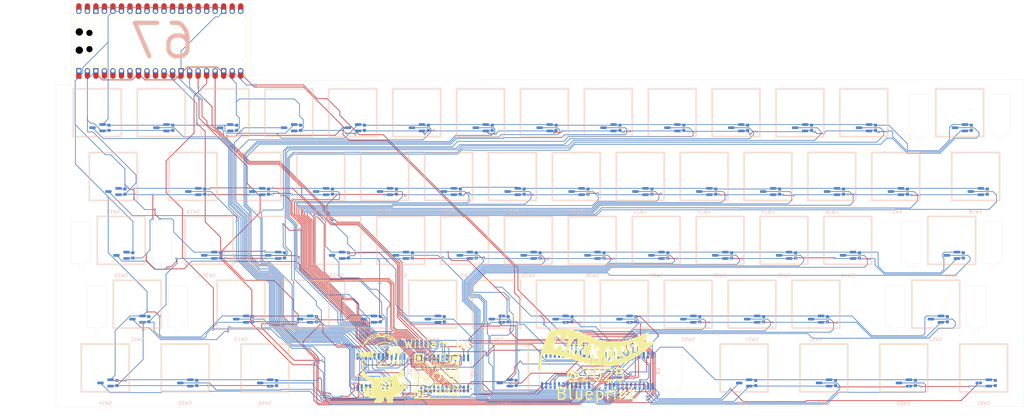
<source format=kicad_pcb>
(kicad_pcb (version 20241229) (generator "pcbnew") (generator_version "9.0")
  (title_block (title "MagStrike") (date "2025-11-12") (rev "1.1.4") (company "Willgob Inc. (For Legal Reasons this is a joke)") (comment 1 "Blueprint Hackclub @2025 Thanks @CAN, @samliu, @Technical_. and everyone else") (comment 2 "Made By William Gu") (comment 3 "Github: https://github.com/Williamnumismatics/MagStrike") (comment 4 "Slack Username: @Willgob (Only in Hackclub)"))
  (layers (0 "F.Cu" signal) (2 "B.Cu" signal) (13 "F.Paste" user) (15 "B.Paste" user) (5 "F.SilkS" user "F.Silkscreen") (7 "B.SilkS" user "B.Silkscreen") (1 "F.Mask" user) (3 "B.Mask" user) (25 "Edge.Cuts" user))
  (net 0 "")
  (net 1 "GPI05")
  (net 2 "GPIO0")
  (net 3 "+3V3")
  (net 5 "GPIO15")
  (net 6 "GND")
  (net 7 "GPI020")
  (net 8 "GPI06")
  (net 9 "GPI08")
  (net 10 "GPI010")
  (net 12 "GPI011")
  (net 13 "GPI013")
  (net 14 "GPI027_ADC1")
  (net 15 "GPIO3")
  (net 16 "GPI09")
  (net 17 "GPI012")
  (net 18 "GPI021")
  (net 19 "GPI07")
  (net 20 "GPI018")
  (net 21 "GPI016")
  (net 22 "GPI014")
  (net 23 "GPI017")
  (net 24 "GPI028_ADC2")
  (net 25 "GPI022")
  (net 26 "GPIO4")
  (net 27 "GPIO1")
  (net 28 "GPI019")
  (net 29 "GPI026_ADC0")
  (net 31 "GPIO2")
  (net 33 "SW1")
  (net 34 "SW2")
  (net 35 "SW3")
  (net 36 "SW4")
  (net 37 "SW5")
  (net 38 "SW6")
  (net 39 "SW7")
  (net 40 "SW8")
  (net 41 "SW9")
  (net 42 "SW10")
  (net 43 "SW11")
  (net 44 "SW12")
  (net 45 "SW13")
  (net 46 "SW14")
  (net 47 "SW15")
  (net 48 "SW16")
  (net 49 "SW17")
  (net 50 "SW18")
  (net 51 "SW19")
  (net 52 "SW20")
  (net 53 "SW21")
  (net 54 "SW22")
  (net 55 "SW23")
  (net 56 "SW24")
  (net 57 "SW25")
  (net 58 "SW26")
  (net 59 "SW27")
  (net 60 "SW28")
  (net 61 "SW29")
  (net 62 "SW30")
  (net 63 "SW31")
  (net 64 "SW32")
  (net 65 "SW33")
  (net 66 "SW34")
  (net 67 "SW35")
  (net 68 "SW36")
  (net 69 "SW37")
  (net 70 "SW38")
  (net 71 "SW39")
  (net 72 "SW40")
  (net 73 "SW41")
  (net 74 "SW42")
  (net 75 "SW43")
  (net 76 "SW44")
  (net 77 "SW45")
  (net 78 "SW46")
  (net 79 "SW47")
  (net 80 "SW48")
  (net 81 "SW49")
  (net 82 "SW50")
  (net 83 "SW51")
  (net 84 "SW52")
  (net 85 "SW53")
  (net 86 "SW54")
  (net 87 "SW55")
  (net 88 "SW56")
  (net 89 "SW57")
  (net 90 "SW58")
  (net 91 "SW59")
  (net 92 "SW60")
  (net 93 "SW61")
  (net 94 "GPI026")
  (footprint "github:flagg223432" (layer "F.Cu") (at 196.08 126.53)
    (property "Reference" "G***" (hide yes))
    (property "Value" "LOGO" (hide yes))
  )
  (footprint "Module:RaspberryPi_Pico_Common_Unspecified" (layer "F.Cu") (at 65.7575 34.5 90)
    (property "Reference" "A1" (hide yes))
    (property "Value" "RaspberryPi_Pico")
  )
  (footprint "github:minnnionnn" (layer "F.Cu") (at 132.48 132.65)
    (property "Reference" "G***" (hide yes))
    (property "Value" "LOGO" (hide yes))
  )
  (footprint "Stablilizer:2U" (layer "F.Cu") (at 305.756901 55.738927)
    (property "Reference" "REF**")
    (property "Value" "2U")
    (fp_line (start -16.45 -5.425) (end -16.45 7.05) (stroke (width 0.05)) (layer "Edge.Cuts"))
    (fp_line (start -16.45 7.05) (end -14.34 7.05) (stroke (width 0.05)) (layer "Edge.Cuts"))
    (fp_line (start -14.34 7.05) (end -14.34 8.22) (stroke (width 0.05)) (layer "Edge.Cuts"))
    (fp_line (start -14.34 8.22) (end -12.72 8.22) (stroke (width 0.05)) (layer "Edge.Cuts"))
    (fp_line (start -12.72 7.07) (end -10.524909 7.07) (stroke (width 0.05)) (layer "Edge.Cuts"))
    (fp_line (start -12.72 8.22) (end -12.72 7.07) (stroke (width 0.05)) (layer "Edge.Cuts"))
    (fp_line (start -10.525 -5.425) (end -16.45 -5.425) (stroke (width 0.05)) (layer "Edge.Cuts"))
    (fp_line (start -10.524909 7.07) (end -10.525 -5.425) (stroke (width 0.05)) (layer "Edge.Cuts"))
    (fp_line (start 7.7 -5.43) (end 7.7 6.625) (stroke (width 0.05)) (layer "Edge.Cuts"))
    (fp_line (start 7.7 7.025) (end 7.7 6.625) (stroke (width 0.05)) (layer "Edge.Cuts"))
    (fp_line (start 9.82 7.04) (end 7.7 7.025) (stroke (width 0.05)) (layer "Edge.Cuts"))
    (fp_line (start 9.82 7.04) (end 9.82 8.21) (stroke (width 0.05)) (layer "Edge.Cuts"))
    (fp_line (start 9.82 8.21) (end 11.41 8.21) (stroke (width 0.05)) (layer "Edge.Cuts"))
    (fp_line (start 11.41 7.03) (end 13.57 7.03) (stroke (width 0.05)) (layer "Edge.Cuts"))
    (fp_line (start 11.41 8.21) (end 11.41 7.03) (stroke (width 0.05)) (layer "Edge.Cuts"))
    (fp_line (start 13.57 -5.43) (end 7.7 -5.43) (stroke (width 0.05)) (layer "Edge.Cuts"))
    (fp_line (start 13.57 7.03) (end 13.57 -5.43) (stroke (width 0.05)) (layer "Edge.Cuts"))
  )
  (footprint "Stablilizer:2U" (layer "F.Cu") (at 60.525923 112.885309)
    (property "Reference" "REF**")
    (property "Value" "2U")
    (fp_line (start -16.45 -5.425) (end -16.45 7.05) (stroke (width 0.05)) (layer "Edge.Cuts"))
    (fp_line (start -16.45 7.05) (end -14.34 7.05) (stroke (width 0.05)) (layer "Edge.Cuts"))
    (fp_line (start -14.34 7.05) (end -14.34 8.22) (stroke (width 0.05)) (layer "Edge.Cuts"))
    (fp_line (start -14.34 8.22) (end -12.72 8.22) (stroke (width 0.05)) (layer "Edge.Cuts"))
    (fp_line (start -12.72 7.07) (end -10.524909 7.07) (stroke (width 0.05)) (layer "Edge.Cuts"))
    (fp_line (start -12.72 8.22) (end -12.72 7.07) (stroke (width 0.05)) (layer "Edge.Cuts"))
    (fp_line (start -10.525 -5.425) (end -16.45 -5.425) (stroke (width 0.05)) (layer "Edge.Cuts"))
    (fp_line (start -10.524909 7.07) (end -10.525 -5.425) (stroke (width 0.05)) (layer "Edge.Cuts"))
    (fp_line (start 7.7 -5.43) (end 7.7 6.625) (stroke (width 0.05)) (layer "Edge.Cuts"))
    (fp_line (start 7.7 7.025) (end 7.7 6.625) (stroke (width 0.05)) (layer "Edge.Cuts"))
    (fp_line (start 9.82 7.04) (end 7.7 7.025) (stroke (width 0.05)) (layer "Edge.Cuts"))
    (fp_line (start 9.82 7.04) (end 9.82 8.21) (stroke (width 0.05)) (layer "Edge.Cuts"))
    (fp_line (start 9.82 8.21) (end 11.41 8.21) (stroke (width 0.05)) (layer "Edge.Cuts"))
    (fp_line (start 11.41 7.03) (end 13.57 7.03) (stroke (width 0.05)) (layer "Edge.Cuts"))
    (fp_line (start 11.41 8.21) (end 11.41 7.03) (stroke (width 0.05)) (layer "Edge.Cuts"))
    (fp_line (start 13.57 -5.43) (end 7.7 -5.43) (stroke (width 0.05)) (layer "Edge.Cuts"))
    (fp_line (start 13.57 7.03) (end 13.57 -5.43) (stroke (width 0.05)) (layer "Edge.Cuts"))
  )
  (footprint "Stablilizer:2U" (layer "F.Cu") (at 303.381486 93.847026)
    (property "Reference" "REF**")
    (property "Value" "2U")
    (fp_line (start -16.45 -5.425) (end -16.45 7.05) (stroke (width 0.05)) (layer "Edge.Cuts"))
    (fp_line (start -16.45 7.05) (end -14.34 7.05) (stroke (width 0.05)) (layer "Edge.Cuts"))
    (fp_line (start -14.34 7.05) (end -14.34 8.22) (stroke (width 0.05)) (layer "Edge.Cuts"))
    (fp_line (start -14.34 8.22) (end -12.72 8.22) (stroke (width 0.05)) (layer "Edge.Cuts"))
    (fp_line (start -12.72 7.07) (end -10.524909 7.07) (stroke (width 0.05)) (layer "Edge.Cuts"))
    (fp_line (start -12.72 8.22) (end -12.72 7.07) (stroke (width 0.05)) (layer "Edge.Cuts"))
    (fp_line (start -10.525 -5.425) (end -16.45 -5.425) (stroke (width 0.05)) (layer "Edge.Cuts"))
    (fp_line (start -10.524909 7.07) (end -10.525 -5.425) (stroke (width 0.05)) (layer "Edge.Cuts"))
    (fp_line (start 7.7 -5.43) (end 7.7 6.625) (stroke (width 0.05)) (layer "Edge.Cuts"))
    (fp_line (start 7.7 7.025) (end 7.7 6.625) (stroke (width 0.05)) (layer "Edge.Cuts"))
    (fp_line (start 9.82 7.04) (end 7.7 7.025) (stroke (width 0.05)) (layer "Edge.Cuts"))
    (fp_line (start 9.82 7.04) (end 9.82 8.21) (stroke (width 0.05)) (layer "Edge.Cuts"))
    (fp_line (start 9.82 8.21) (end 11.41 8.21) (stroke (width 0.05)) (layer "Edge.Cuts"))
    (fp_line (start 11.41 7.03) (end 13.57 7.03) (stroke (width 0.05)) (layer "Edge.Cuts"))
    (fp_line (start 11.41 8.21) (end 11.41 7.03) (stroke (width 0.05)) (layer "Edge.Cuts"))
    (fp_line (start 13.57 -5.43) (end 7.7 -5.43) (stroke (width 0.05)) (layer "Edge.Cuts"))
    (fp_line (start 13.57 7.03) (end 13.57 -5.43) (stroke (width 0.05)) (layer "Edge.Cuts"))
  )
  (footprint "Stablilizer:6U" (layer "F.Cu") (at 171.7575 117.07)
    (property "Reference" "REF**")
    (property "Value" "6U")
    (fp_line (start -56.200764 9.451596) (end -56.200764 21.926596) (stroke (width 0.05)) (layer "Edge.Cuts"))
    (fp_line (start -56.200764 21.926596) (end -54.090764 21.926596) (stroke (width 0.05)) (layer "Edge.Cuts"))
    (fp_line (start -54.090764 21.926596) (end -54.090764 23.096596) (stroke (width 0.05)) (layer "Edge.Cuts"))
    (fp_line (start -54.090764 23.096596) (end -52.470764 23.096596) (stroke (width 0.05)) (layer "Edge.Cuts"))
    (fp_line (start -52.470764 21.946596) (end -50.275673 21.946596) (stroke (width 0.05)) (layer "Edge.Cuts"))
    (fp_line (start -52.470764 23.096596) (end -52.470764 21.946596) (stroke (width 0.05)) (layer "Edge.Cuts"))
    (fp_line (start -50.275764 9.451596) (end -56.200764 9.451596) (stroke (width 0.05)) (layer "Edge.Cuts"))
    (fp_line (start -50.275673 21.946596) (end -50.275764 9.451596) (stroke (width 0.05)) (layer "Edge.Cuts"))
    (fp_line (start 43.799236 9.446596) (end 43.799236 21.501596) (stroke (width 0.05)) (layer "Edge.Cuts"))
    (fp_line (start 43.799236 21.901596) (end 43.799236 21.501596) (stroke (width 0.05)) (layer "Edge.Cuts"))
    (fp_line (start 45.919236 21.916596) (end 43.799236 21.901596) (stroke (width 0.05)) (layer "Edge.Cuts"))
    (fp_line (start 45.919236 21.916596) (end 45.919236 23.086596) (stroke (width 0.05)) (layer "Edge.Cuts"))
    (fp_line (start 45.919236 23.086596) (end 47.509236 23.086596) (stroke (width 0.05)) (layer "Edge.Cuts"))
    (fp_line (start 47.509236 21.906596) (end 49.669236 21.906596) (stroke (width 0.05)) (layer "Edge.Cuts"))
    (fp_line (start 47.509236 23.086596) (end 47.509236 21.906596) (stroke (width 0.05)) (layer "Edge.Cuts"))
    (fp_line (start 49.669236 9.446596) (end 43.799236 9.446596) (stroke (width 0.05)) (layer "Edge.Cuts"))
    (fp_line (start 49.669236 21.906596) (end 49.669236 9.446596) (stroke (width 0.05)) (layer "Edge.Cuts"))
  )
  (footprint "Stablilizer:2U" (layer "F.Cu") (at 298.6175 112.89)
    (property "Reference" "REF**")
    (property "Value" "2U")
    (fp_line (start -16.45 -5.425) (end -16.45 7.05) (stroke (width 0.05)) (layer "Edge.Cuts"))
    (fp_line (start -16.45 7.05) (end -14.34 7.05) (stroke (width 0.05)) (layer "Edge.Cuts"))
    (fp_line (start -14.34 7.05) (end -14.34 8.22) (stroke (width 0.05)) (layer "Edge.Cuts"))
    (fp_line (start -14.34 8.22) (end -12.72 8.22) (stroke (width 0.05)) (layer "Edge.Cuts"))
    (fp_line (start -12.72 7.07) (end -10.524909 7.07) (stroke (width 0.05)) (layer "Edge.Cuts"))
    (fp_line (start -12.72 8.22) (end -12.72 7.07) (stroke (width 0.05)) (layer "Edge.Cuts"))
    (fp_line (start -10.525 -5.425) (end -16.45 -5.425) (stroke (width 0.05)) (layer "Edge.Cuts"))
    (fp_line (start -10.524909 7.07) (end -10.525 -5.425) (stroke (width 0.05)) (layer "Edge.Cuts"))
    (fp_line (start 7.7 -5.43) (end 7.7 6.625) (stroke (width 0.05)) (layer "Edge.Cuts"))
    (fp_line (start 7.7 7.025) (end 7.7 6.625) (stroke (width 0.05)) (layer "Edge.Cuts"))
    (fp_line (start 9.82 7.04) (end 7.7 7.025) (stroke (width 0.05)) (layer "Edge.Cuts"))
    (fp_line (start 9.82 7.04) (end 9.82 8.21) (stroke (width 0.05)) (layer "Edge.Cuts"))
    (fp_line (start 9.82 8.21) (end 11.41 8.21) (stroke (width 0.05)) (layer "Edge.Cuts"))
    (fp_line (start 11.41 7.03) (end 13.57 7.03) (stroke (width 0.05)) (layer "Edge.Cuts"))
    (fp_line (start 11.41 8.21) (end 11.41 7.03) (stroke (width 0.05)) (layer "Edge.Cuts"))
    (fp_line (start 13.57 -5.43) (end 7.7 -5.43) (stroke (width 0.05)) (layer "Edge.Cuts"))
    (fp_line (start 13.57 7.03) (end 13.57 -5.43) (stroke (width 0.05)) (layer "Edge.Cuts"))
  )
  (footprint "Stablilizer:2U" (layer "F.Cu") (at 55.744566 93.829538)
    (property "Reference" "REF**")
    (property "Value" "2U")
    (fp_line (start -16.45 -5.425) (end -16.45 7.05) (stroke (width 0.05)) (layer "Edge.Cuts"))
    (fp_line (start -16.45 7.05) (end -14.34 7.05) (stroke (width 0.05)) (layer "Edge.Cuts"))
    (fp_line (start -14.34 7.05) (end -14.34 8.22) (stroke (width 0.05)) (layer "Edge.Cuts"))
    (fp_line (start -14.34 8.22) (end -12.72 8.22) (stroke (width 0.05)) (layer "Edge.Cuts"))
    (fp_line (start -12.72 7.07) (end -10.524909 7.07) (stroke (width 0.05)) (layer "Edge.Cuts"))
    (fp_line (start -12.72 8.22) (end -12.72 7.07) (stroke (width 0.05)) (layer "Edge.Cuts"))
    (fp_line (start -10.525 -5.425) (end -16.45 -5.425) (stroke (width 0.05)) (layer "Edge.Cuts"))
    (fp_line (start -10.524909 7.07) (end -10.525 -5.425) (stroke (width 0.05)) (layer "Edge.Cuts"))
    (fp_line (start 7.7 -5.43) (end 7.7 6.625) (stroke (width 0.05)) (layer "Edge.Cuts"))
    (fp_line (start 7.7 7.025) (end 7.7 6.625) (stroke (width 0.05)) (layer "Edge.Cuts"))
    (fp_line (start 9.82 7.04) (end 7.7 7.025) (stroke (width 0.05)) (layer "Edge.Cuts"))
    (fp_line (start 9.82 7.04) (end 9.82 8.21) (stroke (width 0.05)) (layer "Edge.Cuts"))
    (fp_line (start 9.82 8.21) (end 11.41 8.21) (stroke (width 0.05)) (layer "Edge.Cuts"))
    (fp_line (start 11.41 7.03) (end 13.57 7.03) (stroke (width 0.05)) (layer "Edge.Cuts"))
    (fp_line (start 11.41 8.21) (end 11.41 7.03) (stroke (width 0.05)) (layer "Edge.Cuts"))
    (fp_line (start 13.57 -5.43) (end 7.7 -5.43) (stroke (width 0.05)) (layer "Edge.Cuts"))
    (fp_line (start 13.57 7.03) (end 13.57 -5.43) (stroke (width 0.05)) (layer "Edge.Cuts"))
  )
  (footprint "github:meowmeowmeowe" (layer "F.Cu") (at 148.453102 134.652192)
    (property "Reference" "G***" (hide yes))
    (property "Value" "LOGO" (hide yes))
  )
  (footprint "MagStrike:Gateron_Low_Profile_Magnetic_Jade" (layer "B.Cu") (at 232.855 94.02 180)
    (property "Reference" "SW38")
    (property "Value" "~")
  )
  (footprint "MagStrike:Gateron_Low_Profile_Magnetic_Jade" (layer "B.Cu") (at 161.4175 55.92 180)
    (property "Reference" "SW7" (hide yes))
    (property "Value" "~" (hide yes))
  )
  (footprint "MagStrike:Gateron_Low_Profile_Magnetic_Jade" (layer "B.Cu") (at 80.455 94.02 180)
    (property "Reference" "SW30")
    (property "Value" "~")
  )
  (footprint "MagStrike:Gateron_Low_Profile_Magnetic_Jade" (layer "B.Cu") (at 239.99875 132.12 180)
    (property "Reference" "SW58")
    (property "Value" "~")
  )
  (footprint "MagStrike:Gateron_Low_Profile_Magnetic_Jade" (layer "B.Cu") (at 66.1675 55.92 180)
    (property "Reference" "SW2" (hide yes))
    (property "Value" "~" (hide yes))
  )
  (footprint "MagStrike:Gateron_Low_Profile_Magnetic_Jade" (layer "B.Cu") (at 97.12375 132.12 180)
    (property "Reference" "SW56")
    (property "Value" "~")
  )
  (footprint "MagStrike:Gateron_Low_Profile_Magnetic_Jade" (layer "B.Cu") (at 51.88 74.97 180)
    (property "Reference" "SW15")
    (property "Value" "~")
  )
  (footprint "MagStrike:Gateron_Low_Profile_Magnetic_Jade" (layer "B.Cu") (at 189.9925 74.97 180)
    (property "Reference" "SW22")
    (property "Value" "~")
  )
  (footprint "MagStrike:Gateron_Low_Profile_Magnetic_Jade" (layer "B.Cu") (at 285.2425 74.97 180)
    (property "Reference" "SW27")
    (property "Value" "~")
  )
  (footprint "MagStrike:Gateron_Low_Profile_Magnetic_Jade" (layer "B.Cu") (at 73.31125 132.12 180)
    (property "Reference" "SW55")
    (property "Value" "~")
  )
  (footprint "Package_SO:SOIC-24W_7.5x15.4mm_P1.27mm" (layer "B.Cu") (at 186.7325 132.71 90)
    (property "Reference" "U4")
    (property "Value" "CD74HC4067M")
  )
  (footprint "MagStrike:Gateron_Low_Profile_Magnetic_Jade" (layer "B.Cu") (at 54.26125 94.02 180)
    (property "Reference" "SW29")
    (property "Value" "~")
  )
  (footprint "MagStrike:Gateron_Low_Profile_Magnetic_Jade" (layer "B.Cu") (at 251.905 94.02 180)
    (property "Reference" "SW39")
    (property "Value" "~")
  )
  (footprint "MagStrike:Gateron_Low_Profile_Magnetic_Jade" (layer "B.Cu") (at 270.955 94.02 180)
    (property "Reference" "SW40")
    (property "Value" "~")
  )
  (footprint "MagStrike:Gateron_Low_Profile_Magnetic_Jade" (layer "B.Cu") (at 237.6175 55.92 180)
    (property "Reference" "SW11" (hide yes))
    (property "Value" "~" (hide yes))
  )
  (footprint "MagStrike:Gateron_Low_Profile_Magnetic_Jade" (layer "B.Cu") (at 49.49875 132.12 180)
    (property "Reference" "SW54")
    (property "Value" "~")
  )
  (footprint "MagStrike:Gateron_Low_Profile_Magnetic_Jade" (layer "B.Cu") (at 128.08 113.07 180)
    (property "Reference" "SW45")
    (property "Value" "~")
  )
  (footprint "MagStrike:Gateron_Low_Profile_Magnetic_Jade" (layer "B.Cu") (at 263.81125 132.12 180)
    (property "Reference" "SW59")
    (property "Value" "~")
  )
  (footprint "MagStrike:Gateron_Low_Profile_Magnetic_Jade" (layer "B.Cu") (at 147.13 113.07 180)
    (property "Reference" "SW46")
    (property "Value" "~")
  )
  (footprint "MagStrike:Gateron_Low_Profile_Magnetic_Jade" (layer "B.Cu") (at 175.705 94.02 180)
    (property "Reference" "SW35")
    (property "Value" "~")
  )
  (footprint "MagStrike:Gateron_Low_Profile_Magnetic_Jade" (layer "B.Cu") (at 132.8425 74.97 180)
    (property "Reference" "SW19")
    (property "Value" "~")
  )
  (footprint "MagStrike:Gateron_Low_Profile_Magnetic_Jade" (layer "B.Cu") (at 75.6925 74.97 180)
    (property "Reference" "SW16")
    (property "Value" "~")
  )
  (footprint "MagStrike:Gateron_Low_Profile_Magnetic_Jade" (layer "B.Cu") (at 287.62375 132.12 180)
    (property "Reference" "SW60")
    (property "Value" "~")
  )
  (footprint "MagStrike:Gateron_Low_Profile_Magnetic_Jade" (layer "B.Cu") (at 311.43625 132.12 180)
    (property "Reference" "SW61")
    (property "Value" "~")
  )
  (footprint "MagStrike:Gateron_Low_Profile_Magnetic_Jade" (layer "B.Cu") (at 309.055 74.97 180)
    (property "Reference" "SW28")
    (property "Value" "~")
  )
  (footprint "MagStrike:Gateron_Low_Profile_Magnetic_Jade" (layer "B.Cu") (at 180.4675 55.92 180)
    (property "Reference" "SW8" (hide yes))
    (property "Value" "~" (hide yes))
  )
  (footprint "Package_SO:SOIC-24W_7.5x15.4mm_P1.27mm" (layer "B.Cu") (at 205.6725 132.97 90)
    (property "Reference" "U3")
    (property "Value" "CD74HC4067M")
  )
  (footprint "MagStrike:Gateron_Low_Profile_Magnetic_Jade" (layer "B.Cu") (at 166.18 113.07 180)
    (property "Reference" "SW47")
    (property "Value" "~")
  )
  (footprint "MagStrike:Gateron_Low_Profile_Magnetic_Jade" (layer "B.Cu") (at 256.6675 55.92 180)
    (property "Reference" "SW12" (hide yes))
    (property "Value" "~" (hide yes))
  )
  (footprint "MagStrike:Gateron_Low_Profile_Magnetic_Jade" (layer "B.Cu") (at 109.03 113.07 180)
    (property "Reference" "SW44")
    (property "Value" "~")
  )
  (footprint "MagStrike:Gateron_Low_Profile_Magnetic_Jade" (layer "B.Cu") (at 199.5175 55.92 180)
    (property "Reference" "SW9" (hide yes))
    (property "Value" "~" (hide yes))
  )
  (footprint "MagStrike:Gateron_Low_Profile_Magnetic_Jade" (layer "B.Cu") (at 59.02375 113.07 180)
    (property "Reference" "SW42")
    (property "Value" "~")
  )
  (footprint "MagStrike:Gateron_Low_Profile_Magnetic_Jade" (layer "B.Cu") (at 168.56125 132.12 180)
    (property "Reference" "SW57")
    (property "Value" "~")
  )
  (footprint "MagStrike:Gateron_Low_Profile_Magnetic_Jade" (layer "B.Cu") (at 156.655 94.02 180)
    (property "Reference" "SW34")
    (property "Value" "~")
  )
  (footprint "MagStrike:Gateron_Low_Profile_Magnetic_Jade" (layer "B.Cu") (at 261.43 113.07 180)
    (property "Reference" "SW52")
    (property "Value" "~")
  )
  (footprint "MagStrike:Gateron_Low_Profile_Magnetic_Jade" (layer "B.Cu") (at 170.9425 74.97 180)
    (property "Reference" "SW21")
    (property "Value" "~")
  )
  (footprint "MagStrike:Gateron_Low_Profile_Magnetic_Jade" (layer "B.Cu") (at 297.14875 113.07 180)
    (property "Reference" "SW53")
    (property "Value" "~")
  )
  (footprint "MagStrike:Gateron_Low_Profile_Magnetic_Jade" (layer "B.Cu") (at 218.5675 55.92 180)
    (property "Reference" "SW10" (hide yes))
    (property "Value" "~" (hide yes))
  )
  (footprint "MagStrike:Gateron_Low_Profile_Magnetic_Jade" (layer "B.Cu") (at 204.28 113.07 180)
    (property "Reference" "SW49")
    (property "Value" "~")
  )
  (footprint "MagStrike:Gateron_Low_Profile_Magnetic_Jade" (layer "B.Cu") (at 242.38 113.07 180)
    (property "Reference" "SW51")
    (property "Value" "~")
  )
  (footprint "MagStrike:Gateron_Low_Profile_Magnetic_Jade" (layer "B.Cu") (at 85.2175 55.92 180)
    (property "Reference" "SW3" (hide yes))
    (property "Value" "~" (hide yes))
  )
  (footprint "MagStrike:Gateron_Low_Profile_Magnetic_Jade" (layer "B.Cu") (at 301.91125 94.02 180)
    (property "Reference" "SW41")
    (property "Value" "~")
  )
  (footprint "Package_SO:SOIC-24W_7.5x15.4mm_P1.27mm" (layer "B.Cu") (at 131.7125 133.33 90)
    (property "Reference" "U1")
    (property "Value" "CD74HC4067M")
  )
  (footprint "MagStrike:Gateron_Low_Profile_Magnetic_Jade" (layer "B.Cu") (at 275.7175 55.92 180)
    (property "Reference" "SW13" (hide yes))
    (property "Value" "~" (hide yes))
  )
  (footprint "MagStrike:Gateron_Low_Profile_Magnetic_Jade" (layer "B.Cu") (at 113.7925 74.97 180)
    (property "Reference" "SW18")
    (property "Value" "~")
  )
  (footprint "MagStrike:Gateron_Low_Profile_Magnetic_Jade" (layer "B.Cu") (at 213.805 94.02 180)
    (property "Reference" "SW37")
    (property "Value" "~")
  )
  (footprint "MagStrike:Gateron_Low_Profile_Magnetic_Jade" (layer "B.Cu") (at 223.33 113.07 180)
    (property "Reference" "SW50")
    (property "Value" "~")
  )
  (footprint "MagStrike:Gateron_Low_Profile_Magnetic_Jade" (layer "B.Cu") (at 228.0925 74.97 180)
    (property "Reference" "SW24")
    (property "Value" "~")
  )
  (footprint "MagStrike:Gateron_Low_Profile_Magnetic_Jade" (layer "B.Cu") (at 47.1175 55.92 180)
    (property "Reference" "SW1" (hide yes))
    (property "Value" "~")
  )
  (footprint "MagStrike:Gateron_Low_Profile_Magnetic_Jade" (layer "B.Cu") (at 209.0425 74.97 180)
    (property "Reference" "SW23")
    (property "Value" "~")
  )
  (footprint "MagStrike:Gateron_Low_Profile_Magnetic_Jade" (layer "B.Cu") (at 151.8925 74.97 180)
    (property "Reference" "SW20")
    (property "Value" "~")
  )
  (footprint "MagStrike:Gateron_Low_Profile_Magnetic_Jade" (layer "B.Cu") (at 99.505 94.02 180)
    (property "Reference" "SW31")
    (property "Value" "~")
  )
  (footprint "MagStrike:Gateron_Low_Profile_Magnetic_Jade" (layer "B.Cu") (at 118.555 94.02 180)
    (property "Reference" "SW32")
    (property "Value" "~")
  )
  (footprint "MagStrike:Gateron_Low_Profile_Magnetic_Jade" (layer "B.Cu") (at 94.7425 74.97 180)
    (property "Reference" "SW17")
    (property "Value" "~")
  )
  (footprint "MagStrike:Gateron_Low_Profile_Magnetic_Jade" (layer "B.Cu") (at 266.1925 74.97 180)
    (property "Reference" "SW26")
    (property "Value" "~")
  )
  (footprint "MagStrike:Gateron_Low_Profile_Magnetic_Jade" (layer "B.Cu") (at 304.2925 55.92 180)
    (property "Reference" "SW14" (hide yes))
    (property "Value" "~" (hide yes))
  )
  (footprint "Package_SO:SOIC-24W_7.5x15.4mm_P1.27mm" (layer "B.Cu") (at 150.7225 133.73 90)
    (property "Reference" "U2")
    (property "Value" "CD74HC4067M")
  )
  (footprint "MagStrike:Gateron_Low_Profile_Magnetic_Jade" (layer "B.Cu") (at 247.1425 74.97 180)
    (property "Reference" "SW25")
    (property "Value" "~")
  )
  (footprint "MagStrike:Gateron_Low_Profile_Magnetic_Jade" (layer "B.Cu") (at 137.605 94.02 180)
    (property "Reference" "SW33")
    (property "Value" "~")
  )
  (footprint "MagStrike:Gateron_Low_Profile_Magnetic_Jade" (layer "B.Cu") (at 104.2675 55.92 180)
    (property "Reference" "SW4" (hide yes))
    (property "Value" "~" (hide yes))
  )
  (footprint "MagStrike:Gateron_Low_Profile_Magnetic_Jade" (layer "B.Cu") (at 142.3675 55.92 180)
    (property "Reference" "SW6" (hide yes))
    (property "Value" "~" (hide yes))
  )
  (footprint "MagStrike:Gateron_Low_Profile_Magnetic_Jade" (layer "B.Cu") (at 89.98 113.07 180)
    (property "Reference" "SW43")
    (property "Value" "~")
  )
  (footprint "MagStrike:Gateron_Low_Profile_Magnetic_Jade" (layer "B.Cu") (at 123.3175 55.92 180)
    (property "Reference" "SW5" (hide yes))
    (property "Value" "~" (hide yes))
  )
  (footprint "MagStrike:Gateron_Low_Profile_Magnetic_Jade" (layer "B.Cu") (at 194.755 94.02 180)
    (property "Reference" "SW36")
    (property "Value" "~")
  )
  (footprint "MagStrike:Gateron_Low_Profile_Magnetic_Jade" (layer "B.Cu") (at 185.23 113.07 180)
    (property "Reference" "SW48")
    (property "Value" "~")
  )
  (gr_line (start 39.3575 22.27) (end 92.8775 22.27) (stroke (width 0.05)) (layer "Edge.Cuts"))
  (gr_line (start 34.7975 143.76) (end 34.7975 47.7) (stroke (width 0.05)) (layer "Edge.Cuts"))
  (gr_line (start 92.8775 46.15) (end 323.4775 45.96) (stroke (width 0.05)) (layer "Edge.Cuts"))
  (gr_line (start 92.8775 22.27) (end 92.8775 46.15) (stroke (width 0.05)) (layer "Edge.Cuts"))
  (gr_line (start 39.3775 47.69) (end 39.3575 22.27) (stroke (width 0.05)) (layer "Edge.Cuts"))
  (gr_line (start 323.4775 143.58) (end 34.7975 143.76) (stroke (width 0.05)) (layer "Edge.Cuts"))
  (gr_line (start 323.4775 45.96) (end 323.4775 143.58) (stroke (width 0.05)) (layer "Edge.Cuts"))
  (gr_line (start 34.7975 47.7) (end 39.3775 47.69) (stroke (width 0.05)) (layer "Edge.Cuts"))
  (gr_text "William Gu \n" (at 149.51 126.41 0) (layer "F.SilkS") (effects (font (size 2.5 2.5) (thickness 0.375)) (justify bottom)))
  (gr_text "@2025\nBlueprint" (at 195.66 141.86 0) (layer "F.SilkS") (effects (font (size 3.5 3.5) (thickness 0.4375)) (justify bottom)))
  (gr_text "67" (at 76.77 40.33 0) (layer "B.SilkS") (effects (font (size 10 10) (thickness 1.25)) (justify left bottom mirror)))
  (segment (start 161.766557 119.591) (end 167.2165 119.591) (width 0.2) (layer "F.Cu") (net 3))
  (segment (start 131.2175 97.73) (end 124.6975 97.73) (width 0.2) (layer "F.Cu") (net 3))
  (segment (start 167.613779 119.193721) (end 167.149 118.728943) (width 0.2) (layer "F.Cu") (net 3))
  (segment (start 65.6975 116.62) (end 64.4575 115.38) (width 0.2) (layer "F.Cu") (net 3))
  (segment (start 114.1675 87.32) (end 105.3175 78.47) (width 0.2) (layer "F.Cu") (net 3))
  (segment (start 128.3475 116.49) (end 126.3175 116.49) (width 0.2) (layer "F.Cu") (net 3))
  (segment (start 65.7775 87.599538) (end 64.2775 86.099538) (width 0.2) (layer "F.Cu") (net 3))
  (segment (start 158.0055 124.688) (end 158.0055 123.352057) (width 0.2) (layer "F.Cu") (net 3))
  (segment (start 114.0095 135.561) (end 114.0095 138.926767) (width 0.2) (layer "F.Cu") (net 3))
  (segment (start 158.0055 123.352057) (end 161.766557 119.591) (width 0.2) (layer "F.Cu") (net 3))
  (segment (start 114.903062 139.820329) (end 114.903062 139.830362) (width 0.2) (layer "F.Cu") (net 3))
  (segment (start 57.7675 78.83) (end 56.8275 78.83) (width 0.2) (layer "F.Cu") (net 3))
  (segment (start 97.1175 97.28) (end 84.9675 97.28) (width 0.2) (layer "F.Cu") (net 3))
  (segment (start 167.2165 119.591) (end 167.613779 119.193721) (width 0.2) (layer "F.Cu") (net 3))
  (segment (start 167.149 118.728943) (end 167.149 117.181) (width 0.2) (layer "F.Cu") (net 3))
  (segment (start 169.3375 111.57) (end 165.7425 107.975) (width 0.2) (layer "F.Cu") (net 3))
  (segment (start 159.0075 125.69) (end 158.0055 124.688) (width 0.2) (layer "F.Cu") (net 3))
  (segment (start 84.9675 97.28) (end 84.9175 97.33) (width 0.2) (layer "F.Cu") (net 3))
  (segment (start 214.3675 122.123) (end 209.0245 116.78) (width 0.2) (layer "F.Cu") (net 3))
  (segment (start 64.4575 115.38) (end 61.9575 115.38) (width 0.2) (layer "F.Cu") (net 3))
  (segment (start 114.903062 139.830362) (end 115.383385 140.310685) (width 0.2) (layer "F.Cu") (net 3))
  (segment (start 214.3675 122.443) (end 214.3675 122.123) (width 0.2) (layer "F.Cu") (net 3))
  (segment (start 157.7975 100.03) (end 152.8275 100.03) (width 0.2) (layer "F.Cu") (net 3))
  (segment (start 105.0675 78.47) (end 99.6275 78.47) (width 0.2) (layer "F.Cu") (net 3))
  (segment (start 115.383385 140.310685) (end 115.664815 140.310685) (width 0.2) (layer "F.Cu") (net 3))
  (segment (start 180.3675 117.52) (end 179.4275 116.58) (width 0.2) (layer "F.Cu") (net 3))
  (segment (start 113.48 117.75) (end 112.51 116.78) (width 0.2) (layer "F.Cu") (net 3))
  (segment (start 56.8275 78.83) (end 56.0875 78.09) (width 0.2) (layer "F.Cu") (net 3))
  (segment (start 58.0775 79.14) (end 57.7675 78.83) (width 0.2) (layer "F.Cu") (net 3))
  (segment (start 115.664815 140.310685) (end 115.802127 140.447997) (width 0.2) (layer "F.Cu") (net 3))
  (segment (start 114.0095 138.926767) (end 114.903062 139.820329) (width 0.2) (layer "F.Cu") (net 3))
  (segment (start 92.2895 78.34) (end 80.8375 78.34) (width 0.2) (layer "F.Cu") (net 3))
  (segment (start 55.5775 135.93) (end 53.07875 135.93) (width 0.2) (layer "F.Cu") (net 3))
  (segment (start 171.7775 119.52) (end 167.940057 119.52) (width 0.2) (layer "F.Cu") (net 3))
  (segment (start 209.0245 116.78) (end 207.76 116.78) (width 0.2) (layer "F.Cu") (net 3))
  (segment (start 53.07875 135.93) (end 52.97875 135.83) (width 0.2) (layer "F.Cu") (net 3))
  (segment (start 80.8375 78.34) (end 80.5575 78.62) (width 0.2) (layer "F.Cu") (net 3))
  (segment (start 58.0775 81.61) (end 58.0775 79.14) (width 0.2) (layer "F.Cu") (net 3))
  (segment (start 165.7425 107.975) (end 157.7975 100.03) (width 0.2) (layer "F.Cu") (net 3))
  (segment (start 180.3675 119.08) (end 180.3675 117.52) (width 0.2) (layer "F.Cu") (net 3))
  (segment (start 186.76979 125.35) (end 186.7675 125.35229) (width 0.2) (layer "F.Cu") (net 3))
  (segment (start 64.2775 86.099538) (end 64.2775 84.81) (width 0.2) (layer "F.Cu") (net 3))
  (segment (start 126.3175 116.49) (end 126.1975 116.37) (width 0.2) (layer "F.Cu") (net 3))
  (segment (start 113.5785 135.13) (end 114.0095 135.561) (width 0.2) (layer "F.Cu") (net 3))
  (segment (start 167.149 117.181) (end 167.75 116.58) (width 0.2) (layer "F.Cu") (net 3))
  (segment (start 93.64 116.6) (end 93.46 116.78) (width 0.2) (layer "F.Cu") (net 3))
  (segment (start 124.6975 97.73) (end 122.035 97.73) (width 0.2) (layer "F.Cu") (net 3))
  (segment (start 151.7975 99) (end 151.7975 97.53) (width 0.2) (layer "F.Cu") (net 3))
  (segment (start 105.3175 78.47) (end 105.0675 78.47) (width 0.2) (layer "F.Cu") (net 3))
  (segment (start 120.8975 117.75) (end 113.48 117.75) (width 0.2) (layer "F.Cu") (net 3))
  (segment (start 133.6075 100.12) (end 131.2175 97.73) (width 0.2) (layer "F.Cu") (net 3))
  (segment (start 193.1175 125.35) (end 186.76979 125.35) (width 0.2) (layer "F.Cu") (net 3))
  (segment (start 167.940057 119.52) (end 167.613779 119.193721) (width 0.2) (layer "F.Cu") (net 3))
  (segment (start 99.6275 78.47) (end 99.6075 78.45) (width 0.2) (layer "F.Cu") (net 3))
  (segment (start 106.3275 116.6) (end 93.64 116.6) (width 0.2) (layer "F.Cu") (net 3))
  (segment (start 105.0675 78.47) (end 105.0275 78.43) (width 0.2) (layer "F.Cu") (net 3))
  (segment (start 152.8275 100.03) (end 151.7975 99) (width 0.2) (layer "F.Cu") (net 3))
  (via (at 55.5775 135.93) (size 0.6) (drill 0.3) (layers "F.Cu" "B.Cu") (net 3))
  (via (at 124.6975 97.73) (size 0.6) (drill 0.3) (layers "F.Cu" "B.Cu") (net 3))
  (via (at 97.1175 97.28) (size 0.6) (drill 0.3) (layers "F.Cu" "B.Cu") (net 3))
  (via (at 113.5785 135.13) (size 0.6) (drill 0.3) (layers "F.Cu" "B.Cu") (net 3))
  (via (at 169.3375 111.57) (size 0.6) (drill 0.3) (layers "F.Cu" "B.Cu") (net 3))
  (via (at 99.6075 78.45) (size 0.6) (drill 0.3) (layers "F.Cu" "B.Cu") (net 3))
  (via (at 120.8975 117.75) (size 0.6) (drill 0.3) (layers "F.Cu" "B.Cu") (net 3))
  (via (at 65.6975 116.62) (size 0.6) (drill 0.3) (layers "F.Cu" "B.Cu") (net 3))
  (via (at 167.75 116.58) (size 0.6) (drill 0.3) (layers "F.Cu" "B.Cu") (net 3))
  (via (at 186.7675 125.35229) (size 0.6) (drill 0.3) (layers "F.Cu" "B.Cu") (net 3))
  (via (at 214.3675 122.443) (size 0.6) (drill 0.3) (layers "F.Cu" "B.Cu") (net 3))
  (via (at 56.0875 78.09) (size 0.6) (drill 0.3) (layers "F.Cu" "B.Cu") (net 3))
  (via (at 114.1675 87.32) (size 0.6) (drill 0.3) (layers "F.Cu" "B.Cu") (net 3))
  (via (at 105.0675 78.47) (size 0.6) (drill 0.3) (layers "F.Cu" "B.Cu") (net 3))
  (via (at 106.3275 116.6) (size 0.6) (drill 0.3) (layers "F.Cu" "B.Cu") (net 3))
  (via (at 92.2895 78.34) (size 0.6) (drill 0.3) (layers "F.Cu" "B.Cu") (net 3))
  (via (at 80.5575 78.62) (size 0.6) (drill 0.3) (layers "F.Cu" "B.Cu") (net 3))
  (via (at 179.4275 116.58) (size 0.6) (drill 0.3) (layers "F.Cu" "B.Cu") (net 3))
  (via (at 64.2775 84.81) (size 0.6) (drill 0.3) (layers "F.Cu" "B.Cu") (net 3))
  (via (at 112.51 116.78) (size 0.6) (drill 0.3) (layers "F.Cu" "B.Cu") (net 3))
  (via (at 128.3475 116.49) (size 0.6) (drill 0.3) (layers "F.Cu" "B.Cu") (net 3))
  (via (at 84.9175 97.33) (size 0.6) (drill 0.3) (layers "F.Cu" "B.Cu") (net 3))
  (via (at 133.6075 100.12) (size 0.6) (drill 0.3) (layers "F.Cu" "B.Cu") (net 3))
  (via (at 93.46 116.78) (size 0.6) (drill 0.3) (layers "F.Cu" "B.Cu") (net 3))
  (via (at 165.7425 107.975) (size 0.6) (drill 0.3) (layers "F.Cu" "B.Cu") (net 3))
  (via (at 58.0775 81.61) (size 0.6) (drill 0.3) (layers "F.Cu" "B.Cu") (net 3))
  (via (at 171.7775 119.52) (size 0.6) (drill 0.3) (layers "F.Cu" "B.Cu") (net 3))
  (via (at 61.9575 115.38) (size 0.6) (drill 0.3) (layers "F.Cu" "B.Cu") (net 3))
  (via (at 122.035 97.73) (size 0.6) (drill 0.3) (layers "F.Cu" "B.Cu") (net 3))
  (via (at 52.97875 135.83) (size 0.6) (drill 0.3) (layers "F.Cu" "B.Cu") (net 3))
  (via (at 159.0075 125.69) (size 0.6) (drill 0.3) (layers "F.Cu" "B.Cu") (net 3))
  (via (at 65.7775 87.599538) (size 0.6) (drill 0.3) (layers "F.Cu" "B.Cu") (net 3))
  (via (at 193.1175 125.35) (size 0.6) (drill 0.3) (layers "F.Cu" "B.Cu") (net 3))
  (via (at 115.802127 140.447997) (size 0.6) (drill 0.3) (layers "F.Cu" "B.Cu") (net 3))
  (via (at 57.7675 78.83) (size 0.6) (drill 0.3) (layers "F.Cu" "B.Cu") (net 3))
  (via (at 207.76 116.78) (size 0.6) (drill 0.3) (layers "F.Cu" "B.Cu") (net 3))
  (via (at 126.1975 116.37) (size 0.6) (drill 0.3) (layers "F.Cu" "B.Cu") (net 3))
  (via (at 180.3675 119.08) (size 0.6) (drill 0.3) (layers "F.Cu" "B.Cu") (net 3))
  (via (at 151.7975 97.53) (size 0.6) (drill 0.3) (layers "F.Cu" "B.Cu") (net 3))
  (segment (start 288.6796 66.8679) (end 288.6796 65.115) (width 0.2) (layer "B.Cu") (net 3))
  (segment (start 78.9725 78.48) (end 79.1725 78.68) (width 0.2) (layer "B.Cu") (net 3))
  (segment (start 171.84125 135.63) (end 172.04125 135.83) (width 0.2) (layer "B.Cu") (net 3))
  (segment (start 289.19375 135.63) (end 267.49125 135.63) (width 0.2) (layer "B.Cu") (net 3))
  (segment (start 140.4675 136.48) (end 138.6975 134.71) (width 0.2) (layer "B.Cu") (net 3))
  (segment (start 131.36 116.58) (end 131.56 116.78) (width 0.2) (layer "B.Cu") (net 3))
  (segment (start 150.41 116.58) (end 150.61 116.78) (width 0.2) (layer "B.Cu") (net 3))
  (segment (start 97.1175 97.42) (end 97.1175 97.28) (width 0.2) (layer "B.Cu") (net 3))
  (segment (start 134.4125 78.48) (end 136.1225 78.48) (width 0.2) (layer "B.Cu") (net 3))
  (segment (start 86.9875 59.63) (end 86.7875 59.43) (width 0.2) (layer "B.Cu") (net 3))
  (segment (start 65.6975 122.1458) (end 66.3997 122.848) (width 0.2) (layer "B.Cu") (net 3))
  (segment (start 58.1175 78.48) (end 57.7675 78.83) (width 0.2) (layer "B.Cu") (net 3))
  (segment (start 263 116.58) (end 264.71 116.58) (width 0.2) (layer "B.Cu") (net 3))
  (segment (start 88.6975 59.63) (end 86.9875 59.63) (width 0.2) (layer "B.Cu") (net 3))
  (segment (start 62.30375 116.58) (end 62.50375 116.78) (width 0.2) (layer "B.Cu") (net 3))
  (segment (start 83.735 97.53) (end 83.935 97.73) (width 0.2) (layer "B.Cu") (net 3))
  (segment (start 162.9875 59.43) (end 146.0475 59.43) (width 0.2) (layer "B.Cu") (net 3))
  (segment (start 193.4725 78.68) (end 191.7625 78.68) (width 0.2) (layer "B.Cu") (net 3))
  (segment (start 193.7175 128.06) (end 193.7175 125.95) (width 0.2) (layer "B.Cu") (net 3))
  (segment (start 115.5625 78.68) (end 115.3625 78.48) (width 0.2) (layer "B.Cu") (net 3))
  (segment (start 293.9175 121.868) (end 293.9175 117.02) (width 0.2) (layer "B.Cu") (net 3))
  (segment (start 77.2625 78.48) (end 78.9725 78.48) (width 0.2) (layer "B.Cu") (net 3))
  (segment (start 52.44975 134.249) (end 52.44975 121.009936) (width 0.2) (layer "B.Cu") (net 3))
  (segment (start 50.3475 57.77) (end 50.3475 34.86) (width 0.2) (layer "B.Cu") (net 3))
  (segment (start 120.125 97.53) (end 121.835 97.53) (width 0.2) (layer "B.Cu") (net 3))
  (segment (start 201.2875 59.63) (end 201.0875 59.43) (width 0.2) (layer "B.Cu") (net 3))
  (segment (start 314.71625 135.63) (end 314.91625 135.83) (width 0.2) (layer "B.Cu") (net 3))
  (segment (start 138.4775 141.3) (end 140.4675 139.31) (width 0.2) (layer "B.Cu") (net 3))
  (segment (start 290.90375 135.63) (end 291.10375 135.83) (width 0.2) (layer "B.Cu") (net 3))
  (segment (start 164.8975 59.63) (end 163.1875 59.63) (width 0.2) (layer "B.Cu") (net 3))
  (segment (start 113.5785 135.13) (end 113.2895 135.13) (width 0.2) (layer "B.Cu") (net 3))
  (segment (start 50.5975 59.63) (end 67.5375 59.63) (width 0.2) (layer "B.Cu") (net 3))
  (segment (start 69.915566 88.150596) (end 69.364508 87.599538) (width 0.2) (layer "B.Cu") (net 3))
  (segment (start 226.61 116.58) (end 226.81 116.78) (width 0.2) (layer "B.Cu") (net 3))
  (segment (start 92.4295 78.48) (end 92.2895 78.34) (width 0.2) (layer "B.Cu") (net 3))
  (segment (start 67.5375 59.63) (end 67.7375 59.43) (width 0.2) (layer "B.Cu") (net 3))
  (segment (start 281.9326 103.668) (end 298.67615 103.668) (width 0.2) (layer "B.Cu") (net 3))
  (segment (start 312.535 78.68) (end 310.825 78.68) (width 0.2) (layer "B.Cu") (net 3))
  (segment (start 250.4225 78.48) (end 250.6225 78.68) (width 0.2) (layer "B.Cu") (net 3))
  (segment (start 115.2075 88.36) (end 114.1675 87.32) (width 0.2) (layer "B.Cu") (net 3))
  (segment (start 124.8875 59.43) (end 120.7375 63.58) (width 0.2) (layer "B.Cu") (net 3))
  (segment (start 40.605422 59.522078) (end 49.525422 68.442078) (width 0.2) (layer "B.Cu") (net 3))
  (segment (start 294.3575 116.58) (end 298.71875 116.58) (width 0.2) (layer "B.Cu") (net 3))
  (segment (start 272.525 97.53) (end 255.585 97.53) (width 0.2) (layer "B.Cu") (net 3))
  (segment (start 171.9375 133.82375) (end 171.9375 129.69) (width 0.2) (layer "B.Cu") (net 3))
  (segment (start 203.1975 59.43) (end 202.9975 59.63) (width 0.2) (layer "B.Cu") (net 3))
  (segment (start 75.9175 97.53) (end 69.915566 91.528066) (width 0.2) (layer "B.Cu") (net 3))
  (segment (start 128.4375 116.58) (end 128.3475 116.49) (width 0.2) (layer "B.Cu") (net 3))
  (segment (start 140.885 97.53) (end 141.085 97.73) (width 0.2) (layer "B.Cu") (net 3))
  (segment (start 177.275 97.53) (end 160.335 97.53) (width 0.2) (layer "B.Cu") (net 3))
  (segment (start 159.935 97.53) (end 160.135 97.73) (width 0.2) (layer "B.Cu") (net 3))
  (segment (start 299.585825 102.758325) (end 299.585825 99.248639) (width 0.2) (layer "B.Cu") (net 3))
  (segment (start 243.95 116.58) (end 245.66 116.58) (width 0.2) (layer "B.Cu") (net 3))
  (segment (start 246.06 116.58) (end 245.86 116.78) (width 0.2) (layer "B.Cu") (net 3))
  (segment (start 205.85 116.58) (end 188.91 116.58) (width 0.2) (layer "B.Cu") (net 3))
  (segment (start 129.65 116.58) (end 131.36 116.58) (width 0.2) (layer "B.Cu") (net 3))
  (segment (start 57.74125 97.73) (end 56.03125 97.73) (width 0.2) (layer "B.Cu") (net 3))
  (segment (start 138.6975 134.71) (end 138.6975 128.68) (width 0.2) (layer "B.Cu") (net 3))
  (segment (start 167.85847 107.975) (end 165.7425 107.975) (width 0.2) (layer "B.Cu") (net 3))
  (segment (start 126.5975 59.43) (end 126.7975 59.63) (width 0.2) (layer "B.Cu") (net 3))
  (segment (start 253.675 97.73) (end 253.475 97.53) (width 0.2) (layer "B.Cu") (net 3))
  (segment (start 265.38125 135.63) (end 243.67875 135.63) (width 0.2) (layer "B.Cu") (net 3))
  (segment (start 126.7975 59.63) (end 143.7375 59.63) (width 0.2) (layer "B.Cu") (net 3))
  (segment (start 214.3675 122.443) (end 214.3675 122.763) (width 0.2) (layer "B.Cu") (net 3))
  (segment (start 56.879686 116.58) (end 60.59375 116.58) (width 0.2) (layer "B.Cu") (net 3))
  (segment (start 174.4225 78.68) (end 174.6225 78.48) (width 0.2) (layer "B.Cu") (net 3))
  (segment (start 248.6175 78.48) (end 248.4175 78.68) (width 0.2) (layer "B.Cu") (net 3))
  (segment (start 170.13125 135.63) (end 171.84125 135.63) (width 0.2) (layer "B.Cu") (net 3))
  (segment (start 279.7375 97.53) (end 279.9975 97.79) (width 0.2) (layer "B.Cu") (net 3))
  (segment (start 55.8775 135.63) (end 55.5775 135.93) (width 0.2) (layer "B.Cu") (net 3))
  (segment (start 115.842124 140.408) (end 116.167141 140.408) (width 0.2) (layer "B.Cu") (net 3))
  (segment (start 169.3375 116.4575) (end 169.3375 111.57) (width 0.2) (layer "B.Cu") (net 3))
  (segment (start 310.625 78.48) (end 288.9225 78.48) (width 0.2) (layer "B.Cu") (net 3))
  (segment (start 279.9975 97.79) (end 279.9975 101.7329) (width 0.2) (layer "B.Cu") (net 3))
  (segment (start 278.9975 59.43) (end 279.1975 59.63) (width 0.2) (layer "B.Cu") (net 3))
  (segment (start 148.7 116.58) (end 139.4775 116.58) (width 0.2) (layer "B.Cu") (net 3))
  (segment (start 288.7225 78.68) (end 287.0125 78.68) (width 0.2) (layer "B.Cu") (net 3))
  (segment (start 121.3275 117.75) (end 120.8975 117.75) (width 0.2) (layer "B.Cu") (net 3))
  (segment (start 155.1725 78.48) (end 155.3725 78.68) (width 0.2) (layer "B.Cu") (net 3))
  (segment (start 172.7125 78.68) (end 172.5125 78.48) (width 0.2) (layer "B.Cu") (net 3))
  (segment (start 187 116.78) (end 186.8 116.58) (width 0.2) (layer "B.Cu") (net 3))
  (segment (start 50.3475 34.86) (end 50.3475 27.05) (width 0.2) (layer "B.Cu") (net 3))
  (segment (start 120.7375 63.58) (end 102.1165 63.58) (width 0.2) (layer "B.Cu") (net 3))
  (segment (start 310.825 78.68) (end 310.625 78.48) (width 0.2) (layer "B.Cu") (net 3))
  (segment (start 188.71 116.78) (end 187 116.78) (width 0.2) (layer "B.Cu") (net 3))
  (segment (start 112.5895 135.83) (end 100.60375 135.83) (width 0.2) (layer "B.Cu") (net 3))
  (segment (start 76.99125 135.63) (end 76.79125 135.83) (width 0.2) (layer "B.Cu") (net 3))
  (segment (start 259.9475 59.43) (end 260.1475 59.63) (width 0.2) (layer "B.Cu") (net 3))
  (segment (start 171.9375 119.68) (end 171.7775 119.52) (width 0.2) (layer "B.Cu") (net 3))
  (segment (start 139.4775 116.58) (end 136.1275 113.23) (width 0.2) (layer "B.Cu") (net 3))
  (segment (start 176.46347 116.58) (end 167.85847 107.975) (width 0.2) (layer "B.Cu") (net 3))
  (segment (start 42.784532 44.147032) (end 42.784532 42.422968) (width 0.2) (layer "B.Cu") (net 3))
  (segment (start 258.2375 59.43) (end 259.9475 59.43) (width 0.2) (layer "B.Cu") (net 3))
  (segment (start 116.9475 97.53) (end 115.2075 95.79) (width 0.2) (layer "B.Cu") (net 3))
  (segment (start 270.2575 78.48) (end 286.8125 78.48) (width 0.2) (layer "B.Cu") (net 3))
  (segment (start 174.6225 78.48) (end 191.5625 78.48) (width 0.2) (layer "B.Cu") (net 3))
  (segment (start 85.824436 62.031) (end 85.1985 61.405064) (width 0.2) (layer "B.Cu") (net 3))
  (segment (start 299.23025 98.066936) (end 299.767186 97.53) (width 0.2) (layer "B.Cu") (net 3))
  (segment (start 169.66 116.78) (end 167.95 116.78) (width 0.2) (layer "B.Cu") (net 3))
  (segment (start 60.59375 116.58) (end 61.97475 115.199) (width 0.2) (layer "B.Cu") (net 3))
  (segment (start 120.125 97.53) (end 116.9475 97.53) (width 0.2) (layer "B.Cu") (net 3))
  (segment (start 101.075 97.53) (end 102.785 97.53) (width 0.2) (layer "B.Cu") (net 3))
  (segment (start 84.410457 116.58) (end 91.55 116.58) (width 0.2) (layer "B.Cu") (net 3))
  (segment (start 299.585825 99.248639) (end 299.23025 98.893064) (width 0.2) (layer "B.Cu") (net 3))
  (segment (start 139.175 97.53) (end 124.8975 97.53) (width 0.2) (layer "B.Cu") (net 3))
  (segment (start 69.6475 59.63) (end 84.8775 59.63) (width 0.2) (layer "B.Cu") (net 3))
  (segment (start 231.390082 135.63) (end 221.675678 125.915596) (width 0.2) (layer "B.Cu") (net 3))
  (segment (start 274.635 97.53) (end 279.7375 97.53) (width 0.2) (layer "B.Cu") (net 3))
  (segment (start 215.375 97.53) (end 217.085 97.53) (width 0.2) (layer "B.Cu") (net 3))
  (segment (start 179.4275 116.58) (end 176.46347 116.58) (width 0.2) (layer "B.Cu") (net 3))
  (segment (start 57.74125 97.73) (end 57.74125 96.15) (width 0.2) (layer "B.Cu") (net 3))
  (segment (start 193.7175 125.95) (end 193.1175 125.35) (width 0.2) (layer "B.Cu") (net 3))
  (segment (start 191.7625 78.68) (end 191.5625 78.48) (width 0.2) (layer "B.Cu") (net 3))
  (segment (start 255.385 97.73) (end 253.675 97.73) (width 0.2) (layer "B.Cu") (net 3))
  (segment (start 85.1985 61.405064) (end 85.1985 59.951) (width 0.2) (layer "B.Cu") (net 3))
  (segment (start 287.0125 78.68) (end 286.8125 78.48) (width 0.2) (layer "B.Cu") (net 3))
  (segment (start 121.5246 117.5529) (end 121.3275 117.75) (width 0.2) (layer "B.Cu") (net 3))
  (segment (start 141.285 97.53) (end 141.085 97.73) (width 0.2) (layer "B.Cu") (net 3))
  (segment (start 61.97475 114.72) (end 61.97475 109.287564) (width 0.2) (layer "B.Cu") (net 3))
  (segment (start 278.0526 122.448) (end 293.3375 122.448) (width 0.2) (layer "B.Cu") (net 3))
  (segment (start 239.3875 59.63) (end 239.1875 59.43) (width 0.2) (layer "B.Cu") (net 3))
  (segment (start 105.8375 59.43) (end 107.5475 59.43) (width 0.2) (layer "B.Cu") (net 3))
  (segment (start 129.65 116.58) (end 128.4375 116.58) (width 0.2) (layer "B.Cu") (net 3))
  (segment (start 40.605422 59.522078) (end 40.5265 59.443156) (width 0.2) (layer "B.Cu") (net 3))
  (segment (start 153.4625 78.48) (end 136.5225 78.48) (width 0.2) (layer "B.Cu") (net 3))
  (segment (start 305.19125 97.53) (end 305.39125 97.73) (width 0.2) (layer "B.Cu") (net 3))
  (segment (start 112.31 116.58) (end 112.51 116.78) (width 0.2) (layer "B.Cu") (net 3))
  (segment (start 243.67875 135.63) (end 243.47875 135.83) (width 0.2) (layer "B.Cu") (net 3))
  (segment (start 313.00625 135.63) (end 314.71625 135.63) (width 0.2) (layer "B.Cu") (net 3))
  (segment (start 136.1275 113.23) (end 136.1275 102.64) (width 0.2) (layer "B.Cu") (net 3))
  (segment (start 248.4175 78.68) (end 231.5725 78.68) (width 0.2) (layer "B.Cu") (net 3))
  (segment (start 229.6625 78.48) (end 212.7225 78.48) (width 0.2) (layer "B.Cu") (net 3))
  (segment (start 55.36 78.68) (end 55.36 77.3625) (width 0.2) (layer "B.Cu") (net 3))
  (segment (start 269.6725 78.68) (end 267.9625 78.68) (width 0.2) (layer "B.Cu") (net 3))
  (segment (start 124.8975 97.53) (end 124.6975 97.73) (width 0.2) (layer "B.Cu") (net 3))
  (segment (start 97.2275 97.53) (end 97.1175 97.42) (width 0.2) (layer "B.Cu") (net 3))
  (segment (start 51.26875 135.83) (end 51.06875 135.63) (width 0.2) (layer "B.Cu") (net 3))
  (segment (start 269.6725 78.68) (end 270.0575 78.68) (width 0.2) (layer "B.Cu") (net 3))
  (segment (start 200.8875 59.63) (end 201.0875 59.43) (width 0.2) (layer "B.Cu") (net 3))
  (segment (start 136.1225 78.48) (end 136.3225 78.68) (width 0.2) (layer "B.Cu") (net 3))
  (segment (start 221.8475 59.43) (end 222.0475 59.63) (width 0.2) (layer "B.Cu") (net 3))
  (segment (start 182.0375 59.43) (end 165.0975 59.43) (width 0.2) (layer "B.Cu") (net 3))
  (segment (start 265.5575 116.78) (end 265.7575 116.58) (width 0.2) (layer "B.Cu") (net 3))
  (segment (start 98.4525 78.45) (end 98.2225 78.68) (width 0.2) (layer "B.Cu") (net 3))
  (segment (start 110.6 116.58) (end 106.3475 116.58) (width 0.2) (layer "B.Cu") (net 3))
  (segment (start 298.0953 67.228) (end 289.0397 67.228) (width 0.2) (layer "B.Cu") (net 3))
  (segment (start 207.56 116.58) (end 207.76 116.78) (width 0.2) (layer "B.Cu") (net 3))
  (segment (start 57.74125 96.15) (end 57.74125 88.385314) (width 0.2) (layer "B.Cu") (net 3))
  (segment (start 272.725 97.73) (end 272.525 97.53) (width 0.2) (layer "B.Cu") (net 3))
  (segment (start 267.9625 78.68) (end 267.7625 78.48) (width 0.2) (layer "B.Cu") (net 3))
  (segment (start 110.6 116.58) (end 112.31 116.58) (width 0.2) (layer "B.Cu") (net 3))
  (segment (start 274.435 97.73) (end 274.635 97.53) (width 0.2) (layer "B.Cu") (net 3))
  (segment (start 245.66 116.58) (end 245.86 116.78) (width 0.2) (layer "B.Cu") (net 3))
  (segment (start 116.167141 140.408) (end 117.059141 141.3) (width 0.2) (layer "B.Cu") (net 3))
  (segment (start 84.9175 97.33) (end 84.335 97.33) (width 0.2) (layer "B.Cu") (net 3))
  (segment (start 288.9225 78.48) (end 288.7225 78.68) (width 0.2) (layer "B.Cu") (net 3))
  (segment (start 64.2775 84.81) (end 61.2775 84.81) (width 0.2) (layer "B.Cu") (net 3))
  (segment (start 253.475 97.53) (end 236.535 97.53) (width 0.2) (layer "B.Cu") (net 3))
  (segment (start 288.6796 65.115) (end 283.1946 59.63) (width 0.2) (layer "B.Cu") (net 3))
  (segment (start 183.9475 59.63) (end 182.2375 59.63) (width 0.2) (layer "B.Cu") (net 3))
  (segment (start 140.4675 139.31) (end 140.4675 136.48) (width 0.2) (layer "B.Cu") (net 3))
  (segment (start 301.2675 64.0558) (end 298.0953 67.228) (width 0.2) (layer "B.Cu") (net 3))
  (segment (start 48.6875 59.43) (end 50.3975 59.43) (width 0.2) (layer "B.Cu") (net 3))
  (segment (start 84.8775 59.63) (end 86.5875 59.63) (width 0.2) (layer "B.Cu") (net 3))
  (segment (start 291.30375 135.63) (end 291.10375 135.83) (width 0.2) (layer "B.Cu") (net 3))
  (segment (start 267.49125 135.63) (end 267.29125 135.83) (width 0.2) (layer "B.Cu") (net 3))
  (segment (start 293.3375 122.448) (end 293.9175 121.868) (width 0.2) (layer "B.Cu") (net 3))
  (segment (start 76.59125 135.63) (end 76.79125 135.83) (width 0.2) (layer "B.Cu") (net 3))
  (segment (start 163.1875 59.63) (end 162.9875 59.43) (width 0.2) (layer "B.Cu") (net 3))
  (segment (start 202.9975 59.63) (end 201.2875 59.63) (width 0.2) (layer "B.Cu") (net 3))
  (segment (start 220.1375 59.43) (end 203.1975 59.43) (width 0.2) (layer "B.Cu") (net 3))
  (segment (start 106.3475 116.58) (end 106.3275 116.6) (width 0.2) (layer "B.Cu") (net 3))
  (segment (start 52.97875 135.83) (end 51.26875 135.83) (width 0.2) (layer "B.Cu") (net 3))
  (segment (start 77.2625 78.48) (end 58.1175 78.48) (width 0.2) (layer "B.Cu") (net 3))
  (segment (start 155.8925 78.16) (end 172.1925 78.16) (width 0.2) (layer "B.Cu") (net 3))
  (segment (start 182.2375 59.63) (end 182.0375 59.43) (width 0.2) (layer "B.Cu") (net 3))
  (segment (start 51.119578 68.442078) (end 55.36 72.6825) (width 0.2) (layer "B.Cu") (net 3))
  (segment (start 220.1375 59.43) (end 221.8475 59.43) (width 0.2) (layer "B.Cu") (net 3))
  (segment (start 272.1846 116.58) (end 278.0526 122.448) (width 0.2) (layer "B.Cu") (net 3))
  (segment (start 224.9 116.58) (end 226.61 116.58) (width 0.2) (layer "B.Cu") (net 3))
  (segment (start 243.27875 135.63) (end 243.47875 135.83) (width 0.2) (layer "B.Cu") (net 3))
  (segment (start 99.6075 78.45) (end 98.4525 78.45) (width 0.2) (layer "B.Cu") (net 3))
  (segment (start 299.767186 97.53) (end 303.48125 97.53) (width 0.2) (layer "B.Cu") (net 3))
  (segment (start 177.275 97.53) (end 178.985 97.53) (width 0.2) (layer "B.Cu") (net 3))
  (segment (start 243.95 116.58) (end 227.01 116.58) (width 0.2) (layer "B.Cu") (net 3))
  (segment (start 289.0397 67.228) (end 288.6796 66.8679) (width 0.2) (layer "B.Cu") (net 3))
  (segment (start 217.485 97.53) (end 217.285 97.73) (width 0.2) (layer "B.Cu") (net 3))
  (segment (start 305.8625 59.43) (end 302.148436 59.43) (width 0.2) (layer "B.Cu") (net 3))
  (segment (start 40.5265 59.443156) (end 40.5265 46.405064) (width 0.2) (layer "B.Cu") (net 3))
  (segment (start 153.4625 78.48) (end 155.1725 78.48) (width 0.2) (layer "B.Cu") (net 3))
  (segment (start 158.225 97.53) (end 159.935 97.53) (width 0.2) (layer "B.Cu") (net 3))
  (segment (start 186.7675 125.35229) (end 186.63979 125.35229) (width 0.2) (layer "B.Cu") (net 3))
  (segment (start 49.525422 68.442078) (end 51.119578 68.442078) (width 0.2) (layer "B.Cu") (net 3))
  (segment (start 52.44975 121.009936) (end 56.879686 116.58) (width 0.2) (layer "B.Cu") (net 3))
  (segment (start 302.148436 59.43) (end 301.2675 60.310936) (width 0.2) (layer "B.Cu") (net 3))
  (segment (start 60.59375 116.58) (end 62.30375 116.58) (width 0.2) (layer "B.Cu") (net 3))
  (segment (start 274.435 97.73) (end 272.725 97.73) (width 0.2) (layer "B.Cu") (net 3))
  (segment (start 267.09125 135.63) (end 267.29125 135.83) (width 0.2) (layer "B.Cu") (net 3))
  (segment (start 69.4475 59.43) (end 69.6475 59.63) (width 0.2) (layer "B.Cu") (net 3))
  (segment (start 298.71875 116.58) (end 300.42875 116.58) (width 0.2) (layer "B.Cu") (net 3))
  (segment (start 179.385 97.53) (end 179.185 97.73) (width 0.2) (layer "B.Cu") (net 3))
  (segment (start 155.3725 78.68) (end 155.8925 78.16) (width 0.2) (layer "B.Cu") (net 3))
  (segment (start 56.03125 97.73) (end 55.83125 97.53) (width 0.2) (layer "B.Cu") (net 3))
  (segment (start 74.88125 135.63) (end 55.8775 135.63) (width 0.2) (layer "B.Cu") (net 3))
  (segment (start 234.425 97.53) (end 236.135 97.53) (width 0.2) (layer "B.Cu") (net 3))
  (segment (start 227.01 116.58) (end 226.81 116.78) (width 0.2) (layer "B.Cu") (net 3))
  (segment (start 258.2375 59.43) (end 241.2975 59.43) (width 0.2) (layer "B.Cu") (net 3))
  (segment (start 61.97475 115.199) (end 61.97475 114.72) (width 0.2) (layer "B.Cu") (net 3))
  (segment (start 55.36 72.6825) (end 55.36 77.3625) (width 0.2) (layer "B.Cu") (net 3))
  (segment (start 144.1375 59.63) (end 143.9375 59.43) (width 0.2) (layer "B.Cu") (net 3))
  (segment (start 117.4725 78.48) (end 117.2725 78.68) (width 0.2) (layer "B.Cu") (net 3))
  (segment (start 143.7375 59.63) (end 143.9375 59.43) (width 0.2) (layer "B.Cu") (net 3))
  (segment (start 196.325 97.53) (end 179.385 97.53) (width 0.2) (layer "B.Cu") (net 3))
  (segment (start 117.059141 141.3) (end 138.4775 141.3) (width 0.2) (layer "B.Cu") (net 3))
  (segment (start 212.6575 124.473) (end 212.6575 128.32) (width 0.2) (layer "B.Cu") (net 3))
  (segment (start 231.3725 78.48) (end 231.5725 78.68) (width 0.2) (layer "B.Cu") (net 3))
  (segment (start 193.6725 78.48) (end 193.4725 78.68) (width 0.2) (layer "B.Cu") (net 3))
  (segment (start 313.00625 135.63) (end 291.30375 135.63) (width 0.2) (layer "B.Cu") (net 3))
  (segment (start 91.75 116.78) (end 91.55 116.58) (width 0.2) (layer "B.Cu") (net 3))
  (segment (start 55.36 78.68) (end 53.65 78.68) (width 0.2) (layer "B.Cu") (net 3))
  (segment (start 105.8375 59.43) (end 103.2365 62.031) (width 0.2) (layer "B.Cu") (net 3))
  (segment (start 165.0975 59.43) (end 164.8975 59.63) (width 0.2) (layer "B.Cu") (net 3))
  (segment (start 157.7075 129.08) (end 157.7075 126.99) (width 0.2) (layer "B.Cu") (net 3))
  (segment (start 122.7075 116.37) (end 121.5246 117.5529) (width 0.2) (layer "B.Cu") (net 3))
  (segment (start 51.7875 25.61) (end 54.3275 25.61) (width 0.2) (layer "B.Cu") (net 3))
  (segment (start 248.7125 78.48) (end 248.6175 78.48) (width 0.2) (layer "B.Cu") (net 3))
  (segment (start 183.9475 59.63) (end 200.8875 59.63) (width 0.2) (layer "B.Cu") (net 3))
  (segment (start 196.325 97.53) (end 198.035 97.53) (width 0.2) (layer "B.Cu") (net 3))
  (segment (start 298.67615 103.668) (end 299.585825 102.758325) (width 0.2) (layer "B.Cu") (net 3))
  (segment (start 115.3625 78.48) (end 105.0775 78.48) (width 0.2) (layer "B.Cu") (net 3))
  (segment (start 265.38125 135.63) (end 267.09125 135.63) (width 0.2) (layer "B.Cu") (net 3))
  (segment (start 264.91 116.78) (end 265.5575 116.78) (width 0.2) (layer "B.Cu") (net 3))
  (segment (start 74.88125 135.63) (end 76.59125 135.63) (width 0.2) (layer "B.Cu") (net 3))
  (segment (start 102.785 97.53) (end 102.985 97.73) (width 0.2) (layer "B.Cu") (net 3))
  (segment (start 300.42875 116.58) (end 300.62875 116.78) (width 0.2) (layer "B.Cu") (net 3))
  (segment (start 301.2675 60.310936) (end 301.2675 64.0558) (width 0.2) (layer "B.Cu") (net 3))
  (segment (start 148.7 116.58) (end 150.41 116.58) (width 0.2) (layer "B.Cu") (net 3))
  (segment (start 86.5875 59.63) (end 86.7875 59.43) (width 0.2) (layer "B.Cu") (net 3))
  (segment (start 103.2365 62.031) (end 100.5675 62.031) (width 0.2) (layer "B.Cu") (net 3))
  (segment (start 50.386718 97.699532) (end 50.386718 81.030782) (width 0.2) (layer "B.Cu") (net 3))
  (segment (start 136.1275 102.64) (end 133.6075 100.12) (width 0.2) (layer "B.Cu") (net 3))
  (segment (start 217.085 97.53) (end 217.285 97.73) (width 0.2) (layer "B.Cu") (net 3))
  (segment (start 250.8225 78.48) (end 250.6225 78.68) (width 0.2) (layer "B.Cu") (net 3))
  (segment (start 102.1165 63.58) (end 100.5675 62.031) (width 0.2) (layer "B.Cu") (net 3))
  (segment (start 98.2225 78.68) (end 96.5125 78.68) (width 0.2) (layer "B.Cu") (net 3))
  (segment (start 236.535 97.53) (end 236.335 97.73) (width 0.2) (layer "B.Cu") (net 3))
  (segment (start 221.675678 125.915596) (end 215.061904 125.915596) (width 0.2) (layer "B.Cu") (net 3))
  (segment (start 115.2075 95.79) (end 115.2075 88.36) (width 0.2) (layer "B.Cu") (net 3))
  (segment (start 186.63979 125.35229) (end 180.3675 119.08) (width 0.2) (layer "B.Cu") (net 3))
  (segment (start 82.025 97.53) (end 75.9175 97.53) (width 0.2) (layer "B.Cu") (net 3))
  (segment (start 115.802127 140.447997) (end 115.842124 140.408) (width 0.2) (layer "B.Cu") (net 3))
  (segment (start 215.375 97.53) (end 198.435 97.53) (width 0.2) (layer "B.Cu") (net 3))
  (segment (start 277.2875 59.43) (end 278.9975 59.43) (width 0.2) (layer "B.Cu") (net 3))
  (segment (start 113.2895 135.13) (end 112.5895 135.83) (width 0.2) (layer "B.Cu") (net 3))
  (segment (start 205.85 116.58) (end 207.56 116.58) (width 0.2) (layer "B.Cu") (net 3))
  (segment (start 277.2875 59.43) (end 260.3475 59.43) (width 0.2) (layer "B.Cu") (net 3))
  (segment (start 198.435 97.53) (end 198.235 97.73) (width 0.2) (layer "B.Cu") (net 3))
  (segment (start 265.7575 116.58) (end 272.1846 116.58) (width 0.2) (layer "B.Cu") (net 3))
  (segment (start 210.6125 78.48) (end 212.3225 78.48) (width 0.2) (layer "B.Cu") (net 3))
  (segment (start 146.0475 59.43) (end 145.8475 59.63) (width 0.2) (layer "B.Cu") (net 3))
  (segment (start 270.0575 78.68) (end 270.2575 78.48) (width 0.2) (layer "B.Cu") (net 3))
  (segment (start 96.5125 78.68) (end 96.3125 78.48) (width 0.2) (layer "B.Cu") (net 3))
  (segment (start 69.915566 91.528066) (end 69.915566 88.150596) (width 0.2) (layer "B.Cu") (net 3))
  (segment (start 50.3475 27.05) (end 51.7875 25.61) (width 0.2) (layer "B.Cu") (net 3))
  (segment (start 241.0975 59.63) (end 239.3875 59.63) (width 0.2) (layer "B.Cu") (net 3))
  (segment (start 188.91 116.58) (end 188.71 116.78) (width 0.2) (layer "B.Cu") (net 3))
  (segment (start 169.66 116.78) (end 169.3375 116.4575) (width 0.2) (layer "B.Cu") (net 3))
  (segment (start 212.7225 78.48) (end 212.5225 78.68) (width 0.2) (layer "B.Cu") (net 3))
  (segment (start 66.3997 122.848) (end 78.142457 122.848) (width 0.2) (layer "B.Cu") (net 3))
  (segment (start 61.9575 114.73725) (end 61.97475 114.72) (width 0.2) (layer "B.Cu") (net 3))
  (segment (start 51.06875 135.63) (end 52.44975 134.249) (width 0.2) (layer "B.Cu") (net 3))
  (segment (start 224.9 116.58) (end 207.96 116.58) (width 0.2) (layer "B.Cu") (net 3))
  (segment (start 42.784532 42.422968) (end 50.3475 34.86) (width 0.2) (layer "B.Cu") (net 3))
  (segment (start 98.69375 135.63) (end 76.99125 135.63) (width 0.2) (layer "B.Cu") (net 3))
  (segment (start 50.386718 81.030782) (end 40.605422 71.249486) (width 0.2) (layer "B.Cu") (net 3))
  (segment (start 139.175 97.53) (end 140.885 97.53) (width 0.2) (layer "B.Cu") (net 3))
  (segment (start 82.025 97.53) (end 83.735 97.53) (width 0.2) (layer "B.Cu") (net 3))
  (segment (start 93.46 116.78) (end 91.75 116.78) (width 0.2) (layer "B.Cu") (net 3))
  (segment (start 186.8 116.58) (end 179.4275 116.58) (width 0.2) (layer "B.Cu") (net 3))
  (segment (start 40.5265 46.405064) (end 42.784532 44.147032) (width 0.2) (layer "B.Cu") (net 3))
  (segment (start 98.69375 135.63) (end 100.40375 135.63) (width 0.2) (layer "B.Cu") (net 3))
  (segment (start 53.65 78.68) (end 53.45 78.48) (width 0.2) (layer "B.Cu") (net 3))
  (segment (start 267.7625 78.48) (end 250.8225 78.48) (width 0.2) (layer "B.Cu") (net 3))
  (segment (start 96.3125 78.48) (end 92.4295 78.48) (width 0.2) (layer "B.Cu") (net 3))
  (segment (start 172.1925 78.16) (end 172.5125 78.48) (width 0.2) (layer "B.Cu") (net 3))
  (segment (start 171.9375 129.69) (end 171.9375 119.68) (width 0.2) (layer "B.Cu") (net 3))
  (segment (start 222.2475 59.43) (end 222.0475 59.63) (width 0.2) (layer "B.Cu") (net 3))
  (segment (start 299.23025 98.893064) (end 299.23025 98.066936) (width 0.2) (layer "B.Cu") (net 3))
  (segment (start 174.4225 78.68) (end 172.7125 78.68) (width 0.2) (layer "B.Cu") (net 3))
  (segment (start 69.364508 87.599538) (end 65.7775 87.599538) (width 0.2) (layer "B.Cu") (net 3))
  (segment (start 207.96 116.58) (end 207.76 116.78) (width 0.2) (layer "B.Cu") (net 3))
  (segment (start 136.5225 78.48) (end 136.3225 78.68) (width 0.2) (layer "B.Cu") (net 3))
  (segment (start 307.5725 59.43) (end 307.7725 59.63) (width 0.2) (layer "B.Cu") (net 3))
  (segment (start 241.56875 135.63) (end 243.27875 135.63) (width 0.2) (layer "B.Cu") (net 3))
  (segment (start 236.135 97.53) (end 236.335 97.73) (width 0.2) (layer "B.Cu") (net 3))
  (segment (start 212.3225 78.48) (end 212.5225 78.68) (width 0.2) (layer "B.Cu") (net 3))
  (segment (start 239.1875 59.43) (end 222.2475 59.43) (width 0.2) (layer "B.Cu") (net 3))
  (segment (start 78.142457 122.848) (end 84.410457 116.58) (width 0.2) (layer "B.Cu") (net 3))
  (segment (start 145.8475 59.63) (end 144.1375 59.63) (width 0.2) (layer "B.Cu") (net 3))
  (segment (start 255.585 97.53) (end 255.385 97.73) (width 0.2) (layer "B.Cu") (net 3))
  (segment (start 124.8875 59.43) (end 126.5975 59.43) (width 0.2) (layer "B.Cu") (net 3))
  (segment (start 241.2975 59.43) (end 241.0975 59.63) (width 0.2) (layer "B.Cu") (net 3))
  (segment (start 151.7975 97.53) (end 141.285 97.53) (width 0.2) (layer "B.Cu") (net 3))
  (segment (start 80.5575 78.62) (end 79.2325 78.62) (width 0.2) (layer "B.Cu") (net 3))
  (segment (start 61.97475 109.287564) (end 50.386718 97.699532) (width 0.2) (layer "B.Cu") (net 3))
  (segment (start 61.9575 115.38) (end 61.9575 114.73725) (width 0.2) (layer "B.Cu") (net 3))
  (segment (start 100.40375 135.63) (end 100.60375 135.83) (width 0.2) (layer "B.Cu") (net 3))
  (segment (start 56.0875 78.09) (end 55.36 77.3625) (width 0.2) (layer "B.Cu") (net 3))
  (segment (start 214.3675 122.763) (end 212.6575 124.473) (width 0.2) (layer "B.Cu") (net 3))
  (segment (start 50.3975 59.43) (end 50.5975 59.63) (width 0.2) (layer "B.Cu") (net 3))
  (segment (start 303.48125 97.53) (end 305.19125 97.53) (width 0.2) (layer "B.Cu") (net 3))
  (segment (start 100.5675 62.031) (end 85.824436 62.031) (width 0.2) (layer "B.Cu") (net 3))
  (segment (start 158.225 97.53) (end 151.7975 97.53) (width 0.2) (layer "B.Cu") (net 3))
  (segment (start 134.4125 78.48) (end 117.4725 78.48) (width 0.2) (layer "B.Cu") (net 3))
  (segment (start 283.1946 59.63) (end 279.1975 59.63) (width 0.2) (layer "B.Cu") (net 3))
  (segment (start 178.985 97.53) (end 179.185 97.73) (width 0.2) (layer "B.Cu") (net 3))
  (segment (start 57.74125 88.385314) (end 50.386718 81.030782) (width 0.2) (layer "B.Cu") (net 3))
  (segment (start 67.7375 59.43) (end 69.4475 59.43) (width 0.2) (layer "B.Cu") (net 3))
  (segment (start 234.425 97.53) (end 217.485 97.53) (width 0.2) (layer "B.Cu") (net 3))
  (segment (start 264.71 116.58) (end 264.91 116.78) (width 0.2) (layer "B.Cu") (net 3))
  (segment (start 79.2325 78.62) (end 79.1725 78.68) (width 0.2) (layer "B.Cu") (net 3))
  (segment (start 61.2775 84.81) (end 58.0775 81.61) (width 0.2) (layer "B.Cu") (net 3))
  (segment (start 157.7075 126.99) (end 159.0075 125.69) (width 0.2) (layer "B.Cu") (net 3))
  (segment (start 126.1975 116.37) (end 122.7075 116.37) (width 0.2) (layer "B.Cu") (net 3))
  (segment (start 105.0775 78.48) (end 105.0675 78.47) (width 0.2) (layer "B.Cu") (net 3))
  (segment (start 241.56875 135.63) (end 231.390082 135.63) (width 0.2) (layer "B.Cu") (net 3))
  (segment (start 279.9975 101.7329) (end 281.9326 103.668) (width 0.2) (layer "B.Cu") (net 3))
  (segment (start 167.95 116.78) (end 167.75 116.58) (width 0.2) (layer "B.Cu") (net 3))
  (segment (start 305.8625 59.43) (end 307.5725 59.43) (width 0.2) (layer "B.Cu") (net 3))
  (segment (start 117.2725 78.68) (end 115.5625 78.68) (width 0.2) (layer "B.Cu") (net 3))
  (segment (start 215.061904 125.915596) (end 212.6575 128.32) (width 0.2) (layer "B.Cu") (net 3))
  (segment (start 48.6875 59.43) (end 50.3475 57.77) (width 0.2) (layer "B.Cu") (net 3))
  (segment (start 263 116.58) (end 246.06 116.58) (width 0.2) (layer "B.Cu") (net 3))
  (segment (start 65.6975 116.62) (end 65.6975 122.1458) (width 0.2) (layer "B.Cu") (net 3))
  (segment (start 293.9175 117.02) (end 294.3575 116.58) (width 0.2) (layer "B.Cu") (net 3))
  (segment (start 107.5475 59.43) (end 107.7475 59.63) (width 0.2) (layer "B.Cu") (net 3))
  (segment (start 210.6125 78.48) (end 193.6725 78.48) (width 0.2) (layer "B.Cu") (net 3))
  (segment (start 198.035 97.53) (end 198.235 97.73) (width 0.2) (layer "B.Cu") (net 3))
  (segment (start 260.3475 59.43) (end 260.1475 59.63) (width 0.2) (layer "B.Cu") (net 3))
  (segment (start 289.19375 135.63) (end 290.90375 135.63) (width 0.2) (layer "B.Cu") (net 3))
  (segment (start 248.7125 78.48) (end 250.4225 78.48) (width 0.2) (layer "B.Cu") (net 3))
  (segment (start 101.075 97.53) (end 97.2275 97.53) (width 0.2) (layer "B.Cu") (net 3))
  (segment (start 40.605422 71.249486) (end 40.605422 59.522078) (width 0.2) (layer "B.Cu") (net 3))
  (segment (start 170.13125 135.63) (end 171.9375 133.82375) (width 0.2) (layer "B.Cu") (net 3))
  (segment (start 121.835 97.53) (end 122.035 97.73) (width 0.2) (layer "B.Cu") (net 3))
  (segment (start 229.6625 78.48) (end 231.3725 78.48) (width 0.2) (layer "B.Cu") (net 3))
  (segment (start 84.335 97.33) (end 83.935 97.73) (width 0.2) (layer "B.Cu") (net 3))
  (segment (start 160.335 97.53) (end 160.135 97.73) (width 0.2) (layer "B.Cu") (net 3))
  (segment (start 85.1985 59.951) (end 84.8775 59.63) (width 0.2) (layer "B.Cu") (net 3))
  (segment (start 122.1946 64.17) (end 120.376443 62.351843) (width 0.2) (layer "F.Cu") (net 5))
  (segment (start 120.376443 61.151) (end 120.7285 60.798943) (width 0.2) (layer "F.Cu") (net 5))
  (segment (start 108.647443 48.22) (end 94.571208 48.22) (width 0.2) (layer "F.Cu") (net 5))
  (segment (start 156.6585 86.851) (end 156.25947 86.851) (width 0.2) (layer "F.Cu") (net 5))
  (segment (start 156.25947 86.851) (end 133.57847 64.17) (width 0.2) (layer "F.Cu") (net 5))
  (segment (start 120.376443 62.351843) (end 120.376443 61.151) (width 0.2) (layer "F.Cu") (net 5))
  (segment (start 94.570208 48.221) (end 94.072322 48.221) (width 0.2) (layer "F.Cu") (net 5))
  (segment (start 171.5375 101.73) (end 156.6585 86.851) (width 0.2) (layer "F.Cu") (net 5))
  (segment (start 93.9175 48.22) (end 89.8875 44.19) (width 0.2) (layer "F.Cu") (net 5))
  (segment (start 120.7285 60.301057) (end 108.647443 48.22) (width 0.2) (layer "F.Cu") (net 5))
  (segment (start 173.1075 111.24) (end 171.5375 109.67) (width 0.2) (layer "F.Cu") (net 5))
  (segment (start 94.071322 48.22) (end 93.9175 48.22) (width 0.2) (layer "F.Cu") (net 5))
  (segment (start 171.5375 109.67) (end 171.5375 101.73) (width 0.2) (layer "F.Cu") (net 5))
  (segment (start 120.7285 60.798943) (end 120.7285 60.301057) (width 0.2) (layer "F.Cu") (net 5))
  (segment (start 94.072322 48.221) (end 94.071322 48.22) (width 0.2) (layer "F.Cu") (net 5))
  (segment (start 173.1075 119.08) (end 173.1075 111.24) (width 0.2) (layer "F.Cu") (net 5))
  (segment (start 133.57847 64.17) (end 122.1946 64.17) (width 0.2) (layer "F.Cu") (net 5))
  (segment (start 94.571208 48.22) (end 94.570208 48.221) (width 0.2) (layer "F.Cu") (net 5))
  (via (at 173.1075 119.08) (size 0.6) (drill 0.3) (layers "F.Cu" "B.Cu") (net 5))
  (segment (start 182.2875 127.035001) (end 174.332499 119.08) (width 0.2) (layer "B.Cu") (net 5))
  (segment (start 174.332499 119.08) (end 173.1075 119.08) (width 0.2) (layer "B.Cu") (net 5))
  (segment (start 182.2875 128.06) (end 182.2875 127.035001) (width 0.2) (layer "B.Cu") (net 5))
  (segment (start 205.9975 61.39) (end 204.2775 61.39) (width 0.2) (layer "F.Cu") (net 6))
  (segment (start 67.403508 102.640538) (end 64.378154 102.640538) (width 0.2) (layer "F.Cu") (net 6))
  (segment (start 165.91932 62.23182) (end 164.28932 62.23182) (width 0.2) (layer "F.Cu") (net 6))
  (segment (start 150.091765 99.025735) (end 149.6775 99.44) (width 0.2) (layer "F.Cu") (net 6))
  (segment (start 236.505 99.45) (end 236.335 99.28) (width 0.2) (layer "F.Cu") (net 6))
  (segment (start 97.3175 99.38) (end 85.2775 99.38) (width 0.2) (layer "F.Cu") (net 6))
  (segment (start 215.2175 80.09) (end 215.0775 80.23) (width 0.2) (layer "F.Cu") (net 6))
  (segment (start 251.8475 80.59) (end 251.6275 80.37) (width 0.2) (layer "F.Cu") (net 6))
  (segment (start 210.7185 139.161) (end 210.7185 137.371057) (width 0.2) (layer "F.Cu") (net 6))
  (segment (start 114.384235 118.935322) (end 113.778913 118.33) (width 0.2) (layer "F.Cu") (net 6))
  (segment (start 48.6085 46.091) (end 57.5065 46.091) (width 0.2) (layer "F.Cu") (net 6))
  (segment (start 199.30703 137.019) (end 198.696765 137.629265) (width 0.2) (layer "F.Cu") (net 6))
  (segment (start 177.0975 80.4) (end 175.5975 80.4) (width 0.2) (layer "F.Cu") (net 6))
  (segment (start 277.4675 99.54) (end 274.695 99.54) (width 0.2) (layer "F.Cu") (net 6))
  (segment (start 191.1075 118.52) (end 186.84 118.52) (width 0.2) (layer "F.Cu") (net 6))
  (segment (start 307.1475 137.66) (end 307.1875 137.62) (width 0.2) (layer "F.Cu") (net 6))
  (segment (start 149.6775 99.44) (end 141.245 99.44) (width 0.2) (layer "F.Cu") (net 6))
  (segment (start 167.83 118.4) (end 167.75 118.48) (width 0.2) (layer "F.Cu") (net 6))
  (segment (start 116.3575 86.65) (end 116.3575 85.88) (width 0.2) (layer "F.Cu") (net 6))
  (segment (start 67.755566 102.11) (end 67.755566 102.28848) (width 0.2) (layer "F.Cu") (net 6))
  (segment (start 164.28932 62.23182) (end 164.1175 62.06) (width 0.2) (layer "F.Cu") (net 6))
  (segment (start 70.7075 100.316546) (end 69.095046 101.929) (width 0.2) (layer "F.Cu") (net 6))
  (segment (start 118.651753 125.920596) (end 114.384235 121.653078) (width 0.2) (layer "F.Cu") (net 6))
  (segment (start 248.5375 118.49) (end 246.02 118.49) (width 0.2) (layer "F.Cu") (net 6))
  (segment (start 140.0265 140.861) (end 126.5585 140.861) (width 0.2) (layer "F.Cu") (net 6))
  (segment (start 132.6475 80.31) (end 118.7075 80.31) (width 0.2) (layer "F.Cu") (net 6))
  (segment (start 271.091657 80.285843) (end 271.0875 80.29) (width 0.2) (layer "F.Cu") (net 6))
  (segment (start 61.7475 100.009884) (end 61.7475 98.05) (width 0.2) (layer "F.Cu") (net 6))
  (segment (start 131.3175 116.23) (end 131.3175 106.81) (width 0.2) (layer "F.Cu") (net 6))
  (segment (start 267.9475 137.759835) (end 288.963915 137.759835) (width 0.2) (layer "F.Cu") (net 6))
  (segment (start 265.16 118.58) (end 264.91 118.33) (width 0.2) (layer "F.Cu") (net 6))
  (segment (start 181.4375 99.5) (end 179.405 99.5) (width 0.2) (layer "F.Cu") (net 6))
  (segment (start 263.6675 62.13) (end 261.7175 62.13) (width 0.2) (layer "F.Cu") (net 6))
  (segment (start 164.0575 118.99) (end 141.03897 118.99) (width 0.2) (layer "F.Cu") (net 6))
  (segment (start 223.4475 61.53) (end 223.3975 61.48) (width 0.2) (layer "F.Cu") (net 6))
  (segment (start 92.2895 80.35) (end 80.4875 80.35) (width 0.2) (layer "F.Cu") (net 6))
  (segment (start 280.3375 61.53) (end 280.2175 61.65) (width 0.2) (layer "F.Cu") (net 6))
  (segment (start 193.7325 79.97) (end 193.4725 80.23) (width 0.2) (layer "F.Cu") (net 6))
  (segment (start 115.5075 83.51) (end 118.7075 80.31) (width 0.2) (layer "F.Cu") (net 6))
  (segment (start 209.136 122.668729) (end 212.0575 125.590229) (width 0.2) (layer "F.Cu") (net 6))
  (segment (start 99.5985 79.989) (end 99.3275 80.26) (width 0.2) (layer "F.Cu") (net 6))
  (segment (start 156.991765 79.825735) (end 156.2775 80.54) (width 0.2) (layer "F.Cu") (net 6))
  (segment (start 104.7065 79.989) (end 99.5985 79.989) (width 0.2) (layer "F.Cu") (net 6))
  (segment (start 59.4075 44.19) (end 61.3085 46.091) (width 0.2) (layer "F.Cu") (net 6))
  (segment (start 115.5075 85.03) (end 115.5075 83.51) (width 0.2) (layer "F.Cu") (net 6))
  (segment (start 243.6975 61.52) (end 242.6575 61.52) (width 0.2) (layer "F.Cu") (net 6))
  (segment (start 80.2375 137.36) (end 98.52375 137.36) (width 0.2) (layer "F.Cu") (net 6))
  (segment (start 288.963915 137.759835) (end 289.19375 137.53) (width 0.2) (layer "F.Cu") (net 6))
  (segment (start 210.366443 137.019) (end 208.7575 137.019) (width 0.2) (layer "F.Cu") (net 6))
  (segment (start 183.3175 61.83) (end 185.3575 61.83) (width 0.2) (layer "F.Cu") (net 6))
  (segment (start 196.3575 79.97) (end 193.7325 79.97) (width 0.2) (layer "F.Cu") (net 6))
  (segment (start 171.9375 118.4) (end 167.83 118.4) (width 0.2) (layer "F.Cu") (net 6))
  (segment (start 123.7675 62.04) (end 124.0875 62.36) (width 0.2) (layer "F.Cu") (net 6))
  (segment (start 72.1075 44.19) (end 74.0085 42.289) (width 0.2) (layer "F.Cu") (net 6))
  (segment (start 60.8075 118.69375) (end 60.59375 118.48) (width 0.2) (layer "F.Cu") (net 6))
  (segment (start 138.008235 115.959265) (end 138.008235 100.580735) (width 0.2) (layer "F.Cu") (net 6))
  (segment (start 126.4475 140.303529) (end 125.845736 139.701764) (width 0.2) (layer "F.Cu") (net 6))
  (segment (start 46.7075 44.19) (end 48.6085 46.091) (width 0.2) (layer "F.Cu") (net 6))
  (segment (start 210.7185 137.371057) (end 210.366443 137.019) (width 0.2) (layer "F.Cu") (net 6))
  (segment (start 232.696891 80.439391) (end 232.5675 80.31) (width 0.2) (layer "F.Cu") (net 6))
  (segment (start 116.3575 85.88) (end 115.5075 85.03) (width 0.2) (layer "F.Cu") (net 6))
  (segment (start 82.9065 42.289) (end 84.8075 44.19) (width 0.2) (layer "F.Cu") (net 6))
  (segment (start 292.6975 137.66) (end 307.1475 137.66) (width 0.2) (layer "F.Cu") (net 6))
  (segment (start 141.03897 118.99) (end 138.008235 115.959265) (width 0.2) (layer "F.Cu") (net 6))
  (segment (start 198.475 99.52) (end 198.235 99.28) (width 0.2) (layer "F.Cu") (net 6))
  (segment (start 209.0275 136.749) (end 208.7575 137.019) (width 0.2) (layer "F.Cu") (net 6))
  (segment (start 186.84 118.52) (end 186.8 118.48) (width 0.2) (layer "F.Cu") (net 6))
  (segment (start 226.98 118.5) (end 226.81 118.33) (width 0.2) (layer "F.Cu") (net 6))
  (segment (start 225.5675 61.53) (end 223.4475 61.53) (width 0.2) (layer "F.Cu") (net 6))
  (segment (start 74.0085 42.289) (end 82.9065 42.289) (width 0.2) (layer "F.Cu") (net 6))
  (segment (start 122.3275 126.517418) (end 121.730678 125.920596) (width 0.2) (layer "F.Cu") (net 6))
  (segment (start 60.8075 120.68) (end 60.8075 118.69375) (width 0.2) (layer "F.Cu") (net 6))
  (segment (start 121.2875 62.04) (end 123.7675 62.04) (width 0.2) (layer "F.Cu") (net 6))
  (segment (start 106.4575 118.35) (end 106.4275 118.32) (width 0.2) (layer "F.Cu") (net 6))
  (segment (start 63.6775 87.6) (end 63.6775 80.43) (width 0.2) (layer "F.Cu") (net 6))
  (segment (start 61.3085 46.091) (end 70.2065 46.091) (width 0.2) (layer "F.Cu") (net 6))
  (segment (start 242.6575 61.52) (end 241.8475 62.33) (width 0.2) (layer "F.Cu") (net 6))
  (segment (start 220.0475 99.44) (end 217.445 99.44) (width 0.2) (layer "F.Cu") (net 6))
  (segment (start 144.7875 62.26) (end 145.8075 61.24) (width 0.2) (layer "F.Cu") (net 6))
  (segment (start 122.3275 137.49) (end 122.3275 126.517418) (width 0.2) (layer "F.Cu") (net 6))
  (segment (start 57.5065 46.091) (end 59.4075 44.19) (width 0.2) (layer "F.Cu") (net 6))
  (segment (start 141.245 99.44) (end 141.085 99.28) (width 0.2) (layer "F.Cu") (net 6))
  (segment (start 211.540249 139.982749) (end 210.7185 139.161) (width 0.2) (layer "F.Cu") (net 6))
  (segment (start 138.9675 80.6) (end 138.6775 80.31) (width 0.2) (layer "F.Cu") (net 6))
  (segment (start 140.0775 140.81) (end 140.0265 140.861) (width 0.2) (layer "F.Cu") (net 6))
  (segment (start 64.378154 102.640538) (end 61.7475 100.009884) (width 0.2) (layer "F.Cu") (net 6))
  (segment (start 273.070446 80.285843) (end 271.091657 80.285843) (width 0.2) (layer "F.Cu") (net 6))
  (segment (start 67.755566 102.28848) (end 67.403508 102.640538) (width 0.2) (layer "F.Cu") (net 6))
  (segment (start 292.3575 80.55) (end 289.9775 80.55) (width 0.2) (layer "F.Cu") (net 6))
  (segment (start 162.406765 99.120735) (end 160.294265 99.120735) (width 0.2) (layer "F.Cu") (net 6))
  (segment (start 208.7575 137.019) (end 199.30703 137.019) (width 0.2) (layer "F.Cu") (net 6))
  (segment (start 255.5075 99.24) (end 266.8875 99.24) (width 0.2) (layer "F.Cu") (net 6))
  (segment (start 132.5275 117.44) (end 131.3175 116.23) (width 0.2) (layer "F.Cu") (net 6))
  (segment (start 282.7475 61.53) (end 280.3375 61.53) (width 0.2) (layer "F.Cu") (net 6))
  (segment (start 123.2775 138.44) (end 122.3275 137.49) (width 0.2) (layer "F.Cu") (net 6))
  (segment (start 106.4275 118.32) (end 93.47 118.32) (width 0.2) (layer "F.Cu") (net 6))
  (segment (start 63.6775 80.43) (end 63.6275 80.38) (width 0.2) (layer "F.Cu") (net 6))
  (segment (start 204.2775 61.39) (end 204.0475 61.62) (width 0.2) (layer "F.Cu") (net 6))
  (segment (start 274.695 99.54) (end 274.435 99.28) (width 0.2) (layer "F.Cu") (net 6))
  (segment (start 215.0775 80.23) (end 212.5225 80.23) (width 0.2) (layer "F.Cu") (net 6))
  (segment (start 67.755566 102.11) (end 67.936566 101.929) (width 0.2) (layer "F.Cu") (net 6))
  (segment (start 126.5585 140.861) (end 126.4475 140.75) (width 0.2) (layer "F.Cu") (net 6))
  (segment (start 266.8875 99.24) (end 266.9175 99.27) (width 0.2) (layer "F.Cu") (net 6))
  (segment (start 289.9775 80.55) (end 289.8875 80.46) (width 0.2) (layer "F.Cu") (net 6))
  (segment (start 157.941765 79.825735) (end 156.991765 79.825735) (width 0.2) (layer "F.Cu") (net 6))
  (segment (start 261.7175 62.13) (end 261.2075 61.62) (width 0.2) (layer "F.Cu") (net 6))
  (segment (start 138.008235 100.580735) (end 136.9675 99.54) (width 0.2) (layer "F.Cu") (net 6))
  (segment (start 93.47 118.32) (end 93.46 118.33) (width 0.2) (layer "F.Cu") (net 6))
  (segment (start 126.4475 140.75) (end 126.4475 140.303529) (width 0.2) (layer "F.Cu") (net 6))
  (segment (start 205.896663 118.526663) (end 205.85 118.48) (width 0.2) (layer "F.Cu") (net 6))
  (segment (start 113.778913 118.33) (end 112.51 118.33) (width 0.2) (layer "F.Cu") (net 6))
  (segment (start 209.136 118.526663) (end 205.896663 118.526663) (width 0.2) (layer "F.Cu") (net 6))
  (segment (start 254.8075 80.59) (end 251.8475 80.59) (width 0.2) (layer "F.Cu") (net 6))
  (segment (start 145.8075 61.24) (end 147.4375 61.24) (width 0.2) (layer "F.Cu") (net 6))
  (segment (start 209.0275 135.694) (end 209.0275 136.749) (width 0.2) (layer "F.Cu") (net 6))
  (segment (start 246.02 118.49) (end 245.86 118.33) (width 0.2) (layer "F.Cu") (net 6))
  (segment (start 185.3575 61.83) (end 185.8575 61.33) (width 0.2) (layer "F.Cu") (net 6))
  (segment (start 69.095046 101.929) (end 67.936566 101.929) (width 0.2) (layer "F.Cu") (net 6))
  (segment (start 117.1475 87.44) (end 116.3575 86.65) (width 0.2) (layer "F.Cu") (net 6))
  (segment (start 138.6775 80.31) (end 132.6475 80.31) (width 0.2) (layer "F.Cu") (net 6))
  (segment (start 239.5775 99.45) (end 236.505 99.45) (width 0.2) (layer "F.Cu") (net 6))
  (segment (start 70.2065 46.091) (end 72.1075 44.19) (width 0.2) (layer "F.Cu") (net 6))
  (segment (start 105.0275 80.31) (end 104.7065 79.989) (width 0.2) (layer "F.Cu") (net 6))
  (segment (start 175.5975 80.4) (end 175.5775 80.38) (width 0.2) (layer "F.Cu") (net 6))
  (segment (start 267.7275 118.58) (end 265.16 118.58) (width 0.2) (layer "F.Cu") (net 6))
  (segment (start 229.4875 118.5) (end 226.98 118.5) (width 0.2) (layer "F.Cu") (net 6))
  (segment (start 70.7075 99.43) (end 70.7075 100.316546) (width 0.2) (layer "F.Cu") (net 6))
  (segment (start 98.52375 137.36) (end 98.69375 137.53) (width 0.2) (layer "F.Cu") (net 6))
  (segment (start 114.384235 121.653078) (end 114.384235 118.935322) (width 0.2) (layer "F.Cu") (net 6))
  (segment (start 217.445 99.44) (end 217.285 99.28) (width 0.2) (layer "F.Cu") (net 6))
  (segment (start 179.405 99.5) (end 179.185 99.28) (width 0.2) (layer "F.Cu") (net 6))
  (segment (start 201.0675 99.52) (end 198.475 99.52) (width 0.2) (layer "F.Cu") (net 6))
  (segment (start 234.9275 80.439391) (end 232.696891 80.439391) (width 0.2) (layer "F.Cu") (net 6))
  (segment (start 209.136 118.526663) (end 209.136 122.668729) (width 0.2) (layer "F.Cu") (net 6))
  (segment (start 121.730678 125.920596) (end 118.651753 125.920596) (width 0.2) (layer "F.Cu") (net 6))
  (segment (start 80.4875 80.35) (end 80.4575 80.38) (width 0.2) (layer "F.Cu") (net 6))
  (segment (start 160.294265 99.120735) (end 160.135 99.28) (width 0.2) (layer "F.Cu") (net 6))
  (via (at 229.4875 118.5) (size 0.6) (drill 0.3) (layers "F.Cu" "B.Cu") (net 6))
  (via (at 282.7475 61.53) (size 0.6) (drill 0.3) (layers "F.Cu" "B.Cu") (net 6))
  (via (at 255.5075 99.24) (size 0.6) (drill 0.3) (layers "F.Cu" "B.Cu") (net 6))
  (via (at 70.7075 99.43) (size 0.6) (drill 0.3) (layers "F.Cu" "B.Cu") (net 6))
  (via (at 193.4725 80.23) (size 0.6) (drill 0.3) (layers "F.Cu" "B.Cu") (net 6))
  (via (at 205.85 118.48) (size 0.6) (drill 0.3) (layers "F.Cu" "B.Cu") (net 6))
  (via (at 105.0275 80.31) (size 0.6) (drill 0.3) (layers "F.Cu" "B.Cu") (net 6))
  (via (at 80.2375 137.36) (size 0.6) (drill 0.3) (layers "F.Cu" "B.Cu") (net 6))
  (via (at 274.435 99.28) (size 0.6) (drill 0.3) (layers "F.Cu" "B.Cu") (net 6))
  (via (at 164.1175 62.06) (size 0.6) (drill 0.3) (layers "F.Cu" "B.Cu") (net 6))
  (via (at 307.1875 137.62) (size 0.6) (drill 0.3) (layers "F.Cu" "B.Cu") (net 6))
  (via (at 175.5775 80.38) (size 0.6) (drill 0.3) (layers "F.Cu" "B.Cu") (net 6))
  (via (at 98.69375 137.53) (size 0.6) (drill 0.3) (layers "F.Cu" "B.Cu") (net 6))
  (via (at 112.51 118.33) (size 0.6) (drill 0.3) (layers "F.Cu" "B.Cu") (net 6))
  (via (at 277.4675 99.54) (size 0.6) (drill 0.3) (layers "F.Cu" "B.Cu") (net 6))
  (via (at 179.185 99.28) (size 0.6) (drill 0.3) (layers "F.Cu" "B.Cu") (net 6))
  (via (at 251.6275 80.37) (size 0.6) (drill 0.3) (layers "F.Cu" "B.Cu") (net 6))
  (via (at 266.9175 99.27) (size 0.6) (drill 0.3) (layers "F.Cu" "B.Cu") (net 6))
  (via (at 123.2775 138.44) (size 0.6) (drill 0.3) (layers "F.Cu" "B.Cu") (net 6))
  (via (at 183.3175 61.83) (size 0.6) (drill 0.3) (layers "F.Cu" "B.Cu") (net 6))
  (via (at 271.0875 80.29) (size 0.6) (drill 0.3) (layers "F.Cu" "B.Cu") (net 6))
  (via (at 160.135 99.28) (size 0.6) (drill 0.3) (layers "F.Cu" "B.Cu") (net 6))
  (via (at 267.9475 137.759835) (size 0.6) (drill 0.3) (layers "F.Cu" "B.Cu") (net 6))
  (via (at 147.4375 61.24) (size 0.6) (drill 0.3) (layers "F.Cu" "B.Cu") (net 6))
  (via (at 245.86 118.33) (size 0.6) (drill 0.3) (layers "F.Cu" "B.Cu") (net 6))
  (via (at 138.9675 80.6) (size 0.6) (drill 0.3) (layers "F.Cu" "B.Cu") (net 6))
  (via (at 232.5675 80.31) (size 0.6) (drill 0.3) (layers "F.Cu" "B.Cu") (net 6))
  (via (at 61.7475 98.05) (size 0.6) (drill 0.3) (layers "F.Cu" "B.Cu") (net 6))
  (via (at 241.8475 62.33) (size 0.6) (drill 0.3) (layers "F.Cu" "B.Cu") (net 6))
  (via (at 261.2075 61.62) (size 0.6) (drill 0.3) (layers "F.Cu" "B.Cu") (net 6))
  (via (at 185.8575 61.33) (size 0.6) (drill 0.3) (layers "F.Cu" "B.Cu") (net 6))
  (via (at 157.941765 79.825735) (size 0.6) (drill 0.3) (layers "F.Cu" "B.Cu") (net 6))
  (via (at 205.9975 61.39) (size 0.6) (drill 0.3) (layers "F.Cu" "B.Cu") (net 6))
  (via (at 121.2875 62.04) (size 0.6) (drill 0.3) (layers "F.Cu" "B.Cu") (net 6))
  (via (at 196.3575 79.97) (size 0.6) (drill 0.3) (layers "F.Cu" "B.Cu") (net 6))
  (via (at 263.6675 62.13) (size 0.6) (drill 0.3) (layers "F.Cu" "B.Cu") (net 6))
  (via (at 144.7875 62.26) (size 0.6) (drill 0.3) (layers "F.Cu" "B.Cu") (net 6))
  (via (at 140.0775 140.81) (size 0.6) (drill 0.3) (layers "F.Cu" "B.Cu") (net 6))
  (via (at 209.0275 135.694) (size 0.6) (drill 0.3) (layers "F.Cu" "B.Cu") (net 6))
  (via (at 209.136 118.526663) (size 0.6) (drill 0.3) (layers "F.Cu" "B.Cu") (net 6))
  (via (at 280.2175 61.65) (size 0.6) (drill 0.3) (layers "F.Cu" "B.Cu") (net 6))
  (via (at 99.3275 80.26) (size 0.6) (drill 0.3) (layers "F.Cu" "B.Cu") (net 6))
  (via (at 181.4375 99.5) (size 0.6) (drill 0.3) (layers "F.Cu" "B.Cu") (net 6))
  (via (at 167.75 118.48) (size 0.6) (drill 0.3) (layers "F.Cu" "B.Cu") (net 6))
  (via (at 171.9375 118.4) (size 0.6) (drill 0.3) (layers "F.Cu" "B.Cu") (net 6))
  (via (at 267.7275 118.58) (size 0.6) (drill 0.3) (layers "F.Cu" "B.Cu") (net 6))
  (via (at 97.3175 99.38) (size 0.6) (drill 0.3) (layers "F.Cu" "B.Cu") (net 6))
  (via (at 177.0975 80.4) (size 0.6) (drill 0.3) (layers "F.Cu" "B.Cu") (net 6))
  (via (at 289.19375 137.53) (size 0.6) (drill 0.3) (layers "F.Cu" "B.Cu") (net 6))
  (via (at 264.91 118.33) (size 0.6) (drill 0.3) (layers "F.Cu" "B.Cu") (net 6))
  (via (at 212.0575 125.590229) (size 0.6) (drill 0.3) (layers "F.Cu" "B.Cu") (net 6))
  (via (at 198.235 99.28) (size 0.6) (drill 0.3) (layers "F.Cu" "B.Cu") (net 6))
  (via (at 220.0475 99.44) (size 0.6) (drill 0.3) (layers "F.Cu" "B.Cu") (net 6))
  (via (at 80.4575 80.38) (size 0.6) (drill 0.3) (layers "F.Cu" "B.Cu") (net 6))
  (via (at 118.7075 80.31) (size 0.6) (drill 0.3) (layers "F.Cu" "B.Cu") (net 6))
  (via (at 63.6775 87.6) (size 0.6) (drill 0.3) (layers "F.Cu" "B.Cu") (net 6))
  (via (at 60.8075 120.68) (size 0.6) (drill 0.3) (layers "F.Cu" "B.Cu") (net 6))
  (via (at 292.3575 80.55) (size 0.6) (drill 0.3) (layers "F.Cu" "B.Cu") (net 6))
  (via (at 164.0575 118.99) (size 0.6) (drill 0.3) (layers "F.Cu" "B.Cu") (net 6))
  (via (at 198.696765 137.629265) (size 0.6) (drill 0.3) (layers "F.Cu" "B.Cu") (net 6))
  (via (at 132.6475 80.31) (size 0.6) (drill 0.3) (layers "F.Cu" "B.Cu") (net 6))
  (via (at 226.81 118.33) (size 0.6) (drill 0.3) (layers "F.Cu" "B.Cu") (net 6))
  (via (at 239.5775 99.45) (size 0.6) (drill 0.3) (layers "F.Cu" "B.Cu") (net 6))
  (via (at 124.0875 62.36) (size 0.6) (drill 0.3) (layers "F.Cu" "B.Cu") (net 6))
  (via (at 138.008235 115.959265) (size 0.6) (drill 0.3) (layers "F.Cu" "B.Cu") (net 6))
  (via (at 106.4575 118.35) (size 0.6) (drill 0.3) (layers "F.Cu" "B.Cu") (net 6))
  (via (at 225.5675 61.53) (size 0.6) (drill 0.3) (layers "F.Cu" "B.Cu") (net 6))
  (via (at 248.5375 118.49) (size 0.6) (drill 0.3) (layers "F.Cu" "B.Cu") (net 6))
  (via (at 217.285 99.28) (size 0.6) (drill 0.3) (layers "F.Cu" "B.Cu") (net 6))
  (via (at 186.8 118.48) (size 0.6) (drill 0.3) (layers "F.Cu" "B.Cu") (net 6))
  (via (at 93.46 118.33) (size 0.6) (drill 0.3) (layers "F.Cu" "B.Cu") (net 6))
  (via (at 60.59375 118.48) (size 0.6) (drill 0.3) (layers "F.Cu" "B.Cu") (net 6))
  (via (at 63.6275 80.38) (size 0.6) (drill 0.3) (layers "F.Cu" "B.Cu") (net 6))
  (via (at 211.540249 139.982749) (size 0.6) (drill 0.3) (layers "F.Cu" "B.Cu") (net 6))
  (via (at 165.91932 62.23182) (size 0.6) (drill 0.3) (layers "F.Cu" "B.Cu") (net 6))
  (via (at 141.085 99.28) (size 0.6) (drill 0.3) (layers "F.Cu" "B.Cu") (net 6))
  (via (at 92.2895 80.35) (size 0.6) (drill 0.3) (layers "F.Cu" "B.Cu") (net 6))
  (via (at 204.0475 61.62) (size 0.6) (drill 0.3) (layers "F.Cu" "B.Cu") (net 6))
  (via (at 289.8875 80.46) (size 0.6) (drill 0.3) (layers "F.Cu" "B.Cu") (net 6))
  (via (at 131.3175 106.81) (size 0.6) (drill 0.3) (layers "F.Cu" "B.Cu") (net 6))
  (via (at 162.406765 99.120735) (size 0.6) (drill 0.3) (layers "F.Cu" "B.Cu") (net 6))
  (via (at 234.9275 80.439391) (size 0.6) (drill 0.3) (layers "F.Cu" "B.Cu") (net 6))
  (via (at 136.9675 99.54) (size 0.6) (drill 0.3) (layers "F.Cu" "B.Cu") (net 6))
  (via (at 150.091765 99.025735) (size 0.6) (drill 0.3) (layers "F.Cu" "B.Cu") (net 6))
  (via (at 292.6975 137.66) (size 0.6) (drill 0.3) (layers "F.Cu" "B.Cu") (net 6))
  (via (at 254.8075 80.59) (size 0.6) (drill 0.3) (layers "F.Cu" "B.Cu") (net 6))
  (via (at 215.2175 80.09) (size 0.6) (drill 0.3) (layers "F.Cu" "B.Cu") (net 6))
  (via (at 85.2775 99.38) (size 0.6) (drill 0.3) (layers "F.Cu" "B.Cu") (net 6))
  (via (at 191.1075 118.52) (size 0.6) (drill 0.3) (layers "F.Cu" "B.Cu") (net 6))
  (via (at 132.5275 117.44) (size 0.6) (drill 0.3) (layers "F.Cu" "B.Cu") (net 6))
  (via (at 223.3975 61.48) (size 0.6) (drill 0.3) (layers "F.Cu" "B.Cu") (net 6))
  (via (at 243.6975 61.52) (size 0.6) (drill 0.3) (layers "F.Cu" "B.Cu") (net 6))
  (via (at 201.0675 99.52) (size 0.6) (drill 0.3) (layers "F.Cu" "B.Cu") (net 6))
  (via (at 212.5225 80.23) (size 0.6) (drill 0.3) (layers "F.Cu" "B.Cu") (net 6))
  (via (at 125.845736 139.701764) (size 0.6) (drill 0.3) (layers "F.Cu" "B.Cu") (net 6))
  (via (at 236.335 99.28) (size 0.6) (drill 0.3) (layers "F.Cu" "B.Cu") (net 6))
  (via (at 273.070446 80.285843) (size 0.6) (drill 0.3) (layers "F.Cu" "B.Cu") (net 6))
  (via (at 117.1475 87.44) (size 0.6) (drill 0.3) (layers "F.Cu" "B.Cu") (net 6))
  (via (at 156.2775 80.54) (size 0.6) (drill 0.3) (layers "F.Cu" "B.Cu") (net 6))
  (segment (start 76.79125 137.38) (end 80.2175 137.38) (width 0.2) (layer "B.Cu") (net 6))
  (segment (start 57.74125 99.28) (end 57.75125 99.27) (width 0.2) (layer "B.Cu") (net 6))
  (segment (start 158.375 99.28) (end 158.225 99.43) (width 0.2) (layer "B.Cu") (net 6))
  (segment (start 267.7275 118.58) (end 267.8275 118.48) (width 0.2) (layer "B.Cu") (net 6))
  (segment (start 174.4225 80.23) (end 172.6625 80.23) (width 0.2) (layer "B.Cu") (net 6))
  (segment (start 153.6125 80.23) (end 153.4625 80.38) (width 0.2) (layer "B.Cu") (net 6))
  (segment (start 88.6975 61.18) (end 89.4735 60.404) (width 0.2) (layer "B.Cu") (net 6))
  (segment (start 277.4375 61.18) (end 277.2875 61.33) (width 0.2) (layer "B.Cu") (net 6))
  (segment (start 106.5875 118.48) (end 106.4575 118.35) (width 0.2) (layer "B.Cu") (net 6))
  (segment (start 203.4375 61.62) (end 202.9975 61.18) (width 0.2) (layer "B.Cu") (net 6))
  (segment (start 284.3275 63.0829) (end 288.8736 67.629) (width 0.2) (layer "B.Cu") (net 6))
  (segment (start 164.8975 61.18) (end 163.1375 61.18) (width 0.2) (layer "B.Cu") (net 6))
  (segment (start 193.4725 80.23) (end 191.7125 80.23) (width 0.2) (layer "B.Cu") (net 6))
  (segment (start 172.3475 132.52972) (end 172.3475 124.82) (width 0.2) (layer "B.Cu") (net 6))
  (segment (start 217.285 99.28) (end 215.525 99.28) (width 0.2) (layer "B.Cu") (net 6))
  (segment (start 126.7975 61.18) (end 125.0375 61.18) (width 0.2) (layer "B.Cu") (net 6))
  (segment (start 46.7075 25.61) (end 47.8135 24.504) (width 0.2) (layer "B.Cu") (net 6))
  (segment (start 99.3275 80.26) (end 98.2525 80.26) (width 0.2) (layer "B.Cu") (net 6))
  (segment (start 120.4275 61.18) (end 121.2875 62.04) (width 0.2) (layer "B.Cu") (net 6))
  (segment (start 69.6475 61.18) (end 67.8875 61.18) (width 0.2) (layer "B.Cu") (net 6))
  (segment (start 100.60375 137.38) (end 98.84375 137.38) (width 0.2) (layer "B.Cu") (net 6))
  (segment (start 304.5604 61.33) (end 305.8625 61.33) (width 0.2) (layer "B.Cu") (net 6))
  (segment (start 117.2725 80.23) (end 115.5125 80.23) (width 0.2) (layer "B.Cu") (net 6))
  (segment (start 162.71603 99.43) (end 162.406765 99.120735) (width 0.2) (layer "B.Cu") (net 6))
  (segment (start 225.6475 61.45) (end 225.5675 61.53) (width 0.2) (layer "B.Cu") (net 6))
  (segment (start 232.5675 80.31) (end 231.6525 80.31) (width 0.2) (layer "B.Cu") (net 6))
  (segment (start 110.75 118.33) (end 110.6 118.48) (width 0.2) (layer "B.Cu") (net 6))
  (segment (start 298.86875 118.33) (end 298.71875 118.48) (width 0.2) (layer "B.Cu") (net 6))
  (segment (start 141.085 99.28) (end 139.325 99.28) (width 0.2) (layer "B.Cu") (net 6))
  (segment (start 67.8875 61.18) (end 67.7375 61.33) (width 0.2) (layer "B.Cu") (net 6))
  (segment (start 298.84225 104.069) (end 303.48125 99.43) (width 0.2) (layer "B.Cu") (net 6))
  (segment (start 269.6725 80.23) (end 267.9125 80.23) (width 0.2) (layer "B.Cu") (net 6))
  (segment (start 229.5075 118.48) (end 229.4875 118.5) (width 0.2) (layer "B.Cu") (net 6))
  (segment (start 274.435 99.28) (end 272.675 99.28) (width 0.2) (layer "B.Cu") (net 6))
  (segment (start 277.2875 61.33) (end 264.4675 61.33) (width 0.2) (layer "B.Cu") (net 6))
  (segment (start 131.56 118.33) (end 129.8 118.33) (width 0.2) (layer "B.Cu") (net 6))
  (segment (start 45.8375 61.65) (end 58.6775 74.49) (width 0.2) (layer "B.Cu") (net 6))
  (segment (start 211.180303 125.590229) (end 209.5165 127.254032) (width 0.2) (layer "B.Cu") (net 6))
  (segment (start 71.0015 24.504) (end 72.1075 25.61) (width 0.2) (layer "B.Cu") (net 6))
  (segment (start 292.4175 137.38) (end 292.6975 137.66) (width 0.2) (layer "B.Cu") (net 6))
  (segment (start 243.47875 137.38) (end 241.71875 137.38) (width 0.2) (layer "B.Cu") (net 6))
  (segment (start 89.4735 60.404) (end 89.4735 57.416) (width 0.2) (layer "B.Cu") (net 6))
  (segment (start 172.3785 118.841) (end 171.9375 118.4) (width 0.2) (layer "B.Cu") (net 6))
  (segment (start 273.164603 80.38) (end 273.070446 80.285843) (width 0.2) (layer "B.Cu") (net 6))
  (segment (start 279.1975 61.18) (end 277.4375 61.18) (width 0.2) (layer "B.Cu") (net 6))
  (segment (start 183.7975 61.33) (end 183.9475 61.18) (width 0.2) (layer "B.Cu") (net 6))
  (segment (start 160.135 99.28) (end 158.375 99.28) (width 0.2) (layer "B.Cu") (net 6))
  (segment (start 289.8875 80.46) (end 288.9525 80.46) (width 0.2) (layer "B.Cu") (net 6))
  (segment (start 212.5225 80.23) (end 210.7625 80.23) (width 0.2) (layer "B.Cu") (net 6))
  (segment (start 124.4975 138.353528) (end 124.4975 137.98) (width 0.2) (layer "B.Cu") (net 6))
  (segment (start 144.7875 62.26) (end 144.4275 61.9) (width 0.2) (layer "B.Cu") (net 6))
  (segment (start 179.7275 137.38) (end 179.7475 137.36) (width 0.2) (layer "B.Cu") (net 6))
  (segment (start 282.9475 61.33) (end 283.9375 61.33) (width 0.2) (layer "B.Cu") (net 6))
  (segment (start 136.9675 99.54) (end 137.1475 99.72) (width 0.2) (layer "B.Cu") (net 6))
  (segment (start 229.6625 80.38) (end 215.5075 80.38) (width 0.2) (layer "B.Cu") (net 6))
  (segment (start 234.575 99.28) (end 234.425 99.43) (width 0.2) (layer "B.Cu") (net 6))
  (segment (start 210.8635 135.694) (end 209.0275 135.694) (width 0.2) (layer "B.Cu") (net 6))
  (segment (start 53.45 80.38) (end 55.21 80.38) (width 0.2) (layer "B.Cu") (net 6))
  (segment (start 236.335 99.28) (end 234.575 99.28) (width 0.2) (layer "B.Cu") (net 6))
  (segment (start 174.5725 80.38) (end 174.4225 80.23) (width 0.2) (layer "B.Cu") (net 6))
  (segment (start 52.97875 137.38) (end 51.21875 137.38) (width 0.2) (layer "B.Cu") (net 6))
  (segment (start 169.66 118.33) (end 167.9 118.33) (width 0.2) (layer "B.Cu") (net 6))
  (segment (start 148.85 118.33) (end 148.7 118.48) (width 0.2) (layer "B.Cu") (net 6))
  (segment (start 209.5165 127.254032) (end 209.5165 129.385968) (width 0.2) (layer "B.Cu") (net 6))
  (segment (start 67.5875 61.18) (end 67.7375 61.33) (width 0.2) (layer "B.Cu") (net 6))
  (segment (start 47.8135 24.504) (end 71.0015 24.504) (width 0.2) (layer "B.Cu") (net 6))
  (segment (start 271.0875 80.29) (end 269.7325 80.29) (width 0.2) (layer "B.Cu") (net 6))
  (segment (start 62.50375 118.33) (end 67.624923 113.208827) (width 0.2) (layer "B.Cu") (net 6))
  (segment (start 243.62875 137.53) (end 243.47875 137.38) (width 0.2) (layer "B.Cu") (net 6))
  (segment (start 80.2175 137.38) (end 80.2375 137.36) (width 0.2) (layer "B.Cu") (net 6))
  (segment (start 84.8075 25.61) (end 83.1185 27.299) (width 0.2) (layer "B.Cu") (net 6))
  (segment (start 57.74125 99.28) (end 56.5175 99.28) (width 0.2) (layer "B.Cu") (net 6))
  (segment (start 239.0675 61.45) (end 225.6475 61.45) (width 0.2) (layer "B.Cu") (net 6))
  (segment (start 164.5675 118.48) (end 164.0575 118.99) (width 0.2) (layer "B.Cu") (net 6))
  (segment (start 172.0175 118.48) (end 171.9375 118.4) (width 0.2) (layer "B.Cu") (net 6))
  (segment (start 243.95 118.48) (end 229.5075 118.48) (width 0.2) (layer "B.Cu") (net 6))
  (segment (start 121.7975 95.05) (end 124.0775 97.33) (width 0.2) (layer "B.Cu") (net 6))
  (segment (start 129.65 118.48) (end 131.4875 118.48) (width 0.2) (layer "B.Cu") (net 6))
  (segment (start 92.3195 80.38) (end 92.2895 80.35) (width 0.2) (layer "B.Cu") (net 6))
  (segment (start 108.5235 57.966) (end 107.4475 56.89) (width 0.2) (layer "B.Cu") (net 6))
  (segment (start 85.2775 99.38) (end 84.035 99.38) (width 0.2) (layer "B.Cu") (net 6))
  (segment (start 266.9175 99.27) (end 267.0775 99.43) (width 0.2) (layer "B.Cu") (net 6))
  (segment (start 93.46 118.33) (end 91.7 118.33) (width 0.2) (layer "B.Cu") (net 6))
  (segment (start 255.235 99.43) (end 255.385 99.28) (width 0.2) (layer "B.Cu") (net 6))
  (segment (start 62.843566 88.150596) (end 63.394162 87.6) (width 0.2) (layer "B.Cu") (net 6))
  (segment (start 144.0875 61.18) (end 143.9375 61.33) (width 0.2) (layer "B.Cu") (net 6))
  (segment (start 91.55 118.48) (end 83.077557 118.48) (width 0.2) (layer "B.Cu") (net 6))
  (segment (start 196.475 99.28) (end 196.325 99.43) (width 0.2) (layer "B.Cu") (net 6))
  (segment (start 44.1675 59.861) (end 44.1675 61.44) (width 0.2) (layer "B.Cu") (net 6))
  (segment (start 125.0375 61.18) (end 124.8875 61.33) (width 0.2) (layer "B.Cu") (net 6))
  (segment (start 281.7665 104.069) (end 298.84225 104.069) (width 0.2) (layer "B.Cu") (net 6))
  (segment (start 45.1075 59.04) (end 46.064156 59.04) (width 0.2) (layer "B.Cu") (net 6))
  (segment (start 79.6275 122.57) (end 78.9485 123.249) (width 0.2) (layer "B.Cu") (net 6))
  (segment (start 167.9 118.33) (end 167.75 118.48) (width 0.2) (layer "B.Cu") (net 6))
  (segment (start 80.4575 80.38) (end 79.3225 80.38) (width 0.2) (layer "B.Cu") (net 6))
  (segment (start 123.6675 98.59) (end 122.40011 98.59) (width 0.2) (layer "B.Cu") (net 6))
  (segment (start 63.394162 87.6) (end 63.6775 87.6) (width 0.2) (layer "B.Cu") (net 6))
  (segment (start 234.986891 80.38) (end 234.9275 80.439391) (width 0.2) (layer "B.Cu") (net 6))
  (segment (start 44.1665 57.142344) (end 44.1665 58.099) (width 0.2) (layer "B.Cu") (net 6))
  (segment (start 314.91625 137.38) (end 313.15625 137.38) (width 0.2) (layer "B.Cu") (net 6))
  (segment (start 172.5125 80.38) (end 158.49603 80.38) (width 0.2) (layer "B.Cu") (net 6))
  (segment (start 267.29125 137.38) (end 265.53125 137.38) (width 0.2) (layer "B.Cu") (net 6))
  (segment (start 191.5625 80.38) (end 177.1175 80.38) (width 0.2) (layer "B.Cu") (net 6))
  (segment (start 211.5775 134.98) (end 210.8635 135.694) (width 0.2) (layer "B.Cu") (net 6))
  (segment (start 72.1075 37.505) (end 72.1075 43.39) (width 0.2) (layer "B.Cu") (net 6))
  (segment (start 101.225 99.28) (end 101.075 99.43) (width 0.2) (layer "B.Cu") (net 6))
  (segment (start 110.6 118.48) (end 106.5875 118.48) (width 0.2) (layer "B.Cu") (net 6))
  (segment (start 63.6275 80.38) (end 58.4575 80.38) (width 0.2) (layer "B.Cu") (net 6))
  (segment (start 210.7625 80.23) (end 210.6125 80.38) (width 0.2) (layer "B.Cu") (net 6))
  (segment (start 58.3075 80.23) (end 55.36 80.23) (width 0.2) (layer "B.Cu") (net 6))
  (segment (start 264.4675 61.33) (end 263.6675 62.13) (width 0.2) (layer "B.Cu") (net 6))
  (segment (start 82.3135 27.299) (end 72.1075 37.505) (width 0.2) (layer "B.Cu") (net 6))
  (segment (start 79.6275 121.930057) (end 79.6275 122.57) (width 0.2) (layer "B.Cu") (net 6))
  (segment (start 123.7375 137.98) (end 123.2775 138.44) (width 0.2) (layer "B.Cu") (net 6))
  (segment (start 305.39125 99.28) (end 303.63125 99.28) (width 0.2) (layer "B.Cu") (net 6))
  (segment (start 141.3075 140.81) (end 140.0775 140.81) (width 0.2) (layer "B.Cu") (net 6))
  (segment (start 223.3975 61.48) (end 222.3475 61.48) (width 0.2) (layer "B.Cu") (net 6))
  (segment (start 155.3725 80.23) (end 153.6125 80.23) (width 0.2) (layer "B.Cu") (net 6))
  (segment (start 204.0475 61.62) (end 203.4375 61.62) (width 0.2) (layer "B.Cu") (net 6))
  (segment (start 130.6175 99.43) (end 139.175 99.43) (width 0.2) (layer "B.Cu") (net 6))
  (segment (start 44.1675 61.44) (end 44.3775 61.65) (width 0.2) (layer "B.Cu") (net 6))
  (segment (start 307.7725 61.18) (end 306.0125 61.18) (width 0.2) (layer "B.Cu") (net 6))
  (segment (start 70.9375 99.66) (end 70.7075 99.43) (width 0.2) (layer "B.Cu") (net 6))
  (segment (start 239.5975 99.43) (end 239.5775 99.45) (width 0.2) (layer "B.Cu") (net 6))
  (segment (start 136.3225 80.23) (end 134.5625 80.23) (width 0.2) (layer "B.Cu") (net 6))
  (segment (start 183.1575 61.34) (end 183.1575 61.33) (width 0.2) (layer "B.Cu") (net 6))
  (segment (start 220.2875 61.18) (end 220.1375 61.33) (width 0.2) (layer "B.Cu") (net 6))
  (segment (start 283.9375 61.33) (end 284.3275 61.72) (width 0.2) (layer "B.Cu") (net 6))
  (segment (start 278.9075 99.43) (end 279.0575 99.58) (width 0.2) (layer "B.Cu") (net 6))
  (segment (start 60.5275 99.27) (end 61.7475 98.05) (width 0.2) (layer "B.Cu") (net 6))
  (segment (start 124.4975 137.98) (end 124.7275 137.98) (width 0.2) (layer "B.Cu") (net 6))
  (segment (start 294.34975 122.849) (end 298.71875 118.48) (width 0.2) (layer "B.Cu") (net 6))
  (segment (start 182.0375 61.33) (end 183.1575 61.33) (width 0.2) (layer "B.Cu") (net 6))
  (segment (start 177.275 99.43) (end 162.71603 99.43) (width 0.2) (layer "B.Cu") (net 6))
  (segment (start 117.2725 80.23) (end 118.6275 80.23) (width 0.2) (layer "B.Cu") (net 6))
  (segment (start 206.0575 61.33) (end 205.9975 61.39) (width 0.2) (layer "B.Cu") (net 6))
  (segment (start 264.91 118.33) (end 263.15 118.33) (width 0.2) (layer "B.Cu") (net 6))
  (segment (start 156.2775 80.54) (end 155.6825 80.54) (width 0.2) (layer "B.Cu") (net 6))
  (segment (start 105.8875 51.79) (end 89.4675 51.79) (width 0.2) (layer "B.Cu") (net 6))
  (segment (start 243.7375 61.56) (end 243.6975 61.52) (width 0.2) (layer "B.Cu") (net 6))
  (segment (start 58.6775 74.49) (end 58.6775 76.9125) (width 0.2) (layer "B.Cu") (net 6))
  (segment (start 88.5775 52.66) (end 88.5775 47.16) (width 0.2) (layer "B.Cu") (net 6))
  (segment (start 250.6225 80.23) (end 248.8625 80.23) (width 0.2) (layer "B.Cu") (net 6))
  (segment (start 121.7975 93.089156) (end 121.7975 95.05) (width 0.2) (layer "B.Cu") (net 6))
  (segment (start 124.0875 62.36) (end 124.0875 62.13) (width 0.2) (layer "B.Cu") (net 6))
  (segment (start 273.5175 118.48) (end 277.8865 122.849) (width 0.2) (layer "B.Cu") (net 6))
  (segment (start 150.61 118.33) (end 148.85 118.33) (width 0.2) (layer "B.Cu") (net 6))
  (segment (start 52.97875 137.38) (end 74.73125 137.38) (width 0.2) (layer "B.Cu") (net 6))
  (segment (start 124.0775 97.33) (end 124.0775 98.18) (width 0.2) (layer "B.Cu") (net 6))
  (segment (start 263 118.48) (end 248.5475 118.48) (width 0.2) (layer "B.Cu") (net 6))
  (segment (start 162.9875 61.33) (end 147.5275 61.33) (width 0.2) (layer "B.Cu") (net 6))
  (segment (start 91.7 118.33) (end 91.55 118.48) (width 0.2) (layer "B.Cu") (net 6))
  (segment (start 122.035 99.28) (end 122.1175 99.28) (width 0.2) (layer "B.Cu") (net 6))
  (segment (start 212.0575 125.590229) (end 211.180303 125.590229) (width 0.2) (layer "B.Cu") (net 6))
  (segment (start 88.5775 56.52) (end 88.5775 52.66) (width 0.2) (layer "B.Cu") (net 6))
  (segment (start 88.5775 47.16) (end 84.8075 43.39) (width 0.2) (layer "B.Cu") (net 6))
  (segment (start 186.8 118.48) (end 172.0175 118.48) (width 0.2) (layer "B.Cu") (net 6))
  (segment (start 172.04125 137.38) (end 172.81725 136.604) (width 0.2) (layer "B.Cu") (net 6))
  (segment (start 155.6825 80.54) (end 155.3725 80.23) (width 0.2) (layer "B.Cu") (net 6))
  (segment (start 131.4875 118.48) (end 132.5275 117.44) (width 0.2) (layer "B.Cu") (net 6))
  (segment (start 143.7375 138.38) (end 141.3075 140.81) (width 0.2) (layer "B.Cu") (net 6))
  (segment (start 96.4625 80.23) (end 96.3125 80.38) (width 0.2) (layer "B.Cu") (net 6))
  (segment (start 76.79125 137.38) (end 75.03125 137.38) (width 0.2) (layer "B.Cu") (net 6))
  (segment (start 181.5075 99.43) (end 181.4375 99.5) (width 0.2) (layer "B.Cu") (net 6))
  (segment (start 186.95 118.33) (end 186.8 118.48) (width 0.2) (layer "B.Cu") (net 6))
  (segment (start 107.7475 61.18) (end 108.5235 60.404) (width 0.2) (layer "B.Cu") (net 6))
  (segment (start 96.3125 80.38) (end 92.3195 80.38) (width 0.2) (layer "B.Cu") (net 6))
  (segment (start 300.62875 118.33) (end 298.86875 118.33) (width 0.2) (layer "B.Cu") (net 6))
  (segment (start 107.4475 56.89) (end 107.4475 53.35) (width 0.2) (layer "B.Cu") (net 6))
  (segment (start 215.375 99.43) (end 201.1575 99.43) (width 0.2) (layer "B.Cu") (net 6))
  (segment (start 60.74375 118.33) (end 60.59375 118.48) (width 0.2) (layer "B.Cu") (net 6))
  (segment (start 260.5875 61.62) (end 260.1475 61.18) (width 0.2) (layer "B.Cu") (net 6))
  (segment (start 306.0125 61.18) (end 305.8625 61.33) (width 0.2) (layer "B.Cu") (net 6))
  (segment (start 284.3275 61.72) (end 284.3275 63.0829) (width 0.2) (layer "B.Cu") (net 6))
  (segment (start 101.075 99.43) (end 97.3675 99.43) (width 0.2) (layer "B.Cu") (net 6))
  (segment (start 120.275 99.28) (end 120.125 99.43) (width 0.2) (layer "B.Cu") (net 6))
  (segment (start 132.7675 80.43) (end 134.3625 80.43) (width 0.2) (layer "B.Cu") (net 6))
  (segment (start 255.385 99.28) (end 255.4675 99.28) (width 0.2) (layer "B.Cu") (net 6))
  (segment (start 164.1175 62.06) (end 163.7175 62.06) (width 0.2) (layer "B.Cu") (net 6))
  (segment (start 313.15625 137.38) (end 313.00625 137.53) (width 0.2) (layer "B.Cu") (net 6))
  (segment (start 86.7875 61.33) (end 88.5475 61.33) (width 0.2) (layer "B.Cu") (net 6))
  (segment (start 67.624923 113.208827) (end 67.624923 104.132577) (width 0.2) (layer "B.Cu") (net 6))
  (segment (start 289.34375 137.38) (end 289.19375 137.53) (width 0.2) (layer "B.Cu") (net 6))
  (segment (start 139.1875 80.38) (end 138.9675 80.6) (width 0.2) (layer "B.Cu") (net 6))
  (segment (start 44.1665 58.099) (end 45.1075 59.04) (width 0.2) (layer "B.Cu") (net 6))
  (segment (start 70.7075 99.43) (end 82.025 99.43) (width 0.2) (layer "B.Cu") (net 6))
  (segment (start 286.9625 80.23) (end 286.8125 80.38) (width 0.2) (layer "B.Cu") (net 6))
  (segment (start 172.6625 80.23) (end 172.5125 80.38) (width 0.2) (layer "B.Cu") (net 6))
  (segment (start 163.1375 61.18) (end 162.9875 61.33) (width 0.2) (layer "B.Cu") (net 6))
  (segment (start 279.0575 99.58) (end 279.0575 101.36) (width 0.2) (layer "B.Cu") (net 6))
  (segment (start 172.3785 124.789) (end 172.3785 118.841) (width 0.2) (layer "B.Cu") (net 6))
  (segment (start 50.5975 61.18) (end 48.8375 61.18) (width 0.2) (layer "B.Cu") (net 6))
  (segment (start 255.4675 99.28) (end 255.5075 99.24) (width 0.2) (layer "B.Cu") (net 6))
  (segment (start 132.6475 80.31) (end 132.7675 80.43) (width 0.2) (layer "B.Cu") (net 6))
  (segment (start 229.8125 80.23) (end 229.6625 80.38) (width 0.2) (layer "B.Cu") (net 6))
  (segment (start 60.8075 129.55125) (end 60.8075 120.68) (width 0.2) (layer "B.Cu") (net 6))
  (segment (start 191.1475 118.48) (end 191.1075 118.52) (width 0.2) (layer "B.Cu") (net 6))
  (segment (start 44.1665 45.931) (end 46.7075 43.39) (width 0.2) (layer "B.Cu") (net 6))
  (segment (start 52.97875 137.38) (end 60.8075 129.55125) (width 0.2) (layer "B.Cu") (net 6))
  (segment (start 88.5475 61.33) (end 88.6975 61.18) (width 0.2) (layer "B.Cu") (net 6))
  (segment (start 83.7065 24.509) (end 84.8075 25.61) (width 0.2) (layer "B.Cu") (net 6))
  (segment (start 107.5975 61.33) (end 107.7475 61.18) (width 0.2) (layer "B.Cu") (net 6))
  (segment (start 291.10375 137.38) (end 289.34375 137.38) (width 0.2) (layer "B.Cu") (net 6))
  (segment (start 213.6575 142.1) (end 211.540249 139.982749) (width 0.2) (layer "B.Cu") (net 6))
  (segment (start 170.28125 137.38) (end 170.13125 137.53) (width 0.2) (layer "B.Cu") (net 6))
  (segment (start 134.5625 80.23) (end 134.4125 80.38) (width 0.2) (layer "B.Cu") (net 6))
  (segment (start 122.035 99.28) (end 120.275 99.28) (width 0.2) (layer "B.Cu") (net 6))
  (segment (start 158.49603 80.38) (end 157.941765 79.825735) (width 0.2) (layer "B.Cu") (net 6))
  (segment (start 225.05 118.33) (end 224.9 118.48) (width 0.2) (layer "B.Cu") (net 6))
  (segment (start 107.4475 53.35) (end 105.8875 51.79) (width 0.2) (layer "B.Cu") (net 6))
  (segment (start 198.235 99.28) (end 196.475 99.28) (width 0.2) (layer "B.Cu") (net 6))
  (segment (start 62.843566 96.953934) (end 62.843566 88.150596) (width 0.2) (layer "B.Cu") (net 6))
  (segment (start 220.1375 61.33) (end 206.0575 61.33) (width 0.2) (layer "B.Cu") (net 6))
  (segment (start 201.1575 99.43) (end 201.0675 99.52) (width 0.2) (layer "B.Cu") (net 6))
  (segment (start 126.9475 61.33) (end 126.7975 61.18) (width 0.2) (layer "B.Cu") (net 6))
  (segment (start 98.2525 80.26) (end 98.2225 80.23) (width 0.2) (layer "B.Cu") (net 6))
  (segment (start 253.475 99.43) (end 255.235 99.43) (width 0.2) (layer "B.Cu") (net 6))
  (segment (start 177.425 99.28) (end 177.275 99.43) (width 0.2) (layer "B.Cu") (net 6))
  (segment (start 241.56875 137.53) (end 236.99875 142.1) (width 0.2) (layer "B.Cu") (net 6))
  (segment (start 124.7275 137.98) (end 123.7375 137.98) (width 0.2) (layer "B.Cu") (net 6))
  (segment (start 105.8375 61.33) (end 107.5975 61.33) (width 0.2) (layer "B.Cu") (net 6))
  (segment (start 121.56011 99.43) (end 120.125 99.43) (width 0.2) (layer "B.Cu") (net 6))
  (segment (start 62.50375 118.33) (end 60.74375 118.33) (width 0.2) (layer "B.Cu") (net 6))
  (segment (start 75.03125 137.38) (end 74.88125 137.53) (width 0.2) (layer "B.Cu") (net 6))
  (segment (start 251.6275 80.37) (end 250.7625 80.37) (width 0.2) (layer "B.Cu") (net 6))
  (segment (start 83.077557 118.48) (end 79.6275 121.930057) (width 0.2) (layer "B.Cu") (net 6))
  (segment (start 50.5975 61.18) (end 67.5875 61.18) (width 0.2) (layer "B.Cu") (net 6))
  (segment (start 248.8625 80.23) (end 248.7125 80.38) (width 0.2) (layer "B.Cu") (net 6))
  (segment (start 210.6125 80.38) (end 196.7675 80.38) (width 0.2) (layer "B.Cu") (net 6))
  (segment (start 307.2775 137.53) (end 313.00625 137.53) (width 0.2) (layer "B.Cu") (net 6))
  (segment (start 222.3475 61.48) (end 222.0475 61.18) (width 0.2) (layer "B.Cu") (net 6))
  (segment (start 44.3775 61.65) (end 45.8375 61.65) (width 0.2) (layer "B.Cu") (net 6))
  (segment (start 115.3625 80.38) (end 105.0975 80.38) (width 0.2) (layer "B.Cu") (net 6))
  (segment (start 77.4125 80.23) (end 77.2625 80.38) (width 0.2) (layer "B.Cu") (net 6))
  (segment (start 231.6525 80.31) (end 231.5725 80.23) (width 0.2) (layer "B.Cu") (net 6))
  (segment (start 272.675 99.28) (end 272.525 99.43) (width 0.2) (layer "B.Cu") (net 6))
  (segment (start 260.1475 61.18) (end 258.3875 61.18) (width 0.2) (layer "B.Cu") (net 6))
  (segment (start 279.0575 101.36) (end 281.7665 104.069) (width 0.2) (layer "B.Cu") (net 6))
  (segment (start 144.4275 61.9) (end 144.4275 61.82) (width 0.2) (layer "B.Cu") (net 6))
  (segment (start 206 118.33) (end 205.85 118.48) (width 0.2) (layer "B.Cu") (net 6))
  (segment (start 277.5775 99.43) (end 278.9075 99.43) (width 0.2) (layer "B.Cu") (net 6))
  (segment (start 277.4675 99.54) (end 277.5775 99.43) (width 0.2) (layer "B.Cu") (net 6))
  (segment (start 307.1875 137.62) (end 307.2775 137.53) (width 0.2) (layer "B.Cu") (net 6))
  (segment (start 67.624923 104.132577) (end 70.9375 100.82) (width 0.2) (layer "B.Cu") (net 6))
  (segment (start 267.7625 80.38) (end 255.0175 80.38) (width 0.2) (layer "B.Cu") (net 6))
  (segment (start 201.2375 61.18) (end 201.0875 61.33) (width 0.2) (layer "B.Cu") (net 6))
  (segment (start 175.5775 80.38) (end 174.5725 80.38) (width 0.2) (layer "B.Cu") (net 6))
  (segment (start 98.2225 80.23) (end 96.4625 80.23) (width 0.2) (layer "B.Cu") (net 6))
  (segment (start 279.6675 61.65) (end 279.1975 61.18) (width 0.2) (layer "B.Cu") (net 6))
  (segment (start 166.82114 61.33) (end 165.91932 62.23182) (width 0.2) (layer "B.Cu") (net 6))
  (segment (start 191.7125 80.23) (end 191.5625 80.38) (width 0.2) (layer "B.Cu") (net 6))
  (segment (start 55.21 80.38) (end 55.36 80.23) (width 0.2) (layer "B.Cu") (net 6))
  (segment (start 89.4675 51.79) (end 88.5975 52.66) (width 0.2) (layer "B.Cu") (net 6))
  (segment (start 139.325 99.28) (end 139.175 99.43) (width 0.2) (layer "B.Cu") (net 6))
  (segment (start 310.775 80.23) (end 310.625 80.38) (width 0.2) (layer "B.Cu") (net 6))
  (segment (start 51.21875 137.38) (end 51.06875 137.53) (width 0.2) (layer "B.Cu") (net 6))
  (segment (start 97.3675 99.43) (end 97.3175 99.38) (width 0.2) (layer "B.Cu") (net 6))
  (segment (start 291.10375 137.38) (end 292.4175 137.38) (width 0.2) (layer "B.Cu") (net 6))
  (segment (start 240.8475 61.33) (end 239.1875 61.33) (width 0.2) (layer "B.Cu") (net 6))
  (segment (start 231.5725 80.23) (end 229.8125 80.23) (width 0.2) (layer "B.Cu") (net 6))
  (segment (start 269.7325 80.29) (end 269.6725 80.23) (width 0.2) (layer "B.Cu") (net 6))
  (segment (start 277.8865 122.849) (end 294.34975 122.849) (width 0.2) (layer "B.Cu") (net 6))
  (segment (start 98.84375 137.38) (end 98.69375 137.53) (width 0.2) (layer "B.Cu") (net 6))
  (segment (start 183.3175 61.83) (end 183.3175 61.5) (width 0.2) (layer "B.Cu") (net 6))
  (segment (start 48.8375 61.18) (end 48.6875 61.33) (width 0.2) (layer "B.Cu") (net 6))
  (segment (start 122.2675 99.43) (end 130.6175 99.43) (width 0.2) (layer "B.Cu") (net 6))
  (segment (start 188.71 118.33) (end 186.95 118.33) (width 0.2) (layer "B.Cu") (net 6))
  (segment (start 122.40011 98.59) (end 121.56011 99.43) (width 0.2) (layer "B.Cu") (net 6))
  (segment (start 58.6775 76.9125) (end 55.36 80.23) (width 0.2) (layer "B.Cu") (net 6))
  (segment (start 105.0975 80.38) (end 105.0275 80.31) (width 0.2) (layer "B.Cu") (net 6))
  (segment (start 172.04125 137.38) (end 179.7275 137.38) (width 0.2) (layer "B.Cu") (net 6))
  (segment (start 211.5775 131.446968) (end 211.5775 134.98) (width 0.2) (layer "B.Cu") (net 6))
  (segment (start 288.9525 80.46) (end 288.7225 80.23) (width 0.2) (layer "B.Cu") (net 6))
  (segment (start 107.7475 61.18) (end 120.4275 61.18) (width 0.2) (layer "B.Cu") (net 6))
  (segment (start 131.3175 106.81) (end 131.3175 100.13) (width 0.2) (layer "B.Cu") (net 6))
  (segment (start 240.9475 61.33) (end 241.0975 61.18) (width 0.2) (layer "B.Cu") (net 6))
  (segment (start 167.75 118.48) (end 164.5675 118.48) (width 0.2) (layer "B.Cu") (net 6))
  (segment (start 72.1075 25.61) (end 73.2085 24.509) (width 0.2) (layer "B.Cu") (net 6))
  (segment (start 70.9375 100.82) (end 70.9375 99.66) (width 0.2) (layer "B.Cu") (net 6))
  (segment (start 140.52897 118.48) (end 138.008235 115.959265) (width 0.2) (layer "B.Cu") (net 6))
  (segment (start 144.4275 61.82) (end 143.9375 61.33) (width 0.2) (layer "B.Cu") (net 6))
  (segment (start 267.567665 137.38) (end 267.9475 137.759835) (width 0.2) (layer "B.Cu") (net 6))
  (segment (start 258.0075 61.56) (end 243.7375 61.56) (width 0.2) (layer "B.Cu") (net 6))
  (segment (start 122.1175 99.28) (end 122.2675 99.43) (width 0.2) (layer "B.Cu") (net 6))
  (segment (start 226.81 118.33) (end 225.05 118.33) (width 0.2) (layer "B.Cu") (net 6))
  (segment (start 83.935 99.28) (end 82.175 99.28) (width 0.2) (layer "B.Cu") (net 6))
  (segment (start 292.5275 80.38) (end 292.3575 80.55) (width 0.2) (layer "B.Cu") (net 6))
  (segment (start 64.0475 121.0629) (end 64.0475 118.48) (width 0.2) (layer "B.Cu") (net 6))
  (segment (start 177.1175 80.38) (end 177.0975 80.4) (width 0.2) (layer "B.Cu") (net 6))
  (segment (start 58.4575 80.38) (end 58.3075 80.23) (width 0.2) (layer "B.Cu") (net 6))
  (segment (start 131.3175 100.13) (end 130.6175 99.43) (width 0.2) (layer "B.Cu") (net 6))
  (segment (start 288.8736 67.629) (end 298.2614 67.629) (width 0.2) (layer "B.Cu") (net 6))
  (segment (start 150.49603 99.43) (end 150.091765 99.025735) (width 0.2) (layer "B.Cu") (net 6))
  (segment (start 66.2336 123.249) (end 64.0475 121.0629) (width 0.2) (layer "B.Cu") (net 6))
  (segment (start 172.81725 136.604) (end 172.81725 132.99947) (width 0.2) (layer "B.Cu") (net 6))
  (segment (start 57.75125 99.27) (end 60.5275 99.27) (width 0.2) (layer "B.Cu") (net 6))
  (segment (start 236.99875 142.1) (end 213.6575 142.1) (width 0.2) (layer "B.Cu") (net 6))
  (segment (start 303.63125 99.28) (end 303.48125 99.43) (width 0.2) (layer "B.Cu") (net 6))
  (segment (start 102.985 99.28) (end 101.225 99.28) (width 0.2) (layer "B.Cu") (net 6))
  (segment (start 205.85 118.48) (end 191.1475 118.48) (width 0.2) (layer "B.Cu") (net 6))
  (segment (start 163.7175 62.06) (end 162.9875 61.33) (width 0.2) (layer "B.Cu") (net 6))
  (segment (start 153.4625 80.38) (end 139.1875 80.38) (width 0.2) (layer "B.Cu") (net 6))
  (segment (start 44.1665 57.142344) (end 44.1665 45.931) (width 0.2) (layer "B.Cu") (net 6))
  (segment (start 196.325 99.43) (end 181.5075 99.43) (width 0.2) (layer "B.Cu") (net 6))
  (segment (start 298.2614 67.629) (end 304.5604 61.33) (width 0.2) (layer "B.Cu") (net 6))
  (segment (start 258.2375 61.33) (end 258.0075 61.56) (width 0.2) (layer "B.Cu") (net 6))
  (segment (start 282.7475 61.53) (end 282.9475 61.33) (width 0.2) (layer "B.Cu") (net 6))
  (segment (start 253.475 99.43) (end 239.5975 99.43) (width 0.2) (layer "B.Cu") (net 6))
  (segment (start 83.1185 27.299) (end 82.3135 27.299) (width 0.2) (layer "B.Cu") (net 6))
  (segment (start 241.8475 62.33) (end 240.8475 61.33) (width 0.2) (layer "B.Cu") (net 6))
  (segment (start 201.0875 61.33) (end 185.8575 61.33) (width 0.2) (layer "B.Cu") (net 6))
  (segment (start 124.0775 98.18) (end 123.6675 98.59) (width 0.2) (layer "B.Cu") (net 6))
  (segment (start 115.5125 80.23) (end 115.3625 80.38) (width 0.2) (layer "B.Cu") (net 6))
  (segment (start 280.2175 61.65) (end 279.6675 61.65) (width 0.2) (layer "B.Cu") (net 6))
  (segment (start 158.225 99.43) (end 150.49603 99.43) (width 0.2) (layer "B.Cu") (net 6))
  (segment (start 62.65375 118.48) (end 62.50375 118.33) (width 0.2) (layer "B.Cu") (net 6))
  (segment (start 145.8475 61.18) (end 144.0875 61.18) (width 0.2) (layer "B.Cu") (net 6))
  (segment (start 143.9375 61.33) (end 126.9475 61.33) (width 0.2) (layer "B.Cu") (net 6))
  (segment (start 220.0575 99.43) (end 220.0475 99.44) (width 0.2) (layer "B.Cu") (net 6))
  (segment (start 134.3625 80.43) (end 134.4125 80.38) (width 0.2) (layer "B.Cu") (net 6))
  (segment (start 239.1875 61.33) (end 240.9475 61.33) (width 0.2) (layer "B.Cu") (net 6))
  (segment (start 179.185 99.28) (end 177.425 99.28) (width 0.2) (layer "B.Cu") (net 6))
  (segment (start 73.2085 24.509) (end 83.7065 24.509) (width 0.2) (layer "B.Cu") (net 6))
  (segment (start 202.9975 61.18) (end 201.2375 61.18) (width 0.2) (layer "B.Cu") (net 6))
  (segment (start 263.15 118.33) (end 263 118.48) (width 0.2) (layer "B.Cu") (net 6))
  (segment (start 148.7 118.48) (end 140.52897 118.48) (width 0.2) (layer "B.Cu") (net 6))
  (segment (start 234.425 99.43) (end 220.0575 99.43) (width 0.2) (layer "B.Cu") (net 6))
  (segment (start 258.3875 61.18) (end 258.2375 61.33) (width 0.2) (layer "B.Cu") (net 6))
  (segment (start 209.5165 129.385968) (end 211.5775 131.446968) (width 0.2) (layer "B.Cu") (net 6))
  (segment (start 118.6275 80.23) (end 118.7075 80.31) (width 0.2) (layer "B.Cu") (net 6))
  (segment (start 82.175 99.28) (end 82.025 99.43) (width 0.2) (layer "B.Cu") (net 6))
  (segment (start 248.7125 80.38) (end 234.986891 80.38) (width 0.2) (layer "B.Cu") (net 6))
  (segment (start 244.1 118.33) (end 243.95 118.48) (width 0.2) (layer "B.Cu") (net 6))
  (segment (start 265.38125 137.53) (end 243.62875 137.53) (width 0.2) (layer "B.Cu") (net 6))
  (segment (start 44.1665 59.86) (end 44.1675 59.861) (width 0.2) (layer "B.Cu") (net 6))
  (segment (start 78.9485 123.249) (end 66.2336 123.249) (width 0.2) (layer "B.Cu") (net 6))
  (segment (start 267.8275 118.48) (end 273.5175 118.48) (width 0.2) (layer "B.Cu") (net 6))
  (segment (start 147.5275 61.33) (end 147.4375 61.24) (width 0.2) (layer "B.Cu") (net 6))
  (segment (start 88.5975 52.66) (end 88.5775 52.66) (width 0.2) (layer "B.Cu") (net 6))
  (segment (start 248.5475 118.48) (end 248.5375 118.49) (width 0.2) (layer "B.Cu") (net 6))
  (segment (start 172.81725 132.99947) (end 172.3475 132.52972) (width 0.2) (layer "B.Cu") (net 6))
  (segment (start 215.5075 80.38) (end 215.2175 80.09) (width 0.2) (layer "B.Cu") (net 6))
  (segment (start 172.3475 124.82) (end 172.3785 124.789) (width 0.2) (layer "B.Cu") (net 6))
  (segment (start 61.7475 98.05) (end 62.843566 96.953934) (width 0.2) (layer "B.Cu") (net 6))
  (segment (start 245.86 118.33) (end 244.1 118.33) (width 0.2) (layer "B.Cu") (net 6))
  (segment (start 124.7275 137.98) (end 124.7275 138.02) (width 0.2) (layer "B.Cu") (net 6))
  (segment (start 182.0375 61.33) (end 166.82114 61.33) (width 0.2) (layer "B.Cu") (net 6))
  (segment (start 44.1665 57.142344) (end 44.1665 59.86) (width 0.2) (layer "B.Cu") (net 6))
  (segment (start 215.525 99.28) (end 215.375 99.43) (width 0.2) (layer "B.Cu") (net 6))
  (segment (start 48.6875 61.33) (end 48.354156 61.33) (width 0.2) (layer "B.Cu") (net 6))
  (segment (start 79.1725 80.23) (end 77.4125 80.23) (width 0.2) (layer "B.Cu") (net 6))
  (segment (start 108.5235 60.404) (end 108.5235 57.966) (width 0.2) (layer "B.Cu") (net 6))
  (segment (start 48.354156 61.33) (end 46.064156 59.04) (width 0.2) (layer "B.Cu") (net 6))
  (segment (start 183.3175 61.5) (end 183.1575 61.34) (width 0.2) (layer "B.Cu") (net 6))
  (segment (start 312.535 80.23) (end 310.775 80.23) (width 0.2) (layer "B.Cu") (net 6))
  (segment (start 288.7225 80.23) (end 286.9625 80.23) (width 0.2) (layer "B.Cu") (net 6))
  (segment (start 267.9125 80.23) (end 267.7625 80.38) (width 0.2) (layer "B.Cu") (net 6))
  (segment (start 255.0175 80.38) (end 254.8075 80.59) (width 0.2) (layer "B.Cu") (net 6))
  (segment (start 222.0475 61.18) (end 220.2875 61.18) (width 0.2) (layer "B.Cu") (net 6))
  (segment (start 129.8 118.33) (end 129.65 118.48) (width 0.2) (layer "B.Cu") (net 6))
  (segment (start 112.51 118.33) (end 110.75 118.33) (width 0.2) (layer "B.Cu") (net 6))
  (segment (start 265.53125 137.38) (end 265.38125 137.53) (width 0.2) (layer "B.Cu") (net 6))
  (segment (start 74.73125 137.38) (end 74.88125 137.53) (width 0.2) (layer "B.Cu") (net 6))
  (segment (start 117.1475 88.439156) (end 121.7975 93.089156) (width 0.2) (layer "B.Cu") (net 6))
  (segment (start 261.2075 61.62) (end 260.5875 61.62) (width 0.2) (layer "B.Cu") (net 6))
  (segment (start 117.1475 87.44) (end 117.1475 88.439156) (width 0.2) (layer "B.Cu") (net 6))
  (segment (start 64.0475 118.48) (end 62.65375 118.48) (width 0.2) (layer "B.Cu") (net 6))
  (segment (start 125.845736 139.701764) (end 124.4975 138.353528) (width 0.2) (layer "B.Cu") (net 6))
  (segment (start 310.625 80.38) (end 292.5275 80.38) (width 0.2) (layer "B.Cu") (net 6))
  (segment (start 77.2625 80.38) (end 63.6275 80.38) (width 0.2) (layer "B.Cu") (net 6))
  (segment (start 286.8125 80.38) (end 273.164603 80.38) (width 0.2) (layer "B.Cu") (net 6))
  (segment (start 267.0775 99.43) (end 272.525 99.43) (width 0.2) (layer "B.Cu") (net 6))
  (segment (start 84.035 99.38) (end 83.935 99.28) (width 0.2) (layer "B.Cu") (net 6))
  (segment (start 89.4735 57.416) (end 88.5775 56.52) (width 0.2) (layer "B.Cu") (net 6))
  (segment (start 267.29125 137.38) (end 267.567665 137.38) (width 0.2) (layer "B.Cu") (net 6))
  (segment (start 239.1875 61.33) (end 239.0675 61.45) (width 0.2) (layer "B.Cu") (net 6))
  (segment (start 250.7625 80.37) (end 250.6225 80.23) (width 0.2) (layer "B.Cu") (net 6))
  (segment (start 224.9 118.48) (end 209.182663 118.48) (width 0.2) (layer "B.Cu") (net 6))
  (segment (start 196.7675 80.38) (end 196.3575 79.97) (width 0.2) (layer "B.Cu") (net 6))
  (segment (start 79.3225 80.38) (end 79.1725 80.23) (width 0.2) (layer "B.Cu") (net 6))
  (segment (start 124.0875 62.13) (end 124.8875 61.33) (width 0.2) (layer "B.Cu") (net 6))
  (segment (start 209.182663 118.48) (end 209.136 118.526663) (width 0.2) (layer "B.Cu") (net 6))
  (segment (start 207.76 118.33) (end 206 118.33) (width 0.2) (layer "B.Cu") (net 6))
  (segment (start 241.71875 137.38) (end 241.56875 137.53) (width 0.2) (layer "B.Cu") (net 6))
  (segment (start 172.04125 137.38) (end 170.28125 137.38) (width 0.2) (layer "B.Cu") (net 6))
  (segment (start 183.1575 61.33) (end 183.7975 61.33) (width 0.2) (layer "B.Cu") (net 6))
  (segment (start 206.2375 133.99) (end 205.2375 133.99) (width 0.2) (layer "F.Cu") (net 9))
  (segment (start 164.8265 139.539) (end 177.5385 139.539) (width 0.2) (layer "F.Cu") (net 9))
  (segment (start 184.240822 134.176735) (end 182.2875 136.130057) (width 0.2) (layer "F.Cu") (net 9))
  (segment (start 182.2875 136.130057) (end 182.2875 137.36) (width 0.2) (layer "F.Cu") (net 9))
  (segment (start 127.6875 137.34) (end 145.2375 137.34) (width 0.2) (layer "F.Cu") (net 9))
  (segment (start 145.2375 137.34) (end 146.2775 138.38) (width 0.2) (layer "F.Cu") (net 9))
  (segment (start 145.509059 140.73) (end 146.659059 139.58) (width 0.2) (layer "F.Cu") (net 9))
  (segment (start 92.859 116.531057) (end 92.859 118.578943) (width 0.2) (layer "F.Cu") (net 9))
  (segment (start 177.5385 139.539) (end 180.3185 136.759) (width 0.2) (layer "F.Cu") (net 9))
  (segment (start 83.9155 93.10903) (end 83.9155 99.508) (width 0.2) (layer "F.Cu") (net 9))
  (segment (start 180.3185 136.759) (end 181.6865 136.759) (width 0.2) (layer "F.Cu") (net 9))
  (segment (start 202.777235 131.529735) (end 191.619292 131.529735) (width 0.2) (layer "F.Cu") (net 9))
  (segment (start 191.619292 131.529735) (end 188.972292 134.176735) (width 0.2) (layer "F.Cu") (net 9))
  (segment (start 205.2375 133.99) (end 202.777235 131.529735) (width 0.2) (layer "F.Cu") (net 9))
  (segment (start 76.8175 59.03) (end 79.3134 61.5259) (width 0.2) (layer "F.Cu") (net 9))
  (segment (start 79.3134 88.50693) (end 83.9155 93.10903) (width 0.2) (layer "F.Cu") (net 9))
  (segment (start 79.3134 61.5259) (end 79.3134 88.50693) (width 0.2) (layer "F.Cu") (net 9))
  (segment (start 127.2175 137.81) (end 127.6875 137.34) (width 0.2) (layer "F.Cu") (net 9))
  (segment (start 188.972292 134.176735) (end 184.240822 134.176735) (width 0.2) (layer "F.Cu") (net 9))
  (segment (start 105.430057 131.15) (end 111.2775 131.15) (width 0.2) (layer "F.Cu") (net 9))
  (segment (start 92.859 118.578943) (end 105.430057 131.15) (width 0.2) (layer "F.Cu") (net 9))
  (segment (start 143.2775 140.73) (end 145.509059 140.73) (width 0.2) (layer "F.Cu") (net 9))
  (segment (start 83.9155 99.508) (end 93.211057 108.803557) (width 0.2) (layer "F.Cu") (net 9))
  (segment (start 93.211057 108.803557) (end 93.211057 116.179) (width 0.2) (layer "F.Cu") (net 9))
  (segment (start 162.0675 136.78) (end 164.8265 139.539) (width 0.2) (layer "F.Cu") (net 9))
  (segment (start 159.0075 136.78) (end 162.0675 136.78) (width 0.2) (layer "F.Cu") (net 9))
  (segment (start 181.6865 136.759) (end 182.2875 137.36) (width 0.2) (layer "F.Cu") (net 9))
  (segment (start 93.211057 116.179) (end 92.859 116.531057) (width 0.2) (layer "F.Cu") (net 9))
  (via (at 146.2775 138.38) (size 0.6) (drill 0.3) (layers "F.Cu" "B.Cu") (net 9))
  (via (at 111.2775 131.15) (size 0.6) (drill 0.3) (layers "F.Cu" "B.Cu") (net 9))
  (via (at 146.659059 139.58) (size 0.6) (drill 0.3) (layers "F.Cu" "B.Cu") (net 9))
  (via (at 206.2375 133.99) (size 0.6) (drill 0.3) (layers "F.Cu" "B.Cu") (net 9))
  (via (at 182.2875 137.36) (size 0.6) (drill 0.3) (layers "F.Cu" "B.Cu") (net 9))
  (via (at 127.2175 137.81) (size 0.6) (drill 0.3) (layers "F.Cu" "B.Cu") (net 9))
  (via (at 143.2775 140.73) (size 0.6) (drill 0.3) (layers "F.Cu" "B.Cu") (net 9))
  (via (at 159.0075 136.78) (size 0.6) (drill 0.3) (layers "F.Cu" "B.Cu") (net 9))
  (via (at 76.8175 59.03) (size 0.6) (drill 0.3) (layers "F.Cu" "B.Cu") (net 9))
  (segment (start 116.600862 143.090462) (end 145.177038 143.090462) (width 0.2) (layer "B.Cu") (net 9))
  (segment (start 76.8175 53.18) (end 76.8175 59.03) (width 0.2) (layer "B.Cu") (net 9))
  (segment (start 147.480532 136.78) (end 159.0075 136.78) (width 0.2) (layer "B.Cu") (net 9))
  (segment (start 201.990432 135.893) (end 201.2275 136.655932) (width 0.2) (layer "B.Cu") (net 9))
  (segment (start 206.2375 133.99) (end 204.3345 135.893) (width 0.2) (layer "B.Cu") (net 9))
  (segment (start 127.2675 137.98) (end 127.2675 137.86) (width 0.2) (layer "B.Cu") (net 9))
  (segment (start 114.554736 133.587236) (end 114.554736 141.044336) (width 0.2) (layer "B.Cu") (net 9))
  (segment (start 145.3275 142.78) (end 143.2775 140.73) (width 0.2) (layer "B.Cu") (net 9))
  (segment (start 201.2275 136.655932) (end 201.2275 137.62) (width 0.2) (layer "B.Cu") (net 9))
  (segment (start 146.2775 138.38) (end 146.2775 137.983032) (width 0.2) (layer "B.Cu") (net 9))
  (segment (start 145.3275 142.94) (end 145.3275 142.78) (width 0.2) (layer "B.Cu") (net 9))
  (segment (start 67.0275 43.39) (end 76.8175 53.18) (width 0.2) (layer "B.Cu") (net 9))
  (segment (start 204.3345 135.893) (end 201.990432 135.893) (width 0.2) (layer "B.Cu") (net 9))
  (segment (start 146.2775 137.983032) (end 147.480532 136.78) (width 0.2) (layer "B.Cu") (net 9))
  (segment (start 114.554736 141.044336) (end 116.600862 143.090462) (width 0.2) (layer "B.Cu") (net 9))
  (segment (start 112.1175 131.15) (end 114.554736 133.587236) (width 0.2) (layer "B.Cu") (net 9))
  (segment (start 127.2675 137.86) (end 127.2175 137.81) (width 0.2) (layer "B.Cu") (net 9))
  (segment (start 146.659059 139.58) (end 146.659059 138.761559) (width 0.2) (layer "B.Cu") (net 9))
  (segment (start 146.659059 138.761559) (end 146.2775 138.38) (width 0.2) (layer "B.Cu") (net 9))
  (segment (start 111.2775 131.15) (end 111.212235 131.084735) (width 0.2) (layer "B.Cu") (net 9))
  (segment (start 111.2775 131.15) (end 112.1175 131.15) (width 0.2) (layer "B.Cu") (net 9))
  (segment (start 145.177038 143.090462) (end 145.3275 142.94) (width 0.2) (layer "B.Cu") (net 9))
  (segment (start 164.916027 126.83) (end 163.2875 128.458527) (width 0.2) (layer "F.Cu") (net 10))
  (segment (start 78.363235 56.945735) (end 79.8175 58.4) (width 0.2) (layer "F.Cu") (net 10))
  (segment (start 92.235357 71.242) (end 101.1853 71.242) (width 0.2) (layer "F.Cu") (net 10))
  (segment (start 114.416443 86.719) (end 115.1545 87.457057) (width 0.2) (layer "F.Cu") (net 10))
  (segment (start 82.153357 61.16) (end 92.235357 71.242) (width 0.2) (layer "F.Cu") (net 10))
  (segment (start 146.940965 127.036535) (end 147.15443 127.25) (width 0.2) (layer "F.Cu") (net 10))
  (segment (start 172.9475 126.83) (end 164.916027 126.83) (width 0.2) (layer "F.Cu") (net 10))
  (segment (start 136.605235 101.161878) (end 136.605235 116.982235) (width 0.2) (layer "F.Cu") (net 10))
  (segment (start 101.1853 71.242) (end 108.0875 78.1442) (width 0.2) (layer "F.Cu") (net 10))
  (segment (start 78.363235 51.974265) (end 78.363235 56.945735) (width 0.2) (layer "F.Cu") (net 10))
  (segment (start 127.2575 133.55) (end 137.3765 133.55) (width 0.2) (layer "F.Cu") (net 10))
  (segment (start 81.6775 61.16) (end 82.153357 61.16) (width 0.2) (layer "F.Cu") (net 10))
  (segment (start 124.834357 89.391) (end 136.605235 101.161878) (width 0.2) (layer "F.Cu") (net 10))
  (segment (start 108.0875 78.1442) (end 108.0875 80.6391) (width 0.2) (layer "F.Cu") (net 10))
  (segment (start 136.605235 116.982235) (end 146.659535 127.036535) (width 0.2) (layer "F.Cu") (net 10))
  (segment (start 79.8175 58.4) (end 79.8175 59.3) (width 0.2) (layer "F.Cu") (net 10))
  (segment (start 115.1545 87.457057) (end 115.1545 87.6161) (width 0.2) (layer "F.Cu") (net 10))
  (segment (start 114.1674 86.719) (end 114.416443 86.719) (width 0.2) (layer "F.Cu") (net 10))
  (segment (start 146.659535 127.036535) (end 146.940965 127.036535) (width 0.2) (layer "F.Cu") (net 10))
  (segment (start 108.0875 80.6391) (end 114.1674 86.719) (width 0.2) (layer "F.Cu") (net 10))
  (segment (start 116.9294 89.391) (end 124.834357 89.391) (width 0.2) (layer "F.Cu") (net 10))
  (segment (start 162.7875 127.25) (end 147.15443 127.25) (width 0.2) (layer "F.Cu") (net 10))
  (segment (start 137.3765 133.55) (end 140.0065 130.92) (width 0.2) (layer "F.Cu") (net 10))
  (segment (start 115.1545 87.6161) (end 116.9294 89.391) (width 0.2) (layer "F.Cu") (net 10))
  (segment (start 79.8175 59.3) (end 81.6775 61.16) (width 0.2) (layer "F.Cu") (net 10))
  (via (at 78.363235 51.974265) (size 0.6) (drill 0.3) (layers "F.Cu" "B.Cu") (net 10))
  (via (at 140.0065 130.92) (size 0.6) (drill 0.3) (layers "F.Cu" "B.Cu") (net 10))
  (via (at 127.2575 133.55) (size 0.6) (drill 0.3) (layers "F.Cu" "B.Cu") (net 10))
  (via (at 146.940965 127.036535) (size 0.6) (drill 0.3) (layers "F.Cu" "B.Cu") (net 10))
  (via (at 163.2875 128.458527) (size 0.6) (drill 0.3) (layers "F.Cu" "B.Cu") (net 10))
  (via (at 162.7875 127.25) (size 0.6) (drill 0.3) (layers "F.Cu" "B.Cu") (net 10))
  (via (at 172.9475 126.83) (size 0.6) (drill 0.3) (layers "F.Cu" "B.Cu") (net 10))
  (segment (start 125.9975 128.68) (end 125.9975 132.29) (width 0.2) (layer "B.Cu") (net 10))
  (segment (start 163.2875 128.458527) (end 163.2875 127.75) (width 0.2) (layer "B.Cu") (net 10))
  (segment (start 141.596557 127.4) (end 144.4875 127.4) (width 0.2) (layer "B.Cu") (net 10))
  (segment (start 145.0075 127.92) (end 145.0075 129.08) (width 0.2) (layer "B.Cu") (net 10))
  (segment (start 144.4875 127.4) (end 145.0075 127.92) (width 0.2) (layer "B.Cu") (net 10))
  (segment (start 179.406532 126.734) (end 173.0435 126.734) (width 0.2) (layer "B.Cu") (net 10))
  (segment (start 180.088468 126.734) (end 179.406532 126.734) (width 0.2) (layer "B.Cu") (net 10))
  (segment (start 163.2875 127.75) (end 162.7875 127.25) (width 0.2) (layer "B.Cu") (net 10))
  (segment (start 199.9575 129.344999) (end 199.181499 130.121) (width 0.2) (layer "B.Cu") (net 10))
  (segment (start 74.6475 43.39) (end 74.6475 48.25853) (width 0.2) (layer "B.Cu") (net 10))
  (segment (start 146.940965 127.036535) (end 146.620965 127.036535) (width 0.2) (layer "B.Cu") (net 10))
  (segment (start 74.6475 48.25853) (end 78.363235 51.974265) (width 0.2) (layer "B.Cu") (net 10))
  (segment (start 139.4055 130.319) (end 139.4055 129.591057) (width 0.2) (layer "B.Cu") (net 10))
  (segment (start 179.1465 129.125968) (end 179.1465 126.994032) (width 0.2) (layer "B.Cu") (net 10))
  (segment (start 179.1465 126.994032) (end 179.406532 126.734) (width 0.2) (layer "B.Cu") (net 10))
  (segment (start 146.620965 127.036535) (end 145.0075 128.65) (width 0.2) (layer "B.Cu") (net 10))
  (segment (start 125.9975 132.29) (end 127.2575 133.55) (width 0.2) (layer "B.Cu") (net 10))
  (segment (start 173.0435 126.734) (end 172.9475 126.83) (width 0.2) (layer "B.Cu") (net 10))
  (segment (start 139.4055 129.591057) (end 141.596557 127.4) (width 0.2) (layer "B.Cu") (net 10))
  (segment (start 199.9575 128.32) (end 199.9575 129.344999) (width 0.2) (layer "B.Cu") (net 10))
  (segment (start 181.0175 128.06) (end 181.0175 127.663032) (width 0.2) (layer "B.Cu") (net 10))
  (segment (start 199.181499 130.121) (end 180.141532 130.121) (width 0.2) (layer "B.Cu") (net 10))
  (segment (start 180.141532 130.121) (end 179.1465 129.125968) (width 0.2) (layer "B.Cu") (net 10))
  (segment (start 181.0175 127.663032) (end 180.088468 126.734) (width 0.2) (layer "B.Cu") (net 10))
  (segment (start 140.0065 130.92) (end 139.4055 130.319) (width 0.2) (layer "B.Cu") (net 10))
  (segment (start 114.5055 85.1622) (end 114.5055 83.9951) (width 0.2) (layer "F.Cu") (net 12))
  (segment (start 81.3435 54.106) (end 79.4175 52.18) (width 0.2) (layer "F.Cu") (net 12))
  (segment (start 81.3435 59.783043) (end 81.3435 54.106) (width 0.2) (layer "F.Cu") (net 12))
  (segment (start 147.633181 126.172107) (end 147.445529 125.984455) (width 0.2) (layer "F.Cu") (net 12))
  (segment (start 92.401457 70.841) (end 81.3435 59.783043) (width 0.2) (layer "F.Cu") (net 12))
  (segment (start 125.000457 88.99) (end 117.0955 88.99) (width 0.2) (layer "F.Cu") (net 12))
  (segment (start 165.7965 125.101) (end 176.7885 125.101) (width 0.2) (layer "F.Cu") (net 12))
  (segment (start 138.6055 131.241) (end 140.0065 129.84) (width 0.2) (layer "F.Cu") (net 12))
  (segment (start 117.0955 88.99) (end 115.5555 87.45) (width 0.2) (layer "F.Cu") (net 12))
  (segment (start 138.0275 131.241) (end 138.6055 131.241) (width 0.2) (layer "F.Cu") (net 12))
  (segment (start 114.5055 83.9951) (end 101.3514 70.841) (width 0.2) (layer "F.Cu") (net 12))
  (segment (start 159.0075 131.89) (end 165.7965 125.101) (width 0.2) (layer "F.Cu") (net 12))
  (segment (start 77.1875 48.24) (end 77.2575 48.31) (width 0.2) (layer "F.Cu") (net 12))
  (segment (start 137.006235 100.995778) (end 125.000457 88.99) (width 0.2) (layer "F.Cu") (net 12))
  (segment (start 137.006235 116.549074) (end 137.006235 100.995778) (width 0.2) (layer "F.Cu") (net 12))
  (segment (start 115.5555 86.2122) (end 114.5055 85.1622) (width 0.2) (layer "F.Cu") (net 12))
  (segment (start 146.441616 125.984455) (end 137.006235 116.549074) (width 0.2) (layer "F.Cu") (net 12))
  (segment (start 176.7885 125.101) (end 179.7475 128.06) (width 0.2) (layer "F.Cu") (net 12))
  (segment (start 147.445529 125.984455) (end 146.441616 125.984455) (width 0.2) (layer "F.Cu") (net 12))
  (segment (start 124.7475 128.67) (end 127.3185 131.241) (width 0.2) (layer "F.Cu") (net 12))
  (segment (start 101.3514 70.841) (end 92.401457 70.841) (width 0.2) (layer "F.Cu") (net 12))
  (segment (start 127.3185 131.241) (end 138.0275 131.241) (width 0.2) (layer "F.Cu") (net 12))
  (segment (start 115.5555 87.45) (end 115.5555 86.2122) (width 0.2) (layer "F.Cu") (net 12))
  (segment (start 77.1875 44.19) (end 77.1875 48.24) (width 0.2) (layer "F.Cu") (net 12))
  (via (at 138.0275 131.241) (size 0.6) (drill 0.3) (layers "F.Cu" "B.Cu") (net 12))
  (via (at 79.4175 52.18) (size 0.6) (drill 0.3) (layers "F.Cu" "B.Cu") (net 12))
  (via (at 140.0065 129.84) (size 0.6) (drill 0.3) (layers "F.Cu" "B.Cu") (net 12))
  (via (at 77.2575 48.31) (size 0.6) (drill 0.3) (layers "F.Cu" "B.Cu") (net 12))
  (via (at 124.7475 128.67) (size 0.6) (drill 0.3) (layers "F.Cu" "B.Cu") (net 12))
  (via (at 179.7475 128.06) (size 0.6) (drill 0.3) (layers "F.Cu" "B.Cu") (net 12))
  (via (at 147.633181 126.172107) (size 0.6) (drill 0.3) (layers "F.Cu" "B.Cu") (net 12))
  (via (at 159.0075 131.89) (size 0.6) (drill 0.3) (layers "F.Cu" "B.Cu") (net 12))
  (segment (start 140.352 129.4945) (end 140.4575 129.4945) (width 0.2) (layer "B.Cu") (net 12))
  (segment (start 179.7475 128.06) (end 179.7475 128.71) (width 0.2) (layer "B.Cu") (net 12))
  (segment (start 147.633181 126.172107) (end 147.539404 126.265884) (width 0.2) (layer "B.Cu") (net 12))
  (segment (start 124.7275 128.68) (end 124.7375 128.68) (width 0.2) (layer "B.Cu") (net 12))
  (segment (start 140.8775 131.89) (end 140.7375 131.75) (width 0.2) (layer "B.Cu") (net 12))
  (segment (start 139.444648 126.265884) (end 138.0275 127.683032) (width 0.2) (layer "B.Cu") (net 12))
  (segment (start 159.0075 131.89) (end 140.8775 131.89) (width 0.2) (layer "B.Cu") (net 12))
  (segment (start 143.323 129.4945) (end 143.7375 129.08) (width 0.2) (layer "B.Cu") (net 12))
  (segment (start 179.7475 128.71) (end 180.7575 129.72) (width 0.2) (layer "B.Cu") (net 12))
  (segment (start 124.7375 128.68) (end 124.7475 128.67) (width 0.2) (layer "B.Cu") (net 12))
  (segment (start 180.7575 129.72) (end 197.2875 129.72) (width 0.2) (layer "B.Cu") (net 12))
  (segment (start 77.2575 48.31) (end 77.2575 50.02) (width 0.2) (layer "B.Cu") (net 12))
  (segment (start 142.5275 129.4945) (end 143.323 129.4945) (width 0.2) (layer "B.Cu") (net 12))
  (segment (start 197.2875 129.72) (end 198.6875 128.32) (width 0.2) (layer "B.Cu") (net 12))
  (segment (start 140.4575 129.4945) (end 142.5275 129.4945) (width 0.2) (layer "B.Cu") (net 12))
  (segment (start 147.539404 126.265884) (end 139.444648 126.265884) (width 0.2) (layer "B.Cu") (net 12))
  (segment (start 140.7375 129.7745) (end 140.4575 129.4945) (width 0.2) (layer "B.Cu") (net 12))
  (segment (start 140.7375 131.75) (end 140.7375 129.7745) (width 0.2) (layer "B.Cu") (net 12))
  (segment (start 77.2575 50.02) (end 79.4175 52.18) (width 0.2) (layer "B.Cu") (net 12))
  (segment (start 138.0275 127.683032) (end 138.0275 131.241) (width 0.2) (layer "B.Cu") (net 12))
  (segment (start 140.0065 129.84) (end 140.352 129.4945) (width 0.2) (layer "B.Cu") (net 12))
  (segment (start 140.87287 119.391) (end 141.2585 119.391) (width 0.2) (layer "F.Cu") (net 13))
  (segment (start 117.7485 87.688943) (end 117.7485 87.681) (width 0.2) (layer "F.Cu") (net 13))
  (segment (start 147.801182 125.28) (end 148.5875 126.066318) (width 0.2) (layer "F.Cu") (net 13))
  (segment (start 115.9565 86.8161) (end 116.5465 87.4061) (width 0.2) (layer "F.Cu") (net 13))
  (segment (start 138.042135 116.560265) (end 140.87287 119.391) (width 0.2) (layer "F.Cu") (net 13))
  (segment (start 137.407235 115.710322) (end 137.407235 116.208208) (width 0.2) (layer "F.Cu") (net 13))
  (segment (start 137.759292 116.560265) (end 138.042135 116.560265) (width 0.2) (layer "F.Cu") (net 13))
  (segment (start 137.407235 100.829678) (end 137.407235 115.539735) (width 0.2) (layer "F.Cu") (net 13))
  (segment (start 116.5465 87.688943) (end 116.898557 88.041) (width 0.2) (layer "F.Cu") (net 13))
  (segment (start 82.2675 44.19) (end 82.2675 60.139943) (width 0.2) (layer "F.Cu") (net 13))
  (segment (start 141.2585 119.391) (end 147.1475 125.28) (width 0.2) (layer "F.Cu") (net 13))
  (segment (start 82.2675 60.139943) (end 92.567557 70.44) (width 0.2) (layer "F.Cu") (net 13))
  (segment (start 116.898557 88.041) (end 117.396443 88.041) (width 0.2) (layer "F.Cu") (net 13))
  (segment (start 137.407235 115.539735) (end 137.492529 115.625029) (width 0.2) (layer "F.Cu") (net 13))
  (segment (start 114.9065 83.829) (end 114.9065 84.9961) (width 0.2) (layer "F.Cu") (net 13))
  (segment (start 116.5465 87.4061) (end 116.5465 87.688943) (width 0.2) (layer "F.Cu") (net 13))
  (segment (start 125.161707 88.58415) (end 137.407235 100.829678) (width 0.2) (layer "F.Cu") (net 13))
  (segment (start 137.407235 116.208208) (end 137.759292 116.560265) (width 0.2) (layer "F.Cu") (net 13))
  (segment (start 137.492529 115.625029) (end 137.407235 115.710322) (width 0.2) (layer "F.Cu") (net 13))
  (segment (start 115.9565 86.0461) (end 115.9565 86.8161) (width 0.2) (layer "F.Cu") (net 13))
  (segment (start 118.65165 88.58415) (end 125.161707 88.58415) (width 0.2) (layer "F.Cu") (net 13))
  (segment (start 117.396443 88.041) (end 117.7485 87.688943) (width 0.2) (layer "F.Cu") (net 13))
  (segment (start 114.9065 84.9961) (end 115.9565 86.0461) (width 0.2) (layer "F.Cu") (net 13))
  (segment (start 117.7485 87.681) (end 118.65165 88.58415) (width 0.2) (layer "F.Cu") (net 13))
  (segment (start 147.1475 125.28) (end 147.801182 125.28) (width 0.2) (layer "F.Cu") (net 13))
  (segment (start 101.5175 70.44) (end 114.9065 83.829) (width 0.2) (layer "F.Cu") (net 13))
  (segment (start 92.567557 70.44) (end 101.5175 70.44) (width 0.2) (layer "F.Cu") (net 13))
  (via (at 148.5875 126.066318) (size 0.6) (drill 0.3) (layers "F.Cu" "B.Cu") (net 13))
  (segment (start 147.581482 127.072336) (end 147.581482 127.37905) (width 0.2) (layer "B.Cu") (net 13))
  (segment (start 148.5875 126.066318) (end 147.581482 127.072336) (width 0.2) (layer "B.Cu") (net 13))
  (segment (start 147.581482 127.37905) (end 146.2775 128.683032) (width 0.2) (layer "B.Cu") (net 13))
  (segment (start 146.2775 128.683032) (end 146.2775 129.08) (width 0.2) (layer "B.Cu") (net 13))
  (segment (start 96.3185 118.879) (end 96.1375 119.06) (width 0.2) (layer "F.Cu") (net 16))
  (segment (start 99.8175 105.99) (end 105.5875 111.76) (width 0.2) (layer "F.Cu") (net 16))
  (segment (start 123.2775 136.76) (end 123.8785 137.361) (width 0.2) (layer "F.Cu") (net 16))
  (segment (start 191.247735 134.400235) (end 197.327735 134.400235) (width 0.2) (layer "F.Cu") (net 16))
  (segment (start 114.955736 139.245538) (end 114.955736 130.658236) (width 0.2) (layer "F.Cu") (net 16))
  (segment (start 105.8275 129.83) (end 111.5075 129.83) (width 0.2) (layer "F.Cu") (net 16))
  (segment (start 114.955736 130.658236) (end 114.1575 129.86) (width 0.2) (layer "F.Cu") (net 16))
  (segment (start 123.8785 138.688943) (end 121.960443 140.607) (width 0.2) (layer "F.Cu") (net 16))
  (segment (start 107.0585 116.251) (end 107.0585 118.598943) (width 0.2) (layer "F.Cu") (net 16))
  (segment (start 178.4375 139.94) (end 181.0175 137.36) (width 0.2) (layer "F.Cu") (net 16))
  (segment (start 116.031904 139.597596) (end 115.307794 139.597596) (width 0.2) (layer "F.Cu") (net 16))
  (segment (start 116.5375 139.796596) (end 116.230904 139.796596) (width 0.2) (layer "F.Cu") (net 16))
  (segment (start 203.7465 134.229) (end 204.2175 134.229) (width 0.2) (layer "F.Cu") (net 16))
  (segment (start 159.0075 139.94) (end 178.4375 139.94) (width 0.2) (layer "F.Cu") (net 16))
  (segment (start 127.6675 139.66) (end 143.7275 139.66) (width 0.2) (layer "F.Cu") (net 16))
  (segment (start 95.6985 85.699057) (end 84.3165 97.081057) (width 0.2) (layer "F.Cu") (net 16))
  (segment (start 77.448719 57.501219) (end 87.0275 67.08) (width 0.2) (layer "F.Cu") (net 16))
  (segment (start 107.0585 118.598943) (end 106.616051 119.041392) (width 0.2) (layer "F.Cu") (net 16))
  (segment (start 77.448719 51.908279) (end 77.448719 57.501219) (width 0.2) (layer "F.Cu") (net 16))
  (segment (start 84.3165 97.081057) (end 84.3165 99.268943) (width 0.2) (layer "F.Cu") (net 16))
  (segment (start 106.616051 119.041392) (end 99.066107 119.041392) (width 0.2) (layer "F.Cu") (net 16))
  (segment (start 84.3165 99.268943) (end 91.037557 105.99) (width 0.2) (layer "F.Cu") (net 16))
  (segment (start 111.72897 129.83) (end 111.813235 129.914265) (width 0.2) (layer "F.Cu") (net 16))
  (segment (start 96.1375 119.06) (end 96.1375 120.14) (width 0.2) (layer "F.Cu") (net 16))
  (segment (start 96.1975 120.2) (end 105.8275 129.83) (width 0.2) (layer "F.Cu") (net 16))
  (segment (start 91.7915 71.844) (end 91.7915 76.992057) (width 0.2) (layer "F.Cu") (net 16))
  (segment (start 116.230904 139.796596) (end 116.031904 139.597596) (width 0.2) (layer "F.Cu") (net 16))
  (segment (start 115.307794 139.597596) (end 114.955736 139.245538) (width 0.2) (layer "F.Cu") (net 16))
  (segment (start 143.7275 139.66) (end 145.0075 138.38) (width 0.2) (layer "F.Cu") (net 16))
  (segment (start 123.8785 137.361) (end 123.8785 138.688943) (width 0.2) (layer "F.Cu") (net 16))
  (segment (start 105.5875 114.78) (end 107.0585 116.251) (width 0.2) (layer "F.Cu") (net 16))
  (segment (start 98.903715 118.879) (end 96.3185 118.879) (width 0.2) (layer "F.Cu") (net 16))
  (segment (start 119.907421 140.607) (end 120.013554 140.500867) (width 0.2) (layer "F.Cu") (net 16))
  (segment (start 96.1375 120.14) (end 96.1975 120.2) (width 0.2) (layer "F.Cu") (net 16))
  (segment (start 111.5075 129.83) (end 111.72897 129.83) (width 0.2) (layer "F.Cu") (net 16))
  (segment (start 91.037557 105.99) (end 99.8175 105.99) (width 0.2) (layer "F.Cu") (net 16))
  (segment (start 105.5875 111.76) (end 105.5875 114.78) (width 0.2) (layer "F.Cu") (net 16))
  (segment (start 87.0275 67.08) (end 91.7915 71.844) (width 0.2) (layer "F.Cu") (net 16))
  (segment (start 190.423235 133.575735) (end 191.247735 134.400235) (width 0.2) (layer "F.Cu") (net 16))
  (segment (start 91.7915 76.992057) (end 95.6985 80.899057) (width 0.2) (layer "F.Cu") (net 16))
  (segment (start 99.066107 119.041392) (end 98.903715 118.879) (width 0.2) (layer "F.Cu") (net 16))
  (segment (start 201.938235 132.130735) (end 201.938235 132.420735) (width 0.2) (layer "F.Cu") (net 16))
  (segment (start 119.8975 140.607) (end 119.907421 140.607) (width 0.2) (layer "F.Cu") (net 16))
  (segment (start 201.938235 132.420735) (end 203.7465 134.229) (width 0.2) (layer "F.Cu") (net 16))
  (segment (start 121.960443 140.607) (end 119.8975 140.607) (width 0.2) (layer "F.Cu") (net 16))
  (segment (start 95.6985 80.899057) (end 95.6985 85.699057) (width 0.2) (layer "F.Cu") (net 16))
  (via (at 120.013554 140.500867) (size 0.6) (drill 0.3) (layers "F.Cu" "B.Cu") (net 16))
  (via (at 145.0075 138.38) (size 0.6) (drill 0.3) (layers "F.Cu" "B.Cu") (net 16))
  (via (at 181.0175 137.36) (size 0.6) (drill 0.3) (layers "F.Cu" "B.Cu") (net 16))
  (via (at 111.813235 129.914265) (size 0.6) (drill 0.3) (layers "F.Cu" "B.Cu") (net 16))
  (via (at 190.423235 133.575735) (size 0.6) (drill 0.3) (layers "F.Cu" "B.Cu") (net 16))
  (via (at 116.5375 139.796596) (size 0.6) (drill 0.3) (layers "F.Cu" "B.Cu") (net 16))
  (via (at 159.0075 139.94) (size 0.6) (drill 0.3) (layers "F.Cu" "B.Cu") (net 16))
  (via (at 123.2775 136.76) (size 0.6) (drill 0.3) (layers "F.Cu" "B.Cu") (net 16))
  (via (at 127.6675 139.66) (size 0.6) (drill 0.3) (layers "F.Cu" "B.Cu") (net 16))
  (via (at 204.2175 134.229) (size 0.6) (drill 0.3) (layers "F.Cu" "B.Cu") (net 16))
  (via (at 201.938235 132.130735) (size 0.6) (drill 0.3) (layers "F.Cu" "B.Cu") (net 16))
  (via (at 77.448719 51.908279) (size 0.6) (drill 0.3) (layers "F.Cu" "B.Cu") (net 16))
  (via (at 114.1575 129.86) (size 0.6) (drill 0.3) (layers "F.Cu" "B.Cu") (net 16))
  (via (at 197.327735 134.400235) (size 0.6) (drill 0.3) (layers "F.Cu" "B.Cu") (net 16))
  (segment (start 201.741501 134.811) (end 203.6355 134.811) (width 0.2) (layer "B.Cu") (net 16))
  (segment (start 145.0075 138.38) (end 145.0075 138.776968) (width 0.2) (layer "B.Cu") (net 16))
  (segment (start 125.068468 136.654) (end 123.3835 136.654) (width 0.2) (layer "B.Cu") (net 16))
  (segment (start 181.0175 136.335001) (end 183.482501 133.87) (width 0.2) (layer "B.Cu") (net 16))
  (segment (start 69.5675 43.39) (end 69.5675 43.74563) (width 0.2) (layer "B.Cu") (net 16))
  (segment (start 146.799532 140.569) (end 158.3785 140.569) (width 0.2) (layer "B.Cu") (net 16))
  (segment (start 145.0075 138.776968) (end 146.799532 140.569) (width 0.2) (layer "B.Cu") (net 16))
  (segment (start 111.813235 129.914265) (end 113.2775 129.914265) (width 0.2) (layer "B.Cu") (net 16))
  (segment (start 116.5375 139.887302) (end 116.5375 139.796596) (width 0.2) (layer "B.Cu") (net 16))
  (segment (start 125.9975 137.98) (end 125.9975 139.004999) (width 0.2) (layer "B.Cu") (net 16))
  (segment (start 123.3835 136.654) (end 123.2775 136.76) (width 0.2) (layer "B.Cu") (net 16))
  (segment (start 201.76936 132.130735) (end 201.938235 132.130735) (width 0.2) (layer "B.Cu") (net 16))
  (segment (start 117.417794 140.767596) (end 116.5375 139.887302) (width 0.2) (layer "B.Cu") (net 16))
  (segment (start 197.817735 134.400235) (end 198.3975 134.98) (width 0.2) (layer "B.Cu") (net 16))
  (segment (start 197.327735 134.400235) (end 197.817735 134.400235) (width 0.2) (layer "B.Cu") (net 16))
  (segment (start 120.013554 140.500867) (end 119.746825 140.767596) (width 0.2) (layer "B.Cu") (net 16))
  (segment (start 199.9575 135.009) (end 200.1375 134.829) (width 0.2) (layer "B.Cu") (net 16))
  (segment (start 126.652501 139.66) (end 127.6675 139.66) (width 0.2) (layer "B.Cu") (net 16))
  (segment (start 69.5675 43.74563) (end 77.739685 51.917815) (width 0.2) (layer "B.Cu") (net 16))
  (segment (start 125.9975 137.98) (end 125.9975 137.583032) (width 0.2) (layer "B.Cu") (net 16))
  (segment (start 113.2775 129.914265) (end 114.103235 129.914265) (width 0.2) (layer "B.Cu") (net 16))
  (segment (start 198.920095 134.98) (end 201.76936 132.130735) (width 0.2) (layer "B.Cu") (net 16))
  (segment (start 201.723501 134.829) (end 201.741501 134.811) (width 0.2) (layer "B.Cu") (net 16))
  (segment (start 183.482501 133.87) (end 190.12897 133.87) (width 0.2) (layer "B.Cu") (net 16))
  (segment (start 199.9575 137.62) (end 199.9575 135.009) (width 0.2) (layer "B.Cu") (net 16))
  (segment (start 200.1375 134.829) (end 201.723501 134.829) (width 0.2) (layer "B.Cu") (net 16))
  (segment (start 198.3975 134.98) (end 198.920095 134.98) (width 0.2) (layer "B.Cu") (net 16))
  (segment (start 77.730149 51.908279) (end 77.448719 51.908279) (width 0.2) (layer "B.Cu") (net 16))
  (segment (start 203.6355 134.811) (end 204.2175 134.229) (width 0.2) (layer "B.Cu") (net 16))
  (segment (start 190.12897 133.87) (end 190.423235 133.575735) (width 0.2) (layer "B.Cu") (net 16))
  (segment (start 181.0175 137.36) (end 181.0175 136.335001) (width 0.2) (layer "B.Cu") (net 16))
  (segment (start 119.746825 140.767596) (end 117.417794 140.767596) (width 0.2) (layer "B.Cu") (net 16))
  (segment (start 125.9975 137.583032) (end 125.068468 136.654) (width 0.2) (layer "B.Cu") (net 16))
  (segment (start 125.9975 139.004999) (end 126.652501 139.66) (width 0.2) (layer "B.Cu") (net 16))
  (segment (start 77.739685 51.917815) (end 77.730149 51.908279) (width 0.2) (layer "B.Cu") (net 16))
  (segment (start 114.103235 129.914265) (end 114.1575 129.86) (width 0.2) (layer "B.Cu") (net 16))
  (segment (start 158.3785 140.569) (end 159.0075 139.94) (width 0.2) (layer "B.Cu") (net 16))
  (segment (start 81.7275 120.68) (end 81.7275 108.28) (width 0.2) (layer "F.Cu") (net 17))
  (segment (start 117.358162 141.101562) (end 117.357202 141.102522) (width 0.2) (layer "F.Cu") (net 17))
  (segment (start 112.8375 128.67437) (end 110.425315 126.262185) (width 0.2) (layer "F.Cu") (net 17))
  (segment (start 114.150005 139.634372) (end 114.091872 139.634372) (width 0.2) (layer "F.Cu") (net 17))
  (segment (start 125.0975 140.527304) (end 124.5275 141.097304) (width 0.2) (layer "F.Cu") (net 17))
  (segment (start 124.5275 141.097304) (end 121.40472 141.097304) (width 0.2) (layer "F.Cu") (net 17))
  (segment (start 81.7275 108.28) (end 72.5075 99.06) (width 0.2) (layer "F.Cu") (net 17))
  (segment (start 72.5075 99.06) (end 72.5075 84.59) (width 0.2) (layer "F.Cu") (net 17))
  (segment (start 112.9785 138.521) (end 112.9785 130.733143) (width 0.2) (layer "F.Cu") (net 17))
  (segment (start 114.091872 139.634372) (end 112.9785 138.521) (width 0.2) (layer "F.Cu") (net 17))
  (segment (start 121.40472 141.097304) (end 121.402024 141.1) (width 0.2) (layer "F.Cu") (net 17))
  (segment (start 114.502062 139.986429) (end 114.150005 139.634372) (width 0.2) (layer "F.Cu") (net 17))
  (segment (start 127.3365 131.86) (end 125.0975 134.099) (width 0.2) (layer "F.Cu") (net 17))
  (segment (start 117.193747 141.102624) (end 115.608224 141.102624) (width 0.2) (layer "F.Cu") (net 17))
  (segment (start 112.9785 130.733143) (end 113.216235 130.495408) (width 0.2) (layer "F.Cu") (net 17))
  (segment (start 114.502062 139.996462) (end 114.502062 139.986429) (width 0.2) (layer "F.Cu") (net 17))
  (segment (start 79.7275 47.16) (end 79.7275 44.44) (width 0.2) (layer "F.Cu") (net 17))
  (segment (start 115.608224 141.102624) (end 114.502062 139.996462) (width 0.2) (layer "F.Cu") (net 17))
  (segment (start 112.8375 128.954387) (end 112.8375 128.67437) (width 0.2) (layer "F.Cu") (net 17))
  (segment (start 75.9675 61.99) (end 75.9675 50.92) (width 0.2) (layer "F.Cu") (net 17))
  (segment (start 117.357202 141.102522) (end 117.193747 141.102624) (width 0.2) (layer "F.Cu") (net 17))
  (segment (start 67.6575 79.74) (end 67.6575 70.3) (width 0.2) (layer "F.Cu") (net 17))
  (segment (start 67.6575 70.3) (end 75.9675 61.99) (width 0.2) (layer "F.Cu") (net 17))
  (segment (start 113.216235 130.495408) (end 113.216235 129.333122) (width 0.2) (layer "F.Cu") (net 17))
  (segment (start 113.216235 129.333122) (end 112.8375 128.954387) (width 0.2) (layer "F.Cu") (net 17))
  (segment (start 125.0975 134.099) (end 125.0975 140.527304) (width 0.2) (layer "F.Cu") (net 17))
  (segment (start 75.9675 50.92) (end 79.7275 47.16) (width 0.2) (layer "F.Cu") (net 17))
  (segment (start 72.5075 84.59) (end 67.6575 79.74) (width 0.2) (layer "F.Cu") (net 17))
  (segment (start 118.897929 141.101562) (end 117.358162 141.101562) (width 0.2) (layer "F.Cu") (net 17))
  (segment (start 121.402024 141.1) (end 118.897929 141.101562) (width 0.2) (layer "F.Cu") (net 17))
  (via (at 110.425315 126.262185) (size 0.6) (drill 0.3) (layers "F.Cu" "B.Cu") (net 17))
  (via (at 127.3365 131.86) (size 0.6) (drill 0.3) (layers "F.Cu" "B.Cu") (net 17))
  (via (at 81.7275 120.68) (size 0.6) (drill 0.3) (layers "F.Cu" "B.Cu") (net 17))
  (segment (start 81.9265 120.481) (end 81.7275 120.68) (width 0.2) (layer "B.Cu") (net 17))
  (segment (start 98.8585 120.481) (end 98.0775 120.481) (width 0.2) (layer "B.Cu") (net 17))
  (segment (start 104.1975 125.34) (end 101.8575 123) (width 0.2) (layer "B.Cu") (net 17))
  (segment (start 105.119685 126.262185) (end 104.1975 125.34) (width 0.2) (layer "B.Cu") (net 17))
  (segment (start 101.3775 123) (end 98.8585 120.481) (width 0.2) (layer "B.Cu") (net 17))
  (segment (start 101.8575 123) (end 101.3775 123) (width 0.2) (layer "B.Cu") (net 17))
  (segment (start 127.2675 128.68) (end 127.2675 131.791) (width 0.2) (layer "B.Cu") (net 17))
  (segment (start 98.0775 120.481) (end 81.9265 120.481) (width 0.2) (layer "B.Cu") (net 17))
  (segment (start 110.425315 126.262185) (end 105.119685 126.262185) (width 0.2) (layer "B.Cu") (net 17))
  (segment (start 127.2675 131.791) (end 127.3365 131.86) (width 0.2) (layer "B.Cu") (net 17))
  (segment (start 119.4435 55.42253) (end 115.72097 51.7) (width 0.2) (layer "F.Cu") (net 22))
  (segment (start 143.086535 73.110965) (end 132.42557 62.45) (width 0.2) (layer "F.Cu") (net 22))
  (segment (start 132.42557 62.45) (end 125.2475 62.45) (width 0.2) (layer "F.Cu") (net 22))
  (segment (start 182.9175 119.08) (end 172.5675 108.73) (width 0.2) (layer "F.Cu") (net 22))
  (segment (start 115.72097 51.7) (end 113.5275 51.7) (width 0.2) (layer "F.Cu") (net 22))
  (segment (start 108.614543 47.62) (end 94.321265 47.62) (width 0.2) (layer "F.Cu") (net 22))
  (segment (start 112.694543 51.7) (end 109.981021 48.986478) (width 0.2) (layer "F.Cu") (net 22))
  (segment (start 109.981021 48.986478) (end 108.614543 47.62) (width 0.2) (layer "F.Cu") (net 22))
  (segment (start 125.2475 62.45) (end 119.4435 56.646) (width 0.2) (layer "F.Cu") (net 22))
  (segment (start 156.8375 86.45) (end 156.42557 86.45) (width 0.2) (layer "F.Cu") (net 22))
  (segment (start 156.42557 86.45) (end 143.086535 73.110965) (width 0.2) (layer "F.Cu") (net 22))
  (segment (start 119.4435 56.646) (end 119.4435 55.42253) (width 0.2) (layer "F.Cu") (net 22))
  (segment (start 172.5675 102.18) (end 156.8375 86.45) (width 0.2) (layer "F.Cu") (net 22))
  (segment (start 113.5275 51.7) (end 112.694543 51.7) (width 0.2) (layer "F.Cu") (net 22))
  (segment (start 172.5675 108.73) (end 172.5675 103.19) (width 0.2) (layer "F.Cu") (net 22))
  (segment (start 172.5675 103.19) (end 172.5675 102.18) (width 0.2) (layer "F.Cu") (net 22))
  (via (at 182.9175 119.08) (size 0.6) (drill 0.3) (layers "F.Cu" "B.Cu") (net 22))
  (via (at 94.321265 47.62) (size 0.6) (drill 0.3) (layers "F.Cu" "B.Cu") (net 22))
  (segment (start 184.704299 120.866799) (end 182.9175 119.08) (width 0.2) (layer "B.Cu") (net 22))
  (segment (start 201.2275 127.295001) (end 194.799298 120.866799) (width 0.2) (layer "B.Cu") (net 22))
  (segment (start 94.321265 47.62) (end 91.5775 47.62) (width 0.2) (layer "B.Cu") (net 22))
  (segment (start 201.2275 128.32) (end 201.2275 127.295001) (width 0.2) (layer "B.Cu") (net 22))
  (segment (start 194.799298 120.866799) (end 184.704299 120.866799) (width 0.2) (layer "B.Cu") (net 22))
  (segment (start 91.5775 47.62) (end 87.3475 43.39) (width 0.2) (layer "B.Cu") (net 22))
  (segment (start 122.6765 126.866418) (end 122.6765 135.4661) (width 0.2) (layer "B.Cu") (net 33))
  (segment (start 124.2565 140.899) (end 127.635096 140.899) (width 0.2) (layer "B.Cu") (net 33))
  (segment (start 105.4062 124.0354) (end 119.845482 124.0354) (width 0.2) (layer "B.Cu") (net 33))
  (segment (start 128.5375 139.996596) (end 128.5375 137.98) (width 0.2) (layer "B.Cu") (net 33))
  (segment (start 77.8375 63.62) (end 77.8475 63.63) (width 0.2) (layer "B.Cu") (net 33))
  (segment (start 86.2675 65.83) (end 86.2675 83.84) (width 0.2) (layer "B.Cu") (net 33))
  (segment (start 94.9775 104.89) (end 97.7775 104.89) (width 0.2) (layer "B.Cu") (net 33))
  (segment (start 89.9575 87.53) (end 89.9575 99.87) (width 0.2) (layer "B.Cu") (net 33))
  (segment (start 105.1705 124.013) (end 105.3838 124.013) (width 0.2) (layer "B.Cu") (net 33))
  (segment (start 97.7775 104.89) (end 99.2475 106.36) (width 0.2) (layer "B.Cu") (net 33))
  (segment (start 48.9275 63.62) (end 77.8375 63.62) (width 0.2) (layer "B.Cu") (net 33))
  (segment (start 77.8475 63.63) (end 84.0675 63.63) (width 0.2) (layer "B.Cu") (net 33))
  (segment (start 99.2475 106.36) (end 99.2475 118.09) (width 0.2) (layer "B.Cu") (net 33))
  (segment (start 99.2475 118.09) (end 105.1705 124.013) (width 0.2) (layer "B.Cu") (net 33))
  (segment (start 127.635096 140.899) (end 128.5375 139.996596) (width 0.2) (layer "B.Cu") (net 33))
  (segment (start 45.6875 60.38) (end 48.9275 63.62) (width 0.2) (layer "B.Cu") (net 33))
  (segment (start 105.3838 124.013) (end 105.4062 124.0354) (width 0.2) (layer "B.Cu") (net 33))
  (segment (start 84.0675 63.63) (end 86.2675 65.83) (width 0.2) (layer "B.Cu") (net 33))
  (segment (start 122.6775 139.32) (end 124.2565 140.899) (width 0.2) (layer "B.Cu") (net 33))
  (segment (start 122.6765 135.4661) (end 122.6775 135.4671) (width 0.2) (layer "B.Cu") (net 33))
  (segment (start 122.6775 135.4671) (end 122.6775 139.32) (width 0.2) (layer "B.Cu") (net 33))
  (segment (start 89.9575 99.87) (end 94.9775 104.89) (width 0.2) (layer "B.Cu") (net 33))
  (segment (start 86.2675 83.84) (end 89.9575 87.53) (width 0.2) (layer "B.Cu") (net 33))
  (segment (start 119.845482 124.0354) (end 122.6765 126.866418) (width 0.2) (layer "B.Cu") (net 33))
  (segment (start 128.5575 135.8) (end 129.8075 137.05) (width 0.2) (layer "B.Cu") (net 34))
  (segment (start 105.5499 123.612) (end 105.5723 123.6344) (width 0.2) (layer "B.Cu") (net 34))
  (segment (start 123.5775 135.8) (end 128.5575 135.8) (width 0.2) (layer "B.Cu") (net 34))
  (segment (start 129.8075 137.05) (end 129.8075 137.98) (width 0.2) (layer "B.Cu") (net 34))
  (segment (start 105.5723 123.6344) (end 120.011582 123.6344) (width 0.2) (layer "B.Cu") (net 34))
  (segment (start 72.8075 63.12) (end 84.1246 63.12) (width 0.2) (layer "B.Cu") (net 34))
  (segment (start 84.1246 63.12) (end 86.6685 65.6639) (width 0.2) (layer "B.Cu") (net 34))
  (segment (start 70.07261 60.38) (end 72.1475 62.45489) (width 0.2) (layer "B.Cu") (net 34))
  (segment (start 64.7375 60.38) (end 70.07261 60.38) (width 0.2) (layer "B.Cu") (net 34))
  (segment (start 90.4875 99.8329) (end 95.1436 104.489) (width 0.2) (layer "B.Cu") (net 34))
  (segment (start 86.6685 65.6639) (end 86.6685 83.361) (width 0.2) (layer "B.Cu") (net 34))
  (segment (start 72.1475 62.46) (end 72.8075 63.12) (width 0.2) (layer "B.Cu") (net 34))
  (segment (start 99.6485 106.1939) (end 99.6485 117.9239) (width 0.2) (layer "B.Cu") (net 34))
  (segment (start 123.0775 126.700318) (end 123.0775 135.3) (width 0.2) (layer "B.Cu") (net 34))
  (segment (start 105.3366 123.612) (end 105.5499 123.612) (width 0.2) (layer "B.Cu") (net 34))
  (segment (start 97.9436 104.489) (end 99.6485 106.1939) (width 0.2) (layer "B.Cu") (net 34))
  (segment (start 120.011582 123.6344) (end 123.0775 126.700318) (width 0.2) (layer "B.Cu") (net 34))
  (segment (start 123.0775 135.3) (end 123.5775 135.8) (width 0.2) (layer "B.Cu") (net 34))
  (segment (start 90.4875 87.18) (end 90.4875 99.8329) (width 0.2) (layer "B.Cu") (net 34))
  (segment (start 72.1475 62.45489) (end 72.1475 62.46) (width 0.2) (layer "B.Cu") (net 34))
  (segment (start 86.6685 83.361) (end 90.4875 87.18) (width 0.2) (layer "B.Cu") (net 34))
  (segment (start 95.1436 104.489) (end 97.9436 104.489) (width 0.2) (layer "B.Cu") (net 34))
  (segment (start 99.6485 117.9239) (end 105.3366 123.612) (width 0.2) (layer "B.Cu") (net 34))
  (segment (start 105.7384 123.2334) (end 120.177682 123.2334) (width 0.2) (layer "B.Cu") (net 35))
  (segment (start 100.0495 106.0278) (end 100.0495 117.7578) (width 0.2) (layer "B.Cu") (net 35))
  (segment (start 105.716 123.211) (end 105.7384 123.2334) (width 0.2) (layer "B.Cu") (net 35))
  (segment (start 83.7875 60.38) (end 84.7975 61.39) (width 0.2) (layer "B.Cu") (net 35))
  (segment (start 123.4785 126.534218) (end 123.4785 134.801) (width 0.2) (layer "B.Cu") (net 35))
  (segment (start 105.5027 123.211) (end 105.716 123.211) (width 0.2) (layer "B.Cu") (net 35))
  (segment (start 124.0765 135.399) (end 129.0565 135.399) (width 0.2) (layer "B.Cu") (net 35))
  (segment (start 87.0695 65.472) (end 87.0695 83.1949) (width 0.2) (layer "B.Cu") (net 35))
  (segment (start 84.7975 63.2) (end 87.0695 65.472) (width 0.2) (layer "B.Cu") (net 35))
  (segment (start 131.0775 137.42) (end 131.0775 137.98) (width 0.2) (layer "B.Cu") (net 35))
  (segment (start 87.0695 83.1949) (end 90.9275 87.0529) (width 0.2) (layer "B.Cu") (net 35))
  (segment (start 90.9275 87.0529) (end 90.9275 99.7058) (width 0.2) (layer "B.Cu") (net 35))
  (segment (start 120.177682 123.2334) (end 123.4785 126.534218) (width 0.2) (layer "B.Cu") (net 35))
  (segment (start 100.0495 117.7578) (end 105.5027 123.211) (width 0.2) (layer "B.Cu") (net 35))
  (segment (start 98.1097 104.088) (end 100.0495 106.0278) (width 0.2) (layer "B.Cu") (net 35))
  (segment (start 90.9275 99.7058) (end 95.3097 104.088) (width 0.2) (layer "B.Cu") (net 35))
  (segment (start 123.4785 134.801) (end 124.0765 135.399) (width 0.2) (layer "B.Cu") (net 35))
  (segment (start 84.7975 61.39) (end 84.7975 63.2) (width 0.2) (layer "B.Cu") (net 35))
  (segment (start 129.0565 135.399) (end 131.0775 137.42) (width 0.2) (layer "B.Cu") (net 35))
  (segment (start 95.3097 104.088) (end 98.1097 104.088) (width 0.2) (layer "B.Cu") (net 35))
  (segment (start 89.8975 61.431) (end 88.4485 62.88) (width 0.2) (layer "F.Cu") (net 36))
  (segment (start 88.4485 62.88) (end 85.8575 62.88) (width 0.2) (layer "F.Cu") (net 36))
  (via (at 89.8975 61.431) (size 0.6) (drill 0.3) (layers "F.Cu" "B.Cu") (net 36))
  (via (at 85.8575 62.88) (size 0.6) (drill 0.3) (layers "F.Cu" "B.Cu") (net 36))
  (segment (start 87.4705 65.3059) (end 87.4705 82.89) (width 0.2) (layer "B.Cu") (net 36))
  (segment (start 91.3285 99.5397) (end 95.4758 103.687) (width 0.2) (layer "B.Cu") (net 36))
  (segment (start 102.8375 60.38) (end 90.9485 60.38) (width 0.2) (layer "B.Cu") (net 36))
  (segment (start 123.8795 134.492) (end 124.3855 134.998) (width 0.2) (layer "B.Cu") (net 36))
  (segment (start 123.8795 126.332) (end 123.8795 134.492) (width 0.2) (layer "B.Cu") (net 36))
  (segment (start 91.3285 86.748) (end 91.3285 99.5397) (width 0.2) (layer "B.Cu") (net 36))
  (segment (start 124.3855 134.998) (end 129.762468 134.998) (width 0.2) (layer "B.Cu") (net 36))
  (segment (start 105.8821 122.81) (end 105.9045 122.8324) (width 0.2) (layer "B.Cu") (net 36))
  (segment (start 85.8575 62.88) (end 85.8575 63.6929) (width 0.2) (layer "B.Cu") (net 36))
  (segment (start 100.55815 105.96935) (end 100.55815 117.69935) (width 0.2) (layer "B.Cu") (net 36))
  (segment (start 85.8575 63.6929) (end 87.4705 65.3059) (width 0.2) (layer "B.Cu") (net 36))
  (segment (start 100.55815 117.69935) (end 105.6688 122.81) (width 0.2) (layer "B.Cu") (net 36))
  (segment (start 120.3799 122.8324) (end 123.8795 126.332) (width 0.2) (layer "B.Cu") (net 36))
  (segment (start 105.9045 122.8324) (end 120.3799 122.8324) (width 0.2) (layer "B.Cu") (net 36))
  (segment (start 98.2758 103.687) (end 100.55815 105.96935) (width 0.2) (layer "B.Cu") (net 36))
  (segment (start 90.9485 60.38) (end 89.8975 61.431) (width 0.2) (layer "B.Cu") (net 36))
  (segment (start 87.4705 82.89) (end 91.3285 86.748) (width 0.2) (layer "B.Cu") (net 36))
  (segment (start 129.762468 134.998) (end 132.3475 137.583032) (width 0.2) (layer "B.Cu") (net 36))
  (segment (start 132.3475 137.583032) (end 132.3475 137.98) (width 0.2) (layer "B.Cu") (net 36))
  (segment (start 95.4758 103.687) (end 98.2758 103.687) (width 0.2) (layer "B.Cu") (net 36))
  (segment (start 105.6688 122.81) (end 105.8821 122.81) (width 0.2) (layer "B.Cu") (net 36))
  (segment (start 118.0465 62.631) (end 89.8475 62.631) (width 0.2) (layer "F.Cu") (net 37))
  (segment (start 120.1275 60.55) (end 118.0465 62.631) (width 0.2) (layer "F.Cu") (net 37))
  (via (at 120.1275 60.55) (size 0.6) (drill 0.3) (layers "F.Cu" "B.Cu") (net 37))
  (via (at 89.8475 62.631) (size 0.6) (drill 0.3) (layers "F.Cu" "B.Cu") (net 37))
  (segment (start 121.8875 60.38) (end 120.2975 60.38) (width 0.2) (layer "B.Cu") (net 37))
  (segment (start 101.0275 105.8716) (end 101.0275 117.6016) (width 0.2) (layer "B.Cu") (net 37))
  (segment (start 91.7295 86.5819) (end 91.7295 99.16) (width 0.2) (layer "B.Cu") (net 37))
  (segment (start 89.8475 62.631) (end 89.8475 63.02) (width 0.2) (layer "B.Cu") (net 37))
  (segment (start 131.259499 134.597) (end 133.6175 136.955001) (width 0.2) (layer "B.Cu") (net 37))
  (segment (start 98.3659 103.21) (end 101.0275 105.8716) (width 0.2) (layer "B.Cu") (net 37))
  (segment (start 89.8475 63.02) (end 87.9875 64.88) (width 0.2) (layer "B.Cu") (net 37))
  (segment (start 125.8075 134.597) (end 131.259499 134.597) (width 0.2) (layer "B.Cu") (net 37))
  (segment (start 120.2975 60.38) (end 120.1275 60.55) (width 0.2) (layer "B.Cu") (net 37))
  (segment (start 101.0275 117.6016) (end 105.6959 122.27) (width 0.2) (layer "B.Cu") (net 37))
  (segment (start 95.7795 103.21) (end 98.3659 103.21) (width 0.2) (layer "B.Cu") (net 37))
  (segment (start 87.9875 64.88) (end 87.9875 82.8399) (width 0.2) (layer "B.Cu") (net 37))
  (segment (start 120.546 122.4314) (end 125.3965 127.2819) (width 0.2) (layer "B.Cu") (net 37))
  (segment (start 91.7295 99.16) (end 95.7795 103.21) (width 0.2) (layer "B.Cu") (net 37))
  (segment (start 105.6959 122.27) (end 105.9092 122.27) (width 0.2) (layer "B.Cu") (net 37))
  (segment (start 125.3965 134.186) (end 125.8075 134.597) (width 0.2) (layer "B.Cu") (net 37))
  (segment (start 133.6175 136.955001) (end 133.6175 137.98) (width 0.2) (layer "B.Cu") (net 37))
  (segment (start 87.9875 82.8399) (end 91.7295 86.5819) (width 0.2) (layer "B.Cu") (net 37))
  (segment (start 106.0706 122.4314) (end 120.546 122.4314) (width 0.2) (layer "B.Cu") (net 37))
  (segment (start 105.9092 122.27) (end 106.0706 122.4314) (width 0.2) (layer "B.Cu") (net 37))
  (segment (start 125.3965 127.2819) (end 125.3965 134.186) (width 0.2) (layer "B.Cu") (net 37))
  (segment (start 101.4285 117.4355) (end 101.4285 105.7055) (width 0.2) (layer "B.Cu") (net 38))
  (segment (start 106.2367 122.0304) (end 106.0063 121.8) (width 0.2) (layer "B.Cu") (net 38))
  (segment (start 146.27261 60.38) (end 140.9375 60.38) (width 0.2) (layer "B.Cu") (net 38))
  (segment (start 92.16705 99.03045) (end 92.16705 86.17955) (width 0.2) (layer "B.Cu") (net 38))
  (segment (start 146.6235 61.62911) (end 146.6235 60.73089) (width 0.2) (layer "B.Cu") (net 38))
  (segment (start 128.0404 133.31) (end 127.9275 133.31) (width 0.2) (layer "B.Cu") (net 38))
  (segment (start 88.4375 67.78) (end 92.1975 64.02) (width 0.2) (layer "B.Cu") (net 38))
  (segment (start 134.8875 136.955001) (end 131.403499 133.471) (width 0.2) (layer "B.Cu") (net 38))
  (segment (start 95.67705 102.54045) (end 92.16705 99.03045) (width 0.2) (layer "B.Cu") (net 38))
  (segment (start 92.16705 86.17955) (end 88.4375 82.45) (width 0.2) (layer "B.Cu") (net 38))
  (segment (start 131.403499 133.471) (end 128.2014 133.471) (width 0.2) (layer "B.Cu") (net 38))
  (segment (start 106.0063 121.8) (end 105.793 121.8) (width 0.2) (layer "B.Cu") (net 38))
  (segment (start 134.8875 137.98) (end 134.8875 136.955001) (width 0.2) (layer "B.Cu") (net 38))
  (segment (start 92.1975 64.02) (end 144.23261 64.02) (width 0.2) (layer "B.Cu") (net 38))
  (segment (start 105.793 121.8) (end 101.4285 117.4355) (width 0.2) (layer "B.Cu") (net 38))
  (segment (start 144.23261 64.02) (end 146.6235 61.62911) (width 0.2) (layer "B.Cu") (net 38))
  (segment (start 128.2014 133.471) (end 128.0404 133.31) (width 0.2) (layer "B.Cu") (net 38))
  (segment (start 146.6235 60.73089) (end 146.27261 60.38) (width 0.2) (layer "B.Cu") (net 38))
  (segment (start 121.014868 122.0304) (end 106.2367 122.0304) (width 0.2) (layer "B.Cu") (net 38))
  (segment (start 127.9275 133.31) (end 126.6475 132.03) (width 0.2) (layer "B.Cu") (net 38))
  (segment (start 126.6475 127.663032) (end 121.014868 122.0304) (width 0.2) (layer "B.Cu") (net 38))
  (segment (start 98.26345 102.54045) (end 95.67705 102.54045) (width 0.2) (layer "B.Cu") (net 38))
  (segment (start 88.4375 82.45) (end 88.4375 67.78) (width 0.2) (layer "B.Cu") (net 38))
  (segment (start 101.4285 105.7055) (end 98.26345 102.54045) (width 0.2) (layer "B.Cu") (net 38))
  (segment (start 126.6475 132.03) (end 126.6475 127.663032) (width 0.2) (layer "B.Cu") (net 38))
  (segment (start 92.56805 85.40055) (end 92.56805 98.86435) (width 0.2) (layer "B.Cu") (net 39))
  (segment (start 165.6735 61.62911) (end 164.64261 62.66) (width 0.2) (layer "B.Cu") (net 39))
  (segment (start 101.8295 105.5394) (end 101.8295 117.152) (width 0.2) (layer "B.Cu") (net 39))
  (segment (start 127.9365 132.639) (end 128.3675 133.07) (width 0.2) (layer "B.Cu") (net 39))
  (segment (start 127.9365 127.619) (end 127.9365 132.639) (width 0.2) (layer "B.Cu") (net 39))
  (segment (start 165.32261 60.38) (end 165.6735 60.73089) (width 0.2) (layer "B.Cu") (net 39))
  (segment (start 90.8685 68.369) (end 90.8685 80.799) (width 0.2) (layer "B.Cu") (net 39))
  (segment (start 152.1675 64.49) (end 94.7475 64.49) (width 0.2) (layer "B.Cu") (net 39))
  (segment (start 90.8875 83.72) (end 92.56805 85.40055) (width 0.2) (layer "B.Cu") (net 39))
  (segment (start 95.3006 101.5969) (end 97.887 101.5969) (width 0.2) (layer "B.Cu") (net 39))
  (segment (start 165.6735 60.73089) (end 165.6735 61.62911) (width 0.2) (layer "B.Cu") (net 39))
  (segment (start 136.1575 137.583032) (end 136.1575 137.98) (width 0.2) (layer "B.Cu") (net 39))
  (segment (start 153.9975 62.66) (end 152.1675 64.49) (width 0.2) (layer "B.Cu") (net 39))
  (segment (start 121.9469 121.6294) (end 127.9365 127.619) (width 0.2) (layer "B.Cu") (net 39))
  (segment (start 128.3675 133.07) (end 131.644468 133.07) (width 0.2) (layer "B.Cu") (net 39))
  (segment (start 106.0575 121.38) (end 106.1534 121.38) (width 0.2) (layer "B.Cu") (net 39))
  (segment (start 97.887 101.5969) (end 101.8295 105.5394) (width 0.2) (layer "B.Cu") (net 39))
  (segment (start 131.644468 133.07) (end 136.1575 137.583032) (width 0.2) (layer "B.Cu") (net 39))
  (segment (start 94.7475 64.49) (end 90.8685 68.369) (width 0.2) (layer "B.Cu") (net 39))
  (segment (start 159.9875 60.38) (end 165.32261 60.38) (width 0.2) (layer "B.Cu") (net 39))
  (segment (start 164.64261 62.66) (end 153.9975 62.66) (width 0.2) (layer "B.Cu") (net 39))
  (segment (start 106.1534 121.38) (end 106.4028 121.6294) (width 0.2) (layer "B.Cu") (net 39))
  (segment (start 90.8685 80.799) (end 90.8875 80.818) (width 0.2) (layer "B.Cu") (net 39))
  (segment (start 92.56805 98.86435) (end 95.3006 101.5969) (width 0.2) (layer "B.Cu") (net 39))
  (segment (start 106.4028 121.6294) (end 121.9469 121.6294) (width 0.2) (layer "B.Cu") (net 39))
  (segment (start 101.8295 117.152) (end 106.0575 121.38) (width 0.2) (layer "B.Cu") (net 39))
  (segment (start 90.8875 80.818) (end 90.8875 83.72) (width 0.2) (layer "B.Cu") (net 39))
  (segment (start 137.4275 137.583032) (end 137.4275 137.98) (width 0.2) (layer "B.Cu") (net 40))
  (segment (start 92.96905 98.69825) (end 95.4667 101.1959) (width 0.2) (layer "B.Cu") (net 40))
  (segment (start 184.5575 62.43) (end 167.5475 62.43) (width 0.2) (layer "B.Cu") (net 40))
  (segment (start 102.2305 105.3733) (end 102.2305 116.89) (width 0.2) (layer "B.Cu") (net 40))
  (segment (start 94.9136 64.891) (end 91.2885 68.5161) (width 0.2) (layer "B.Cu") (net 40))
  (segment (start 129.7375 132.669) (end 132.513468 132.669) (width 0.2) (layer "B.Cu") (net 40))
  (segment (start 154.0246 63.2) (end 152.3336 64.891) (width 0.2) (layer "B.Cu") (net 40))
  (segment (start 184.37261 60.38) (end 185.0675 61.07489) (width 0.2) (layer "B.Cu") (net 40))
  (segment (start 166.7775 63.2) (end 154.0246 63.2) (width 0.2) (layer "B.Cu") (net 40))
  (segment (start 185.0675 61.92) (end 184.5575 62.43) (width 0.2) (layer "B.Cu") (net 40))
  (segment (start 122.752868 121.2284) (end 129.1385 127.614032) (width 0.2) (layer "B.Cu") (net 40))
  (segment (start 91.2885 83.5539) (end 92.96905 85.23445) (width 0.2) (layer "B.Cu") (net 40))
  (segment (start 102.2305 116.89) (end 106.5689 121.2284) (width 0.2) (layer "B.Cu") (net 40))
  (segment (start 129.1385 132.07) (end 129.7375 132.669) (width 0.2) (layer "B.Cu") (net 40))
  (segment (start 167.5475 62.43) (end 166.7775 63.2) (width 0.2) (layer "B.Cu") (net 40))
  (segment (start 152.3336 64.891) (end 94.9136 64.891) (width 0.2) (layer "B.Cu") (net 40))
  (segment (start 91.2885 68.5161) (end 91.2885 83.5539) (width 0.2) (layer "B.Cu") (net 40))
  (segment (start 95.4667 101.1959) (end 98.0531 101.1959) (width 0.2) (layer "B.Cu") (net 40))
  (segment (start 129.1385 127.614032) (end 129.1385 132.07) (width 0.2) (layer "B.Cu") (net 40))
  (segment (start 92.96905 85.23445) (end 92.96905 98.69825) (width 0.2) (layer "B.Cu") (net 40))
  (segment (start 132.513468 132.669) (end 137.4275 137.583032) (width 0.2) (layer "B.Cu") (net 40))
  (segment (start 185.0675 61.07489) (end 185.0675 61.92) (width 0.2) (layer "B.Cu") (net 40))
  (segment (start 98.0531 101.1959) (end 102.2305 105.3733) (width 0.2) (layer "B.Cu") (net 40))
  (segment (start 179.0375 60.38) (end 184.37261 60.38) (width 0.2) (layer "B.Cu") (net 40))
  (segment (start 106.5689 121.2284) (end 122.752868 121.2284) (width 0.2) (layer "B.Cu") (net 40))
  (segment (start 102.6315 116.7239) (end 102.6315 105.2072) (width 0.2) (layer "B.Cu") (net 41))
  (segment (start 168.3875 63.35) (end 185.5675 63.35) (width 0.2) (layer "B.Cu") (net 41))
  (segment (start 130.4765 127.682032) (end 123.621868 120.8274) (width 0.2) (layer "B.Cu") (net 41))
  (segment (start 102.6315 105.2072) (end 98.2192 100.7949) (width 0.2) (layer "B.Cu") (net 41))
  (segment (start 186.4575 62.46) (end 204.5175 62.46) (width 0.2) (layer "B.Cu") (net 41))
  (segment (start 98.2192 100.7949) (end 96.1024 100.7949) (width 0.2) (layer "B.Cu") (net 41))
  (segment (start 204.6075 60.38) (end 198.0875 60.38) (width 0.2) (layer "B.Cu") (net 41))
  (segment (start 205.0375 61.94) (end 205.0375 60.81) (width 0.2) (layer "B.Cu") (net 41))
  (segment (start 106.735 120.8274) (end 102.6315 116.7239) (width 0.2) (layer "B.Cu") (net 41))
  (segment (start 91.6895 83.3878) (end 91.6895 69.058) (width 0.2) (layer "B.Cu") (net 41))
  (segment (start 96.1024 100.7949) (end 95.8975 100.59) (width 0.2) (layer "B.Cu") (net 41))
  (segment (start 168.1365 63.601) (end 168.3875 63.35) (width 0.2) (layer "B.Cu") (net 41))
  (segment (start 152.5455 65.292) (end 154.2365 63.601) (width 0.2) (layer "B.Cu") (net 41))
  (segment (start 154.2365 63.601) (end 168.1365 63.601) (width 0.2) (layer "B.Cu") (net 41))
  (segment (start 137.4275 131.56) (end 136.8575 132.13) (width 0.2) (layer "B.Cu") (net 41))
  (segment (start 130.4765 131.849) (end 130.4765 127.682032) (width 0.2) (layer "B.Cu") (net 41))
  (segment (start 204.5175 62.46) (end 205.0375 61.94) (width 0.2) (layer "B.Cu") (net 41))
  (segment (start 91.6895 69.058) (end 95.4555 65.292) (width 0.2) (layer "B.Cu") (net 41))
  (segment (start 137.4275 128.68) (end 137.4275 131.56) (width 0.2) (layer "B.Cu") (net 41))
  (segment (start 95.8975 100.59) (end 95.8975 87.5958) (width 0.2) (layer "B.Cu") (net 41))
  (segment (start 123.621868 120.8274) (end 106.735 120.8274) (width 0.2) (layer "B.Cu") (net 41))
  (segment (start 95.4555 65.292) (end 152.5455 65.292) (width 0.2) (layer "B.Cu") (net 41))
  (segment (start 185.5675 63.35) (end 186.4575 62.46) (width 0.2) (layer "B.Cu") (net 41))
  (segment (start 205.0375 60.81) (end 204.6075 60.38) (width 0.2) (layer "B.Cu") (net 41))
  (segment (start 95.8975 87.5958) (end 91.6895 83.3878) (width 0.2) (layer "B.Cu") (net 41))
  (segment (start 130.7575 132.13) (end 130.4765 131.849) (width 0.2) (layer "B.Cu") (net 41))
  (segment (start 136.8575 132.13) (end 130.7575 132.13) (width 0.2) (layer "B.Cu") (net 41))
  (segment (start 131.7465 130.489) (end 132.9075 131.65) (width 0.2) (layer "B.Cu") (net 42))
  (segment (start 96.8975 100.36) (end 98.3514 100.36) (width 0.2) (layer "B.Cu") (net 42))
  (segment (start 105.2375 118.7628) (end 106.9011 120.4264) (width 0.2) (layer "B.Cu") (net 42))
  (segment (start 136.1575 130.78) (end 136.1575 128.68) (width 0.2) (layer "B.Cu") (net 42))
  (segment (start 217.1375 60.38) (end 223.5875 60.38) (width 0.2) (layer "B.Cu") (net 42))
  (segment (start 102.1075 84.96) (end 96.7475 84.96) (width 0.2) (layer "B.Cu") (net 42))
  (segment (start 223.5875 60.38) (end 224.8275 61.62) (width 0.2) (layer "B.Cu") (net 42))
  (segment (start 132.9075 131.65) (end 135.2875 131.65) (width 0.2) (layer "B.Cu") (net 42))
  (segment (start 187.6975 63) (end 186.2475 64.45) (width 0.2) (layer "B.Cu") (net 42))
  (segment (start 105.2375 107.2461) (end 105.2375 118.7628) (width 0.2) (layer "B.Cu") (net 42))
  (segment (start 154.6375 64.45) (end 152.9975 66.09) (width 0.2) (layer "B.Cu") (net 42))
  (segment (start 96.2985 99.761) (end 96.8975 100.36) (width 0.2) (layer "B.Cu") (net 42))
  (segment (start 102.6075 84.46) (end 102.1075 84.96) (width 0.2) (layer "B.Cu") (net 42))
  (segment (start 152.9975 66.09) (end 103.8175 66.09) (width 0.2) (layer "B.Cu") (net 42))
  (segment (start 124.490868 120.4264) (end 131.7465 127.682032) (width 0.2) (layer "B.Cu") (net 42))
  (segment (start 131.7465 127.682032) (end 131.7465 130.489) (width 0.2) (layer "B.Cu") (net 42))
  (segment (start 103.8175 66.09) (end 102.5975 67.31) (width 0.2) (layer "B.Cu") (net 42))
  (segment (start 96.0975 87.2287) (end 96.2985 87.4297) (width 0.2) (layer "B.Cu") (net 42))
  (segment (start 96.7475 84.96) (end 96.0975 85.61) (width 0.2) (layer "B.Cu") (net 42))
  (segment (start 106.9011 120.4264) (end 124.490868 120.4264) (width 0.2) (layer "B.Cu") (net 42))
  (segment (start 96.0975 85.61) (end 96.0975 87.2287) (width 0.2) (layer "B.Cu") (net 42))
  (segment (start 224.8275 61.62) (end 224.8275 62.65) (width 0.2) (layer "B.Cu") (net 42))
  (segment (start 98.3514 100.36) (end 105.2375 107.2461) (width 0.2) (layer "B.Cu") (net 42))
  (segment (start 186.2475 64.45) (end 154.6375 64.45) (width 0.2) (layer "B.Cu") (net 42))
  (segment (start 135.2875 131.65) (end 136.1575 130.78) (width 0.2) (layer "B.Cu") (net 42))
  (segment (start 102.5975 78.89) (end 102.6075 78.9) (width 0.2) (layer "B.Cu") (net 42))
  (segment (start 224.4775 63) (end 187.6975 63) (width 0.2) (layer "B.Cu") (net 42))
  (segment (start 224.8275 62.65) (end 224.4775 63) (width 0.2) (layer "B.Cu") (net 42))
  (segment (start 102.6075 78.9) (end 102.6075 84.46) (width 0.2) (layer "B.Cu") (net 42))
  (segment (start 102.5975 67.31) (end 102.5975 78.89) (width 0.2) (layer "B.Cu") (net 42))
  (segment (start 96.2985 87.4297) (end 96.2985 99.761) (width 0.2) (layer "B.Cu") (net 42))
  (segment (start 125.359868 120.0254) (end 132.9975 127.663032) (width 0.2) (layer "B.Cu") (net 43))
  (segment (start 132.9975 130.32) (end 133.7375 131.06) (width 0.2) (layer "B.Cu") (net 43))
  (segment (start 242.8475 62.46) (end 241.6475 63.66) (width 0.2) (layer "B.Cu") (net 43))
  (segment (start 188.0675 63.66) (end 186.3075 65.42) (width 0.2) (layer "B.Cu") (net 43))
  (segment (start 103.17105 67.30355) (end 103.17105 95.71355) (width 0.2) (layer "B.Cu") (net 43))
  (segment (start 154.1765 66.491) (end 103.9836 66.491) (width 0.2) (layer "B.Cu") (net 43))
  (segment (start 236.1875 60.38) (end 241.52261 60.38) (width 0.2) (layer "B.Cu") (net 43))
  (segment (start 241.6475 63.66) (end 188.0675 63.66) (width 0.2) (layer "B.Cu") (net 43))
  (segment (start 103.9836 66.491) (end 103.17105 67.30355) (width 0.2) (layer "B.Cu") (net 43))
  (segment (start 107.0672 120.0254) (end 125.359868 120.0254) (width 0.2) (layer "B.Cu") (net 43))
  (segment (start 133.7375 131.06) (end 134.4675 131.06) (width 0.2) (layer "B.Cu") (net 43))
  (segment (start 105.6975 106.31) (end 105.6975 118.6557) (width 0.2) (layer "B.Cu") (net 43))
  (segment (start 105.0875 97.63) (end 105.0875 105.7) (width 0.2) (layer "B.Cu") (net 43))
  (segment (start 132.9975 127.663032) (end 132.9975 130.32) (width 0.2) (layer "B.Cu") (net 43))
  (segment (start 134.8875 130.64) (end 134.8875 130.54) (width 0.2) (layer "B.Cu") (net 43))
  (segment (start 134.8875 130.54) (end 134.8875 128.68) (width 0.2) (layer "B.Cu") (net 43))
  (segment (start 134.4675 131.06) (end 134.8875 130.64) (width 0.2) (layer "B.Cu") (net 43))
  (segment (start 105.0875 105.7) (end 105.6975 106.31) (width 0.2) (layer "B.Cu") (net 43))
  (segment (start 186.3075 65.42) (end 155.2475 65.42) (width 0.2) (layer "B.Cu") (net 43))
  (segment (start 241.52261 60.38) (end 242.8475 61.70489) (width 0.2) (layer "B.Cu") (net 43))
  (segment (start 242.8475 61.70489) (end 242.8475 62.46) (width 0.2) (layer "B.Cu") (net 43))
  (segment (start 105.6975 118.6557) (end 107.0672 120.0254) (width 0.2) (layer "B.Cu") (net 43))
  (segment (start 103.17105 95.71355) (end 105.0875 97.63) (width 0.2) (layer "B.Cu") (net 43))
  (segment (start 155.2475 65.42) (end 154.1765 66.491) (width 0.2) (layer "B.Cu") (net 43))
  (segment (start 113.9575 114.92) (end 113.9575 118.51) (width 0.2) (layer "B.Cu") (net 44))
  (segment (start 125.4775 119.56) (end 133.6175 127.7) (width 0.2) (layer "B.Cu") (net 44))
  (segment (start 261.0275 64.17) (end 189.1575 64.17) (width 0.2) (layer "B.Cu") (net 44))
  (segment (start 187.5065 65.821) (end 155.7465 65.821) (width 0.2) (layer "B.Cu") (net 44))
  (segment (start 261.9275 63.24) (end 261.9275 63.27) (width 0.2) (layer "B.Cu") (net 44))
  (segment (start 155.7465 65.821) (end 154.6275 66.94) (width 0.2) (layer "B.Cu") (net 44))
  (segment (start 133.6175 127.7) (end 133.6175 128.68) (width 0.2) (layer "B.Cu") (net 44))
  (segment (start 189.1575 64.17) (end 187.5065 65.821) (width 0.2) (layer "B.Cu") (net 44))
  (segment (start 154.6275 66.94) (end 104.4275 66.94) (width 0.2) (layer "B.Cu") (net 44))
  (segment (start 115.0075 119.56) (end 125.4775 119.56) (width 0.2) (layer "B.Cu") (net 44))
  (segment (start 105.8775 105.64) (end 112.4575 112.22) (width 0.2) (layer "B.Cu") (net 44))
  (segment (start 255.2375 60.38) (end 261.7675 60.38) (width 0.2) (layer "B.Cu") (net 44))
  (segment (start 103.57205 87.24) (end 105.8775 89.54545) (width 0.2) (layer "B.Cu") (net 44))
  (segment (start 261.9275 63.27) (end 261.0275 64.17) (width 0.2) (layer "B.Cu") (net 44))
  (segment (start 262.9775 61.59) (end 262.9775 62.19) (width 0.2) (layer "B.Cu") (net 44))
  (segment (start 103.57205 67.79545) (end 103.57205 87.24) (width 0.2) (layer "B.Cu") (net 44))
  (segment (start 112.4575 113.42) (end 113.9575 114.92) (width 0.2) (layer "B.Cu") (net 44))
  (segment (start 105.8775 89.54545) (end 105.8775 105.64) (width 0.2) (layer "B.Cu") (net 44))
  (segment (start 261.7675 60.38) (end 262.9775 61.59) (width 0.2) (layer "B.Cu") (net 44))
  (segment (start 262.9775 62.19) (end 261.9275 63.24) (width 0.2) (layer "B.Cu") (net 44))
  (segment (start 112.4575 112.22) (end 112.4575 113.42) (width 0.2) (layer "B.Cu") (net 44))
  (segment (start 104.4275 66.94) (end 103.57205 67.79545) (width 0.2) (layer "B.Cu") (net 44))
  (segment (start 113.9575 118.51) (end 115.0075 119.56) (width 0.2) (layer "B.Cu") (net 44))
  (segment (start 133.9175 128.75) (end 132.3975 130.27) (width 0.2) (layer "F.Cu") (net 45))
  (segment (start 133.9175 127.02) (end 133.9175 128.75) (width 0.2) (layer "F.Cu") (net 45))
  (via (at 132.3975 130.27) (size 0.6) (drill 0.3) (layers "F.Cu" "B.Cu") (net 45))
  (via (at 133.9175 127.02) (size 0.6) (drill 0.3) (layers "F.Cu" "B.Cu") (net 45))
  (segment (start 105.5975 67.71) (end 103.97305 69.33445) (width 0.2) (layer "B.Cu") (net 45))
  (segment (start 279.5775 64.69) (end 189.5575 64.69) (width 0.2) (layer "B.Cu") (net 45))
  (segment (start 281.6675 62.6) (end 279.5775 64.69) (width 0.2) (layer "B.Cu") (net 45))
  (segment (start 103.97305 69.33445) (end 103.97305 87.0739) (width 0.2) (layer "B.Cu") (net 45))
  (segment (start 126.0565 119.159) (end 133.9175 127.02) (width 0.2) (layer "B.Cu") (net 45))
  (segment (start 154.5275 67.71) (end 105.5975 67.71) (width 0.2) (layer "B.Cu") (net 45))
  (segment (start 118.8475 115.35) (end 118.8475 118.54) (width 0.2) (layer "B.Cu") (net 45))
  (segment (start 132.3975 130.27) (end 132.3975 128.73) (width 0.2) (layer "B.Cu") (net 45))
  (segment (start 274.2875 60.38) (end 280.5875 60.38) (width 0.2) (layer "B.Cu") (net 45))
  (segment (start 187.8275 66.42) (end 155.8175 66.42) (width 0.2) (layer "B.Cu") (net 45))
  (segment (start 132.3975 128.73) (end 132.3475 128.68) (width 0.2) (layer "B.Cu") (net 45))
  (segment (start 106.2785 89.37935) (end 106.2785 102.781) (width 0.2) (layer "B.Cu") (net 45))
  (segment (start 119.4665 119.159) (end 126.0565 119.159) (width 0.2) (layer "B.Cu") (net 45))
  (segment (start 118.8475 118.54) (end 119.4665 119.159) (width 0.2) (layer "B.Cu") (net 45))
  (segment (start 103.97305 87.0739) (end 106.2785 89.37935) (width 0.2) (layer "B.Cu") (net 45))
  (segment (start 281.6675 61.46) (end 281.6675 62.6) (width 0.2) (layer "B.Cu") (net 45))
  (segment (start 106.2785 102.781) (end 118.8475 115.35) (width 0.2) (layer "B.Cu") (net 45))
  (segment (start 280.5875 60.38) (end 281.6675 61.46) (width 0.2) (layer "B.Cu") (net 45))
  (segment (start 155.8175 66.42) (end 154.5275 67.71) (width 0.2) (layer "B.Cu") (net 45))
  (segment (start 189.5575 64.69) (end 187.8275 66.42) (width 0.2) (layer "B.Cu") (net 45))
  (segment (start 132.148557 129.669) (end 131.7965 130.021057) (width 0.2) (layer "F.Cu") (net 46))
  (segment (start 131.7965 130.031) (end 131.1875 130.64) (width 0.2) (layer "F.Cu") (net 46))
  (segment (start 133.25395 128.57355) (end 132.1585 129.669) (width 0.2) (layer "F.Cu") (net 46))
  (segment (start 133.25395 126.63355) (end 133.25395 128.57355) (width 0.2) (layer "F.Cu") (net 46))
  (segment (start 132.1585 129.669) (end 132.148557 129.669) (width 0.2) (layer "F.Cu") (net 46))
  (segment (start 133.816765 126.070735) (end 133.25395 126.63355) (width 0.2) (layer "F.Cu") (net 46))
  (segment (start 131.1875 130.64) (end 131.0765 130.64) (width 0.2) (layer "F.Cu") (net 46))
  (segment (start 131.7965 130.021057) (end 131.7965 130.031) (width 0.2) (layer "F.Cu") (net 46))
  (via (at 133.816765 126.070735) (size 0.6) (drill 0.3) (layers "F.Cu" "B.Cu") (net 46))
  (via (at 131.0765 130.64) (size 0.6) (drill 0.3) (layers "F.Cu" "B.Cu") (net 46))
  (segment (start 133.658235 126.070735) (end 126.3455 118.758) (width 0.2) (layer "B.Cu") (net 46))
  (segment (start 131.0765 130.64) (end 131.0765 128.681) (width 0.2) (layer "B.Cu") (net 46))
  (segment (start 280.7675 65.32) (end 282.5775 63.51) (width 0.2) (layer "B.Cu") (net 46))
  (segment (start 119.5875 115.17) (end 106.6795 102.262) (width 0.2) (layer "B.Cu") (net 46))
  (segment (start 119.5875 118.38) (end 119.5875 115.17) (width 0.2) (layer "B.Cu") (net 46))
  (segment (start 104.37405 86.9078) (end 104.37405 69.50055) (width 0.2) (layer "B.Cu") (net 46))
  (segment (start 298.4275 68.03) (end 302.9475 63.51) (width 0.2) (layer "B.Cu") (net 46))
  (segment (start 131.0765 128.681) (end 131.0775 128.68) (width 0.2) (layer "B.Cu") (net 46))
  (segment (start 126.3455 118.758) (end 119.9655 118.758) (width 0.2) (layer "B.Cu") (net 46))
  (segment (start 119.9655 118.758) (end 119.5875 118.38) (width 0.2) (layer "B.Cu") (net 46))
  (segment (start 106.6795 89.21325) (end 104.37405 86.9078) (width 0.2) (layer "B.Cu") (net 46))
  (segment (start 155.85105 66.95355) (end 155.9175 67.02) (width 0.2) (layer "B.Cu") (net 46))
  (segment (start 308.5875 60.38) (end 302.8625 60.38) (width 0.2) (layer "B.Cu") (net 46))
  (segment (start 189.5375 65.32) (end 280.7675 65.32) (width 0.2) (layer "B.Cu") (net 46))
  (segment (start 105.6246 68.25) (end 154.5546 68.25) (width 0.2) (layer "B.Cu") (net 46))
  (segment (start 284.1875 63.51) (end 288.7075 68.03) (width 0.2) (layer "B.Cu") (net 46))
  (segment (start 309.2775 63.51) (end 310.0875 62.7) (width 0.2) (layer "B.Cu") (net 46))
  (segment (start 133.816765 126.070735) (end 133.658235 126.070735) (width 0.2) (layer "B.Cu") (net 46))
  (segment (start 106.6795 102.262) (end 106.6795 89.21325) (width 0.2) (layer "B.Cu") (net 46))
  (segment (start 310.0875 61.88) (end 308.5875 60.38) (width 0.2) (layer "B.Cu") (net 46))
  (segment (start 155.9175 67.02) (end 158.0575 67.02) (width 0.2) (layer "B.Cu") (net 46))
  (segment (start 288.7075 68.03) (end 298.4275 68.03) (width 0.2) (layer "B.Cu") (net 46))
  (segment (start 282.5775 63.51) (end 284.1875 63.51) (width 0.2) (layer "B.Cu") (net 46))
  (segment (start 158.0575 67.02) (end 158.1275 67.09) (width 0.2) (layer "B.Cu") (net 46))
  (segment (start 302.9475 63.51) (end 309.2775 63.51) (width 0.2) (layer "B.Cu") (net 46))
  (segment (start 158.1275 67.09) (end 187.7675 67.09) (width 0.2) (layer "B.Cu") (net 46))
  (segment (start 154.5546 68.25) (end 155.85105 66.95355) (width 0.2) (layer "B.Cu") (net 46))
  (segment (start 187.7675 67.09) (end 189.5375 65.32) (width 0.2) (layer "B.Cu") (net 46))
  (segment (start 104.37405 69.50055) (end 105.6246 68.25) (width 0.2) (layer "B.Cu") (net 46))
  (segment (start 310.0875 62.7) (end 310.0875 61.88) (width 0.2) (layer "B.Cu") (net 46))
  (segment (start 119.786791 125.04) (end 120.4875 125.04) (width 0.2) (layer "F.Cu") (net 47))
  (segment (start 123.235474 125.597974) (end 126.725474 125.597974) (width 0.2) (layer "F.Cu") (net 47))
  (segment (start 120.4875 125.04) (end 120.4975 125.05) (width 0.2) (layer "F.Cu") (net 47))
  (segment (start 122.6875 125.05) (end 123.235474 125.597974) (width 0.2) (layer "F.Cu") (net 47))
  (segment (start 119.382191 124.6354) (end 119.786791 125.04) (width 0.2) (layer "F.Cu") (net 47))
  (segment (start 126.725474 125.597974) (end 129.8075 128.68) (width 0.2) (layer "F.Cu") (net 47))
  (segment (start 120.4975 125.05) (end 122.6875 125.05) (width 0.2) (layer "F.Cu") (net 47))
  (via (at 129.8075 128.68) (size 0.6) (drill 0.3) (layers "F.Cu" "B.Cu") (net 47))
  (via (at 119.382191 124.6354) (size 0.6) (drill 0.3) (layers "F.Cu" "B.Cu") (net 47))
  (segment (start 88.3775 86.61) (end 57.63 86.61) (width 0.2) (layer "B.Cu") (net 47))
  (segment (start 119.382191 124.577665) (end 119.240926 124.4364) (width 0.2) (layer "B.Cu") (net 47))
  (segment (start 98.8465 106.5261) (end 97.6114 105.291) (width 0.2) (layer "B.Cu") (net 47))
  (segment (start 89.3075 87.54) (end 88.3775 86.61) (width 0.2) (layer "B.Cu") (net 47))
  (segment (start 119.382191 124.6354) (end 119.382191 124.577665) (width 0.2) (layer "B.Cu") (net 47))
  (segment (start 98.8465 118.2561) (end 98.8465 106.5261) (width 0.2) (layer "B.Cu") (net 47))
  (segment (start 97.6114 105.291) (end 94.8114 105.291) (width 0.2) (layer "B.Cu") (net 47))
  (segment (start 105.2401 124.4364) (end 105.2177 124.414) (width 0.2) (layer "B.Cu") (net 47))
  (segment (start 105.0044 124.414) (end 98.8465 118.2561) (width 0.2) (layer "B.Cu") (net 47))
  (segment (start 57.63 86.61) (end 50.45 79.43) (width 0.2) (layer "B.Cu") (net 47))
  (segment (start 89.3075 99.7871) (end 89.3075 87.54) (width 0.2) (layer "B.Cu") (net 47))
  (segment (start 94.8114 105.291) (end 89.3075 99.7871) (width 0.2) (layer "B.Cu") (net 47))
  (segment (start 105.2177 124.414) (end 105.0044 124.414) (width 0.2) (layer "B.Cu") (net 47))
  (segment (start 119.240926 124.4364) (end 105.2401 124.4364) (width 0.2) (layer "B.Cu") (net 47))
  (segment (start 118.6175 125.0364) (end 119.0321 125.451) (width 0.2) (layer "F.Cu") (net 48))
  (segment (start 87.473235 85.894265) (end 88.7075 87.12853) (width 0.2) (layer "F.Cu") (net 48))
  (segment (start 126.426474 125.998974) (end 128.5375 128.11) (width 0.2) (layer "F.Cu") (net 48))
  (segment (start 123.069374 125.998974) (end 126.426474 125.998974) (width 0.2) (layer "F.Cu") (net 48))
  (segment (start 128.5375 128.11) (end 128.5375 128.68) (width 0.2) (layer "F.Cu") (net 48))
  (segment (start 119.0321 125.451) (end 122.5214 125.451) (width 0.2) (layer "F.Cu") (net 48))
  (segment (start 88.7075 87.12853) (end 88.7075 88.11) (width 0.2) (layer "F.Cu") (net 48))
  (segment (start 122.5214 125.451) (end 123.069374 125.998974) (width 0.2) (layer "F.Cu") (net 48))
  (via (at 88.7075 88.11) (size 0.6) (drill 0.3) (layers "F.Cu" "B.Cu") (net 48))
  (via (at 128.5375 128.68) (size 0.6) (drill 0.3) (layers "F.Cu" "B.Cu") (net 48))
  (via (at 87.473235 85.894265) (size 0.6) (drill 0.3) (layers "F.Cu" "B.Cu") (net 48))
  (via (at 118.6175 125.0364) (size 0.6) (drill 0.3) (layers "F.Cu" "B.Cu") (net 48))
  (segment (start 88.7075 99.7542) (end 88.7075 88.11) (width 0.2) (layer "B.Cu") (net 48))
  (segment (start 94.6453 105.692) (end 88.7075 99.7542) (width 0.2) (layer "B.Cu") (net 48))
  (segment (start 118.2041 125.0364) (end 117.9985 125.242) (width 0.2) (layer "B.Cu") (net 48))
  (segment (start 74.2625 79.43) (end 81.00897 79.43) (width 0.2) (layer "B.Cu") (net 48))
  (segment (start 117.9985 125.242) (end 105.2653 125.242) (width 0.2) (layer "B.Cu") (net 48))
  (segment (start 81.00897 79.43) (end 87.473235 85.894265) (width 0.2) (layer "B.Cu") (net 48))
  (segment (start 98.4455 118.4222) (end 98.4455 106.6922) (width 0.2) (layer "B.Cu") (net 48))
  (segment (start 118.6175 125.0364) (end 118.2041 125.0364) (width 0.2) (layer "B.Cu") (net 48))
  (segment (start 97.4453 105.692) (end 94.6453 105.692) (width 0.2) (layer "B.Cu") (net 48))
  (segment (start 98.4455 106.6922) (end 97.4453 105.692) (width 0.2) (layer "B.Cu") (net 48))
  (segment (start 105.2653 125.242) (end 98.4455 118.4222) (width 0.2) (layer "B.Cu") (net 48))
  (segment (start 141.0075 130.92) (end 141.9275 131.84) (width 0.2) (layer "F.Cu") (net 49))
  (segment (start 104.8175 82.24) (end 104.8175 86.23) (width 0.2) (layer "F.Cu") (net 49))
  (segment (start 124.6975 122.81) (end 126.3875 124.5) (width 0.2) (layer "F.Cu") (net 49))
  (segment (start 104.8175 86.23) (end 107.9875 89.4) (width 0.2) (layer "F.Cu") (net 49))
  (segment (start 121.9275 117) (end 121.9775 117) (width 0.2) (layer "F.Cu") (net 49))
  (segment (start 121.9875 116.99) (end 124.6975 119.7) (width 0.2) (layer "F.Cu") (net 49))
  (segment (start 126.3875 124.5) (end 126.3875 124.7) (width 0.2) (layer "F.Cu") (net 49))
  (segment (start 143.5775 131.84) (end 147.5475 135.81) (width 0.2) (layer "F.Cu") (net 49))
  (segment (start 107.9875 89.4) (end 107.9875 103.06) (width 0.2) (layer "F.Cu") (net 49))
  (segment (start 141.0075 128.69) (end 141.0075 130.92) (width 0.2) (layer "F.Cu") (net 49))
  (segment (start 137.0175 124.7) (end 141.0075 128.69) (width 0.2) (layer "F.Cu") (net 49))
  (segment (start 147.5475 135.81) (end 147.5475 138.38) (width 0.2) (layer "F.Cu") (net 49))
  (segment (start 121.9775 117) (end 121.9875 116.99) (width 0.2) (layer "F.Cu") (net 49))
  (segment (start 141.9275 131.84) (end 143.5775 131.84) (width 0.2) (layer "F.Cu") (net 49))
  (segment (start 126.3875 124.7) (end 137.0175 124.7) (width 0.2) (layer "F.Cu") (net 49))
  (segment (start 103.1675 80.59) (end 104.8175 82.24) (width 0.2) (layer "F.Cu") (net 49))
  (segment (start 124.6975 119.7) (end 124.6975 122.81) (width 0.2) (layer "F.Cu") (net 49))
  (segment (start 107.9875 103.06) (end 121.9275 117) (width 0.2) (layer "F.Cu") (net 49))
  (segment (start 102.0075 80.59) (end 103.1675 80.59) (width 0.2) (layer "F.Cu") (net 49))
  (via (at 102.0075 80.59) (size 0.6) (drill 0.3) (layers "F.Cu" "B.Cu") (net 49))
  (via (at 147.5475 138.38) (size 0.6) (drill 0.3) (layers "F.Cu" "B.Cu") (net 49))
  (segment (start 100.8775 79.43) (end 93.3125 79.43) (width 0.2) (layer "B.Cu") (net 49))
  (segment (start 102.0075 80.56) (end 100.8775 79.43) (width 0.2) (layer "B.Cu") (net 49))
  (segment (start 102.0075 80.59) (end 102.0075 80.56) (width 0.2) (layer "B.Cu") (net 49))
  (segment (start 142.0936 131.439) (end 143.8465 131.439) (width 0.2) (layer "F.Cu") (net 50))
  (segment (start 108.4075 91.21) (end 108.4075 102.9129) (width 0.2) (layer "F.Cu") (net 50))
  (segment (start 112.88605 107.32145) (end 125.32605 119.76145) (width 0.2) (layer "F.Cu") (net 50))
  (segment (start 125.32605 122.87145) (end 126.7536 124.299) (width 0.2) (layer "F.Cu") (net 50))
  (segment (start 126.7536 124.299) (end 137.1836 124.299) (width 0.2) (layer "F.Cu") (net 50))
  (segment (start 108.3885 91.191) (end 108.4075 91.21) (width 0.2) (layer "F.Cu") (net 50))
  (segment (start 108.3885 89.2339) (end 108.3885 91.191) (width 0.2) (layer "F.Cu") (net 50))
  (segment (start 125.32605 119.76145) (end 125.32605 122.87145) (width 0.2) (layer "F.Cu") (net 50))
  (segment (start 141.4085 130.7539) (end 142.0936 131.439) (width 0.2) (layer "F.Cu") (net 50))
  (segment (start 141.4085 128.5239) (end 141.4085 130.7539) (width 0.2) (layer "F.Cu") (net 50))
  (segment (start 148.8175 136.41) (end 148.8175 138.38) (width 0.2) (layer "F.Cu") (net 50))
  (segment (start 112.81605 107.32145) (end 112.88605 107.32145) (width 0.2) (layer "F.Cu") (net 50))
  (segment (start 105.3675 81.81) (end 105.2185 81.959) (width 0.2) (layer "F.Cu") (net 50))
  (segment (start 105.2185 86.0639) (end 108.3885 89.2339) (width 0.2) (layer "F.Cu") (net 50))
  (segment (start 105.2185 81.959) (end 105.2185 86.0639) (width 0.2) (layer "F.Cu") (net 50))
  (segment (start 137.1836 124.299) (end 141.4085 128.5239) (width 0.2) (layer "F.Cu") (net 50))
  (segment (start 108.4075 102.9129) (end 112.81605 107.32145) (width 0.2) (layer "F.Cu") (net 50))
  (segment (start 143.8465 131.439) (end 148.8175 136.41) (width 0.2) (layer "F.Cu") (net 50))
  (via (at 148.8175 138.38) (size 0.6) (drill 0.3) (layers "F.Cu" "B.Cu") (net 50))
  (via (at 105.3675 81.81) (size 0.6) (drill 0.3) (layers "F.Cu" "B.Cu") (net 50))
  (segment (start 112.3625 79.43) (end 118.8475 79.43) (width 0.2) (layer "B.Cu") (net 50))
  (segment (start 119.4075 79.99) (end 119.4075 81.53) (width 0.2) (layer "B.Cu") (net 50))
  (segment (start 119.1275 81.81) (end 105.3675 81.81) (width 0.2) (layer "B.Cu") (net 50))
  (segment (start 119.4075 81.53) (end 119.1275 81.81) (width 0.2) (layer "B.Cu") (net 50))
  (segment (start 118.8475 79.43) (end 119.4075 79.99) (width 0.2) (layer "B.Cu") (net 50))
  (segment (start 127.1755 123.898) (end 137.3497 123.898) (width 0.2) (layer "F.Cu") (net 51))
  (segment (start 105.9175 86.1958) (end 108.8085 89.0868) (width 0.2) (layer "F.Cu") (net 51))
  (segment (start 141.9375 128.4858) (end 141.9375 130.64) (width 0.2) (layer "F.Cu") (net 51))
  (segment (start 149.2185 136.2439) (end 149.2185 136.251) (width 0.2) (layer "F.Cu") (net 51))
  (segment (start 144.337092 131.336265) (end 144.337092 131.362492) (width 0.2) (layer "F.Cu") (net 51))
  (segment (start 108.8085 102.7468) (end 110.4346 104.3729) (width 0.2) (layer "F.Cu") (net 51))
  (segment (start 144.0126 131.038) (end 144.323978 131.349378) (width 0.2) (layer "F.Cu") (net 51))
  (segment (start 105.945348 86.042152) (end 105.9175 86.07) (width 0.2) (layer "F.Cu") (net 51))
  (segment (start 141.9375 130.64) (end 142.3355 131.038) (width 0.2) (layer "F.Cu") (net 51))
  (segment (start 142.3355 131.038) (end 144.0126 131.038) (width 0.2) (layer "F.Cu") (net 51))
  (segment (start 125.7575 119.6258) (end 125.7575 122.48) (width 0.2) (layer "F.Cu") (net 51))
  (segment (start 110.5046 104.3729) (end 125.7575 119.6258) (width 0.2) (layer "F.Cu") (net 51))
  (segment (start 137.3497 123.898) (end 141.9375 128.4858) (width 0.2) (layer "F.Cu") (net 51))
  (segment (start 144.323978 131.349378) (end 144.337092 131.336265) (width 0.2) (layer "F.Cu") (net 51))
  (segment (start 108.8085 89.0868) (end 108.8085 102.7468) (width 0.2) (layer "F.Cu") (net 51))
  (segment (start 110.4346 104.3729) (end 110.5046 104.3729) (width 0.2) (layer "F.Cu") (net 51))
  (segment (start 150.0875 137.12) (end 150.0875 138.38) (width 0.2) (layer "F.Cu") (net 51))
  (segment (start 144.337092 131.362492) (end 149.2185 136.2439) (width 0.2) (layer "F.Cu") (net 51))
  (segment (start 105.9175 86.07) (end 105.9175 86.1958) (width 0.2) (layer "F.Cu") (net 51))
  (segment (start 125.7575 122.48) (end 127.1755 123.898) (width 0.2) (layer "F.Cu") (net 51))
  (segment (start 149.2185 136.251) (end 150.0875 137.12) (width 0.2) (layer "F.Cu") (net 51))
  (segment (start 105.945348 82.41) (end 105.945348 86.042152) (width 0.2) (layer "F.Cu") (net 51))
  (via (at 105.945348 82.41) (size 0.6) (drill 0.3) (layers "F.Cu" "B.Cu") (net 51))
  (via (at 150.0875 138.38) (size 0.6) (drill 0.3) (layers "F.Cu" "B.Cu") (net 51))
  (segment (start 136.6765 82.411) (end 105.9885 82.411) (width 0.2) (layer "B.Cu") (net 51))
  (segment (start 131.4125 79.43) (end 137.9075 79.43) (width 0.2) (layer "B.Cu") (net 51))
  (segment (start 105.9885 82.411) (end 105.945348 82.367848) (width 0.2) (layer "B.Cu") (net 51))
  (segment (start 105.945348 82.367848) (end 105.945348 82.41) (width 0.2) (layer "B.Cu") (net 51))
  (segment (start 138.1475 79.67) (end 138.1475 80.94) (width 0.2) (layer "B.Cu") (net 51))
  (segment (start 137.9075 79.43) (end 138.1475 79.67) (width 0.2) (layer "B.Cu") (net 51))
  (segment (start 138.1475 80.94) (end 136.6765 82.411) (width 0.2) (layer "B.Cu") (net 51))
  (segment (start 142.3385 128.3197) (end 142.3385 130.411) (width 0.2) (layer "F.Cu") (net 52))
  (segment (start 127.3416 123.497) (end 137.5158 123.497) (width 0.2) (layer "F.Cu") (net 52))
  (segment (start 149.6195 136.0778) (end 149.6195 136.0849) (width 0.2) (layer "F.Cu") (net 52))
  (segment (start 142.5645 130.637) (end 144.1787 130.637) (width 0.2) (layer "F.Cu") (net 52))
  (segment (start 144.1787 130.637) (end 144.476964 130.935264) (width 0.2) (layer "F.Cu") (net 52))
  (segment (start 144.476964 130.935264) (end 144.503192 130.935264) (width 0.2) (layer "F.Cu") (net 52))
  (segment (start 126.1585 119.4597) (end 126.1585 122.3139) (width 0.2) (layer "F.Cu") (net 52))
  (segment (start 106.6375 86.3487) (end 109.2095 88.9207) (width 0.2) (layer "F.Cu") (net 52))
  (segment (start 137.5158 123.497) (end 142.3385 128.3197) (width 0.2) (layer "F.Cu") (net 52))
  (segment (start 142.3385 130.411) (end 142.5645 130.637) (width 0.2) (layer "F.Cu") (net 52))
  (segment (start 109.2095 102.5107) (end 126.1585 119.4597) (width 0.2) (layer "F.Cu") (net 52))
  (segment (start 146.722235 133.180535) (end 149.6195 136.0778) (width 0.2) (layer "F.Cu") (net 52))
  (segment (start 149.6195 136.0849) (end 150.4885 136.9539) (width 0.2) (layer "F.Cu") (net 52))
  (segment (start 146.722235 133.154307) (end 146.722235 133.180535) (width 0.2) (layer "F.Cu") (net 52))
  (segment (start 106.6375 83.011) (end 106.6375 86.3487) (width 0.2) (layer "F.Cu") (net 52))
  (segment (start 150.4885 136.9539) (end 150.4885 136.971) (width 0.2) (layer "F.Cu") (net 52))
  (segment (start 151.3575 137.84) (end 151.3575 138.38) (width 0.2) (layer "F.Cu") (net 52))
  (segment (start 109.2095 88.9207) (end 109.2095 102.5107) (width 0.2) (layer "F.Cu") (net 52))
  (segment (start 144.503192 130.935264) (end 146.722235 133.154307) (width 0.2) (layer "F.Cu") (net 52))
  (segment (start 126.1585 122.3139) (end 127.3416 123.497) (width 0.2) (layer "F.Cu") (net 52))
  (segment (start 150.4885 136.971) (end 151.3575 137.84) (width 0.2) (layer "F.Cu") (net 52))
  (via (at 106.6375 83.011) (size 0.6) (drill 0.3) (layers "F.Cu" "B.Cu") (net 52))
  (via (at 151.3575 138.38) (size 0.6) (drill 0.3) (layers "F.Cu" "B.Cu") (net 52))
  (segment (start 157.9575 80.69) (end 157.9575 82.41) (width 0.2) (layer "B.Cu") (net 52))
  (segment (start 106.8365 82.812) (end 106.6375 83.011) (width 0.2) (layer "B.Cu") (net 52))
  (segment (start 150.4625 79.43) (end 156.6975 79.43) (width 0.2) (layer "B.Cu") (net 52))
  (segment (start 131.9175 82.812) (end 106.8365 82.812) (width 0.2) (layer "B.Cu") (net 52))
  (segment (start 157.9575 82.41) (end 157.5575 82.81) (width 0.2) (layer "B.Cu") (net 52))
  (segment (start 156.6975 79.43) (end 157.9575 80.69) (width 0.2) (layer "B.Cu") (net 52))
  (segment (start 156.4175 82.81) (end 156.4155 82.812) (width 0.2) (layer "B.Cu") (net 52))
  (segment (start 156.4155 82.812) (end 131.9175 82.812) (width 0.2) (layer "B.Cu") (net 52))
  (segment (start 157.5575 82.81) (end 156.4175 82.81) (width 0.2) (layer "B.Cu") (net 52))
  (segment (start 142.7395 127.4436) (end 142.7395 129.942) (width 0.2) (layer "F.Cu") (net 53))
  (segment (start 152.5475 138.38) (end 152.6275 138.38) (width 0.2) (layer "F.Cu") (net 53))
  (segment (start 126.5875 119.3216) (end 126.5875 122.1758) (width 0.2) (layer "F.Cu") (net 53))
  (segment (start 142.7395 129.942) (end 143.0335 130.236) (width 0.2) (layer "F.Cu") (net 53))
  (segment (start 143.0335 130.236) (end 144.7357 130.236) (width 0.2) (layer "F.Cu") (net 53))
  (segment (start 144.7357 130.5682) (end 152.5475 138.38) (width 0.2) (layer "F.Cu") (net 53))
  (segment (start 126.5875 122.1758) (end 127.5077 123.096) (width 0.2) (layer "F.Cu") (net 53))
  (segment (start 109.6105 102.3446) (end 126.5875 119.3216) (width 0.2) (layer "F.Cu") (net 53))
  (segment (start 109.6105 88.7546) (end 109.6105 102.3446) (width 0.2) (layer "F.Cu") (net 53))
  (segment (start 138.3919 123.096) (end 142.7395 127.4436) (width 0.2) (layer "F.Cu") (net 53))
  (segment (start 107.2375 86.3816) (end 109.6105 88.7546) (width 0.2) (layer "F.Cu") (net 53))
  (segment (start 127.5077 123.096) (end 138.3919 123.096) (width 0.2) (layer "F.Cu") (net 53))
  (segment (start 107.2375 83.75) (end 107.2375 86.3816) (width 0.2) (layer "F.Cu") (net 53))
  (segment (start 144.7357 130.236) (end 144.7357 130.5682) (width 0.2) (layer "F.Cu") (net 53))
  (via (at 107.2375 83.75) (size 0.6) (drill 0.3) (layers "F.Cu" "B.Cu") (net 53))
  (via (at 152.6275 138.38) (size 0.6) (drill 0.3) (layers "F.Cu" "B.Cu") (net 53))
  (segment (start 135.2845 83.213) (end 134.8375 83.66) (width 0.2) (layer "B.Cu") (net 53))
  (segment (start 157.1655 83.213) (end 135.2845 83.213) (width 0.2) (layer "B.Cu") (net 53))
  (segment (start 107.3275 83.66) (end 107.2375 83.75) (width 0.2) (layer "B.Cu") (net 53))
  (segment (start 176.4975 79.92) (end 176.4975 81.43) (width 0.2) (layer "B.Cu") (net 53))
  (segment (start 176.4975 81.43) (end 174.7165 83.211) (width 0.2) (layer "B.Cu") (net 53))
  (segment (start 176.0075 79.43) (end 176.4975 79.92) (width 0.2) (layer "B.Cu") (net 53))
  (segment (start 157.1675 83.211) (end 157.1655 83.213) (width 0.2) (layer "B.Cu") (net 53))
  (segment (start 134.8375 83.66) (end 107.3275 83.66) (width 0.2) (layer "B.Cu") (net 53))
  (segment (start 169.5125 79.43) (end 176.0075 79.43) (width 0.2) (layer "B.Cu") (net 53))
  (segment (start 174.7165 83.211) (end 157.1675 83.211) (width 0.2) (layer "B.Cu") (net 53))
  (segment (start 143.8475 129.73) (end 143.9475 129.83) (width 0.2) (layer "F.Cu") (net 54))
  (segment (start 138.558 122.695) (end 143.2975 127.4345) (width 0.2) (layer "F.Cu") (net 54))
  (segment (start 152.876443 137.779) (end 153.2285 138.131057) (width 0.2) (layer "F.Cu") (net 54))
  (segment (start 152.5136 137.779) (end 152.876443 137.779) (width 0.2) (layer "F.Cu") (net 54))
  (segment (start 147.524235 131.303835) (end 147.524235 132.789635) (width 0.2) (layer "F.Cu") (net 54))
  (segment (start 127.06815 122.08935) (end 127.6738 122.695) (width 0.2) (layer "F.Cu") (net 54))
  (segment (start 107.9175 84.26) (end 107.9375 84.28) (width 0.2) (layer "F.Cu") (net 54))
  (segment (start 146.0504 129.83) (end 147.524235 131.303835) (width 0.2) (layer "F.Cu") (net 54))
  (segment (start 127.6738 122.695) (end 138.558 122.695) (width 0.2) (layer "F.Cu") (net 54))
  (segment (start 147.524235 132.789635) (end 152.5136 137.779) (width 0.2) (layer "F.Cu") (net 54))
  (segment (start 143.9475 129.83) (end 146.0504 129.83) (width 0.2) (layer "F.Cu") (net 54))
  (segment (start 153.2285 138.131057) (end 153.2285 138.38) (width 0.2) (layer "F.Cu") (net 54))
  (segment (start 107.9375 84.28) (end 107.9375 86.5145) (width 0.2) (layer "F.Cu") (net 54))
  (segment (start 127.06815 119.23515) (end 127.06815 122.08935) (width 0.2) (layer "F.Cu") (net 54))
  (segment (start 107.9375 86.5145) (end 110.07025 88.64725) (width 0.2) (layer "F.Cu") (net 54))
  (segment (start 110.07025 102.23725) (end 127.06815 119.23515) (width 0.2) (layer "F.Cu") (net 54))
  (segment (start 143.2975 129.18) (end 143.8475 129.73) (width 0.2) (layer "F.Cu") (net 54))
  (segment (start 110.07025 88.64725) (end 110.07025 102.23725) (width 0.2) (layer "F.Cu") (net 54))
  (segment (start 153.2285 138.38) (end 153.8975 138.38) (width 0.2) (layer "F.Cu") (net 54))
  (segment (start 143.2975 127.4345) (end 143.2975 129.18) (width 0.2) (layer "F.Cu") (net 54))
  (via (at 107.9175 84.26) (size 0.6) (drill 0.3) (layers "F.Cu" "B.Cu") (net 54))
  (via (at 153.8975 138.38) (size 0.6) (drill 0.3) (layers "F.Cu" "B.Cu") (net 54))
  (segment (start 194.8455 83.612) (end 172.3075 83.612) (width 0.2) (layer "B.Cu") (net 54))
  (segment (start 188.5625 79.43) (end 194.9375 79.43) (width 0.2) (layer "B.Cu") (net 54))
  (segment (start 108.1165 84.061) (end 107.9175 84.26) (width 0.2) (layer "B.Cu") (net 54))
  (segment (start 195.6875 82.77) (end 194.8455 83.612) (width 0.2) (layer "B.Cu") (net 54))
  (segment (start 135.8875 83.614) (end 135.4506 83.614) (width 0.2) (layer "B.Cu") (net 54))
  (segment (start 172.3055 83.614) (end 135.8875 83.614) (width 0.2) (layer "B.Cu") (net 54))
  (segment (start 172.3075 83.612) (end 172.3055 83.614) (width 0.2) (layer "B.Cu") (net 54))
  (segment (start 135.4506 83.614) (end 135.0036 84.061) (width 0.2) (layer "B.Cu") (net 54))
  (segment (start 196.5075 81.95) (end 195.6875 82.77) (width 0.2) (layer "B.Cu") (net 54))
  (segment (start 135.0036 84.061) (end 108.1165 84.061) (width 0.2) (layer "B.Cu") (net 54))
  (segment (start 194.9375 79.43) (end 196.2375 80.73) (width 0.2) (layer "B.Cu") (net 54))
  (segment (start 196.5075 81) (end 196.5075 81.83) (width 0.2) (layer "B.Cu") (net 54))
  (segment (start 196.5075 81.83) (end 196.5075 81.95) (width 0.2) (layer "B.Cu") (net 54))
  (segment (start 196.2375 80.73) (end 196.5075 81) (width 0.2) (layer "B.Cu") (net 54))
  (segment (start 152.8155 137.378) (end 153.042543 137.378) (width 0.2) (layer "F.Cu") (net 55))
  (segment (start 147.925235 131.137735) (end 147.925235 132.487735) (width 0.2) (layer "F.Cu") (net 55))
  (segment (start 127.46915 119.06905) (end 127.46915 121.92325) (width 0.2) (layer "F.Cu") (net 55))
  (segment (start 108.3385 86.3484) (end 110.47125 88.48115) (width 0.2) (layer "F.Cu") (net 55))
  (segment (start 153.54605 137.881507) (end 153.648557 137.779) (width 0.2) (layer "F.Cu") (net 55))
  (segment (start 120.2175 111.75) (end 123.38347 111.75) (width 0.2) (layer "F.Cu") (net 55))
  (segment (start 154.4985 138.38) (end 155.1675 138.38) (width 0.2) (layer "F.Cu") (net 55))
  (segment (start 144.4065 129.429) (end 146.2165 129.429) (width 0.2) (layer "F.Cu") (net 55))
  (segment (start 108.3385 85.741046) (end 108.3385 86.3484) (width 0.2) (layer "F.Cu") (net 55))
  (segment (start 153.648557 137.779) (end 154.146443 137.779) (width 0.2) (layer "F.Cu") (net 55))
  (segment (start 138.7241 122.294) (end 143.7875 127.3574) (width 0.2) (layer "F.Cu") (net 55))
  (segment (start 110.47125 88.48115) (end 110.47125 102.07115) (width 0.2) (layer "F.Cu") (net 55))
  (segment (start 108.3375 85.24216) (end 108.3375 85.740046) (width 0.2) (layer "F.Cu") (net 55))
  (segment (start 108.3385 84.95) (end 108.3385 85.24116) (width 0.2) (layer "F.Cu") (net 55))
  (segment (start 124.5975 116.1974) (end 127.46915 119.06905) (width 0.2) (layer "F.Cu") (net 55))
  (segment (start 147.925235 132.487735) (end 152.8155 137.378) (width 0.2) (layer "F.Cu") (net 55))
  (segment (start 146.2165 129.429) (end 147.925235 131.137735) (width 0.2) (layer "F.Cu") (net 55))
  (segment (start 111.4038 103.0037) (end 111.4712 103.0037) (width 0.2) (layer "F.Cu") (net 55))
  (segment (start 143.7875 127.3574) (end 143.7875 128.81) (width 0.2) (layer "F.Cu") (net 55))
  (segment (start 153.042543 137.378) (end 153.54605 137.881507) (width 0.2) (layer "F.Cu") (net 55))
  (segment (start 110.47125 102.07115) (end 111.4038 103.0037) (width 0.2) (layer "F.Cu") (net 55))
  (segment (start 154.4985 138.131057) (end 154.4985 138.38) (width 0.2) (layer "F.Cu") (net 55))
  (segment (start 127.46915 121.92325) (end 127.8399 122.294) (width 0.2) (layer "F.Cu") (net 55))
  (segment (start 111.4712 103.0037) (end 120.2175 111.75) (width 0.2) (layer "F.Cu") (net 55))
  (segment (start 108.3385 85.24116) (end 108.3375 85.24216) (width 0.2) (layer "F.Cu") (net 55))
  (segment (start 127.8399 122.294) (end 138.7241 122.294) (width 0.2) (layer "F.Cu") (net 55))
  (segment (start 108.6275 84.661) (end 108.3385 84.95) (width 0.2) (layer "F.Cu") (net 55))
  (segment (start 108.3375 85.740046) (end 108.3385 85.741046) (width 0.2) (layer "F.Cu") (net 55))
  (segment (start 108.6475 84.661) (end 108.6275 84.661) (width 0.2) (layer "F.Cu") (net 55))
  (segment (start 143.7875 128.81) (end 144.4065 129.429) (width 0.2) (layer "F.Cu") (net 55))
  (segment (start 154.146443 137.779) (end 154.4985 138.131057) (width 0.2) (layer "F.Cu") (net 55))
  (segment (start 123.38347 111.75) (end 124.5975 112.96403) (width 0.2) (layer "F.Cu") (net 55))
  (segment (start 124.5975 112.96403) (end 124.5975 116.1974) (width 0.2) (layer "F.Cu") (net 55))
  (via (at 155.1675 138.38) (size 0.6) (drill 0.3) (layers "F.Cu" "B.Cu") (net 55))
  (via (at 108.6475 84.661) (size 0.6) (drill 0.3) (layers "F.Cu" "B.Cu") (net 55))
  (segment (start 194.5626 84.462) (end 196.6946 82.33) (width 0.2) (layer "B.Cu") (net 55))
  (segment (start 214.6275 81.57) (end 214.6275 80.5) (width 0.2) (layer "B.Cu") (net 55))
  (segment (start 196.6946 82.33) (end 213.8675 82.33) (width 0.2) (layer "B.Cu") (net 55))
  (segment (start 108.6475 84.661) (end 108.8465 84.462) (width 0.2) (layer "B.Cu") (net 55))
  (segment (start 214.6275 80.5) (end 213.5575 79.43) (width 0.2) (layer "B.Cu") (net 55))
  (segment (start 213.8675 82.33) (end 214.6275 81.57) (width 0.2) (layer "B.Cu") (net 55))
  (segment (start 213.5575 79.43) (end 207.6125 79.43) (width 0.2) (layer "B.Cu") (net 55))
  (segment (start 108.8465 84.462) (end 194.5626 84.462) (width 0.2) (layer "B.Cu") (net 55))
  (segment (start 144.5726 129.028) (end 146.3826 129.028) (width 0.2) (layer "F.Cu") (net 56))
  (segment (start 110.87225 88.31505) (end 110.87225 101.83765) (width 0.2) (layer "F.Cu") (net 56))
  (segment (start 123.54957 111.349) (end 124.9985 112.79793) (width 0.2) (layer "F.Cu") (net 56))
  (segment (start 124.9985 112.79793) (end 124.9985 116.0313) (width 0.2) (layer "F.Cu") (net 56))
  (segment (start 127.87015 118.90295) (end 127.87015 121.75715) (width 0.2) (layer "F.Cu") (net 56))
  (segment (start 108.9675 86.4103) (end 110.87225 88.31505) (width 0.2) (layer "F.Cu") (net 56))
  (segment (start 146.3826 129.028) (end 152.35105 134.99645) (width 0.2) (layer "F.Cu") (net 56))
  (segment (start 110.87225 101.83765) (end 120.3836 111.349) (width 0.2) (layer "F.Cu") (net 56))
  (segment (start 108.9675 85.520103) (end 108.9675 86.4103) (width 0.2) (layer "F.Cu") (net 56))
  (segment (start 124.9985 116.0313) (end 127.87015 118.90295) (width 0.2) (layer "F.Cu") (net 56))
  (segment (start 152.35105 134.99645) (end 153.05395 134.99645) (width 0.2) (layer "F.Cu") (net 56))
  (segment (start 108.9385 85.491103) (end 108.9675 85.520103) (width 0.2) (layer "F.Cu") (net 56))
  (segment (start 153.05395 134.99645) (end 156.4375 138.38) (width 0.2) (layer "F.Cu") (net 56))
  (segment (start 144.1885 127.1913) (end 144.1885 128.6439) (width 0.2) (layer "F.Cu") (net 56))
  (segment (start 144.1885 128.6439) (end 144.5726 129.028) (width 0.2) (layer "F.Cu") (net 56))
  (segment (start 138.8902 121.893) (end 144.1885 127.1913) (width 0.2) (layer "F.Cu") (net 56))
  (segment (start 120.3836 111.349) (end 123.54957 111.349) (width 0.2) (layer "F.Cu") (net 56))
  (segment (start 128.006 121.893) (end 138.8902 121.893) (width 0.2) (layer "F.Cu") (net 56))
  (segment (start 127.87015 121.75715) (end 128.006 121.893) (width 0.2) (layer "F.Cu") (net 56))
  (via (at 156.4375 138.38) (size 0.6) (drill 0.3) (layers "F.Cu" "B.Cu") (net 56))
  (via (at 108.9385 85.491103) (size 0.6) (drill 0.3) (layers "F.Cu" "B.Cu") (net 56))
  (segment (start 233.7275 79.43) (end 234.3275 80.03) (width 0.2) (layer "B.Cu") (net 56))
  (segment (start 196.8607 82.731) (end 196.1246 83.4671) (width 0.2) (layer "B.Cu") (net 56))
  (segment (start 194.6917 84.9) (end 189.1175 84.9) (width 0.2) (layer "B.Cu") (net 56))
  (segment (start 109.529603 84.9) (end 108.9385 85.491103) (width 0.2) (layer "B.Cu") (net 56))
  (segment (start 189.1175 84.9) (end 109.529603 84.9) (width 0.2) (layer "B.Cu") (net 56))
  (segment (start 233.3365 82.731) (end 211.9036 82.731) (width 0.2) (layer "B.Cu") (net 56))
  (segment (start 211.9036 82.731) (end 196.8607 82.731) (width 0.2) (layer "B.Cu") (net 56))
  (segment (start 234.3275 81.74) (end 234.2475 81.82) (width 0.2) (layer "B.Cu") (net 56))
  (segment (start 226.6625 79.43) (end 233.7275 79.43) (width 0.2) (layer "B.Cu") (net 56))
  (segment (start 196.1246 83.4671) (end 194.6917 84.9) (width 0.2) (layer "B.Cu") (net 56))
  (segment (start 234.2475 81.82) (end 233.3365 82.731) (width 0.2) (layer "B.Cu") (net 56))
  (segment (start 234.3275 80.03) (end 234.3275 81.74) (width 0.2) (layer "B.Cu") (net 56))
  (segment (start 149.390894 125.761924) (end 155.489424 125.761924) (width 0.2) (layer "F.Cu") (net 57))
  (segment (start 113.4196 103.8179) (end 120.3507 110.749) (width 0.2) (layer "F.Cu") (net 57))
  (segment (start 110.9509 87.8266) (end 111.27325 88.14895) (width 0.2) (layer "F.Cu") (net 57))
  (segment (start 111.27325 101.67155) (end 113.4196 103.8179) (width 0.2) (layer "F.Cu") (net 57))
  (segment (start 156.3175 129.2) (end 156.4375 129.08) (width 0.2) (layer "F.Cu") (net 57))
  (segment (start 111.27325 100.5) (end 111.27325 101.67155) (width 0.2) (layer "F.Cu") (net 57))
  (segment (start 109.735366 85.561875) (end 109.735366 86.611066) (width 0.2) (layer "F.Cu") (net 57))
  (segment (start 155.489424 125.761924) (end 156.3775 126.65) (width 0.2) (layer "F.Cu") (net 57))
  (segment (start 120.3507 110.749) (end 120.690415 110.749) (width 0.2) (layer "F.Cu") (net 57))
  (segment (start 109.735366 86.611066) (end 110.9509 87.8266) (width 0.2) (layer "F.Cu") (net 57))
  (segment (start 111.27325 88.14895) (end 111.27325 100.5) (width 0.2) (layer "F.Cu") (net 57))
  (via (at 156.4375 129.08) (size 0.6) (drill 0.3) (layers "F.Cu" "B.Cu") (net 57))
  (via (at 120.690415 110.749) (size 0.6) (drill 0.3) (layers "F.Cu" "B.Cu") (net 57))
  (via (at 156.3775 126.65) (size 0.6) (drill 0.3) (layers "F.Cu" "B.Cu") (net 57))
  (via (at 149.390894 125.761924) (size 0.6) (drill 0.3) (layers "F.Cu" "B.Cu") (net 57))
  (via (at 109.735366 85.561875) (size 0.6) (drill 0.3) (layers "F.Cu" "B.Cu") (net 57))
  (segment (start 253.1355 83.132) (end 231.5575 83.132) (width 0.2) (layer "B.Cu") (net 57))
  (segment (start 197.0268 83.132) (end 196.08315 84.07565) (width 0.2) (layer "B.Cu") (net 57))
  (segment (start 254.2075 81.63) (end 254.2075 82.06) (width 0.2) (layer "B.Cu") (net 57))
  (segment (start 120.26105 116.85645) (end 120.26105 118.11355) (width 0.2) (layer "B.Cu") (net 57))
  (segment (start 254.2075 79.97) (end 254.2075 81.63) (width 0.2) (layer "B.Cu") (net 57))
  (segment (start 109.937241 85.36) (end 109.735366 85.561875) (width 0.2) (layer "B.Cu") (net 57))
  (segment (start 120.5045 118.357) (end 126.5116 118.357) (width 0.2) (layer "B.Cu") (net 57))
  (segment (start 126.5116 118.357) (end 133.620918 125.466318) (width 0.2) (layer "B.Cu") (net 57))
  (segment (start 194.7988 85.36) (end 191.1075 85.36) (width 0.2) (layer "B.Cu") (net 57))
  (segment (start 119.9885 116.5839) (end 120.26105 116.85645) (width 0.2) (layer "B.Cu") (net 57))
  (segment (start 253.6675 79.43) (end 254.2075 79.97) (width 0.2) (layer "B.Cu") (net 57))
  (segment (start 231.5575 83.132) (end 197.0268 83.132) (width 0.2) (layer "B.Cu") (net 57))
  (segment (start 144.4065 125.466318) (end 149.095288 125.466318) (width 0.2) (layer "B.Cu") (net 57))
  (segment (start 120.26105 118.11355) (end 120.5045 118.357) (width 0.2) (layer "B.Cu") (net 57))
  (segment (start 156.3775 129.02) (end 156.4375 129.08) (width 0.2) (layer "B.Cu") (net 57))
  (segment (start 253.6075 82.66) (end 253.1355 83.132) (width 0.2) (layer "B.Cu") (net 57))
  (segment (start 119.9885 111.450915) (end 119.9885 116.5839) (width 0.2) (layer "B.Cu") (net 57))
  (segment (start 156.3775 126.65) (end 156.3775 129.02) (width 0.2) (layer "B.Cu") (net 57))
  (segment (start 254.2075 82.06) (end 253.6075 82.66) (width 0.2) (layer "B.Cu") (net 57))
  (segment (start 191.1075 85.36) (end 109.937241 85.36) (width 0.2) (layer "B.Cu") (net 57))
  (segment (start 196.08315 84.07565) (end 194.7988 85.36) (width 0.2) (layer "B.Cu") (net 57))
  (segment (start 120.690415 110.749) (end 119.9885 111.450915) (width 0.2) (layer "B.Cu") (net 57))
  (segment (start 149.095288 125.466318) (end 149.390894 125.761924) (width 0.2) (layer "B.Cu") (net 57))
  (segment (start 133.620918 125.466318) (end 144.4065 125.466318) (width 0.2) (layer "B.Cu") (net 57))
  (segment (start 245.7125 79.43) (end 253.6675 79.43) (width 0.2) (layer "B.Cu") (net 57))
  (segment (start 135.7595 121.492) (end 139.0563 121.492) (width 0.2) (layer "F.Cu") (net 58))
  (segment (start 146.3617 128.44) (end 149.4017 131.48) (width 0.2) (layer "F.Cu") (net 58))
  (segment (start 110.497293 85.96) (end 111.67425 87.136957) (width 0.2) (layer "F.Cu") (net 58))
  (segment (start 134.6375 107.15) (end 134.6375 120.37) (width 0.2) (layer "F.Cu") (net 58))
  (segment (start 133.6975 106.21) (end 134.6375 107.15) (width 0.2) (layer "F.Cu") (net 58))
  (segment (start 155.2375 130.82) (end 155.2375 129.15) (width 0.2) (layer "F.Cu") (net 58))
  (segment (start 149.4017 131.48) (end 154.5775 131.48) (width 0.2) (layer "F.Cu") (net 58))
  (segment (start 145.3375 128.44) (end 146.3617 128.44) (width 0.2) (layer "F.Cu") (net 58))
  (segment (start 155.2375 129.15) (end 155.1675 129.08) (width 0.2) (layer "F.Cu") (net 58))
  (segment (start 116.3788 106.21) (end 133.6975 106.21) (width 0.2) (layer "F.Cu") (net 58))
  (segment (start 111.67425 101.50545) (end 116.3788 106.21) (width 0.2) (layer "F.Cu") (net 58))
  (segment (start 144.7387 127.8412) (end 145.3375 128.44) (width 0.2) (layer "F.Cu") (net 58))
  (segment (start 111.67425 87.136957) (end 111.67425 101.50545) (width 0.2) (layer "F.Cu") (net 58))
  (segment (start 139.0563 121.492) (end 144.7387 127.1744) (width 0.2) (layer "F.Cu") (net 58))
  (segment (start 134.6375 120.37) (end 135.7595 121.492) (width 0.2) (layer "F.Cu") (net 58))
  (segment (start 154.5775 131.48) (end 155.2375 130.82) (width 0.2) (layer "F.Cu") (net 58))
  (segment (start 144.7387 127.1744) (end 144.7387 127.8412) (width 0.2) (layer "F.Cu") (net 58))
  (via (at 110.497293 85.96) (size 0.6) (drill 0.3) (layers "F.Cu" "B.Cu") (net 58))
  (via (at 155.1675 129.08) (size 0.6) (drill 0.3) (layers "F.Cu" "B.Cu") (net 58))
  (segment (start 272.5475 80.58) (end 271.3975 79.43) (width 0.2) (layer "B.Cu") (net 58))
  (segment (start 110.696293 85.761) (end 194.9649 85.761) (width 0.2) (layer "B.Cu") (net 58))
  (segment (start 271.6045 83.533) (end 272.5475 82.59) (width 0.2) (layer "B.Cu") (net 58))
  (segment (start 110.497293 85.96) (end 110.696293 85.761) (width 0.2) (layer "B.Cu") (net 58))
  (segment (start 197.1929 83.533) (end 271.6045 83.533) (width 0.2) (layer "B.Cu") (net 58))
  (segment (start 194.9649 85.761) (end 197.1929 83.533) (width 0.2) (layer "B.Cu") (net 58))
  (segment (start 271.3975 79.43) (end 264.7625 79.43) (width 0.2) (layer "B.Cu") (net 58))
  (segment (start 272.5475 82.59) (end 272.5475 80.58) (width 0.2) (layer "B.Cu") (net 58))
  (segment (start 146.5278 128.039) (end 149.5678 131.079) (width 0.2) (layer "F.Cu") (net 59))
  (segment (start 135.0385 119.971) (end 136.1585 121.091) (width 0.2) (layer "F.Cu") (net 59))
  (segment (start 112.07525 86.68943) (end 112.07525 101.33935) (width 0.2) (layer "F.Cu") (net 59))
  (segment (start 145.5036 128.039) (end 146.5278 128.039) (width 0.2) (layer "F.Cu") (net 59))
  (segment (start 111.74682 86.361) (end 112.07525 86.68943) (width 0.2) (layer "F.Cu") (net 59))
  (segment (start 135.0385 106.9839) (end 135.0385 119.971) (width 0.2) (layer "F.Cu") (net 59))
  (segment (start 112.07525 101.33935) (end 116.5449 105.809) (width 0.2) (layer "F.Cu") (net 59))
  (segment (start 153.9075 130.74) (end 153.9075 129.09) (width 0.2) (layer "F.Cu") (net 59))
  (segment (start 145.18105 127.00355) (end 145.18105 127.71645) (width 0.2) (layer "F.Cu") (net 59))
  (segment (start 145.18105 127.71645) (end 145.5036 128.039) (width 0.2) (layer "F.Cu") (net 59))
  (segment (start 133.8636 105.809) (end 135.0385 106.9839) (width 0.2) (layer "F.Cu") (net 59))
  (segment (start 149.5678 131.079) (end 153.5685 131.079) (width 0.2) (layer "F.Cu") (net 59))
  (segment (start 116.5449 105.809) (end 133.8636 105.809) (width 0.2) (layer "F.Cu") (net 59))
  (segment (start 136.1585 121.091) (end 139.2685 121.091) (width 0.2) (layer "F.Cu") (net 59))
  (segment (start 153.5685 131.079) (end 153.9075 130.74) (width 0.2) (layer "F.Cu") (net 59))
  (segment (start 139.2685 121.091) (end 145.18105 127.00355) (width 0.2) (layer "F.Cu") (net 59))
  (segment (start 153.9075 129.09) (end 153.8975 129.08) (width 0.2) (layer "F.Cu") (net 59))
  (via (at 153.8975 129.08) (size 0.6) (drill 0.3) (layers "F.Cu" "B.Cu") (net 59))
  (via (at 111.74682 86.361) (size 0.6) (drill 0.3) (layers "F.Cu" "B.Cu") (net 59))
  (segment (start 228.4175 84.28) (end 197.5275 84.28) (width 0.2) (layer "B.Cu") (net 59))
  (segment (start 194.6575 86.19) (end 175.4075 86.19) (width 0.2) (layer "B.Cu") (net 59))
  (segment (start 197.4475 84.36) (end 195.6175 86.19) (width 0.2) (layer "B.Cu") (net 59))
  (segment (start 175.4075 86.19) (end 175.3795 86.162) (width 0.2) (layer "B.Cu") (net 59))
  (segment (start 290.7375 79.43) (end 291.6475 80.34) (width 0.2) (layer "B.Cu") (net 59))
  (segment (start 283.8125 79.43) (end 290.7375 79.43) (width 0.2) (layer "B.Cu") (net 59))
  (segment (start 291.7575 82.25) (end 289.6475 84.36) (width 0.2) (layer "B.Cu") (net 59))
  (segment (start 291.7575 80.45) (end 291.7575 82.25) (width 0.2) (layer "B.Cu") (net 59))
  (segment (start 291.6475 80.34) (end 291.7575 80.45) (width 0.2) (layer "B.Cu") (net 59))
  (segment (start 137.0775 86.162) (end 111.94582 86.162) (width 0.2) (layer "B.Cu") (net 59))
  (segment (start 289.6475 84.36) (end 286.8575 84.36) (width 0.2) (layer "B.Cu") (net 59))
  (segment (start 195.6175 86.19) (end 194.6575 86.19) (width 0.2) (layer "B.Cu") (net 59))
  (segment (start 238.6375 84.33) (end 228.4675 84.33) (width 0.2) (layer "B.Cu") (net 59))
  (segment (start 228.4675 84.33) (end 228.4175 84.28) (width 0.2) (layer "B.Cu") (net 59))
  (segment (start 238.6675 84.36) (end 238.6375 84.33) (width 0.2) (layer "B.Cu") (net 59))
  (segment (start 111.94582 86.162) (end 111.74682 86.361) (width 0.2) (layer "B.Cu") (net 59))
  (segment (start 175.3795 86.162) (end 137.0775 86.162) (width 0.2) (layer "B.Cu") (net 59))
  (segment (start 197.5275 84.28) (end 197.4475 84.36) (width 0.2) (layer "B.Cu") (net 59))
  (segment (start 286.8575 84.36) (end 238.6675 84.36) (width 0.2) (layer "B.Cu") (net 59))
  (segment (start 149.6359 130.58) (end 152.0775 130.58) (width 0.2) (layer "F.Cu") (net 60))
  (segment (start 112.67525 86.92) (end 114.7975 89.04225) (width 0.2) (layer "F.Cu") (net 60))
  (segment (start 143.6859 124.63) (end 149.6359 130.58) (width 0.2) (layer "F.Cu") (net 60))
  (segment (start 152.0775 130.58) (end 152.6375 130.02) (width 0.2) (layer "F.Cu") (net 60))
  (segment (start 134.0297 105.408) (end 135.5875 106.9658) (width 0.2) (layer "F.Cu") (net 60))
  (segment (start 114.7975 103.4945) (end 116.711 105.408) (width 0.2) (layer "F.Cu") (net 60))
  (segment (start 136.28105 120.64645) (end 139.39395 120.64645) (width 0.2) (layer "F.Cu") (net 60))
  (segment (start 152.6375 129.09) (end 152.6275 129.08) (width 0.2) (layer "F.Cu") (net 60))
  (segment (start 135.5875 106.9658) (end 135.5875 119.9529) (width 0.2) (layer "F.Cu") (net 60))
  (segment (start 114.7975 89.04225) (end 114.7975 103.4945) (width 0.2) (layer "F.Cu") (net 60))
  (segment (start 139.39395 120.64645) (end 143.3775 124.63) (width 0.2) (layer "F.Cu") (net 60))
  (segment (start 152.6375 130.02) (end 152.6375 129.09) (width 0.2) (layer "F.Cu") (net 60))
  (segment (start 116.711 105.408) (end 134.0297 105.408) (width 0.2) (layer "F.Cu") (net 60))
  (segment (start 143.3775 124.63) (end 143.6859 124.63) (width 0.2) (layer "F.Cu") (net 60))
  (segment (start 135.5875 119.9529) (end 136.28105 120.64645) (width 0.2) (layer "F.Cu") (net 60))
  (via (at 152.6275 129.08) (size 0.6) (drill 0.3) (layers "F.Cu" "B.Cu") (net 60))
  (via (at 112.67525 86.92) (size 0.6) (drill 0.3) (layers "F.Cu" "B.Cu") (net 60))
  (segment (start 313.0665 84.761) (end 285.2875 84.761) (width 0.2) (layer "B.Cu") (net 60))
  (segment (start 197.6875 84.88) (end 195.9765 86.591) (width 0.2) (layer "B.Cu") (net 60))
  (segment (start 285.1685 84.88) (end 197.6875 84.88) (width 0.2) (layer "B.Cu") (net 60))
  (segment (start 194.1275 86.591) (end 113.00425 86.591) (width 0.2) (layer "B.Cu") (net 60))
  (segment (start 314.6375 83.19) (end 313.0665 84.761) (width 0.2) (layer "B.Cu") (net 60))
  (segment (start 307.625 79.43) (end 314.2375 79.43) (width 0.2) (layer "B.Cu") (net 60))
  (segment (start 314.2375 79.43) (end 315.2375 80.43) (width 0.2) (layer "B.Cu") (net 60))
  (segment (start 285.2875 84.761) (end 285.1685 84.88) (width 0.2) (layer "B.Cu") (net 60))
  (segment (start 315.2975 80.49) (end 315.2975 82.48) (width 0.2) (layer "B.Cu") (net 60))
  (segment (start 113.00425 86.591) (end 112.67525 86.92) (width 0.2) (layer "B.Cu") (net 60))
  (segment (start 195.9765 86.591) (end 194.1275 86.591) (width 0.2) (layer "B.Cu") (net 60))
  (segment (start 315.2375 80.43) (end 315.2975 80.49) (width 0.2) (layer "B.Cu") (net 60))
  (segment (start 315.2975 82.53) (end 314.6375 83.19) (width 0.2) (layer "B.Cu") (net 60))
  (segment (start 315.2975 82.48) (end 315.2975 82.53) (width 0.2) (layer "B.Cu") (net 60))
  (segment (start 155.416443 128.479) (end 151.9585 128.479) (width 0.2) (layer "F.Cu") (net 61))
  (segment (start 143.0875 132.739265) (end 142.259665 132.739265) (width 0.2) (layer "F.Cu") (net 61))
  (segment (start 107.4775 101.259) (end 107.4565 101.259) (width 0.2) (layer "F.Cu") (net 61))
  (segment (start 136.8514 125.101) (end 126.2214 125.101) (width 0.2) (layer "F.Cu") (net 61))
  (segment (start 72.9775 102.53) (end 73.9275 101.58) (width 0.2) (layer "F.Cu") (net 61))
  (segment (start 151.5075 132.53) (end 154.217557 132.53) (width 0.2) (layer "F.Cu") (net 61))
  (segment (start 124.2965 122.9761) (end 124.2965 119.9361) (width 0.2) (layer "F.Cu") (net 61))
  (segment (start 154.217557 132.53) (end 155.7685 130.979057) (width 0.2) (layer "F.Cu") (net 61))
  (segment (start 126.2214 125.101) (end 125.48895 124.36855) (width 0.2) (layer "F.Cu") (net 61))
  (segment (start 125.48895 124.36855) (end 125.48895 124.16855) (width 0.2) (layer "F.Cu") (net 61))
  (segment (start 155.7685 128.831057) (end 155.416443 128.479) (width 0.2) (layer "F.Cu") (net 61))
  (segment (start 125.48895 124.16855) (end 124.2965 122.9761) (width 0.2) (layer "F.Cu") (net 61))
  (segment (start 107.5865 101.368) (end 107.4775 101.259) (width 0.2) (layer "F.Cu") (net 61))
  (segment (start 151.9585 128.479) (end 151.3575 129.08) (width 0.2) (layer "F.Cu") (net 61))
  (segment (start 68.3275 102.53) (end 72.9775 102.53) (width 0.2) (layer "F.Cu") (net 61))
  (segment (start 155.7685 130.979057) (end 155.7685 128.831057) (width 0.2) (layer "F.Cu") (net 61))
  (segment (start 106.5075 100.31) (end 88.3175 100.31) (width 0.2) (layer "F.Cu") (net 61))
  (segment (start 107.4565 101.259) (end 106.5075 100.31) (width 0.2) (layer "F.Cu") (net 61))
  (segment (start 140.6065 131.0861) (end 140.6065 128.8561) (width 0.2) (layer "F.Cu") (net 61))
  (segment (start 140.6065 128.8561) (end 136.8514 125.101) (width 0.2) (layer "F.Cu") (net 61))
  (segment (start 142.259665 132.739265) (end 140.6065 131.0861) (width 0.2) (layer "F.Cu") (net 61))
  (segment (start 124.2965 119.9361) (end 107.5865 103.2261) (width 0.2) (layer "F.Cu") (net 61))
  (segment (start 107.5865 103.2261) (end 107.5865 101.368) (width 0.2) (layer "F.Cu") (net 61))
  (via (at 73.9275 101.58) (size 0.6) (drill 0.3) (layers "F.Cu" "B.Cu") (net 61))
  (via (at 151.5075 132.53) (size 0.6) (drill 0.3) (layers "F.Cu" "B.Cu") (net 61))
  (via (at 143.0875 132.739265) (size 0.6) (drill 0.3) (layers "F.Cu" "B.Cu") (net 61))
  (via (at 68.3275 102.53) (size 0.6) (drill 0.3) (layers "F.Cu" "B.Cu") (net 61))
  (via (at 151.3575 129.08) (size 0.6) (drill 0.3) (layers "F.Cu" "B.Cu") (net 61))
  (via (at 88.3175 100.31) (size 0.6) (drill 0.3) (layers "F.Cu" "B.Cu") (net 61))
  (segment (start 73.9275 101.58) (end 75.2875 100.22) (width 0.2) (layer "B.Cu") (net 61))
  (segment (start 54.57125 100.22) (end 57.6975 100.22) (width 0.2) (layer "B.Cu") (net 61))
  (segment (start 68.216962 102.640538) (end 68.3275 102.53) (width 0.2) (layer "B.Cu") (net 61))
  (segment (start 57.6975 100.22) (end 61.7475 100.22) (width 0.2) (layer "B.Cu") (net 61))
  (segment (start 61.7475 100.22) (end 64.168038 102.640538) (width 0.2) (layer "B.Cu") (net 61))
  (segment (start 75.2875 100.22) (end 88.2275 100.22) (width 0.2) (layer "B.Cu") (net 61))
  (segment (start 143.0875 132.739265) (end 144.918235 132.739265) (width 0.2) (layer "B.Cu") (net 61))
  (segment (start 145.1275 132.53) (end 151.5075 132.53) (width 0.2) (layer "B.Cu") (net 61))
  (segment (start 144.918235 132.739265) (end 145.1275 132.53) (width 0.2) (layer "B.Cu") (net 61))
  (segment (start 52.83125 98.48) (end 54.57125 100.22) (width 0.2) (layer "B.Cu") (net 61))
  (segment (start 88.2275 100.22) (end 88.3175 100.31) (width 0.2) (layer "B.Cu") (net 61))
  (segment (start 64.168038 102.640538) (end 68.216962 102.640538) (width 0.2) (layer "B.Cu") (net 61))
  (segment (start 106.7275 98.56) (end 106.7795 98.56) (width 0.2) (layer "F.Cu") (net 62))
  (segment (start 106.7795 98.56) (end 107.2795 99.06) (width 0.2) (layer "F.Cu") (net 62))
  (segment (start 88.1075 98.56) (end 106.7275 98.56) (width 0.2) (layer "F.Cu") (net 62))
  (via (at 88.1075 98.56) (size 0.6) (drill 0.3) (layers "F.Cu" "B.Cu") (net 62))
  (via (at 107.2795 99.06) (size 0.6) (drill 0.3) (layers "F.Cu" "B.Cu") (net 62))
  (segment (start 125.129 114.344936) (end 128.3775 117.593436) (width 0.2) (layer "B.Cu") (net 62))
  (segment (start 79.025 98.48) (end 88.0275 98.48) (width 0.2) (layer "B.Cu") (net 62))
  (segment (start 119.6975 110.31) (end 119.8595 110.148) (width 0.2) (layer "B.Cu") (net 62))
  (segment (start 107.2795 102.2949) (end 115.2946 110.31) (width 0.2) (layer "B.Cu") (net 62))
  (segment (start 125.129 113.2315) (end 125.129 114.344936) (width 0.2) (layer "B.Cu") (net 62))
  (segment (start 115.2946 110.31) (end 119.6975 110.31) (width 0.2) (layer "B.Cu") (net 62))
  (segment (start 133.787018 125.065318) (end 149.542818 125.065318) (width 0.2) (layer "B.Cu") (net 62))
  (segment (start 149.542818 125.065318) (end 150.0875 125.61) (width 0.2) (layer "B.Cu") (net 62))
  (segment (start 107.2795 99.06) (end 107.2795 102.2949) (width 0.2) (layer "B.Cu") (net 62))
  (segment (start 150.0875 125.61) (end 150.0875 129.08) (width 0.2) (layer "B.Cu") (net 62))
  (segment (start 122.0455 110.148) (end 125.129 113.2315) (width 0.2) (layer "B.Cu") (net 62))
  (segment (start 128.3775 119.6558) (end 133.787018 125.065318) (width 0.2) (layer "B.Cu") (net 62))
  (segment (start 88.0275 98.48) (end 88.1075 98.56) (width 0.2) (layer "B.Cu") (net 62))
  (segment (start 119.8595 110.148) (end 122.0455 110.148) (width 0.2) (layer "B.Cu") (net 62))
  (segment (start 128.3775 117.593436) (end 128.3775 119.6558) (width 0.2) (layer "B.Cu") (net 62))
  (segment (start 107.1075 91.03) (end 107.3875 90.75) (width 0.2) (layer "F.Cu") (net 63))
  (segment (start 104.45105 91.03) (end 107.1075 91.03) (width 0.2) (layer "F.Cu") (net 63))
  (segment (start 102.57105 89.15) (end 104.45105 91.03) (width 0.2) (layer "F.Cu") (net 63))
  (via (at 107.3875 90.75) (size 0.6) (drill 0.3) (layers "F.Cu" "B.Cu") (net 63))
  (via (at 102.57105 89.15) (size 0.6) (drill 0.3) (layers "F.Cu" "B.Cu") (net 63))
  (segment (start 111.2575 105.61) (end 124.99147 105.61) (width 0.2) (layer "B.Cu") (net 63))
  (segment (start 103.46011 98.48) (end 103.761 98.17911) (width 0.2) (layer "B.Cu") (net 63))
  (segment (start 149.708918 124.664318) (end 150.6885 125.6439) (width 0.2) (layer "B.Cu") (net 63))
  (segment (start 102.57105 95.962079) (end 102.57105 89.15) (width 0.2) (layer "B.Cu") (net 63))
  (segment (start 150.6885 130.145968) (end 150.428468 130.406) (width 0.2) (layer "B.Cu") (net 63))
  (segment (start 148.900965 130.188464) (end 148.900965 128.996535) (width 0.2) (layer "B.Cu") (net 63))
  (segment (start 133.1975 123.9087) (end 133.953118 124.664318) (width 0.2) (layer "B.Cu") (net 63))
  (segment (start 124.99147 105.61) (end 131.954 112.57253) (width 0.2) (layer "B.Cu") (net 63))
  (segment (start 131.954 115.94889) (end 133.1975 117.19239) (width 0.2) (layer "B.Cu") (net 63))
  (segment (start 133.1975 117.19239) (end 133.1975 123.9087) (width 0.2) (layer "B.Cu") (net 63))
  (segment (start 133.953118 124.664318) (end 149.708918 124.664318) (width 0.2) (layer "B.Cu") (net 63))
  (segment (start 150.428468 130.406) (end 149.118501 130.406) (width 0.2) (layer "B.Cu") (net 63))
  (segment (start 98.075 98.48) (end 103.46011 98.48) (width 0.2) (layer "B.Cu") (net 63))
  (segment (start 131.954 112.57253) (end 131.954 115.94889) (width 0.2) (layer "B.Cu") (net 63))
  (segment (start 103.761 98.17911) (end 103.761 97.15203) (width 0.2) (layer "B.Cu") (net 63))
  (segment (start 149.118501 130.406) (end 148.900965 130.188464) (width 0.2) (layer "B.Cu") (net 63))
  (segment (start 107.8875 102.24) (end 111.2575 105.61) (width 0.2) (layer "B.Cu") (net 63))
  (segment (start 150.6885 125.6439) (end 150.6885 130.145968) (width 0.2) (layer "B.Cu") (net 63))
  (segment (start 107.3875 90.75) (end 107.8875 91.25) (width 0.2) (layer "B.Cu") (net 63))
  (segment (start 107.8875 91.25) (end 107.8875 102.24) (width 0.2) (layer "B.Cu") (net 63))
  (segment (start 103.761 97.15203) (end 102.57105 95.962079) (width 0.2) (layer "B.Cu") (net 63))
  (segment (start 130.392935 108.609465) (end 134.356 112.57253) (width 0.2) (layer "B.Cu") (net 64))
  (segment (start 151.297468 130.807) (end 148.877532 130.807) (width 0.2) (layer "B.Cu") (net 64))
  (segment (start 133.5275 114.39597) (end 133.5275 116.95529) (width 0.2) (layer "B.Cu") (net 64))
  (segment (start 133.5985 117.02629) (end 133.5985 123.7426) (width 0.2) (layer "B.Cu") (net 64))
  (segment (start 151.9585 130.145968) (end 151.297468 130.807) (width 0.2) (layer "B.Cu") (net 64))
  (segment (start 148.877532 130.807) (end 147.5475 129.476968) (width 0.2) (layer "B.Cu") (net 64))
  (segment (start 149.875018 124.263318) (end 151.9585 126.3468) (width 0.2) (layer "B.Cu") (net 64))
  (segment (start 134.356 112.57253) (end 134.356 113.56747) (width 0.2) (layer "B.Cu") (net 64))
  (segment (start 117.125 98.48) (end 119.1875 100.5425) (width 0.2) (layer "B.Cu") (net 64))
  (segment (start 119.1875 100.5425) (end 119.1875 104.57) (width 0.2) (layer "B.Cu") (net 64))
  (segment (start 151.9585 126.3468) (end 151.9585 130.145968) (width 0.2) (layer "B.Cu") (net 64))
  (segment (start 133.5275 116.95529) (end 133.5985 117.02629) (width 0.2) (layer "B.Cu") (net 64))
  (segment (start 133.5985 123.7426) (end 134.119218 124.263318) (width 0.2) (layer "B.Cu") (net 64))
  (segment (start 125.15757 105.209) (end 128.558035 108.609465) (width 0.2) (layer "B.Cu") (net 64))
  (segment (start 119.1875 104.57) (end 119.8265 105.209) (width 0.2) (layer "B.Cu") (net 64))
  (segment (start 134.356 113.56747) (end 133.5275 114.39597) (width 0.2) (layer "B.Cu") (net 64))
  (segment (start 147.5475 129.476968) (end 147.5475 129.08) (width 0.2) (layer "B.Cu") (net 64))
  (segment (start 134.119218 124.263318) (end 149.875018 124.263318) (width 0.2) (layer "B.Cu") (net 64))
  (segment (start 128.558035 108.609465) (end 130.392935 108.609465) (width 0.2) (layer "B.Cu") (net 64))
  (segment (start 119.8265 105.209) (end 125.15757 105.209) (width 0.2) (layer "B.Cu") (net 64))
  (segment (start 202.4965 137.619) (end 202.4385 137.619) (width 0.2) (layer "F.Cu") (net 65))
  (via (at 202.4965 137.619) (size 0.6) (drill 0.3) (layers "F.Cu" "B.Cu") (net 65))
  (segment (start 156.0075 111.96) (end 159.6075 115.56) (width 0.2) (layer "B.Cu") (net 65))
  (segment (start 160.9624 141.401) (end 163.1775 141.401) (width 0.2) (layer "B.Cu") (net 65))
  (segment (start 191.485243 142.079) (end 191.574243 141.99) (width 0.2) (layer "B.Cu") (net 65))
  (segment (start 156.0075 105.79) (end 156.0075 111.96) (width 0.2) (layer "B.Cu") (net 65))
  (segment (start 163.7665 141.99) (end 188.240757 141.99) (width 0.2) (layer "B.Cu") (net 65))
  (segment (start 159.6075 115.56) (end 159.6075 140.1) (width 0.2) (layer "B.Cu") (net 65))
  (segment (start 199.83892 142.541) (end 202.4975 139.88242) (width 0.2) (layer "B.Cu") (net 65))
  (segment (start 196.312241 142.541) (end 199.83892 142.541) (width 0.2) (layer "B.Cu") (net 65))
  (segment (start 195.761241 141.99) (end 196.312241 142.541) (width 0.2) (layer "B.Cu") (net 65))
  (segment (start 188.240757 141.99) (end 188.329757 142.079) (width 0.2) (layer "B.Cu") (net 65))
  (segment (start 191.574243 141.99) (end 195.761241 141.99) (width 0.2) (layer "B.Cu") (net 65))
  (segment (start 163.1775 141.401) (end 163.7665 141.99) (width 0.2) (layer "B.Cu") (net 65))
  (segment (start 148.6975 98.48) (end 156.0075 105.79) (width 0.2) (layer "B.Cu") (net 65))
  (segment (start 159.6614 140.1) (end 160.9624 141.401) (width 0.2) (layer "B.Cu") (net 65))
  (segment (start 159.6075 140.1) (end 159.6614 140.1) (width 0.2) (layer "B.Cu") (net 65))
  (segment (start 188.329757 142.079) (end 191.485243 142.079) (width 0.2) (layer "B.Cu") (net 65))
  (segment (start 202.4975 139.88242) (end 202.4975 137.62) (width 0.2) (layer "B.Cu") (net 65))
  (segment (start 136.175 98.48) (end 148.6975 98.48) (width 0.2) (layer "B.Cu") (net 65))
  (segment (start 202.4975 137.62) (end 202.4965 137.619) (width 0.2) (layer "B.Cu") (net 65))
  (segment (start 202.42913 138.95369) (end 202.43381 138.95369) (width 0.2) (layer "F.Cu") (net 66))
  (segment (start 202.43381 138.95369) (end 203.7675 137.62) (width 0.2) (layer "F.Cu") (net 66))
  (segment (start 201.88282 139.5) (end 202.42913 138.95369) (width 0.2) (layer "F.Cu") (net 66))
  (via (at 201.88282 139.5) (size 0.6) (drill 0.3) (layers "F.Cu" "B.Cu") (net 66))
  (via (at 203.7675 137.62) (size 0.6) (drill 0.3) (layers "F.Cu" "B.Cu") (net 66))
  (segment (start 191.319143 141.678) (end 191.490143 141.507) (width 0.2) (layer "B.Cu") (net 66))
  (segment (start 188.495857 141.678) (end 191.319143 141.678) (width 0.2) (layer "B.Cu") (net 66))
  (segment (start 188.324857 141.507) (end 188.495857 141.678) (width 0.2) (layer "B.Cu") (net 66))
  (segment (start 162.3075 100.29) (end 156.4375 106.16) (width 0.2) (layer "B.Cu") (net 66))
  (segment (start 155.225 98.48) (end 160.9175 98.48) (width 0.2) (layer "B.Cu") (net 66))
  (segment (start 196.478341 142.14) (end 199.67282 142.14) (width 0.2) (layer "B.Cu") (net 66))
  (segment (start 160.0085 139.88) (end 161.1285 141) (width 0.2) (layer "B.Cu") (net 66))
  (segment (start 161.1285 141) (end 163.3775 141) (width 0.2) (layer "B.Cu") (net 66))
  (segment (start 191.490143 141.507) (end 194.3575 141.507) (width 0.2) (layer "B.Cu") (net 66))
  (segment (start 195.895341 141.557) (end 196.478341 142.14) (width 0.2) (layer "B.Cu") (net 66))
  (segment (start 156.4375 111.8229) (end 160.0085 115.3939) (width 0.2) (layer "B.Cu") (net 66))
  (segment (start 194.3575 141.507) (end 194.4075 141.557) (width 0.2) (layer "B.Cu") (net 66))
  (segment (start 162.3075 99.87) (end 162.3075 100.29) (width 0.2) (layer "B.Cu") (net 66))
  (segment (start 160.9175 98.48) (end 162.3075 99.87) (width 0.2) (layer "B.Cu") (net 66))
  (segment (start 156.4375 106.16) (end 156.4375 111.8229) (width 0.2) (layer "B.Cu") (net 66))
  (segment (start 160.0085 115.3939) (end 160.0085 139.88) (width 0.2) (layer "B.Cu") (net 66))
  (segment (start 163.3775 141) (end 163.8845 141.507) (width 0.2) (layer "B.Cu") (net 66))
  (segment (start 199.67282 142.14) (end 201.88282 139.93) (width 0.2) (layer "B.Cu") (net 66))
  (segment (start 194.4075 141.557) (end 195.895341 141.557) (width 0.2) (layer "B.Cu") (net 66))
  (segment (start 201.88282 139.93) (end 201.88282 139.5) (width 0.2) (layer "B.Cu") (net 66))
  (segment (start 163.8845 141.507) (end 188.324857 141.507) (width 0.2) (layer "B.Cu") (net 66))
  (segment (start 200.670441 140.267689) (end 202.389811 140.267689) (width 0.2) (layer "F.Cu") (net 67))
  (segment (start 202.389811 140.267689) (end 205.0375 137.62) (width 0.2) (layer "F.Cu") (net 67))
  (via (at 205.0375 137.62) (size 0.6) (drill 0.3) (layers "F.Cu" "B.Cu") (net 67))
  (via (at 200.670441 140.267689) (size 0.6) (drill 0.3) (layers "F.Cu" "B.Cu") (net 67))
  (segment (start 164.4909 141.106) (end 188.490957 141.106) (width 0.2) (layer "B.Cu") (net 67))
  (segment (start 156.8385 111.6568) (end 160.4095 115.2278) (width 0.2) (layer "B.Cu") (net 67))
  (segment (start 160.4095 115.2278) (end 160.4095 139.6352) (width 0.2) (layer "B.Cu") (net 67))
  (segment (start 196.644441 141.739) (end 199.24907 141.739) (width 0.2) (layer "B.Cu") (net 67))
  (segment (start 188.661957 141.277) (end 191.153043 141.277) (width 0.2) (layer "B.Cu") (net 67))
  (segment (start 194.7609 141.156) (end 196.061441 141.156) (width 0.2) (layer "B.Cu") (net 67))
  (segment (start 199.24907 141.739) (end 200.670441 140.317629) (width 0.2) (layer "B.Cu") (net 67))
  (segment (start 163.9689 140.584) (end 164.4909 141.106) (width 0.2) (layer "B.Cu") (net 67))
  (segment (start 196.061441 141.156) (end 196.644441 141.739) (width 0.2) (layer "B.Cu") (net 67))
  (segment (start 161.3583 140.584) (end 163.9689 140.584) (width 0.2) (layer "B.Cu") (net 67))
  (segment (start 160.4095 139.6352) (end 161.3583 140.584) (width 0.2) (layer "B.Cu") (net 67))
  (segment (start 179.5375 101.3) (end 161.8646 101.3) (width 0.2) (layer "B.Cu") (net 67))
  (segment (start 188.490957 141.106) (end 188.661957 141.277) (width 0.2) (layer "B.Cu") (net 67))
  (segment (start 191.153043 141.277) (end 191.324043 141.106) (width 0.2) (layer "B.Cu") (net 67))
  (segment (start 174.275 98.48) (end 179.61011 98.48) (width 0.2) (layer "B.Cu") (net 67))
  (segment (start 200.670441 140.317629) (end 200.670441 140.267689) (width 0.2) (layer "B.Cu") (net 67))
  (segment (start 179.61011 98.48) (end 180.6375 99.50739) (width 0.2) (layer "B.Cu") (net 67))
  (segment (start 194.7109 141.106) (end 194.7609 141.156) (width 0.2) (layer "B.Cu") (net 67))
  (segment (start 180.6375 99.50739) (end 180.6375 100.2) (width 0.2) (layer "B.Cu") (net 67))
  (segment (start 180.6375 100.2) (end 179.5375 101.3) (width 0.2) (layer "B.Cu") (net 67))
  (segment (start 161.8646 101.3) (end 156.8385 106.3261) (width 0.2) (layer "B.Cu") (net 67))
  (segment (start 156.8385 106.3261) (end 156.8385 111.6568) (width 0.2) (layer "B.Cu") (net 67))
  (segment (start 191.324043 141.106) (end 194.7109 141.106) (width 0.2) (layer "B.Cu") (net 67))
  (segment (start 200.175008 140.86) (end 200.412809 140.86) (width 0.2) (layer "F.Cu") (net 68))
  (segment (start 200.928073 140.86) (end 203.0675 140.86) (width 0.2) (layer "F.Cu") (net 68))
  (segment (start 200.421498 140.868689) (end 200.919384 140.868689) (width 0.2) (layer "F.Cu") (net 68))
  (segment (start 199.870438 140.267689) (end 199.870438 140.55543) (width 0.2) (layer "F.Cu") (net 68))
  (segment (start 199.870438 140.55543) (end 200.175008 140.86) (width 0.2) (layer "F.Cu") (net 68))
  (segment (start 203.0675 140.86) (end 206.3075 137.62) (width 0.2) (layer "F.Cu") (net 68))
  (segment (start 200.919384 140.868689) (end 200.928073 140.86) (width 0.2) (layer "F.Cu") (net 68))
  (segment (start 200.412809 140.86) (end 200.421498 140.868689) (width 0.2) (layer "F.Cu") (net 68))
  (via (at 199.870438 140.267689) (size 0.6) (drill 0.3) (layers "F.Cu" "B.Cu") (net 68))
  (via (at 206.3075 137.62) (size 0.6) (drill 0.3) (layers "F.Cu" "B.Cu") (net 68))
  (segment (start 196.227541 140.755) (end 196.810541 141.338) (width 0.2) (layer "B.Cu") (net 68))
  (segment (start 160.8105 115.0617) (end 160.8105 137.413) (width 0.2) (layer "B.Cu") (net 68))
  (segment (start 196.810541 141.338) (end 198.850067 141.338) (width 0.2) (layer "B.Cu") (net 68))
  (segment (start 157.2395 111.4907) (end 160.8105 115.0617) (width 0.2) (layer "B.Cu") (net 68))
  (segment (start 199.870438 140.317629) (end 199.870438 140.267689) (width 0.2) (layer "B.Cu") (net 68))
  (segment (start 157.2395 106.648) (end 157.2395 111.4907) (width 0.2) (layer "B.Cu") (net 68))
  (segment (start 188.657057 140.705) (end 188.828057 140.876) (width 0.2) (layer "B.Cu") (net 68))
  (segment (start 191.157943 140.705) (end 194.877 140.705) (width 0.2) (layer "B.Cu") (net 68))
  (segment (start 198.850067 141.338) (end 199.870438 140.317629) (width 0.2) (layer "B.Cu") (net 68))
  (segment (start 160.8105 137.413) (end 160.8475 137.45) (width 0.2) (layer "B.Cu") (net 68))
  (segment (start 200.2975 99.87) (end 198.4665 101.701) (width 0.2) (layer "B.Cu") (net 68))
  (segment (start 190.986943 140.876) (end 191.157943 140.705) (width 0.2) (layer "B.Cu") (net 68))
  (segment (start 160.8475 137.45) (end 160.8475 139.5061) (width 0.2) (layer "B.Cu") (net 68))
  (segment (start 199.4075 98.48) (end 200.2975 99.37) (width 0.2) (layer "B.Cu") (net 68))
  (segment (start 193.325 98.48) (end 199.4075 98.48) (width 0.2) (layer "B.Cu") (net 68))
  (segment (start 164.657 140.705) (end 188.657057 140.705) (width 0.2) (layer "B.Cu") (net 68))
  (segment (start 194.877 140.705) (end 194.927 140.755) (width 0.2) (layer "B.Cu") (net 68))
  (segment (start 161.5244 140.183) (end 164.135 140.183) (width 0.2) (layer "B.Cu") (net 68))
  (segment (start 164.135 140.183) (end 164.657 140.705) (width 0.2) (layer "B.Cu") (net 68))
  (segment (start 194.927 140.755) (end 196.227541 140.755) (width 0.2) (layer "B.Cu") (net 68))
  (segment (start 160.8475 139.5061) (end 161.5244 140.183) (width 0.2) (layer "B.Cu") (net 68))
  (segment (start 200.2975 99.37) (end 200.2975 99.87) (width 0.2) (layer "B.Cu") (net 68))
  (segment (start 198.4665 101.701) (end 162.1865 101.701) (width 0.2) (layer "B.Cu") (net 68))
  (segment (start 188.828057 140.876) (end 190.986943 140.876) (width 0.2) (layer "B.Cu") (net 68))
  (segment (start 162.1865 101.701) (end 157.2395 106.648) (width 0.2) (layer "B.Cu") (net 68))
  (segment (start 203.927811 141.269689) (end 207.5775 137.62) (width 0.2) (layer "F.Cu") (net 69))
  (segment (start 199.070435 140.267689) (end 199.070435 140.861768) (width 0.2) (layer "F.Cu") (net 69))
  (segment (start 199.478355 141.269689) (end 203.927811 141.269689) (width 0.2) (layer "F.Cu") (net 69))
  (segment (start 199.070435 140.861768) (end 199.478355 141.269689) (width 0.2) (layer "F.Cu") (net 69))
  (via (at 207.5775 137.62) (size 0.6) (drill 0.3) (layers "F.Cu" "B.Cu") (net 69))
  (via (at 199.070435 140.267689) (size 0.6) (drill 0.3) (layers "F.Cu" "B.Cu") (net 69))
  (segment (start 161.2775 116.5) (end 161.2485 116.529) (width 0.2) (layer "B.Cu") (net 69))
  (segment (start 162.3526 102.102) (end 157.6405 106.8141) (width 0.2) (layer "B.Cu") (net 69))
  (segment (start 195.0431 140.304) (end 195.0931 140.354) (width 0.2) (layer "B.Cu") (net 69))
  (segment (start 218.6475 100.86) (end 199.8746 100.86) (width 0.2) (layer "B.Cu") (net 69))
  (segment (start 198.401124 140.937) (end 199.070435 140.267689) (width 0.2) (layer "B.Cu") (net 69))
  (segment (start 161.6905 139.782) (end 164.3011 139.782) (width 0.2) (layer "B.Cu") (net 69))
  (segment (start 218.0275 98.48) (end 219.2875 99.74) (width 0.2) (layer "B.Cu") (net 69))
  (segment (start 196.393641 140.354) (end 196.976641 140.937) (width 0.2) (layer "B.Cu") (net 69))
  (segment (start 164.3011 139.782) (end 164.8231 140.304) (width 0.2) (layer "B.Cu") (net 69))
  (segment (start 161.2485 139.34) (end 161.6905 139.782) (width 0.2) (layer "B.Cu") (net 69))
  (segment (start 161.2485 116.529) (end 161.2485 139.34) (width 0.2) (layer "B.Cu") (net 69))
  (segment (start 212.375 98.48) (end 218.0275 98.48) (width 0.2) (layer "B.Cu") (net 69))
  (segment (start 198.6326 102.102) (end 162.3526 102.102) (width 0.2) (layer "B.Cu") (net 69))
  (segment (start 195.0931 140.354) (end 196.393641 140.354) (width 0.2) (layer "B.Cu") (net 69))
  (segment (start 161.2775 114.9616) (end 161.2775 116.5) (width 0.2) (layer "B.Cu") (net 69))
  (segment (start 188.994157 140.475) (end 190.820843 140.475) (width 0.2) (layer "B.Cu") (net 69))
  (segment (start 190.820843 140.475) (end 190.991843 140.304) (width 0.2) (layer "B.Cu") (net 69))
  (segment (start 157.6405 106.8141) (end 157.6405 111.3246) (width 0.2) (layer "B.Cu") (net 69))
  (segment (start 196.976641 140.937) (end 198.401124 140.937) (width 0.2) (layer "B.Cu") (net 69))
  (segment (start 157.6405 111.3246) (end 161.2775 114.9616) (width 0.2) (layer "B.Cu") (net 69))
  (segment (start 219.2875 99.74) (end 219.2875 100.22) (width 0.2) (layer "B.Cu") (net 69))
  (segment (start 219.2875 100.22) (end 218.6475 100.86) (width 0.2) (layer "B.Cu") (net 69))
  (segment (start 190.991843 140.304) (end 195.0431 140.304) (width 0.2) (layer "B.Cu") (net 69))
  (segment (start 199.8746 100.86) (end 198.6326 102.102) (width 0.2) (layer "B.Cu") (net 69))
  (segment (start 188.823157 140.304) (end 188.994157 140.475) (width 0.2) (layer "B.Cu") (net 69))
  (segment (start 164.8231 140.304) (end 188.823157 140.304) (width 0.2) (layer "B.Cu") (net 69))
  (segment (start 199.312255 141.670689) (end 206.136811 141.670689) (width 0.2) (layer "F.Cu") (net 70))
  (segment (start 208.8475 138.96) (end 208.8475 137.62) (width 0.2) (layer "F.Cu") (net 70))
  (segment (start 198.159183 140.517615) (end 199.311568 141.67) (width 0.2) (layer "F.Cu") (net 70))
  (segment (start 199.311568 141.67) (end 199.312255 141.670689) (width 0.2) (layer "F.Cu") (net 70))
  (segment (start 206.136811 141.670689) (end 208.8475 138.96) (width 0.2) (layer "F.Cu") (net 70))
  (segment (start 198.159183 140.16072) (end 198.159183 140.517615) (width 0.2) (layer "F.Cu") (net 70))
  (via (at 208.8475 137.62) (size 0.6) (drill 0.3) (layers "F.Cu" "B.Cu") (net 70))
  (via (at 198.159183 140.16072) (size 0.6) (drill 0.3) (layers "F.Cu" "B.Cu") (net 70))
  (segment (start 161.6495 119.02) (end 161.6495 139.08) (width 0.2) (layer "B.Cu") (net 70))
  (segment (start 196.790684 139.953) (end 195.2592 139.953) (width 0.2) (layer "B.Cu") (net 70))
  (segment (start 190.825743 139.903) (end 190.654743 140.074) (width 0.2) (layer "B.Cu") (net 70))
  (segment (start 200.0407 101.261) (end 198.7717 102.53) (width 0.2) (layer "B.Cu") (net 70))
  (segment (start 162.306 118.3635) (end 161.6495 119.02) (width 0.2) (layer "B.Cu") (net 70))
  (segment (start 190.654743 140.074) (end 189.160257 140.074) (width 0.2) (layer "B.Cu") (net 70))
  (segment (start 238.7175 99.58) (end 238.7175 100.28) (width 0.2) (layer "B.Cu") (net 70))
  (segment (start 197.640627 140.536) (end 197.142741 140.536) (width 0.2) (layer "B.Cu") (net 70))
  (segment (start 197.142741 140.536) (end 196.790684 140.183943) (width 0.2) (layer "B.Cu") (net 70))
  (segment (start 188.989257 139.903) (end 164.9892 139.903) (width 0.2) (layer "B.Cu") (net 70))
  (segment (start 162.4917 102.53) (end 158.0415 106.9802) (width 0.2) (layer "B.Cu") (net 70))
  (segment (start 195.2592 139.953) (end 195.2092 139.903) (width 0.2) (layer "B.Cu") (net 70))
  (segment (start 161.9505 139.381) (end 164.4672 139.381) (width 0.2) (layer "B.Cu") (net 70))
  (segment (start 158.0415 110.61) (end 158.5115 111.08) (width 0.2) (layer "B.Cu") (net 70))
  (segment (start 189.160257 140.074) (end 188.989257 139.903) (width 0.2) (layer "B.Cu") (net 70))
  (segment (start 161.6495 139.08) (end 161.9505 139.381) (width 0.2) (layer "B.Cu") (net 70))
  (segment (start 237.6175 98.48) (end 238.7175 99.58) (width 0.2) (layer "B.Cu") (net 70))
  (segment (start 162.306 112.57253) (end 162.306 118.3635) (width 0.2) (layer "B.Cu") (net 70))
  (segment (start 198.159183 140.16072) (end 198.01222 140.16072) (width 0.2) (layer "B.Cu") (net 70))
  (segment (start 196.790684 140.183943) (end 196.790684 139.953) (width 0.2) (layer "B.Cu") (net 70))
  (segment (start 198.01222 140.16072) (end 197.992684 140.141184) (width 0.2) (layer "B.Cu") (net 70))
  (segment (start 197.992684 140.183943) (end 197.640627 140.536) (width 0.2) (layer "B.Cu") (net 70))
  (segment (start 158.5115 111.08) (end 160.81347 111.08) (width 0.2) (layer "B.Cu") (net 70))
  (segment (start 195.2092 139.903) (end 190.825743 139.903) (width 0.2) (layer "B.Cu") (net 70))
  (segment (start 160.81347 111.08) (end 162.306 112.57253) (width 0.2) (layer "B.Cu") (net 70))
  (segment (start 231.425 98.48) (end 237.6175 98.48) (width 0.2) (layer "B.Cu") (net 70))
  (segment (start 198.7717 102.53) (end 162.4917 102.53) (width 0.2) (layer "B.Cu") (net 70))
  (segment (start 164.4672 139.381) (end 164.9892 139.903) (width 0.2) (layer "B.Cu") (net 70))
  (segment (start 197.992684 140.141184) (end 197.992684 140.183943) (width 0.2) (layer "B.Cu") (net 70))
  (segment (start 237.7365 101.261) (end 200.0407 101.261) (width 0.2) (layer "B.Cu") (net 70))
  (segment (start 238.7175 100.28) (end 237.7365 101.261) (width 0.2) (layer "B.Cu") (net 70))
  (segment (start 158.0415 106.9802) (end 158.0415 110.61) (width 0.2) (layer "B.Cu") (net 70))
  (segment (start 199.146157 142.071689) (end 206.302911 142.071689) (width 0.2) (layer "F.Cu") (net 71))
  (segment (start 210.1175 138.2571) (end 210.1175 137.62) (width 0.2) (layer "F.Cu") (net 71))
  (segment (start 197.391684 140.317216) (end 199.146157 142.071689) (width 0.2) (layer "F.Cu") (net 71))
  (segment (start 197.391684 139.826816) (end 197.391684 140.317216) (width 0.2) (layer "F.Cu") (net 71))
  (segment (start 197.4675 139.751) (end 197.391684 139.826816) (width 0.2) (layer "F.Cu") (net 71))
  (segment (start 206.302911 142.071689) (end 210.1175 138.2571) (width 0.2) (layer "F.Cu") (net 71))
  (via (at 197.4675 139.751) (size 0.6) (drill 0.3) (layers "F.Cu" "B.Cu") (net 71))
  (via (at 210.1175 137.62) (size 0.6) (drill 0.3) (layers "F.Cu" "B.Cu") (net 71))
  (segment (start 162.6578 102.931) (end 198.9378 102.931) (width 0.2) (layer "B.Cu") (net 71))
  (segment (start 197.207684 139.751) (end 197.008684 139.552) (width 0.2) (layer "B.Cu") (net 71))
  (segment (start 162.707 118.8305) (end 162.707 112.40643) (width 0.2) (layer "B.Cu") (net 71))
  (segment (start 257.7975 100.29) (end 257.7975 99.45) (width 0.2) (layer "B.Cu") (net 71))
  (segment (start 160.94057 110.64) (end 158.7875 110.64) (width 0.2) (layer "B.Cu") (net 71))
  (segment (start 162.707 112.40643) (end 160.94057 110.64) (width 0.2) (layer "B.Cu") (net 71))
  (segment (start 195.3753 139.502) (end 190.659643 139.502) (width 0.2) (layer "B.Cu") (net 71))
  (segment (start 256.4255 101.662) (end 257.7975 100.29) (width 0.2) (layer "B.Cu") (net 71))
  (segment (start 165.1553 139.502) (end 164.6333 138.98) (width 0.2) (layer "B.Cu") (net 71))
  (segment (start 198.9378 102.931) (end 200.2068 101.662) (width 0.2) (layer "B.Cu") (net 71))
  (segment (start 162.5675 138.98) (end 162.1375 138.55) (width 0.2) (layer "B.Cu") (net 71))
  (segment (start 195.4253 139.552) (end 195.3753 139.502) (width 0.2) (layer "B.Cu") (net 71))
  (segment (start 162.1375 138.55) (end 162.1375 119.4) (width 0.2) (layer "B.Cu") (net 71))
  (segment (start 190.488643 139.673) (end 189.326357 139.673) (width 0.2) (layer "B.Cu") (net 71))
  (segment (start 158.4425 107.1463) (end 162.6578 102.931) (width 0.2) (layer "B.Cu") (net 71))
  (segment (start 197.4675 139.751) (end 197.207684 139.751) (width 0.2) (layer "B.Cu") (net 71))
  (segment (start 256.8275 98.48) (end 250.475 98.48) (width 0.2) (layer "B.Cu") (net 71))
  (segment (start 257.7975 99.45) (end 256.8275 98.48) (width 0.2) (layer "B.Cu") (net 71))
  (segment (start 189.155357 139.502) (end 165.1553 139.502) (width 0.2) (layer "B.Cu") (net 71))
  (segment (start 158.4425 110.295) (end 158.4425 107.1463) (width 0.2) (layer "B.Cu") (net 71))
  (segment (start 164.6333 138.98) (end 162.5675 138.98) (width 0.2) (layer "B.Cu") (net 71))
  (segment (start 162.1375 119.4) (end 162.707 118.8305) (width 0.2) (layer "B.Cu") (net 71))
  (segment (start 190.659643 139.502) (end 190.488643 139.673) (width 0.2) (layer "B.Cu") (net 71))
  (segment (start 200.2068 101.662) (end 256.4255 101.662) (width 0.2) (layer "B.Cu") (net 71))
  (segment (start 158.7875 110.64) (end 158.4425 110.295) (width 0.2) (layer "B.Cu") (net 71))
  (segment (start 197.008684 139.552) (end 195.4253 139.552) (width 0.2) (layer "B.Cu") (net 71))
  (segment (start 189.326357 139.673) (end 189.155357 139.502) (width 0.2) (layer "B.Cu") (net 71))
  (segment (start 195.5414 139.101) (end 195.5914 139.151) (width 0.2) (layer "B.Cu") (net 72))
  (segment (start 165.0375 138.8171) (end 165.3214 139.101) (width 0.2) (layer "B.Cu") (net 72))
  (segment (start 163.4775 121.38) (end 163.4775 121.98) (width 0.2) (layer "B.Cu") (net 72))
  (segment (start 200.865189 139.667689) (end 201.8965 138.636377) (width 0.2) (layer "B.Cu") (net 72))
  (segment (start 190.322543 139.272) (end 190.493543 139.101) (width 0.2) (layer "B.Cu") (net 72))
  (segment (start 161.10667 110.239) (end 163.229 112.36133) (width 0.2) (layer "B.Cu") (net 72))
  (segment (start 211.086499 136.294) (end 211.3875 136.595001) (width 0.2) (layer "B.Cu") (net 72))
  (segment (start 202.156532 136.294) (end 211.086499 136.294) (width 0.2) (layer "B.Cu") (net 72))
  (segment (start 200.3729 102.063) (end 199.1039 103.332) (width 0.2) (layer "B.Cu") (net 72))
  (segment (start 158.8435 109.946) (end 159.1365 110.239) (width 0.2) (layer "B.Cu") (net 72))
  (segment (start 163.229 118.2815) (end 163.4575 118.51) (width 0.2) (layer "B.Cu") (net 72))
  (segment (start 158.8435 107.3124) (end 158.8435 109.946) (width 0.2) (layer "B.Cu") (net 72))
  (segment (start 201.8965 136.554032) (end 202.156532 136.294) (width 0.2) (layer "B.Cu") (net 72))
  (segment (start 198.501121 139.667689) (end 200.865189 139.667689) (width 0.2) (layer "B.Cu") (net 72))
  (segment (start 197.984432 139.151) (end 198.501121 139.667689) (width 0.2) (layer "B.Cu") (net 72))
  (segment (start 201.8965 138.636377) (end 201.8965 136.554032) (width 0.2) (layer "B.Cu") (net 72))
  (segment (start 163.4575 118.51) (end 163.4575 121.36) (width 0.2) (layer "B.Cu") (net 72))
  (segment (start 195.5914 139.151) (end 197.984432 139.151) (width 0.2) (layer "B.Cu") (net 72))
  (segment (start 189.321457 139.101) (end 189.492457 139.272) (width 0.2) (layer "B.Cu") (net 72))
  (segment (start 275.7975 98.48) (end 276.7875 99.47) (width 0.2) (layer "B.Cu") (net 72))
  (segment (start 163.4775 121.98) (end 163.8875 122.39) (width 0.2) (layer "B.Cu") (net 72))
  (segment (start 163.229 112.36133) (end 163.229 118.2815) (width 0.2) (layer "B.Cu") (net 72))
  (segment (start 163.4575 121.36) (end 163.4775 121.38) (width 0.2) (layer "B.Cu") (net 72))
  (segment (start 275.9445 102.063) (end 200.3729 102.063) (width 0.2) (layer "B.Cu") (net 72))
  (segment (start 162.8239 103.332) (end 158.8435 107.3124) (width 0.2) (layer "B.Cu") (net 72))
  (segment (start 199.1039 103.332) (end 162.8239 103.332) (width 0.2) (layer "B.Cu") (net 72))
  (segment (start 276.7875 101.22) (end 275.9445 102.063) (width 0.2) (layer "B.Cu") (net 72))
  (segment (start 165.3214 139.101) (end 189.321457 139.101) (width 0.2) (layer "B.Cu") (net 72))
  (segment (start 163.8875 122.39) (end 163.8875 130.59) (width 0.2) (layer "B.Cu") (net 72))
  (segment (start 190.493543 139.101) (end 195.5414 139.101) (width 0.2) (layer "B.Cu") (net 72))
  (segment (start 163.8875 130.59) (end 165.0375 131.74) (width 0.2) (layer "B.Cu") (net 72))
  (segment (start 211.3875 136.595001) (end 211.3875 137.62) (width 0.2) (layer "B.Cu") (net 72))
  (segment (start 189.492457 139.272) (end 190.322543 139.272) (width 0.2) (layer "B.Cu") (net 72))
  (segment (start 165.0375 131.74) (end 165.0375 138.8171) (width 0.2) (layer "B.Cu") (net 72))
  (segment (start 159.1365 110.239) (end 161.10667 110.239) (width 0.2) (layer "B.Cu") (net 72))
  (segment (start 269.525 98.48) (end 275.7975 98.48) (width 0.2) (layer "B.Cu") (net 72))
  (segment (start 276.7875 101.22) (end 276.7875 99.47) (width 0.2) (layer "B.Cu") (net 72))
  (segment (start 210.9575 133.15) (end 210.9575 128.75) (width 0.2) (layer "F.Cu") (net 73))
  (segment (start 210.9575 128.75) (end 211.3875 128.32) (width 0.2) (layer "F.Cu") (net 73))
  (via (at 210.9575 133.15) (size 0.6) (drill 0.3) (layers "F.Cu" "B.Cu") (net 73))
  (via (at 211.3875 128.32) (size 0.6) (drill 0.3) (layers "F.Cu" "B.Cu") (net 73))
  (segment (start 164.2885 124.42) (end 165.4385 125.57) (width 0.2) (layer "B.Cu") (net 73))
  (segment (start 307.4125 99.985) (end 302.9275 104.47) (width 0.2) (layer "B.Cu") (net 73))
  (segment (start 200.007 104.47) (end 199.27 103.733) (width 0.2) (layer "B.Cu") (net 73))
  (segment (start 200.5585 136.622032) (end 200.629016 136.551516) (width 0.2) (layer "B.Cu") (net 73))
  (segment (start 164.6175 122.35) (end 164.2885 122.679) (width 0.2) (layer "B.Cu") (net 73))
  (segment (start 169.9375 114.96) (end 171.1775 116.2) (width 0.2) (layer "B.Cu") (net 73))
  (segment (start 169.6475 122.35) (end 164.6175 122.35) (width 0.2) (layer "B.Cu") (net 73))
  (segment (start 206.006443 133.29) (end 210.8175 133.29) (width 0.2) (layer "B.Cu") (net 73))
  (segment (start 162.99 103.733) (end 159.2445 107.4785) (width 0.2) (layer "B.Cu") (net 73))
  (segment (start 159.2445 109.307) (end 159.4875 109.55) (width 0.2) (layer "B.Cu") (net 73))
  (segment (start 190.156443 138.871) (end 190.327443 138.7) (width 0.2) (layer "B.Cu") (net 73))
  (segment (start 300.48125 98.48) (end 306.7275 98.48) (width 0.2) (layer "B.Cu") (net 73))
  (segment (start 200.298468 138.946) (end 200.5585 138.685968) (width 0.2) (layer "B.Cu") (net 73))
  (segment (start 169.9375 111.1) (end 169.9375 114.96) (width 0.2) (layer "B.Cu") (net 73))
  (segment (start 195.7575 138.75) (end 198.150532 138.75) (width 0.2) (layer "B.Cu") (net 73))
  (segment (start 200.5585 138.685968) (end 200.5585 136.622032) (width 0.2) (layer "B.Cu") (net 73))
  (segment (start 171.1775 120.82) (end 169.6475 122.35) (width 0.2) (layer "B.Cu") (net 73))
  (segment (start 199.27 103.733) (end 162.99 103.733) (width 0.2) (layer "B.Cu") (net 73))
  (segment (start 171.1775 116.2) (end 171.1775 120.82) (width 0.2) (layer "B.Cu") (net 73))
  (segment (start 189.658557 138.871) (end 190.156443 138.871) (width 0.2) (layer "B.Cu") (net 73))
  (segment (start 198.346532 138.946) (end 200.298468 138.946) (width 0.2) (layer "B.Cu") (net 73))
  (segment (start 164.2885 122.679) (end 164.2885 124.42) (width 0.2) (layer "B.Cu") (net 73))
  (segment (start 159.2445 107.4785) (end 159.2445 109.307) (width 0.2) (layer "B.Cu") (net 73))
  (segment (start 168.3875 109.55) (end 169.9375 111.1) (width 0.2) (layer "B.Cu") (net 73))
  (segment (start 306.7275 98.48) (end 307.4125 99.165) (width 0.2) (layer "B.Cu") (net 73))
  (segment (start 198.150532 138.75) (end 198.346532 138.946) (width 0.2) (layer "B.Cu") (net 73))
  (segment (start 165.4385 138.651) (end 165.4875 138.7) (width 0.2) (layer "B.Cu") (net 73))
  (segment (start 200.629016 136.551516) (end 200.629016 135.548484) (width 0.2) (layer "B.Cu") (net 73))
  (segment (start 210.8175 133.29) (end 210.9575 133.15) (width 0.2) (layer "B.Cu") (net 73))
  (segment (start 200.629016 135.548484) (end 200.9175 135.26) (width 0.2) (layer "B.Cu") (net 73))
  (segment (start 165.4385 125.57) (end 165.4385 138.651) (width 0.2) (layer "B.Cu") (net 73))
  (segment (start 195.7075 138.7) (end 195.7575 138.75) (width 0.2) (layer "B.Cu") (net 73))
  (segment (start 200.9175 135.25) (end 200.9375 135.23) (width 0.2) (layer "B.Cu") (net 73))
  (segment (start 189.487557 138.7) (end 189.658557 138.871) (width 0.2) (layer "B.Cu") (net 73))
  (segment (start 302.9275 104.47) (end 200.007 104.47) (width 0.2) (layer "B.Cu") (net 73))
  (segment (start 204.066443 135.23) (end 206.006443 133.29) (width 0.2) (layer "B.Cu") (net 73))
  (segment (start 159.4875 109.55) (end 168.3875 109.55) (width 0.2) (layer "B.Cu") (net 73))
  (segment (start 200.9175 135.26) (end 200.9175 135.25) (width 0.2) (layer "B.Cu") (net 73))
  (segment (start 190.327443 138.7) (end 195.7075 138.7) (width 0.2) (layer "B.Cu") (net 73))
  (segment (start 165.4875 138.7) (end 189.487557 138.7) (width 0.2) (layer "B.Cu") (net 73))
  (segment (start 200.9375 135.23) (end 204.066443 135.23) (width 0.2) (layer "B.Cu") (net 73))
  (segment (start 307.4125 99.165) (end 307.4125 99.985) (width 0.2) (layer "B.Cu") (net 73))
  (segment (start 86.1075 120.201) (end 86.4275 119.881) (width 0.2) (layer "F.Cu") (net 74))
  (segment (start 86.1075 121.19) (end 86.1075 120.201) (width 0.2) (layer "F.Cu") (net 74))
  (via (at 86.4275 119.881) (size 0.6) (drill 0.3) (layers "F.Cu" "B.Cu") (net 74))
  (via (at 86.1075 121.19) (size 0.6) (drill 0.3) (layers "F.Cu" "B.Cu") (net 74))
  (segment (start 211.9885 138.685968) (end 211.9885 131.215999) (width 0.2) (layer "B.Cu") (net 74))
  (segment (start 196.146141 142.942) (end 200.00502 142.942) (width 0.2) (layer "B.Cu") (net 74))
  (segment (start 60.14375 120.08) (end 62.4975 120.08) (width 0.2) (layer "B.Cu") (net 74))
  (segment (start 114.955736 129.148236) (end 114.955736 140.878236) (width 0.2) (layer "B.Cu") (net 74))
  (segment (start 86.7785 119.881) (end 86.9775 120.08) (width 0.2) (layer "B.Cu") (net 74))
  (segment (start 66.0675 123.65) (end 82.6575 123.65) (width 0.2) (layer "B.Cu") (net 74))
  (segment (start 145.633432 139.97) (end 146.633432 140.97) (width 0.2) (layer "B.Cu") (net 74))
  (segment (start 105.1062 125.65) (end 111.4575 125.65) (width 0.2) (layer "B.Cu") (net 74))
  (segment (start 142.7146 139.97) (end 145.633432 139.97) (width 0.2) (layer "B.Cu") (net 74))
  (segment (start 191.740343 142.391) (end 195.595141 142.391) (width 0.2) (layer "B.Cu") (net 74))
  (segment (start 140.326443 141.411) (end 140.526443 141.211) (width 0.2) (layer "B.Cu") (net 74))
  (segment (start 139.676108 141.25855) (end 139.828557 141.411) (width 0.2) (layer "B.Cu") (net 74))
  (segment (start 188.074657 142.391) (end 188.163657 142.48) (width 0.2) (layer "B.Cu") (net 74))
  (segment (start 146.633432 140.97) (end 159.9643 140.97) (width 0.2) (layer "B.Cu") (net 74))
  (segment (start 86.4275 119.881) (end 86.7785 119.881) (width 0.2) (layer "B.Cu") (net 74))
  (segment (start 200.00502 142.942) (end 203.73702 139.21) (width 0.2) (layer "B.Cu") (net 74))
  (segment (start 211.9885 131.215999) (end 210.1175 129.344999) (width 0.2) (layer "B.Cu") (net 74))
  (segment (start 163.6004 142.391) (end 188.074657 142.391) (width 0.2) (layer "B.Cu") (net 74))
  (segment (start 195.595141 142.391) (end 196.146141 142.942) (width 0.2) (layer "B.Cu") (net 74))
  (segment (start 115.135229 141.057729) (end 116.249771 141.057729) (width 0.2) (layer "B.Cu") (net 74))
  (segment (start 57.59375 117.53) (end 60.14375 120.08) (width 0.2) (layer "B.Cu") (net 74))
  (segment (start 116.249771 141.057729) (end 116.893041 141.701) (width 0.2) (layer "B.Cu") (net 74))
  (segment (start 138.6436 141.701) (end 139.08605 141.25855) (width 0.2) (layer "B.Cu") (net 74))
  (segment (start 85.1175 121.19) (end 86.1075 121.19) (width 0.2) (layer "B.Cu") (net 74))
  (segment (start 211.464468 139.21) (end 211.9885 138.685968) (width 0.2) (layer "B.Cu") (net 74))
  (segment (start 188.163657 142.48) (end 191.651343 142.48) (width 0.2) (layer "B.Cu") (net 74))
  (segment (start 191.651343 142.48) (end 191.740343 142.391) (width 0.2) (layer "B.Cu") (net 74))
  (segment (start 210.1175 129.344999) (end 210.1175 128.32) (width 0.2) (layer "B.Cu") (net 74))
  (segment (start 163.0114 141.802) (end 163.6004 142.391) (width 0.2) (layer "B.Cu") (net 74))
  (segment (start 111.4575 125.65) (end 114.955736 129.148236) (width 0.2) (layer "B.Cu") (net 74))
  (segment (start 99.5362 120.08) (end 105.1062 125.65) (width 0.2) (layer "B.Cu") (net 74))
  (segment (start 139.08605 141.25855) (end 139.676108 141.25855) (width 0.2) (layer "B.Cu") (net 74))
  (segment (start 116.893041 141.701) (end 138.6436 141.701) (width 0.2) (layer "B.Cu") (net 74))
  (segment (start 114.955736 140.878236) (end 115.135229 141.057729) (width 0.2) (layer "B.Cu") (net 74))
  (segment (start 159.9643 140.97) (end 160.7963 141.802) (width 0.2) (layer "B.Cu") (net 74))
  (segment (start 141.4736 141.211) (end 142.7146 139.97) (width 0.2) (layer "B.Cu") (net 74))
  (segment (start 86.9775 120.08) (end 99.5362 120.08) (width 0.2) (layer "B.Cu") (net 74))
  (segment (start 140.526443 141.211) (end 141.4736 141.211) (width 0.2) (layer "B.Cu") (net 74))
  (segment (start 62.4975 120.08) (end 66.0675 123.65) (width 0.2) (layer "B.Cu") (net 74))
  (segment (start 139.828557 141.411) (end 140.326443 141.411) (width 0.2) (layer "B.Cu") (net 74))
  (segment (start 160.7963 141.802) (end 163.0114 141.802) (width 0.2) (layer "B.Cu") (net 74))
  (segment (start 82.6575 123.65) (end 85.1175 121.19) (width 0.2) (layer "B.Cu") (net 74))
  (segment (start 203.73702 139.21) (end 211.464468 139.21) (width 0.2) (layer "B.Cu") (net 74))
  (segment (start 204.961457 135.131) (end 204.962457 135.132) (width 0.2) (layer "F.Cu") (net 75))
  (segment (start 190.982412 143.061614) (end 192.364026 141.68) (width 0.2) (layer "F.Cu") (net 75))
  (segment (start 192.364026 141.68) (end 192.364026 141.610574) (width 0.2) (layer "F.Cu") (net 75))
  (segment (start 207.6536 134.93) (end 208.4075 134.93) (width 0.2) (layer "F.Cu") (net 75))
  (segment (start 98.654772 119.48) (end 102.2275 119.48) (width 0.2) (layer "F.Cu") (net 75))
  (segment (start 200.1417 135.23) (end 201.05384 135.23) (width 0.2) (layer "F.Cu") (net 75))
  (segment (start 111.7075 129.313265) (end 112.062178 129.313265) (width 0.2) (layer "F.Cu") (net 75))
  (segment (start 111.8785 131.398943) (end 111.7075 131.569943) (width 0.2) (layer "F.Cu") (net 75))
  (segment (start 111.7075 130.515265) (end 111.7075 130.730057) (width 0.2) (layer "F.Cu") (net 75))
  (segment (start 195.9895 137.9851) (end 197.1426 136.832) (width 0.2) (layer "F.Cu") (net 75))
  (segment (start 111.8785 130.901057) (end 111.8785 131.398943) (width 0.2) (layer "F.Cu") (net 75))
  (segment (start 202.002543 135.212) (end 202.083543 135.131) (width 0.2) (layer "F.Cu") (net 75))
  (segment (start 208.4875 134.85) (end 208.4875 128.68) (width 0.2) (layer "F.Cu") (net 75))
  (segment (start 112.414235 129.665322) (end 112.414235 130.163208) (width 0.2) (layer "F.Cu") (net 75))
  (segment (start 111.7075 128.96) (end 111.7075 129.313265) (width 0.2) (layer "F.Cu") (net 75))
  (segment (start 201.172457 135.212) (end 202.002543 135.212) (width 0.2) (layer "F.Cu") (net 75))
  (segment (start 203.802457 135.231) (end 204.632543 135.231) (width 0.2) (layer "F.Cu") (net 75))
  (segment (start 197.1426 136.832) (end 198.5397 136.832) (width 0.2) (layer "F.Cu") (net 75))
  (segment (start 116.859073 143.107832) (end 190.982412 143.061614) (width 0.2) (layer "F.Cu") (net 75))
  (segment (start 102.2275 119.48) (end 111.7075 128.96) (width 0.2) (layer "F.Cu") (net 75))
  (segment (start 195.402543 138.672) (end 195.9895 138.085043) (width 0.2) (layer "F.Cu") (net 75))
  (segment (start 195.3026 138.672) (end 195.402543 138.672) (width 0.2) (layer "F.Cu") (net 75))
  (segment (start 201.05384 135.23) (end 201.122149 135.161692) (width 0.2) (layer "F.Cu") (net 75))
  (segment (start 192.364026 141.610574) (end 195.3026 138.672) (width 0.2) (layer "F.Cu") (net 75))
  (segment (start 202.932073 135.131) (end 203.702457 135.131) (width 0.2) (layer "F.Cu") (net 75))
  (segment (start 203.702457 135.131) (end 203.802457 135.231) (width 0.2) (layer "F.Cu") (net 75))
  (segment (start 112.9975 143.1) (end 113.3775 143.1) (width 0.2) (layer "F.Cu") (net 75))
  (segment (start 205.792543 135.132) (end 205.793543 135.131) (width 0.2) (layer "F.Cu") (net 75))
  (segment (start 202.926808 135.136265) (end 202.932073 135.131) (width 0.2) (layer "F.Cu") (net 75))
  (segment (start 111.7075 130.730057) (end 111.8785 130.901057) (width 0.2) (layer "F.Cu") (net 75))
  (segment (start 113.3775 143.1) (end 113.385332 143.107832) (width 0.2) (layer "F.Cu") (net 75))
  (segment (start 195.9895 138.085043) (end 195.9895 137.9851) (width 0.2) (layer "F.Cu") (net 75))
  (segment (start 204.632543 135.231) (end 204.732543 135.131) (width 0.2) (layer "F.Cu") (net 75))
  (segment (start 112.414235 130.163208) (end 112.062178 130.515265) (width 0.2) (layer "F.Cu") (net 75))
  (segment (start 207.4526 135.131) (end 207.6536 134.93) (width 0.2) (layer "F.Cu") (net 75))
  (segment (start 202.096722 135.136265) (end 202.926808 135.136265) (width 0.2) (layer "F.Cu") (net 75))
  (segment (start 113.385332 143.107832) (end 116.859073 143.107832) (width 0.2) (layer "F.Cu") (net 75))
  (segment (start 208.4075 134.93) (end 208.4875 134.85) (width 0.2) (layer "F.Cu") (net 75))
  (segment (start 208.4875 128.68) (end 208.8475 128.32) (width 0.2) (layer "F.Cu") (net 75))
  (segment (start 111.7075 141.81) (end 112.9975 143.1) (width 0.2) (layer "F.Cu") (net 75))
  (segment (start 112.062178 129.313265) (end 112.414235 129.665322) (width 0.2) (layer "F.Cu") (net 75))
  (segment (start 204.732543 135.131) (end 204.961457 135.131) (width 0.2) (layer "F.Cu") (net 75))
  (segment (start 198.5397 136.832) (end 200.1417 135.23) (width 0.2) (layer "F.Cu") (net 75))
  (segment (start 204.962457 135.132) (end 205.792543 135.132) (width 0.2) (layer "F.Cu") (net 75))
  (segment (start 205.793543 135.131) (end 207.4526 135.131) (width 0.2) (layer "F.Cu") (net 75))
  (segment (start 201.122149 135.161692) (end 201.172457 135.212) (width 0.2) (layer "F.Cu") (net 75))
  (segment (start 202.091457 135.131) (end 202.096722 135.136265) (width 0.2) (layer "F.Cu") (net 75))
  (segment (start 112.062178 130.515265) (end 111.7075 130.515265) (width 0.2) (layer "F.Cu") (net 75))
  (segment (start 202.083543 135.131) (end 202.091457 135.131) (width 0.2) (layer "F.Cu") (net 75))
  (segment (start 111.7075 131.569943) (end 111.7075 141.81) (width 0.2) (layer "F.Cu") (net 75))
  (via (at 208.8475 128.32) (size 0.6) (drill 0.3) (layers "F.Cu" "B.Cu") (net 75))
  (via (at 98.654772 119.48) (size 0.6) (drill 0.3) (layers "F.Cu" "B.Cu") (net 75))
  (segment (start 96.704772 117.53) (end 98.654772 119.48) (width 0.2) (layer "B.Cu") (net 75))
  (segment (start 88.55 117.53) (end 96.704772 117.53) (width 0.2) (layer "B.Cu") (net 75))
  (segment (start 205.128557 134.731) (end 204.987557 134.59) (width 0.2) (layer "F.Cu") (net 76))
  (segment (start 207.5775 128.32) (end 207.5775 134.439) (width 0.2) (layer "F.Cu") (net 76))
  (segment (start 112.226865 128.912265) (end 108.45105 125.13645) (width 0.2) (layer "F.Cu") (net 76))
  (segment (start 108.45105 125.13645) (end 108.45105 124.30355) (width 0.2) (layer "F.Cu") (net 76))
  (segment (start 196.9765 136.431) (end 195.5885 137.819) (width 0.2) (layer "F.Cu") (net 76))
  (segment (start 188.450551 142.662192) (end 117.19309 142.706624) (width 0.2) (layer "F.Cu") (net 76))
  (segment (start 204.706443 134.59) (end 204.466443 134.83) (width 0.2) (layer "F.Cu") (net 76))
  (segment (start 202.257557 134.73) (end 201.917443 134.73) (width 0.2) (layer "F.Cu") (net 76))
  (segment (start 112.5775 130.567043) (end 112.815235 130.329308) (width 0.2) (layer "F.Cu") (net 76))
  (segment (start 201.917443 134.73) (end 201.836443 134.811) (width 0.2) (layer "F.Cu") (net 76))
  (segment (start 195.5885 137.918943) (end 195.236443 138.271) (width 0.2) (layer "F.Cu") (net 76))
  (segment (start 207.4265 134.59) (end 205.767443 134.59) (width 0.2) (layer "F.Cu") (net 76))
  (segment (start 200.389854 134.829) (end 200.290854 134.73) (width 0.2) (layer "F.Cu") (net 76))
  (segment (start 202.765973 134.73) (end 202.760708 134.735265) (width 0.2) (layer "F.Cu") (net 76))
  (segment (start 112.815235 130.329308) (end 112.815235 129.499222) (width 0.2) (layer "F.Cu") (net 76))
  (segment (start 112.5775 142.1129) (end 112.5775 130.567043) (width 0.2) (layer "F.Cu") (net 76))
  (segment (start 201.338557 134.811) (end 201.288249 134.760692) (width 0.2) (layer "F.Cu") (net 76))
  (segment (start 205.626443 134.731) (end 205.128557 134.731) (width 0.2) (layer "F.Cu") (net 76))
  (segment (start 113.551224 142.706624) (end 113.5436 142.699) (width 0.2) (layer "F.Cu") (net 76))
  (segment (start 113.5436 142.699) (end 113.1636 142.699) (width 0.2) (layer "F.Cu") (net 76))
  (segment (start 204.466443 134.83) (end 203.968557 134.83) (width 0.2) (layer "F.Cu") (net 76))
  (segment (start 203.968557 134.83) (end 203.868557 134.73) (width 0.2) (layer "F.Cu") (net 76))
  (segment (start 188.452887 142.659856) (end 188.450551 142.662192) (width 0.2) (layer "F.Cu") (net 76))
  (segment (start 195.5885 137.819) (end 195.5885 137.918943) (width 0.2) (layer "F.Cu") (net 76))
  (segment (start 201.836443 134.811) (end 201.338557 134.811) (width 0.2) (layer "F.Cu") (net 76))
  (segment (start 113.543235 119.184265) (end 113.783235 119.184265) (width 0.2) (layer "F.Cu") (net 76))
  (segment (start 202.760708 134.735265) (end 202.262822 134.735265) (width 0.2) (layer "F.Cu") (net 76))
  (segment (start 113.1636 142.699) (end 112.5775 142.1129) (width 0.2) (layer "F.Cu") (net 76))
  (segment (start 117.19309 142.706624) (end 113.551224 142.706624) (width 0.2) (layer "F.Cu") (net 76))
  (segment (start 190.747644 142.659856) (end 188.452887 142.659856) (width 0.2) (layer "F.Cu") (net 76))
  (segment (start 200.290854 134.73) (end 200.0746 134.73) (width 0.2) (layer "F.Cu") (net 76))
  (segment (start 195.236443 138.271) (end 195.1365 138.271) (width 0.2) (layer "F.Cu") (net 76))
  (segment (start 108.45105 124.30355) (end 108.4375 124.29) (width 0.2) (layer "F.Cu") (net 76))
  (segment (start 195.1365 138.271) (end 190.747644 142.659856) (width 0.2) (layer "F.Cu") (net 76))
  (segment (start 201.288249 134.760692) (end 200.956052 134.76069) (width 0.2) (layer "F.Cu") (net 76))
  (segment (start 200.0746 134.73) (end 198.3736 136.431) (width 0.2) (layer "F.Cu") (net 76))
  (segment (start 207.5775 134.439) (end 207.4265 134.59) (width 0.2) (layer "F.Cu") (net 76))
  (segment (start 112.815235 129.499222) (end 112.228278 128.912265) (width 0.2) (layer "F.Cu") (net 76))
  (segment (start 204.987557 134.59) (end 204.706443 134.59) (width 0.2) (layer "F.Cu") (net 76))
  (segment (start 198.3736 136.431) (end 196.9765 136.431) (width 0.2) (layer "F.Cu") (net 76))
  (segment (start 203.868557 134.73) (end 202.765973 134.73) (width 0.2) (layer "F.Cu") (net 76))
  (segment (start 200.88774 134.829) (end 200.389854 134.829) (width 0.2) (layer "F.Cu") (net 76))
  (segment (start 112.228278 128.912265) (end 112.226865 128.912265) (width 0.2) (layer "F.Cu") (net 76))
  (segment (start 202.262822 134.735265) (end 202.257557 134.73) (width 0.2) (layer "F.Cu") (net 76))
  (segment (start 205.767443 134.59) (end 205.626443 134.731) (width 0.2) (layer "F.Cu") (net 76))
  (segment (start 108.4375 124.29) (end 113.543235 119.184265) (width 0.2) (layer "F.Cu") (net 76))
  (segment (start 200.956052 134.76069) (end 200.88774 134.829) (width 0.2) (layer "F.Cu") (net 76))
  (via (at 113.783235 119.184265) (size 0.6) (drill 0.3) (layers "F.Cu" "B.Cu") (net 76))
  (via (at 207.5775 128.32) (size 0.6) (drill 0.3) (layers "F.Cu" "B.Cu") (net 76))
  (segment (start 113.5565 118.15139) (end 113.5565 118.95753) (width 0.2) (layer "B.Cu") (net 76))
  (segment (start 107.6 117.53) (end 112.93511 117.53) (width 0.2) (layer "B.Cu") (net 76))
  (segment (start 113.5565 118.95753) (end 113.783235 119.184265) (width 0.2) (layer "B.Cu") (net 76))
  (segment (start 112.93511 117.53) (end 113.5565 118.15139) (width 0.2) (layer "B.Cu") (net 76))
  (segment (start 128.39315 121.492) (end 129.3475 121.492) (width 0.2) (layer "F.Cu") (net 77))
  (segment (start 129.3475 121.492) (end 129.5465 121.293) (width 0.2) (layer "F.Cu") (net 77))
  (segment (start 129.5465 121.293) (end 134.711973 121.293) (width 0.2) (layer "F.Cu") (net 77))
  (segment (start 128.27115 121.37) (end 128.39315 121.492) (width 0.2) (layer "F.Cu") (net 77))
  (segment (start 128.27115 118.73685) (end 128.27115 121.37) (width 0.2) (layer "F.Cu") (net 77))
  (segment (start 205.6675 124.54) (end 205.1275 124) (width 0.2) (layer "F.Cu") (net 77))
  (segment (start 127.256615 117.440885) (end 127.256615 117.722315) (width 0.2) (layer "F.Cu") (net 77))
  (segment (start 205.1275 124) (end 159.0075 124) (width 0.2) (layer "F.Cu") (net 77))
  (segment (start 127.256615 117.722315) (end 128.27115 118.73685) (width 0.2) (layer "F.Cu") (net 77))
  (via (at 205.6675 124.54) (size 0.6) (drill 0.3) (layers "F.Cu" "B.Cu") (net 77))
  (via (at 159.0075 124) (size 0.6) (drill 0.3) (layers "F.Cu" "B.Cu") (net 77))
  (via (at 134.711973 121.293) (size 0.6) (drill 0.3) (layers "F.Cu" "B.Cu") (net 77))
  (via (at 127.256615 117.440885) (size 0.6) (drill 0.3) (layers "F.Cu" "B.Cu") (net 77))
  (segment (start 158.869818 123.862318) (end 159.0075 124) (width 0.2) (layer "B.Cu") (net 77))
  (segment (start 126.65 117.53) (end 127.1675 117.53) (width 0.2) (layer "B.Cu") (net 77))
  (segment (start 134.711973 121.293) (end 134.365182 121.639791) (width 0.2) (layer "B.Cu") (net 77))
  (segment (start 134.5175 123.862318) (end 158.869818 123.862318) (width 0.2) (layer "B.Cu") (net 77))
  (segment (start 127.1675 117.53) (end 127.256615 117.440885) (width 0.2) (layer "B.Cu") (net 77))
  (segment (start 134.365182 121.639791) (end 134.365182 123.71) (width 0.2) (layer "B.Cu") (net 77))
  (segment (start 205.6675 124.54) (end 206.3075 125.18) (width 0.2) (layer "B.Cu") (net 77))
  (segment (start 206.3075 125.18) (end 206.3075 128.32) (width 0.2) (layer "B.Cu") (net 77))
  (segment (start 134.365182 123.71) (end 134.5175 123.862318) (width 0.2) (layer "B.Cu") (net 77))
  (segment (start 158.957557 123.2) (end 158.4065 123.751057) (width 0.2) (layer "F.Cu") (net 78))
  (segment (start 158.4065 124.248943) (end 158.857557 124.7) (width 0.2) (layer "F.Cu") (net 78))
  (segment (start 205.0075 128.29) (end 205.0375 128.32) (width 0.2) (layer "F.Cu") (net 78))
  (segment (start 158.4065 123.751057) (end 158.4065 124.248943) (width 0.2) (layer "F.Cu") (net 78))
  (segment (start 159.0075 123.2) (end 158.957557 123.2) (width 0.2) (layer "F.Cu") (net 78))
  (segment (start 205.0075 125.03) (end 205.0075 128.29) (width 0.2) (layer "F.Cu") (net 78))
  (segment (start 158.857557 124.7) (end 204.6775 124.7) (width 0.2) (layer "F.Cu") (net 78))
  (segment (start 204.6775 124.7) (end 205.0075 125.03) (width 0.2) (layer "F.Cu") (net 78))
  (via (at 159.0075 123.2) (size 0.6) (drill 0.3) (layers "F.Cu" "B.Cu") (net 78))
  (via (at 205.0375 128.32) (size 0.6) (drill 0.3) (layers "F.Cu" "B.Cu") (net 78))
  (segment (start 145.7 117.53) (end 153.3375 117.53) (width 0.2) (layer "B.Cu") (net 78))
  (segment (start 153.3375 117.53) (end 159.0075 123.2) (width 0.2) (layer "B.Cu") (net 78))
  (segment (start 205.2936 123.599) (end 205.40105 123.70645) (width 0.2) (layer "F.Cu") (net 79))
  (segment (start 205.40105 123.70645) (end 205.80395 123.70645) (width 0.2) (layer "F.Cu") (net 79))
  (segment (start 204.3685 128.921) (end 203.7675 128.32) (width 0.2) (layer "F.Cu") (net 79))
  (segment (start 206.9085 128.568943) (end 206.556443 128.921) (width 0.2) (layer "F.Cu") (net 79))
  (segment (start 205.80395 123.70645) (end 206.9085 124.811) (width 0.2) (layer "F.Cu") (net 79))
  (segment (start 206.9085 124.811) (end 206.9085 128.568943) (width 0.2) (layer "F.Cu") (net 79))
  (segment (start 172.4465 123.599) (end 205.2936 123.599) (width 0.2) (layer "F.Cu") (net 79))
  (segment (start 206.556443 128.921) (end 204.3685 128.921) (width 0.2) (layer "F.Cu") (net 79))
  (segment (start 170.2275 120.57) (end 170.2275 121.38) (width 0.2) (layer "F.Cu") (net 79))
  (segment (start 170.2275 121.38) (end 172.4465 123.599) (width 0.2) (layer "F.Cu") (net 79))
  (via (at 170.2275 120.57) (size 0.6) (drill 0.3) (layers "F.Cu" "B.Cu") (net 79))
  (via (at 203.7675 128.32) (size 0.6) (drill 0.3) (layers "F.Cu" "B.Cu") (net 79))
  (segment (start 170.436 120.3615) (end 170.2275 120.57) (width 0.2) (layer "B.Cu") (net 79))
  (segment (start 164.75 117.53) (end 170.08511 117.53) (width 0.2) (layer "B.Cu") (net 79))
  (segment (start 170.08511 117.53) (end 170.436 117.88089) (width 0.2) (layer "B.Cu") (net 79))
  (segment (start 170.436 117.88089) (end 170.436 120.3615) (width 0.2) (layer "B.Cu") (net 79))
  (segment (start 183.8 117.53) (end 189.13511 117.53) (width 0.2) (layer "B.Cu") (net 80))
  (segment (start 202.4975 126.58) (end 202.4975 128.32) (width 0.2) (layer "B.Cu") (net 80))
  (segment (start 195.7275 119.81) (end 202.4975 126.58) (width 0.2) (layer "B.Cu") (net 80))
  (segment (start 191.41511 119.81) (end 195.7275 119.81) (width 0.2) (layer "B.Cu") (net 80))
  (segment (start 189.13511 117.53) (end 191.41511 119.81) (width 0.2) (layer "B.Cu") (net 80))
  (segment (start 183.5675 135.7) (end 183.5675 137.35) (width 0.2) (layer "F.Cu") (net 81))
  (segment (start 183.5675 137.35) (end 183.5575 137.36) (width 0.2) (layer "F.Cu") (net 81))
  (via (at 183.5675 135.7) (size 0.6) (drill 0.3) (layers "F.Cu" "B.Cu") (net 81))
  (via (at 183.5575 137.36) (size 0.6) (drill 0.3) (layers "F.Cu" "B.Cu") (net 81))
  (segment (start 208.18511 117.53) (end 202.85 117.53) (width 0.2) (layer "B.Cu") (net 81))
  (segment (start 189.237443 134.55) (end 190.2975 134.55) (width 0.2) (layer "B.Cu") (net 81))
  (segment (start 208.536 118.77911) (end 208.536 117.88089) (width 0.2) (layer "B.Cu") (net 81))
  (segment (start 184.7175 134.55) (end 188.637557 134.55) (width 0.2) (layer "B.Cu") (net 81))
  (segment (start 203.0985 129.385968) (end 203.0985 124.21661) (width 0.2) (layer "B.Cu") (net 81))
  (segment (start 189.186443 134.499) (end 189.237443 134.55) (width 0.2) (layer "B.Cu") (net 81))
  (segment (start 199.844468 132.64) (end 203.0985 129.385968) (width 0.2) (layer "B.Cu") (net 81))
  (segment (start 188.637557 134.55) (end 188.688557 134.499) (width 0.2) (layer "B.Cu") (net 81))
  (segment (start 203.0985 124.21661) (end 208.536 118.77911) (width 0.2) (layer "B.Cu") (net 81))
  (segment (start 188.688557 134.499) (end 189.186443 134.499) (width 0.2) (layer "B.Cu") (net 81))
  (segment (start 183.5675 135.7) (end 184.7175 134.55) (width 0.2) (layer "B.Cu") (net 81))
  (segment (start 192.2075 132.64) (end 199.844468 132.64) (width 0.2) (layer "B.Cu") (net 81))
  (segment (start 190.2975 134.55) (end 192.2075 132.64) (width 0.2) (layer "B.Cu") (net 81))
  (segment (start 208.536 117.88089) (end 208.18511 117.53) (width 0.2) (layer "B.Cu") (net 81))
  (segment (start 185.848557 137.671) (end 186.346443 137.671) (width 0.2) (layer "F.Cu") (net 82))
  (segment (start 187.312543 137.472) (end 187.8995 136.885043) (width 0.2) (layer "F.Cu") (net 82))
  (segment (start 186.346443 137.671) (end 186.545443 137.472) (width 0.2) (layer "F.Cu") (net 82))
  (segment (start 193.8875 136.57) (end 194.9875 137.67) (width 0.2) (layer "F.Cu") (net 82))
  (segment (start 184.8975 137.29) (end 185.467557 137.29) (width 0.2) (layer "F.Cu") (net 82))
  (segment (start 187.9317 136.57) (end 193.8875 136.57) (width 0.2) (layer "F.Cu") (net 82))
  (segment (start 184.8275 137.36) (end 184.8975 137.29) (width 0.2) (layer "F.Cu") (net 82))
  (segment (start 187.8995 136.885043) (end 187.8995 136.6022) (width 0.2) (layer "F.Cu") (net 82))
  (segment (start 187.8995 136.6022) (end 187.9317 136.57) (width 0.2) (layer "F.Cu") (net 82))
  (segment (start 185.467557 137.29) (end 185.848557 137.671) (width 0.2) (layer "F.Cu") (net 82))
  (segment (start 186.545443 137.472) (end 187.312543 137.472) (width 0.2) (layer "F.Cu") (net 82))
  (via (at 184.8275 137.36) (size 0.6) (drill 0.3) (layers "F.Cu" "B.Cu") (net 82))
  (via (at 194.9875 137.67) (size 0.6) (drill 0.3) (layers "F.Cu" "B.Cu") (net 82))
  (segment (start 204.389855 124.039645) (end 204.3685 124.061) (width 0.2) (layer "B.Cu") (net 82))
  (segment (start 200.010568 133.041) (end 198.9165 133.041) (width 0.2) (layer "B.Cu") (net 82))
  (segment (start 228.6175 119.61) (end 227.5875 120.64) (width 0.2) (layer "B.Cu") (net 82))
  (segment (start 204.389855 123.492355) (end 204.389855 124.039645) (width 0.2) (layer "B.Cu") (net 82))
  (segment (start 197.776678 133.999235) (end 197.576678 133.799235) (width 0.2) (layer "B.Cu") (net 82))
  (segment (start 227.9575 117.53) (end 228.5675 118.14) (width 0.2) (layer "B.Cu") (net 82))
  (segment (start 203.091568 129.96) (end 200.010568 133.041) (width 0.2) (layer "B.Cu") (net 82))
  (segment (start 228.5675 118.14) (end 228.5675 119.56) (width 0.2) (layer "B.Cu") (net 82))
  (segment (start 227.5875 120.64) (end 207.24221 120.64) (width 0.2) (layer "B.Cu") (net 82))
  (segment (start 197.017528 134.939972) (end 194.9875 136.97) (width 0.2) (layer "B.Cu") (net 82))
  (segment (start 204.3685 129.629) (end 204.0375 129.96) (width 0.2) (layer "B.Cu") (net 82))
  (segment (start 204.3685 124.061) (end 204.3685 129.629) (width 0.2) (layer "B.Cu") (net 82))
  (segment (start 194.9875 136.97) (end 194.9875 137.67) (width 0.2) (layer "B.Cu") (net 82))
  (segment (start 204.0375 129.96) (end 203.091568 129.96) (width 0.2) (layer "B.Cu") (net 82))
  (segment (start 221.9 117.53) (end 227.9575 117.53) (width 0.2) (layer "B.Cu") (net 82))
  (segment (start 197.078792 133.799235) (end 196.726735 134.151292) (width 0.2) (layer "B.Cu") (net 82))
  (segment (start 196.726735 134.151292) (end 196.726735 134.649178) (width 0.2) (layer "B.Cu") (net 82))
  (segment (start 228.5675 119.56) (end 228.6175 119.61) (width 0.2) (layer "B.Cu") (net 82))
  (segment (start 197.576678 133.799235) (end 197.078792 133.799235) (width 0.2) (layer "B.Cu") (net 82))
  (segment (start 196.726735 134.649178) (end 197.017528 134.939972) (width 0.2) (layer "B.Cu") (net 82))
  (segment (start 197.958265 133.999235) (end 197.776678 133.999235) (width 0.2) (layer "B.Cu") (net 82))
  (segment (start 198.9165 133.041) (end 197.958265 133.999235) (width 0.2) (layer "B.Cu") (net 82))
  (segment (start 207.24221 120.64) (end 204.389855 123.492355) (width 0.2) (layer "B.Cu") (net 82))
  (segment (start 187.9046 136.03) (end 187.4985 136.4361) (width 0.2) (layer "F.Cu") (net 83))
  (segment (start 187.146443 137.071) (end 186.648557 137.071) (width 0.2) (layer "F.Cu") (net 83))
  (segment (start 187.4985 136.718943) (end 187.146443 137.071) (width 0.2) (layer "F.Cu") (net 83))
  (segment (start 189.352543 136.102) (end 188.522457 136.102) (width 0.2) (layer "F.Cu") (net 83))
  (segment (start 186.372528 136.794972) (end 186.0975 137.07) (width 0.2) (layer "F.Cu") (net 83))
  (segment (start 200.637797 134.229) (end 200.0085 134.229) (width 0.2) (layer "F.Cu") (net 83))
  (segment (start 200.0085 134.229) (end 198.2075 136.03) (width 0.2) (layer "F.Cu") (net 83))
  (segment (start 188.522457 136.102) (end 188.450457 136.03) (width 0.2) (layer "F.Cu") (net 83))
  (segment (start 187.4985 136.4361) (end 187.4985 136.718943) (width 0.2) (layer "F.Cu") (net 83))
  (segment (start 189.424543 136.03) (end 189.352543 136.102) (width 0.2) (layer "F.Cu") (net 83))
  (segment (start 188.450457 136.03) (end 187.9046 136.03) (width 0.2) (layer "F.Cu") (net 83))
  (segment (start 186.648557 137.071) (end 186.372528 136.794972) (width 0.2) (layer "F.Cu") (net 83))
  (segment (start 198.2075 136.03) (end 189.424543 136.03) (width 0.2) (layer "F.Cu") (net 83))
  (segment (start 200.638797 134.228) (end 200.637797 134.229) (width 0.2) (layer "F.Cu") (net 83))
  (via (at 186.0975 137.07) (size 0.6) (drill 0.3) (layers "F.Cu" "B.Cu") (net 83))
  (via (at 200.638797 134.228) (size 0.6) (drill 0.3) (layers "F.Cu" "B.Cu") (net 83))
  (segment (start 205.374468 129.65) (end 205.6385 129.385968) (width 0.2) (layer "B.Cu") (net 83))
  (segment (start 246.1965 121.041) (end 247.8875 119.35) (width 0.2) (layer "B.Cu") (net 83))
  (segment (start 205.2675 129.65) (end 205.374468 129.65) (width 0.2) (layer "B.Cu") (net 83))
  (segment (start 247.8875 119.35) (end 247.8875 118.46) (width 0.2) (layer "B.Cu") (net 83))
  (segment (start 207.8065 121.041) (end 246.1965 121.041) (width 0.2) (layer "B.Cu") (net 83))
  (segment (start 200.638797 134.228) (end 200.639797 134.229) (width 0.2) (layer "B.Cu") (net 83))
  (segment (start 205.6385 129.385968) (end 205.6385 127.254032) (width 0.2) (layer "B.Cu") (net 83))
  (segment (start 247.0575 117.53) (end 240.95 117.53) (width 0.2) (layer "B.Cu") (net 83))
  (segment (start 200.6885 134.229) (end 205.2675 129.65) (width 0.2) (layer "B.Cu") (net 83))
  (segment (start 200.639797 134.229) (end 200.6885 134.229) (width 0.2) (layer "B.Cu") (net 83))
  (segment (start 204.8075 124.04) (end 207.8065 121.041) (width 0.2) (layer "B.Cu") (net 83))
  (segment (start 204.8075 126.423032) (end 204.8075 124.04) (width 0.2) (layer "B.Cu") (net 83))
  (segment (start 247.9375 118.41) (end 247.0575 117.53) (width 0.2) (layer "B.Cu") (net 83))
  (segment (start 247.8875 118.46) (end 247.9375 118.41) (width 0.2) (layer "B.Cu") (net 83))
  (segment (start 205.6385 127.254032) (end 204.8075 126.423032) (width 0.2) (layer "B.Cu") (net 83))
  (segment (start 188.688557 135.701) (end 188.457557 135.47) (width 0.2) (layer "F.Cu") (net 84))
  (segment (start 192.6164 135.536) (end 192.5814 135.501) (width 0.2) (layer "F.Cu") (net 84))
  (segment (start 201.5875 134.21) (end 201.0055 133.628) (width 0.2) (layer "F.Cu") (net 84))
  (segment (start 200.0424 133.628) (end 198.0954 135.575) (width 0.2) (layer "F.Cu") (net 84))
  (segment (start 189.386443 135.501) (end 189.186443 135.701) (width 0.2) (layer "F.Cu") (net 84))
  (segment (start 197.1925 135.575) (end 198.0954 135.575) (width 0.2) (layer "F.Cu") (net 84))
  (segment (start 197.1925 135.575) (end 197.1535 135.536) (width 0.2) (layer "F.Cu") (net 84))
  (segment (start 187.8975 135.47) (end 186.8975 136.47) (width 0.2) (layer "F.Cu") (net 84))
  (segment (start 192.5814 135.501) (end 189.386443 135.501) (width 0.2) (layer "F.Cu") (net 84))
  (segment (start 201.0055 133.628) (end 200.0424 133.628) (width 0.2) (layer "F.Cu") (net 84))
  (segment (start 189.186443 135.701) (end 188.688557 135.701) (width 0.2) (layer "F.Cu") (net 84))
  (segment (start 197.1535 135.536) (end 192.6164 135.536) (width 0.2) (layer "F.Cu") (net 84))
  (segment (start 188.457557 135.47) (end 187.8975 135.47) (width 0.2) (layer "F.Cu") (net 84))
  (via (at 201.5875 134.21) (size 0.6) (drill 0.3) (layers "F.Cu" "B.Cu") (net 84))
  (via (at 186.8975 136.47) (size 0.6) (drill 0.3) (layers "F.Cu" "B.Cu") (net 84))
  (segment (start 206.9085 125.2139) (end 206.9085 129.659) (width 0.2) (layer "B.Cu") (net 84))
  (segment (start 265.7155 121.442) (end 208.3055 121.442) (width 0.2) (layer "B.Cu") (net 84))
  (segment (start 186.8975 136.47) (end 186.8975 136.89) (width 0.2) (layer "B.Cu") (net 84))
  (segment (start 186.8975 136.89) (end 187.3675 137.36) (width 0.2) (layer "B.Cu") (net 84))
  (segment (start 206.2685 124.5739) (end 206.9085 125.2139) (width 0.2) (layer "B.Cu") (net 84))
  (segment (start 266.7275 119.24) (end 266.7275 120.43) (width 0.2) (layer "B.Cu") (net 84))
  (segment (start 206.0675 129.73) (end 201.5875 134.21) (width 0.2) (layer "B.Cu") (net 84))
  (segment (start 206.9085 129.659) (end 206.8375 129.73) (width 0.2) (layer "B.Cu") (net 84))
  (segment (start 206.8375 129.73) (end 206.0675 129.73) (width 0.2) (layer "B.Cu") (net 84))
  (segment (start 208.3055 121.442) (end 206.2685 123.479) (width 0.2) (layer "B.Cu") (net 84))
  (segment (start 266.7275 118.54) (end 266.7275 119.19) (width 0.2) (layer "B.Cu") (net 84))
  (segment (start 206.2685 123.479) (end 206.2685 124.5739) (width 0.2) (layer "B.Cu") (net 84))
  (segment (start 260 117.53) (end 265.7175 117.53) (width 0.2) (layer "B.Cu") (net 84))
  (segment (start 266.7275 120.43) (end 265.7155 121.442) (width 0.2) (layer "B.Cu") (net 84))
  (segment (start 265.7175 117.53) (end 266.7275 118.54) (width 0.2) (layer "B.Cu") (net 84))
  (segment (start 201.6045 133.227) (end 199.3495 133.227) (width 0.2) (layer "F.Cu") (net 85))
  (segment (start 202.511765 134.134265) (end 201.6045 133.227) (width 0.2) (layer "F.Cu") (net 85))
  (segment (start 192.7825 135.135) (end 197.4415 135.135) (width 0.2) (layer "F.Cu") (net 85))
  (segment (start 199.3495 133.227) (end 197.4415 135.135) (width 0.2) (layer "F.Cu") (net 85))
  (segment (start 192.7825 135.135) (end 192.7475 135.1) (width 0.2) (layer "F.Cu") (net 85))
  (segment (start 192.7475 135.1) (end 188.9375 135.1) (width 0.2) (layer "F.Cu") (net 85))
  (via (at 188.9375 135.1) (size 0.6) (drill 0.3) (layers "F.Cu" "B.Cu") (net 85))
  (via (at 202.511765 134.134265) (size 0.6) (drill 0.3) (layers "F.Cu" "B.Cu") (net 85))
  (segment (start 295.0675 123.25) (end 260.4445 123.25) (width 0.2) (layer "B.Cu") (net 85))
  (segment (start 302.1675 117.53) (end 303.0075 118.37) (width 0.2) (layer "B.Cu") (net 85))
  (segment (start 295.71875 117.53) (end 302.1675 117.53) (width 0.2) (layer "B.Cu") (net 85))
  (segment (start 302.1575 120.28) (end 298.0375 120.28) (width 0.2) (layer "B.Cu") (net 85))
  (segment (start 203.430203 134.134265) (end 202.511765 134.134265) (width 0.2) (layer "B.Cu") (net 85))
  (segment (start 188.6375 135.4) (end 188.6375 137.36) (width 0.2) (layer "B.Cu") (net 85))
  (segment (start 208.1785 129.385968) (end 203.430203 134.134265) (width 0.2) (layer "B.Cu") (net 85))
  (segment (start 303.0075 119.43) (end 302.1575 120.28) (width 0.2) (layer "B.Cu") (net 85))
  (segment (start 298.0375 120.28) (end 295.0675 123.25) (width 0.2) (layer "B.Cu") (net 85))
  (segment (start 303.0075 118.37) (end 303.0075 119.43) (width 0.2) (layer "B.Cu") (net 85))
  (segment (start 207.4775 123.95) (end 208.1785 124.651) (width 0.2) (layer "B.Cu") (net 85))
  (segment (start 207.4775 122.8371) (end 207.4775 123.95) (width 0.2) (layer "B.Cu") (net 85))
  (segment (start 260.4445 123.25) (end 259.0375 121.843) (width 0.2) (layer "B.Cu") (net 85))
  (segment (start 208.1785 124.651) (end 208.1785 129.385968) (width 0.2) (layer "B.Cu") (net 85))
  (segment (start 208.4716 121.843) (end 207.4775 122.8371) (width 0.2) (layer "B.Cu") (net 85))
  (segment (start 188.9375 135.1) (end 188.6375 135.4) (width 0.2) (layer "B.Cu") (net 85))
  (segment (start 259.0375 121.843) (end 208.4716 121.843) (width 0.2) (layer "B.Cu") (net 85))
  (segment (start 117.193526 142.305624) (end 188.284205 142.261295) (width 0.2) (layer "F.Cu") (net 86))
  (segment (start 188.284205 142.261295) (end 189.7275 140.818) (width 0.2) (layer "F.Cu") (net 86))
  (segment (start 189.7275 140.818) (end 189.7275 138.45) (width 0.2) (layer "F.Cu") (net 86))
  (segment (start 114.121654 142.305624) (end 117.193526 142.305624) (width 0.2) (layer "F.Cu") (net 86))
  (segment (start 189.7275 138.45) (end 189.9075 138.27) (width 0.2) (layer "F.Cu") (net 86))
  (segment (start 113.70509 141.88906) (end 114.121654 142.305624) (width 0.2) (layer "F.Cu") (net 86))
  (via (at 113.70509 141.88906) (size 0.6) (drill 0.3) (layers "F.Cu" "B.Cu") (net 86))
  (via (at 189.9075 138.27) (size 0.6) (drill 0.3) (layers "F.Cu" "B.Cu") (net 86))
  (segment (start 110.5375 139.06) (end 66.5475 139.06) (width 0.2) (layer "B.Cu") (net 86))
  (segment (start 110.5375 139.06) (end 113.36656 141.88906) (width 0.2) (layer "B.Cu") (net 86))
  (segment (start 113.36656 141.88906) (end 113.70509 141.88906) (width 0.2) (layer "B.Cu") (net 86))
  (segment (start 66.5475 139.06) (end 66.1375 139.47) (width 0.2) (layer "B.Cu") (net 86))
  (segment (start 66.1375 139.47) (end 50.95875 139.47) (width 0.2) (layer "B.Cu") (net 86))
  (segment (start 50.95875 139.47) (end 48.06875 136.58) (width 0.2) (layer "B.Cu") (net 86))
  (segment (start 189.3065 139.23) (end 189.3065 138.021057) (width 0.2) (layer "F.Cu") (net 87))
  (segment (start 114.4575 141.764624) (end 114.5975 141.904624) (width 0.2) (layer "F.Cu") (net 87))
  (segment (start 189.658557 137.669) (end 190.4065 137.669) (width 0.2) (layer "F.Cu") (net 87))
  (segment (start 190.4065 137.669) (end 190.8375 138.1) (width 0.2) (layer "F.Cu") (net 87))
  (segment (start 189.3265 140.6519) (end 189.3265 139.25) (width 0.2) (layer "F.Cu") (net 87))
  (segment (start 114.5975 141.904624) (end 117.193958 141.904624) (width 0.2) (layer "F.Cu") (net 87))
  (segment (start 189.3265 139.25) (end 189.3065 139.23) (width 0.2) (layer "F.Cu") (net 87))
  (segment (start 117.193958 141.904624) (end 188.118001 141.860399) (width 0.2) (layer "F.Cu") (net 87))
  (segment (start 188.118001 141.860399) (end 189.3265 140.6519) (width 0.2) (layer "F.Cu") (net 87))
  (segment (start 189.3065 138.021057) (end 189.658557 137.669) (width 0.2) (layer "F.Cu") (net 87))
  (segment (start 113.842119 141.10088) (end 114.4575 141.716261) (width 0.2) (layer "F.Cu") (net 87))
  (segment (start 114.4575 141.716261) (end 114.4575 141.764624) (width 0.2) (layer "F.Cu") (net 87))
  (via (at 190.8375 138.1) (size 0.6) (drill 0.3) (layers "F.Cu" "B.Cu") (net 87))
  (via (at 113.842119 141.10088) (size 0.6) (drill 0.3) (layers "F.Cu" "B.Cu") (net 87))
  (segment (start 190.8375 137.7) (end 191.1775 137.36) (width 0.2) (layer "B.Cu") (net 87))
  (segment (start 82.3475 138.35) (end 82.3475 138.48) (width 0.2) (layer "B.Cu") (net 87))
  (segment (start 190.8375 138.1) (end 190.8375 137.7) (width 0.2) (layer "B.Cu") (net 87))
  (segment (start 82.3475 138.48) (end 82.5265 138.659) (width 0.2) (layer "B.Cu") (net 87))
  (segment (start 113.842119 141.024959) (end 113.842119 141.10088) (width 0.2) (layer "B.Cu") (net 87))
  (segment (start 111.2975 138.48034) (end 113.842119 141.024959) (width 0.2) (layer "B.Cu") (net 87))
  (segment (start 82.5265 138.659) (end 101.8575 138.659) (width 0.2) (layer "B.Cu") (net 87))
  (segment (start 101.8575 138.659) (end 102.03616 138.48034) (width 0.2) (layer "B.Cu") (net 87))
  (segment (start 102.03616 138.48034) (end 111.2975 138.48034) (width 0.2) (layer "B.Cu") (net 87))
  (segment (start 80.5775 136.58) (end 82.3475 138.35) (width 0.2) (layer "B.Cu") (net 87))
  (segment (start 71.88125 136.58) (end 80.5775 136.58) (width 0.2) (layer "B.Cu") (net 87))
  (segment (start 115.442124 141.503624) (end 117.194391 141.503624) (width 0.2) (layer "F.Cu") (net 88))
  (segment (start 189.789457 136.971) (end 192.0585 136.971) (width 0.2) (layer "F.Cu") (net 88))
  (segment (start 117.523405 141.503419) (end 117.524262 141.502562) (width 0.2) (layer "F.Cu") (net 88))
  (segment (start 118.8975 141.502562) (end 187.951798 141.459502) (width 0.2) (layer "F.Cu") (net 88))
  (segment (start 192.0585 136.971) (end 192.4475 137.36) (width 0.2) (layer "F.Cu") (net 88))
  (segment (start 114.1785 140.24) (end 115.442124 141.503624) (width 0.2) (layer "F.Cu") (net 88))
  (segment (start 117.194391 141.503624) (end 117.523405 141.503419) (width 0.2) (layer "F.Cu") (net 88))
  (segment (start 188.6944 140.7169) (end 188.6944 138.066057) (width 0.2) (layer "F.Cu") (net 88))
  (segment (start 117.524262 141.502562) (end 118.8975 141.502562) (width 0.2) (layer "F.Cu") (net 88))
  (segment (start 187.951798 141.459502) (end 188.6944 140.7169) (width 0.2) (layer "F.Cu") (net 88))
  (segment (start 113.901062 140.235372) (end 113.90569 140.24) (width 0.2) (layer "F.Cu") (net 88))
  (segment (start 113.90569 140.24) (end 114.1785 140.24) (width 0.2) (layer "F.Cu") (net 88))
  (segment (start 188.6944 138.066057) (end 189.789457 136.971) (width 0.2) (layer "F.Cu") (net 88))
  (via (at 192.4475 137.36) (size 0.6) (drill 0.3) (layers "F.Cu" "B.Cu") (net 88))
  (via (at 113.901062 140.235372) (size 0.6) (drill 0.3) (layers "F.Cu" "B.Cu") (net 88))
  (segment (start 111.5275 136.58) (end 95.69375 136.58) (width 0.2) (layer "B.Cu") (net 88))
  (segment (start 113.901062 140.235372) (end 113.901062 139.961562) (width 0.2) (layer "B.Cu") (net 88))
  (segment (start 111.5275 137.588) (end 111.5275 136.58) (width 0.2) (layer "B.Cu") (net 88))
  (segment (start 113.901062 139.961562) (end 111.5275 137.588) (width 0.2) (layer "B.Cu") (net 88))
  (segment (start 186.8375 133.67) (end 192.4475 128.06) (width 0.2) (layer "F.Cu") (net 89))
  (segment (start 173.5675 136.63) (end 176.5275 133.67) (width 0.2) (layer "F.Cu") (net 89))
  (segment (start 170.2575 136.63) (end 173.5675 136.63) (width 0.2) (layer "F.Cu") (net 89))
  (segment (start 176.5275 133.67) (end 186.8375 133.67) (width 0.2) (layer "F.Cu") (net 89))
  (via (at 170.2575 136.63) (size 0.6) (drill 0.3) (layers "F.Cu" "B.Cu") (net 89))
  (via (at 192.4475 128.06) (size 0.6) (drill 0.3) (layers "F.Cu" "B.Cu") (net 89))
  (segment (start 167.13125 136.58) (end 170.2075 136.58) (width 0.2) (layer "B.Cu") (net 89))
  (segment (start 170.2075 136.58) (end 170.2575 136.63) (width 0.2) (layer "B.Cu") (net 89))
  (segment (start 212.122671 139.434265) (end 212.121965 139.433559) (width 0.2) (layer "F.Cu") (net 90))
  (segment (start 206.706708 122.789265) (end 192.598235 122.789265) (width 0.2) (layer "F.Cu") (net 90))
  (segment (start 212.121965 128.204522) (end 206.706708 122.789265) (width 0.2) (layer "F.Cu") (net 90))
  (segment (start 212.121965 139.433559) (end 212.121965 128.204522) (width 0.2) (layer "F.Cu") (net 90))
  (via (at 192.598235 122.789265) (size 0.6) (drill 0.3) (layers "F.Cu" "B.Cu") (net 90))
  (via (at 212.122671 139.434265) (size 0.6) (drill 0.3) (layers "F.Cu" "B.Cu") (net 90))
  (segment (start 233.44975 141.699) (end 234.883125 140.265625) (width 0.2) (layer "B.Cu") (net 90))
  (segment (start 192.17 123.2175) (end 192.17 126.0425) (width 0.2) (layer "B.Cu") (net 90))
  (segment (start 238.56875 136.58) (end 234.883125 140.265625) (width 0.2) (layer "B.Cu") (net 90))
  (segment (start 212.122671 139.434265) (end 214.387407 141.699) (width 0.2) (layer "B.Cu") (net 90))
  (segment (start 191.1775 128.06) (end 191.1775 128.17) (width 0.2) (layer "B.Cu") (net 90))
  (segment (start 192.598235 122.789265) (end 192.17 123.2175) (width 0.2) (layer "B.Cu") (net 90))
  (segment (start 192.17 126.0425) (end 191.1775 127.035001) (width 0.2) (layer "B.Cu") (net 90))
  (segment (start 191.1775 127.035001) (end 191.1775 128.06) (width 0.2) (layer "B.Cu") (net 90))
  (segment (start 214.387407 141.699) (end 233.44975 141.699) (width 0.2) (layer "B.Cu") (net 90))
  (segment (start 191.958843 122.308451) (end 192.079029 122.188265) (width 0.2) (layer "F.Cu") (net 91))
  (segment (start 192.079029 122.188265) (end 206.672808 122.188265) (width 0.2) (layer "F.Cu") (net 91))
  (segment (start 211.812717 140.592749) (end 210.930249 140.592749) (width 0.2) (layer "F.Cu") (net 91))
  (segment (start 212.722965 139.682501) (end 211.812717 140.592749) (width 0.2) (layer "F.Cu") (net 91))
  (segment (start 206.672808 122.188265) (end 212.722965 128.238422) (width 0.2) (layer "F.Cu") (net 91))
  (segment (start 212.722965 128.238422) (end 212.722965 139.682501) (width 0.2) (layer "F.Cu") (net 91))
  (via (at 191.958843 122.308451) (size 0.6) (drill 0.3) (layers "F.Cu" "B.Cu") (net 91))
  (via (at 210.930249 140.592749) (size 0.6) (drill 0.3) (layers "F.Cu" "B.Cu") (net 91))
  (segment (start 220.9665 142.501) (end 220.9575 142.51) (width 0.2) (layer "B.Cu") (net 91))
  (segment (start 262.38125 136.58) (end 267.71636 136.58) (width 0.2) (layer "B.Cu") (net 91))
  (segment (start 189.9075 124.359794) (end 191.958843 122.308451) (width 0.2) (layer "B.Cu") (net 91))
  (segment (start 189.9075 128.06) (end 189.9075 124.359794) (width 0.2) (layer "B.Cu") (net 91))
  (segment (start 212.8475 142.51) (end 210.930249 140.592749) (width 0.2) (layer "B.Cu") (net 91))
  (segment (start 268.5475 138.38) (end 264.4265 142.501) (width 0.2) (layer "B.Cu") (net 91))
  (segment (start 220.9575 142.51) (end 212.8475 142.51) (width 0.2) (layer "B.Cu") (net 91))
  (segment (start 267.71636 136.58) (end 268.5475 137.41114) (width 0.2) (layer "B.Cu") (net 91))
  (segment (start 264.4265 142.501) (end 234.5875 142.501) (width 0.2) (layer "B.Cu") (net 91))
  (segment (start 268.5475 137.41114) (end 268.5475 138.38) (width 0.2) (layer "B.Cu") (net 91))
  (segment (start 234.5875 142.501) (end 220.9665 142.501) (width 0.2) (layer "B.Cu") (net 91))
  (segment (start 213.1575 130.77) (end 213.1575 128.105857) (width 0.2) (layer "F.Cu") (net 92))
  (segment (start 195.5875 121.64) (end 191.778764 121.64) (width 0.2) (layer "F.Cu") (net 92))
  (segment (start 213.123965 137.76) (end 213.123965 130.803535) (width 0.2) (layer "F.Cu") (net 92))
  (segment (start 211.064987 141.576017) (end 211.491483 141.576017) (width 0.2) (layer "F.Cu") (net 92))
  (segment (start 206.838908 121.787265) (end 204.6575 121.787265) (width 0.2) (layer "F.Cu") (net 92))
  (segment (start 213.123965 139.943535) (end 213.123965 137.76) (width 0.2) (layer "F.Cu") (net 92))
  (segment (start 211.491483 141.576017) (end 213.123965 139.943535) (width 0.2) (layer "F.Cu") (net 92))
  (segment (start 204.6575 121.787265) (end 195.734765 121.787265) (width 0.2) (layer "F.Cu") (net 92))
  (segment (start 213.123965 130.803535) (end 213.1575 130.77) (width 0.2) (layer "F.Cu") (net 92))
  (segment (start 191.778764 121.64) (end 191.153132 122.265632) (width 0.2) (layer "F.Cu") (net 92))
  (segment (start 195.734765 121.787265) (end 195.5875 121.64) (width 0.2) (layer "F.Cu") (net 92))
  (segment (start 213.1575 128.105857) (end 206.838908 121.787265) (width 0.2) (layer "F.Cu") (net 92))
  (via (at 211.064987 141.576017) (size 0.6) (drill 0.3) (layers "F.Cu" "B.Cu") (net 92))
  (via (at 191.153132 122.265632) (size 0.6) (drill 0.3) (layers "F.Cu" "B.Cu") (net 92))
  (segment (start 294.1275 137.14) (end 294.1275 138.99) (width 0.2) (layer "B.Cu") (net 92))
  (segment (start 266.0575 141.56) (end 264.7155 142.902) (width 0.2) (layer "B.Cu") (net 92))
  (segment (start 268.2375 139.38) (end 266.0575 141.56) (width 0.2) (layer "B.Cu") (net 92))
  (segment (start 191.153132 122.265632) (end 188.6375 124.781264) (width 0.2) (layer "B.Cu") (net 92))
  (segment (start 293.5675 136.58) (end 294.1275 137.14) (width 0.2) (layer "B.Cu") (net 92))
  (segment (start 286.19375 136.58) (end 293.5675 136.58) (width 0.2) (layer "B.Cu") (net 92))
  (segment (start 294.1275 138.99) (end 294.0675 139.05) (width 0.2) (layer "B.Cu") (net 92))
  (segment (start 212.39997 142.911) (end 211.064987 141.576017) (width 0.2) (layer "B.Cu") (net 92))
  (segment (start 188.6375 124.781264) (end 188.6375 128.06) (width 0.2) (layer "B.Cu") (net 92))
  (segment (start 293.7375 139.38) (end 290.0075 139.38) (width 0.2) (layer "B.Cu") (net 92))
  (segment (start 219.0675 142.911) (end 212.39997 142.911) (width 0.2) (layer "B.Cu") (net 92))
  (segment (start 294.0675 139.05) (end 293.7375 139.38) (width 0.2) (layer "B.Cu") (net 92))
  (segment (start 264.7155 142.902) (end 263.4275 142.902) (width 0.2) (layer "B.Cu") (net 92))
  (segment (start 249.5555 142.902) (end 249.5275 142.93) (width 0.2) (layer "B.Cu") (net 92))
  (segment (start 249.4995 142.902) (end 235.7075 142.902) (width 0.2) (layer "B.Cu") (net 92))
  (segment (start 290.0075 139.38) (end 268.2375 139.38) (width 0.2) (layer "B.Cu") (net 92))
  (segment (start 249.5275 142.93) (end 249.4995 142.902) (width 0.2) (layer "B.Cu") (net 92))
  (segment (start 235.7075 142.902) (end 235.6985 142.911) (width 0.2) (layer "B.Cu") (net 92))
  (segment (start 235.6985 142.911) (end 219.0675 142.911) (width 0.2) (layer "B.Cu") (net 92))
  (segment (start 263.4275 142.902) (end 249.5555 142.902) (width 0.2) (layer "B.Cu") (net 92))
  (segment (start 258.3275 142.19) (end 258.6575 141.86) (width 0.2) (layer "F.Cu") (net 93))
  (segment (start 239.7375 142.15) (end 258.2875 142.15) (width 0.2) (layer "F.Cu") (net 93))
  (segment (start 191.094255 121.467799) (end 191.323054 121.239) (width 0.2) (layer "F.Cu") (net 93))
  (segment (start 258.2875 142.15) (end 258.3275 142.19) (width 0.2) (layer "F.Cu") (net 93))
  (segment (start 206.857743 121.239) (end 207.239908 121.621165) (width 0.2) (layer "F.Cu") (net 93))
  (segment (start 191.323054 121.239) (end 206.857743 121.239) (width 0.2) (layer "F.Cu") (net 93))
  (segment (start 213.5675 130.44) (end 213.5675 139.974402) (width 0.2) (layer "F.Cu") (net 93))
  (segment (start 213.5675 127.948757) (end 213.5675 130.44) (width 0.2) (layer "F.Cu") (net 93))
  (segment (start 235.94386 138.35636) (end 239.7375 142.15) (width 0.2) (layer "F.Cu") (net 93))
  (segment (start 207.239908 121.621165) (end 213.5675 127.948757) (width 0.2) (layer "F.Cu") (net 93))
  (segment (start 213.5675 139.974402) (end 213.70101 140.107912) (width 0.2) (layer "F.Cu") (net 93))
  (segment (start 304.8575 141.86) (end 304.8575 141.72875) (width 0.2) (layer "F.Cu") (net 93))
  (segment (start 258.6575 141.86) (end 304.8575 141.86) (width 0.2) (layer "F.Cu") (net 93))
  (segment (start 304.8575 141.72875) (end 310.00625 136.58) (width 0.2) (layer "F.Cu") (net 93))
  (via (at 235.94386 138.35636) (size 0.6) (drill 0.3) (layers "F.Cu" "B.Cu") (net 93))
  (via (at 213.70101 140.107912) (size 0.6) (drill 0.3) (layers "F.Cu" "B.Cu") (net 93))
  (via (at 310.00625 136.58) (size 0.6) (drill 0.3) (layers "F.Cu" "B.Cu") (net 93))
  (via (at 191.094255 121.467799) (size 0.6) (drill 0.3) (layers "F.Cu" "B.Cu") (net 93))
  (segment (start 214.664078 141.298) (end 219.6575 141.298) (width 0.2) (layer "B.Cu") (net 93))
  (segment (start 219.6575 141.298) (end 233.00222 141.298) (width 0.2) (layer "B.Cu") (net 93))
  (segment (start 213.70101 140.107912) (end 213.70101 140.334932) (width 0.2) (layer "B.Cu") (net 93))
  (segment (start 187.3675 125.194554) (end 191.094255 121.467799) (width 0.2) (layer "B.Cu") (net 93))
  (segment (start 187.3675 128.06) (end 187.3675 125.194554) (width 0.2) (layer "B.Cu") (net 93))
  (segment (start 213.70101 140.334932) (end 214.664078 141.298) (width 0.2) (layer "B.Cu") (net 93))
  (segment (start 233.00222 141.298) (end 235.94386 138.35636) (width 0.2) (layer "B.Cu") (net 93))
  (segment (start 157.1075 138.98) (end 145.257443 138.98) (width 0.2) (layer "F.Cu") (net 94))
  (segment (start 143.8936 140.061) (end 138.4665 140.061) (width 0.2) (layer "F.Cu") (net 94))
  (segment (start 198.980057 142.472689) (end 212.364811 142.472689) (width 0.2) (layer "F.Cu") (net 94))
  (segment (start 158.758557 136.179) (end 157.7075 137.230057) (width 0.2) (layer "F.Cu") (net 94))
  (segment (start 145.256443 138.981) (end 144.9736 138.981) (width 0.2) (layer "F.Cu") (net 94))
  (segment (start 168.675594 136.179) (end 158.758557 136.179) (width 0.2) (layer "F.Cu") (net 94))
  (segment (start 138.4665 140.061) (end 138.2675 140.26) (width 0.2) (layer "F.Cu") (net 94))
  (segment (start 192.5075 133.65) (end 192.5075 133.1) (width 0.2) (layer "F.Cu") (net 94))
  (segment (start 157.7075 138.38) (end 157.1075 138.98) (width 0.2) (layer "F.Cu") (net 94))
  (segment (start 173.2875 130.12) (end 171.51225 131.89525) (width 0.2) (layer "F.Cu") (net 94))
  (segment (start 145.257443 138.98) (end 145.256443 138.981) (width 0.2) (layer "F.Cu") (net 94))
  (segment (start 196.790684 138.296816) (end 196.790684 140.283316) (width 0.2) (layer "F.Cu") (net 94))
  (segment (start 212.364811 142.472689) (end 214.6075 140.23) (width 0.2) (layer "F.Cu") (net 94))
  (segment (start 192.5075 133.1) (end 191.702528 132.295028) (width 0.2) (layer "F.Cu") (net 94))
  (segment (start 171.51225 133.342344) (end 168.675594 136.179) (width 0.2) (layer "F.Cu") (net 94))
  (segment (start 196.9375 138.15) (end 196.790684 138.296816) (width 0.2) (layer "F.Cu") (net 94))
  (segment (start 157.7075 137.230057) (end 157.7075 138.38) (width 0.2) (layer "F.Cu") (net 94))
  (segment (start 196.790684 140.283316) (end 198.980057 142.472689) (width 0.2) (layer "F.Cu") (net 94))
  (segment (start 171.51225 131.89525) (end 171.51225 133.342344) (width 0.2) (layer "F.Cu") (net 94))
  (segment (start 144.9736 138.981) (end 143.8936 140.061) (width 0.2) (layer "F.Cu") (net 94))
  (via (at 196.9375 138.15) (size 0.6) (drill 0.3) (layers "F.Cu" "B.Cu") (net 94))
  (via (at 157.7075 138.38) (size 0.6) (drill 0.3) (layers "F.Cu" "B.Cu") (net 94))
  (via (at 214.6075 140.23) (size 0.6) (drill 0.3) (layers "F.Cu" "B.Cu") (net 94))
  (via (at 138.2675 140.26) (size 0.6) (drill 0.3) (layers "F.Cu" "B.Cu") (net 94))
  (via (at 191.702528 132.295028) (size 0.6) (drill 0.3) (layers "F.Cu" "B.Cu") (net 94))
  (via (at 192.5075 133.65) (size 0.6) (drill 0.3) (layers "F.Cu" "B.Cu") (net 94))
  (via (at 173.2875 130.12) (size 0.6) (drill 0.3) (layers "F.Cu" "B.Cu") (net 94))
  (segment (start 138.2675 138.41) (end 138.6975 137.98) (width 0.2) (layer "B.Cu") (net 94))
  (segment (start 214.6075 139.57) (end 214.6075 140.23) (width 0.2) (layer "B.Cu") (net 94))
  (segment (start 212.6575 137.62) (end 214.6075 139.57) (width 0.2) (layer "B.Cu") (net 94))
  (segment (start 138.2675 140.26) (end 138.2675 138.41) (width 0.2) (layer "B.Cu") (net 94))
  (segment (start 196.8165 138.271) (end 194.6285 138.271) (width 0.2) (layer "B.Cu") (net 94))
  (segment (start 196.9375 138.15) (end 196.8165 138.271) (width 0.2) (layer "B.Cu") (net 94))
  (segment (start 193.7175 137.36) (end 193.7175 134.86) (width 0.2) (layer "B.Cu") (net 94))
  (segment (start 194.6285 138.271) (end 193.7175 137.36) (width 0.2) (layer "B.Cu") (net 94))
  (segment (start 190.3265 130.919) (end 174.0865 130.919) (width 0.2) (layer "B.Cu") (net 94))
  (segment (start 193.7175 134.86) (end 192.5075 133.65) (width 0.2) (layer "B.Cu") (net 94))
  (segment (start 174.0865 130.919) (end 173.2875 130.12) (width 0.2) (layer "B.Cu") (net 94))
  (segment (start 191.702528 132.295028) (end 190.3265 130.919) (width 0.2) (layer "B.Cu") (net 94))
)
</source>
